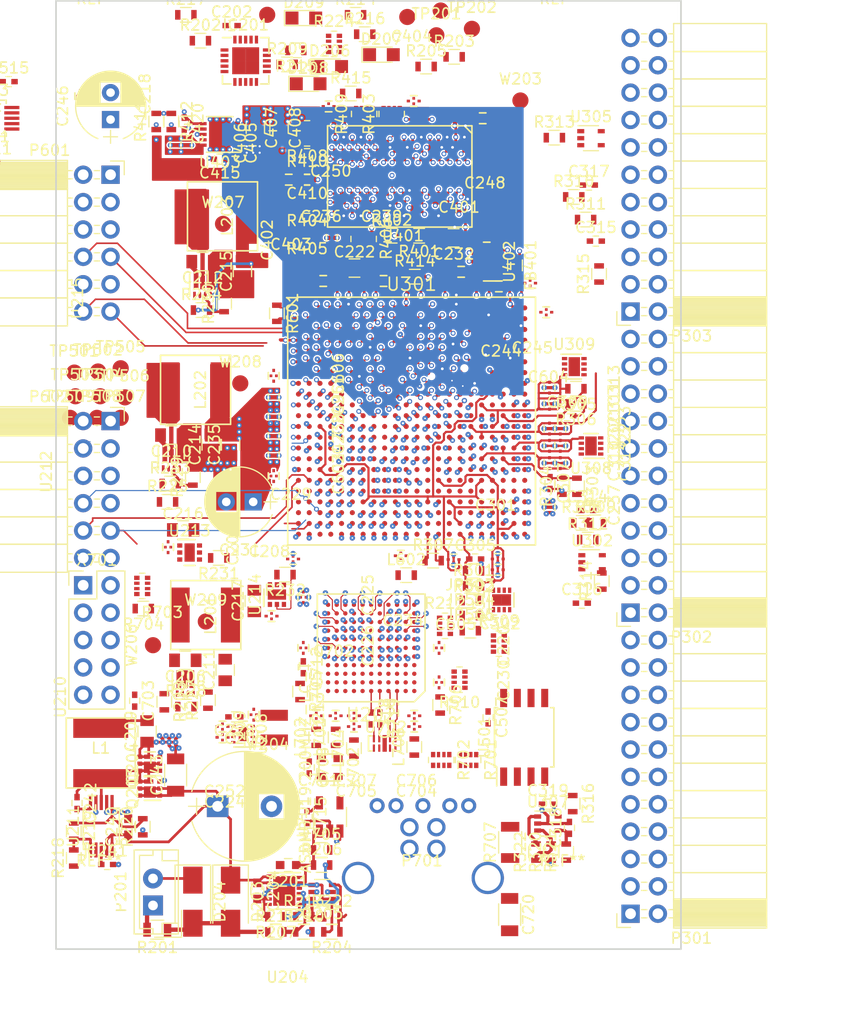
<source format=kicad_pcb>
(kicad_pcb (version 4) (host pcbnew 4.0.5+dfsg1-4)
  (layers (0 F.Cu mixed hide) (1 In1.Cu power hide) (2 In2.Cu signal) (3 In3.Cu power hide) (4 In4.Cu signal hide) (31 B.Cu power hide) (34 B.Paste user) (35 F.Paste user) (36 B.SilkS user) (37 F.SilkS user hide) (38 B.Mask user) (39 F.Mask user) (44 Edge.Cuts user))
  (net 0 "")
  (net 1 GND)
  (net 2 "Net-(C415-Pad1)")
  (net 3 "Net-(C515-Pad1)")
  (net 4 VCC_1V20)
  (net 5 VCC_3V30)
  (net 6 "/FX3 USB & Power Supply/VCC_IN")
  (net 7 VCC_2V50)
  (net 8 "Net-(C228-Pad2)")
  (net 9 "/Cyclone V User IO/VCCIO_IO_A")
  (net 10 "/Cyclone V User IO/VREF_B4")
  (net 11 "/Cyclone V User IO/VCCIO_IO_B")
  (net 12 "/Cyclone V User IO/VREF_B5A")
  (net 13 "/Cyclone V User IO/VCCIO_IO_C")
  (net 14 "/Cyclone V User IO/VREF_B5B")
  (net 15 "Net-(C314-Pad1)")
  (net 16 "Net-(C315-Pad1)")
  (net 17 "Net-(C318-Pad1)")
  (net 18 "/Cyclone V DDR3 RAM/VTT_DDR3")
  (net 19 "Net-(C410-Pad2)")
  (net 20 "/Cyclone V DDR3 RAM/VREF_DDR3")
  (net 21 VCCPD_B5A)
  (net 22 VCCPD_B5B)
  (net 23 "Net-(D206-Pad2)")
  (net 24 "Net-(D206-Pad1)")
  (net 25 "Net-(P201-Pad1)")
  (net 26 ~RESET~)
  (net 27 "/FX3 USB & Power Supply/PG_1V10")
  (net 28 "Net-(R307-Pad1)")
  (net 29 "Net-(R308-Pad2)")
  (net 30 "Net-(R310-Pad2)")
  (net 31 "Net-(R313-Pad2)")
  (net 32 "/Cyclone V User IO/IO_A0_P")
  (net 33 "/Cyclone V User IO/IO_A2_P")
  (net 34 "/Cyclone V User IO/IO_A1_P")
  (net 35 "/Cyclone V User IO/IO_A3_P")
  (net 36 "/Cyclone V User IO/IO_A4_P")
  (net 37 "/Cyclone V User IO/IO_A6_P")
  (net 38 "/Cyclone V User IO/IO_A5_P")
  (net 39 "/Cyclone V User IO/IO_A7_P")
  (net 40 "/Cyclone V User IO/IO_B0_P")
  (net 41 "/Cyclone V User IO/IO_B2_P")
  (net 42 "/Cyclone V User IO/IO_B1_P")
  (net 43 "/Cyclone V User IO/IO_B3_P")
  (net 44 "/Cyclone V User IO/IO_B4_P")
  (net 45 "/Cyclone V User IO/IO_B6_P")
  (net 46 "/Cyclone V User IO/IO_B5_P")
  (net 47 "/Cyclone V User IO/IO_B7_P")
  (net 48 "/Cyclone V User IO/IO_C0_P")
  (net 49 "/Cyclone V User IO/IO_C2_P")
  (net 50 "/Cyclone V User IO/IO_C1_P")
  (net 51 "/Cyclone V User IO/IO_C3_P")
  (net 52 "/Cyclone V User IO/IO_C4_P")
  (net 53 "/Cyclone V User IO/IO_C6_P")
  (net 54 "/Cyclone V User IO/IO_C5_P")
  (net 55 "/Cyclone V User IO/IO_C7_P")
  (net 56 "Net-(R320-Pad2)")
  (net 57 "/Cyclone V User IO/VCCIO_IO_A_IN")
  (net 58 "/Cyclone V User IO/IO_A0_N")
  (net 59 "/Cyclone V User IO/IO_A2_N")
  (net 60 "/Cyclone V User IO/IO_A1_N")
  (net 61 "/Cyclone V User IO/IO_A3_N")
  (net 62 "/Cyclone V User IO/IO_A4_N")
  (net 63 "/Cyclone V User IO/IO_A6_N")
  (net 64 "/Cyclone V User IO/IO_A5_N")
  (net 65 "/Cyclone V User IO/IO_A7_N")
  (net 66 "/Cyclone V User IO/IO_B0_N")
  (net 67 "/Cyclone V User IO/IO_B2_N")
  (net 68 "/Cyclone V User IO/IO_B1_N")
  (net 69 "/Cyclone V User IO/IO_B3_N")
  (net 70 "/Cyclone V User IO/IO_B4_N")
  (net 71 "/Cyclone V User IO/IO_B6_N")
  (net 72 "/Cyclone V User IO/IO_B5_N")
  (net 73 "/Cyclone V User IO/IO_B7_N")
  (net 74 "/Cyclone V User IO/IO_C0_N")
  (net 75 "/Cyclone V User IO/IO_C2_N")
  (net 76 "/Cyclone V User IO/IO_C1_N")
  (net 77 "/Cyclone V User IO/IO_C3_N")
  (net 78 "/Cyclone V User IO/IO_C4_N")
  (net 79 "/Cyclone V User IO/IO_C6_N")
  (net 80 "/Cyclone V User IO/IO_C5_N")
  (net 81 "/Cyclone V User IO/IO_C7_N")
  (net 82 "/Cyclone V DDR3 RAM/FPGA_DDR3_CKE")
  (net 83 "Net-(R402-Pad1)")
  (net 84 "/Cyclone V DDR3 RAM/~FPGA_DDR3_CS~")
  (net 85 "/Cyclone V DDR3 RAM/FPGA_DDR3_A1")
  (net 86 "/Cyclone V DDR3 RAM/FPGA_DDR3_A0")
  (net 87 "/Cyclone V DDR3 RAM/FPGA_DDR3_A2")
  (net 88 "/Cyclone V DDR3 RAM/FPGA_DDR3_A3")
  (net 89 "/Cyclone V DDR3 RAM/FPGA_DDR3_A5")
  (net 90 "/Cyclone V DDR3 RAM/FPGA_DDR3_A4")
  (net 91 "/Cyclone V DDR3 RAM/FPGA_DDR3_A6")
  (net 92 "/Cyclone V DDR3 RAM/FPGA_DDR3_A7")
  (net 93 "/Cyclone V DDR3 RAM/FPGA_DDR3_A9")
  (net 94 "/Cyclone V DDR3 RAM/FPGA_DDR3_A8")
  (net 95 "/Cyclone V DDR3 RAM/FPGA_DDR3_A10")
  (net 96 "/Cyclone V DDR3 RAM/FPGA_DDR3_A11")
  (net 97 "/Cyclone V DDR3 RAM/FPGA_DDR3_A13")
  (net 98 "/Cyclone V DDR3 RAM/FPGA_DDR3_A12")
  (net 99 "/Cyclone V DDR3 RAM/FPGA_DDR3_A14")
  (net 100 "/Cyclone V DDR3 RAM/FPGA_DDR3_A15")
  (net 101 "/Cyclone V DDR3 RAM/FPGA_DDR3_BA1")
  (net 102 "/Cyclone V DDR3 RAM/FPGA_DDR3_BA0")
  (net 103 "/Cyclone V DDR3 RAM/FPGA_DDR3_BA2")
  (net 104 "/Cyclone V DDR3 RAM/~FPGA_DDR3_CAS~")
  (net 105 "/Cyclone V DDR3 RAM/~FPGA_DDR3_WE~")
  (net 106 "/Cyclone V DDR3 RAM/~FPGA_DDR3_RAS~")
  (net 107 "/Cyclone V DDR3 RAM/FPGA_DDR3_ODT")
  (net 108 "/Cyclone V DDR3 RAM/FPGA_DDR3_CK_N")
  (net 109 "/Cyclone V DDR3 RAM/FPGA_DDR3_CK_P")
  (net 110 "/Cyclone V DDR3 RAM/FPGA_CLK10_N")
  (net 111 "/Cyclone V DDR3 RAM/FPGA_CLK10_P")
  (net 112 "Net-(L209-Pad1)")
  (net 113 "/Cyclone V Power/EXT_IO0")
  (net 114 "/Cyclone V Power/EXT_IO1")
  (net 115 "/Cyclone V Power/EXT_IO2")
  (net 116 "/Cyclone V Power/EXT_IO3")
  (net 117 "/Cyclone V Power/EXT_IO4")
  (net 118 "/Cyclone V Power/EXT_IO5")
  (net 119 "/Cyclone V Power/EXT_IO6")
  (net 120 "/Cyclone V Power/EXT_IO7")
  (net 121 "/Cyclone V Power/EXT_IO8")
  (net 122 "/Cyclone V Power/EXT_IO9")
  (net 123 "/Cyclone V Power/EXT_IO10")
  (net 124 "/Cyclone V Power/EXT_IO11")
  (net 125 "/Cyclone V Power/EXT_IO12")
  (net 126 "/Cyclone V Power/EXT_IO13")
  (net 127 "/Cyclone V Power/EXT_IO14")
  (net 128 "/Cyclone V Power/EXT_IO15")
  (net 129 "/Cyclone V FX3 FIFO/FPGA_CONF_DONE")
  (net 130 "Net-(R601-Pad1)")
  (net 131 "/Cyclone V FX3 FIFO/FPGA_FX3_D29")
  (net 132 "/Cyclone V FX3 FIFO/FPGA_FX3_D21")
  (net 133 "/Cyclone V FX3 FIFO/FPGA_FX3_D18")
  (net 134 "/Cyclone V FX3 FIFO/FPGA_FX3_D25")
  (net 135 "/Cyclone V FX3 FIFO/FPGA_FX3_D22")
  (net 136 "/Cyclone V FX3 FIFO/FPGA_FX3_D19")
  (net 137 "/Cyclone V FX3 FIFO/FPGA_FX3_D16")
  (net 138 "/Cyclone V FX3 FIFO/FPGA_FX3_D27")
  (net 139 "/Cyclone V FX3 FIFO/FPGA_FX3_D26")
  (net 140 "/Cyclone V FX3 FIFO/FPGA_FX3_D23")
  (net 141 "/Cyclone V FX3 FIFO/FPGA_FX3_D20")
  (net 142 "/Cyclone V FX3 FIFO/FPGA_FX3_D31")
  (net 143 "/Cyclone V FX3 FIFO/FPGA_FX3_D24")
  (net 144 "/Cyclone V FX3 FIFO/FPGA_FX3_D17")
  (net 145 "/Cyclone V FX3 FIFO/FPGA_FX3_D30")
  (net 146 "/Cyclone V FX3 FIFO/FPGA_FX3_D28")
  (net 147 "/Cyclone V FX3 FIFO/FPGA_FX3_FLAGD")
  (net 148 "/Cyclone V FX3 FIFO/FPGA_FX3_A0")
  (net 149 "/Cyclone V FX3 FIFO/FPGA_FX3_A1")
  (net 150 "/Cyclone V FX3 FIFO/FPGA_FX3_FLAGB")
  (net 151 "/Cyclone V FX3 FIFO/FPGA_FX3_CLK")
  (net 152 "/Cyclone V FX3 FIFO/FPGA_FX3_FLAGC")
  (net 153 "/Cyclone V FX3 FIFO/FPGA_FX3_D2")
  (net 154 "/Cyclone V FX3 FIFO/FPGA_FX3_FLAGA")
  (net 155 "/Cyclone V FX3 FIFO/~FPGA_FX3_SLRD~")
  (net 156 "/Cyclone V FX3 FIFO/~FPGA_FX3_SLOE~")
  (net 157 "/Cyclone V FX3 FIFO/~FPGA_FX3_SLWR~")
  (net 158 "/Cyclone V FX3 FIFO/FPGA_FX3_D5")
  (net 159 "/Cyclone V FX3 FIFO/FPGA_FX3_PKTEND")
  (net 160 "/Cyclone V FX3 FIFO/FPGA_FX3_D14")
  (net 161 "/Cyclone V FX3 FIFO/~FPGA_FX3_SLCS~")
  (net 162 "/Cyclone V FX3 FIFO/FPGA_FX3_D1")
  (net 163 "/Cyclone V FX3 FIFO/FPGA_FX3_D7")
  (net 164 "/Cyclone V FX3 FIFO/FPGA_FX3_D9")
  (net 165 "/Cyclone V FX3 FIFO/FPGA_FX3_D13")
  (net 166 "/Cyclone V FX3 FIFO/FPGA_FX3_D0")
  (net 167 "/Cyclone V FX3 FIFO/FPGA_FX3_D3")
  (net 168 "/Cyclone V FX3 FIFO/FPGA_FX3_D6")
  (net 169 "/Cyclone V FX3 FIFO/FPGA_FX3_D8")
  (net 170 "/Cyclone V FX3 FIFO/FPGA_FX3_D12")
  (net 171 "/Cyclone V FX3 FIFO/FPGA_FX3_D11")
  (net 172 "/Cyclone V FX3 FIFO/FPGA_FX3_D10")
  (net 173 "/Cyclone V DDR3 RAM/FPGA_DDR3_D3")
  (net 174 "/Cyclone V FX3 FIFO/FPGA_CLK0")
  (net 175 "/Cyclone V DDR3 RAM/FPGA_DDR3_D2")
  (net 176 "/Cyclone V DDR3 RAM/FPGA_DDR3_DM0")
  (net 177 "/Cyclone V DDR3 RAM/FPGA_DDR3_DQS0_P")
  (net 178 "/Cyclone V DDR3 RAM/FPGA_DDR3_D10")
  (net 179 "/Cyclone V DDR3 RAM/FPGA_DDR3_D6")
  (net 180 "/Cyclone V DDR3 RAM/FPGA_DDR3_D1")
  (net 181 "/Cyclone V DDR3 RAM/FPGA_DDR3_D0")
  (net 182 "/Cyclone V DDR3 RAM/FPGA_DDR3_D7")
  (net 183 "/Cyclone V DDR3 RAM/FPGA_DDR3_DQS0_N")
  (net 184 "/Cyclone V DDR3 RAM/FPGA_DDR3_D11")
  (net 185 "/Cyclone V DDR3 RAM/FPGA_DDR3_D4")
  (net 186 "/Cyclone V DDR3 RAM/FPGA_DDR3_D5")
  (net 187 "/Cyclone V DDR3 RAM/FPGA_DDR3_D8")
  (net 188 "/Cyclone V DDR3 RAM/FPGA_DDR3_DQS1_N")
  (net 189 "/Cyclone V DDR3 RAM/FPGA_DDR3_D9")
  (net 190 "/Cyclone V DDR3 RAM/FPGA_DDR3_DQS1_P")
  (net 191 "/Cyclone V DDR3 RAM/FPGA_DDR3_D12")
  (net 192 "/Cyclone V DDR3 RAM/FPGA_DDR3_D13")
  (net 193 "/Cyclone V DDR3 RAM/FPGA_DDR3_D14")
  (net 194 "/Cyclone V DDR3 RAM/FPGA_DDR3_D15")
  (net 195 "/Cyclone V DDR3 RAM/FPGA_DDR3_DM1")
  (net 196 "/Cyclone V DDR3 RAM/~FPGA_DDR3_RESET~")
  (net 197 "Net-(R414-Pad1)")
  (net 198 "Net-(C241-Pad1)")
  (net 199 "Net-(C242-Pad1)")
  (net 200 "Net-(C242-Pad2)")
  (net 201 "Net-(Q203-Pad2)")
  (net 202 "Net-(Q204-Pad2)")
  (net 203 VCC_USB)
  (net 204 VCC_1V10_FPGA)
  (net 205 VCC_1V35_FPGA)
  (net 206 "Net-(C401-Pad1)")
  (net 207 "Net-(C511-Pad1)")
  (net 208 "Net-(C603-Pad1)")
  (net 209 "Net-(C701-Pad1)")
  (net 210 "Net-(C702-Pad1)")
  (net 211 "Net-(C703-Pad1)")
  (net 212 "Net-(C704-Pad1)")
  (net 213 "Net-(C705-Pad1)")
  (net 214 "Net-(C715-Pad1)")
  (net 215 "Net-(C718-Pad1)")
  (net 216 "/FX3 Peripherals/USB_SS_TX_N")
  (net 217 "Net-(C719-Pad1)")
  (net 218 "/FX3 Peripherals/USB_SS_TX_P")
  (net 219 "Net-(C720-Pad1)")
  (net 220 "Net-(D203-Pad2)")
  (net 221 "Net-(D207-Pad2)")
  (net 222 "Net-(D207-Pad1)")
  (net 223 "Net-(D208-Pad2)")
  (net 224 "Net-(D208-Pad1)")
  (net 225 "Net-(D209-Pad2)")
  (net 226 "Net-(D209-Pad1)")
  (net 227 "Net-(IC201-Pad1)")
  (net 228 "Net-(IC201-Pad2)")
  (net 229 "Net-(IC201-Pad4)")
  (net 230 "Net-(IC201-Pad11)")
  (net 231 "/FX3 USB & Power Supply/FPGA_PWREN")
  (net 232 "/FX3 USB & Power Supply/FPGA_PG")
  (net 233 FX3_I2C_SDA)
  (net 234 "Net-(IC201-Pad16)")
  (net 235 FX3_I2C_SCL)
  (net 236 "/FX3 USB & Power Supply/~ATTINY_RESET~")
  (net 237 "Net-(IC201-Pad20)")
  (net 238 "Net-(JP504-Pad2)")
  (net 239 "Net-(L201-Pad1)")
  (net 240 "Net-(L202-Pad1)")
  (net 241 "Net-(L203-Pad1)")
  (net 242 "Net-(L705-Pad2)")
  (net 243 "/FX3 Peripherals/USB_D_N")
  (net 244 "/FX3 Peripherals/USB_D_P")
  (net 245 "/FX3 Peripherals/USB_SS_RX_N")
  (net 246 "/FX3 Peripherals/USB_SS_RX_P")
  (net 247 "Net-(Q205-Pad3)")
  (net 248 "Net-(Q205-Pad6)")
  (net 249 "Net-(R206-Pad2)")
  (net 250 "Net-(R208-Pad1)")
  (net 251 "Net-(R210-Pad1)")
  (net 252 "/Cyclone V FX3 FIFO/PMODE1")
  (net 253 "/Cyclone V FX3 FIFO/PMODE0")
  (net 254 "/Cyclone V FX3 FIFO/PMODE2")
  (net 255 "Net-(R213-Pad1)")
  (net 256 "Net-(R218-Pad2)")
  (net 257 "Net-(R227-Pad1)")
  (net 258 "Net-(R229-Pad1)")
  (net 259 "Net-(R230-Pad1)")
  (net 260 "Net-(R231-Pad2)")
  (net 261 "Net-(R232-Pad2)")
  (net 262 "/Cyclone V FX3 FIFO/JTAG_FPGA_TDI")
  (net 263 "/Cyclone V FX3 FIFO/JTAG_FPGA_TMS")
  (net 264 "/Cyclone V FX3 FIFO/JTAG_FPGA_TCK")
  (net 265 "/Cyclone V FX3 FIFO/~FPGA_STATUS~")
  (net 266 "/Cyclone V FX3 FIFO/~FPGA_CONFIG~")
  (net 267 FX3_SPI_CLK)
  (net 268 "/FX3 Peripherals/~FX3_SPI_FLASHCS~")
  (net 269 ~FX3_SPI_FPGACS~)
  (net 270 "/FX3 Peripherals/~JTAG_FX3_TRST~")
  (net 271 "/FX3 Peripherals/JTAG_FX3_TDI")
  (net 272 "/FX3 Peripherals/JTAG_FX3_TMS")
  (net 273 "/FX3 Peripherals/JTAG_FX3_TCK")
  (net 274 "Net-(R705-Pad1)")
  (net 275 "Net-(R706-Pad1)")
  (net 276 "/Cyclone V FX3 FIFO/JTAG_FPGA_TDO")
  (net 277 FX3_SPI_MISO)
  (net 278 FX3_SPI_MOSI)
  (net 279 "Net-(U202-PadD7)")
  (net 280 "/Cyclone V FX3 FIFO/~FPGA_FX3_INT~")
  (net 281 "/FX3 Peripherals/JTAG_FX3_TDO")
  (net 282 VCC_3V30_FPGA)
  (net 283 VCC_2V50_FPGA)
  (net 284 "Net-(C718-Pad2)")
  (net 285 "/Cyclone V FX3 FIFO/FPGA_FX3_D4")
  (net 286 "/Cyclone V FX3 FIFO/FPGA_FX3_D15")
  (net 287 FPGA_CLK2)
  (net 288 "Net-(R312-Pad1)")
  (net 289 "Net-(R322-Pad1)")
  (net 290 "/Cyclone V FX3 FIFO/FPGA_CLK1")
  (net 291 "Net-(U308-Pad9)")
  (net 292 "Net-(U309-Pad9)")
  (net 293 "Net-(U310-Pad9)")
  (module board_footprints:BGA_484_Pitch1.0 (layer F.Cu) (at 111.5 113.5)
    (fp_text reference U301 (at 0 -12.7) (layer F.SilkS) (effects (font (size 1.2 1.2))))
    (fp_text value 5CEFA2F23)
    (pad A1 smd circle (at -10.5 -10.5) (size 0.47 0.47) (layers F.Cu F.Paste F.Mask) (net 130 "Net-(R601-Pad1)"))
    (pad B1 smd circle (at -10.5 -9.5) (size 0.47 0.47) (layers F.Cu F.Paste F.Mask) (net 1 GND))
    (pad C1 smd circle (at -10.5 -8.5) (size 0.47 0.47) (layers F.Cu F.Paste F.Mask) (net 113 "/Cyclone V Power/EXT_IO0"))
    (pad D1 smd circle (at -10.5 -7.5) (size 0.47 0.47) (layers F.Cu F.Paste F.Mask) (net 1 GND))
    (pad E1 smd circle (at -10.5 -6.5) (size 0.47 0.47) (layers F.Cu F.Paste F.Mask) (net 282 VCC_3V30_FPGA))
    (pad F1 smd circle (at -10.5 -5.5) (size 0.47 0.47) (layers F.Cu F.Paste F.Mask) (net 1 GND))
    (pad G1 smd circle (at -10.5 -4.5) (size 0.47 0.47) (layers F.Cu F.Paste F.Mask) (net 117 "/Cyclone V Power/EXT_IO4"))
    (pad H1 smd circle (at -10.5 -3.5) (size 0.47 0.47) (layers F.Cu F.Paste F.Mask) (net 1 GND))
    (pad J1 smd circle (at -10.5 -2.5) (size 0.47 0.47) (layers F.Cu F.Paste F.Mask) (net 282 VCC_3V30_FPGA))
    (pad K1 smd circle (at -10.5 -1.5) (size 0.47 0.47) (layers F.Cu F.Paste F.Mask) (net 1 GND))
    (pad L1 smd circle (at -10.5 -0.5) (size 0.47 0.47) (layers F.Cu F.Paste F.Mask) (net 119 "/Cyclone V Power/EXT_IO6"))
    (pad M1 smd circle (at -10.5 0.5) (size 0.47 0.47) (layers F.Cu F.Paste F.Mask) (net 1 GND))
    (pad N1 smd circle (at -10.5 1.5) (size 0.47 0.47) (layers F.Cu F.Paste F.Mask) (net 121 "/Cyclone V Power/EXT_IO8"))
    (pad P1 smd circle (at -10.5 2.5) (size 0.47 0.47) (layers F.Cu F.Paste F.Mask) (net 1 GND))
    (pad R1 smd circle (at -10.5 3.5) (size 0.47 0.47) (layers F.Cu F.Paste F.Mask) (net 282 VCC_3V30_FPGA))
    (pad T1 smd circle (at -10.5 4.5) (size 0.47 0.47) (layers F.Cu F.Paste F.Mask) (net 1 GND))
    (pad U1 smd circle (at -10.5 5.5) (size 0.47 0.47) (layers F.Cu F.Paste F.Mask) (net 123 "/Cyclone V Power/EXT_IO10"))
    (pad V1 smd circle (at -10.5 6.5) (size 0.47 0.47) (layers F.Cu F.Paste F.Mask) (net 1 GND))
    (pad W1 smd circle (at -10.5 7.5) (size 0.47 0.47) (layers F.Cu F.Paste F.Mask) (net 1 GND))
    (pad Y1 smd circle (at -10.5 8.5) (size 0.47 0.47) (layers F.Cu F.Paste F.Mask) (net 1 GND))
    (pad AA1 smd circle (at -10.5 9.5) (size 0.47 0.47) (layers F.Cu F.Paste F.Mask) (net 127 "/Cyclone V Power/EXT_IO14"))
    (pad AB1 smd circle (at -10.5 10.5) (size 0.47 0.47) (layers F.Cu F.Paste F.Mask) (net 1 GND))
    (pad A2 smd circle (at -9.5 -10.5) (size 0.47 0.47) (layers F.Cu F.Paste F.Mask) (net 1 GND))
    (pad B2 smd circle (at -9.5 -9.5) (size 0.47 0.47) (layers F.Cu F.Paste F.Mask) (net 1 GND))
    (pad C2 smd circle (at -9.5 -8.5) (size 0.47 0.47) (layers F.Cu F.Paste F.Mask) (net 114 "/Cyclone V Power/EXT_IO1"))
    (pad D2 smd circle (at -9.5 -7.5) (size 0.47 0.47) (layers F.Cu F.Paste F.Mask) (net 1 GND))
    (pad E2 smd circle (at -9.5 -6.5) (size 0.47 0.47) (layers F.Cu F.Paste F.Mask) (net 115 "/Cyclone V Power/EXT_IO2"))
    (pad F2 smd circle (at -9.5 -5.5) (size 0.47 0.47) (layers F.Cu F.Paste F.Mask) (net 1 GND))
    (pad G2 smd circle (at -9.5 -4.5) (size 0.47 0.47) (layers F.Cu F.Paste F.Mask) (net 118 "/Cyclone V Power/EXT_IO5"))
    (pad H2 smd circle (at -9.5 -3.5) (size 0.47 0.47) (layers F.Cu F.Paste F.Mask) (net 1 GND))
    (pad J2 smd circle (at -9.5 -2.5) (size 0.47 0.47) (layers F.Cu F.Paste F.Mask) (net 282 VCC_3V30_FPGA))
    (pad K2 smd circle (at -9.5 -1.5) (size 0.47 0.47) (layers F.Cu F.Paste F.Mask) (net 1 GND))
    (pad L2 smd circle (at -9.5 -0.5) (size 0.47 0.47) (layers F.Cu F.Paste F.Mask) (net 120 "/Cyclone V Power/EXT_IO7"))
    (pad M2 smd circle (at -9.5 0.5) (size 0.47 0.47) (layers F.Cu F.Paste F.Mask) (net 1 GND))
    (pad N2 smd circle (at -9.5 1.5) (size 0.47 0.47) (layers F.Cu F.Paste F.Mask) (net 122 "/Cyclone V Power/EXT_IO9"))
    (pad P2 smd circle (at -9.5 2.5) (size 0.47 0.47) (layers F.Cu F.Paste F.Mask) (net 1 GND))
    (pad R2 smd circle (at -9.5 3.5) (size 0.47 0.47) (layers F.Cu F.Paste F.Mask) (net 282 VCC_3V30_FPGA))
    (pad T2 smd circle (at -9.5 4.5) (size 0.47 0.47) (layers F.Cu F.Paste F.Mask) (net 1 GND))
    (pad U2 smd circle (at -9.5 5.5) (size 0.47 0.47) (layers F.Cu F.Paste F.Mask) (net 124 "/Cyclone V Power/EXT_IO11"))
    (pad V2 smd circle (at -9.5 6.5) (size 0.47 0.47) (layers F.Cu F.Paste F.Mask) (net 1 GND))
    (pad W2 smd circle (at -9.5 7.5) (size 0.47 0.47) (layers F.Cu F.Paste F.Mask) (net 125 "/Cyclone V Power/EXT_IO12"))
    (pad Y2 smd circle (at -9.5 8.5) (size 0.47 0.47) (layers F.Cu F.Paste F.Mask) (net 1 GND))
    (pad AA2 smd circle (at -9.5 9.5) (size 0.47 0.47) (layers F.Cu F.Paste F.Mask) (net 128 "/Cyclone V Power/EXT_IO15"))
    (pad AB2 smd circle (at -9.5 10.5) (size 0.47 0.47) (layers F.Cu F.Paste F.Mask) (net 1 GND))
    (pad A3 smd circle (at -8.5 -10.5) (size 0.47 0.47) (layers F.Cu F.Paste F.Mask) (net 283 VCC_2V50_FPGA))
    (pad B3 smd circle (at -8.5 -9.5) (size 0.47 0.47) (layers F.Cu F.Paste F.Mask))
    (pad C3 smd circle (at -8.5 -8.5) (size 0.47 0.47) (layers F.Cu F.Paste F.Mask) (net 1 GND))
    (pad D3 smd circle (at -8.5 -7.5) (size 0.47 0.47) (layers F.Cu F.Paste F.Mask) (net 116 "/Cyclone V Power/EXT_IO3"))
    (pad E3 smd circle (at -8.5 -6.5) (size 0.47 0.47) (layers F.Cu F.Paste F.Mask) (net 1 GND))
    (pad F3 smd circle (at -8.5 -5.5) (size 0.47 0.47) (layers F.Cu F.Paste F.Mask) (net 283 VCC_2V50_FPGA))
    (pad G3 smd circle (at -8.5 -4.5) (size 0.47 0.47) (layers F.Cu F.Paste F.Mask) (net 1 GND))
    (pad H3 smd circle (at -8.5 -3.5) (size 0.47 0.47) (layers F.Cu F.Paste F.Mask) (net 1 GND))
    (pad J3 smd circle (at -8.5 -2.5) (size 0.47 0.47) (layers F.Cu F.Paste F.Mask) (net 1 GND))
    (pad K3 smd circle (at -8.5 -1.5) (size 0.47 0.47) (layers F.Cu F.Paste F.Mask) (net 204 VCC_1V10_FPGA))
    (pad L3 smd circle (at -8.5 -0.5) (size 0.47 0.47) (layers F.Cu F.Paste F.Mask) (net 1 GND))
    (pad M3 smd circle (at -8.5 0.5) (size 0.47 0.47) (layers F.Cu F.Paste F.Mask) (net 208 "Net-(C603-Pad1)"))
    (pad N3 smd circle (at -8.5 1.5) (size 0.47 0.47) (layers F.Cu F.Paste F.Mask) (net 1 GND))
    (pad P3 smd circle (at -8.5 2.5) (size 0.47 0.47) (layers F.Cu F.Paste F.Mask) (net 204 VCC_1V10_FPGA))
    (pad R3 smd circle (at -8.5 3.5) (size 0.47 0.47) (layers F.Cu F.Paste F.Mask) (net 1 GND))
    (pad T3 smd circle (at -8.5 4.5) (size 0.47 0.47) (layers F.Cu F.Paste F.Mask) (net 208 "Net-(C603-Pad1)"))
    (pad U3 smd circle (at -8.5 5.5) (size 0.47 0.47) (layers F.Cu F.Paste F.Mask) (net 1 GND))
    (pad V3 smd circle (at -8.5 6.5) (size 0.47 0.47) (layers F.Cu F.Paste F.Mask) (net 267 FX3_SPI_CLK))
    (pad W3 smd circle (at -8.5 7.5) (size 0.47 0.47) (layers F.Cu F.Paste F.Mask) (net 1 GND))
    (pad Y3 smd circle (at -8.5 8.5) (size 0.47 0.47) (layers F.Cu F.Paste F.Mask) (net 126 "/Cyclone V Power/EXT_IO13"))
    (pad AA3 smd circle (at -8.5 9.5) (size 0.47 0.47) (layers F.Cu F.Paste F.Mask) (net 1 GND))
    (pad AB3 smd circle (at -8.5 10.5) (size 0.47 0.47) (layers F.Cu F.Paste F.Mask))
    (pad A4 smd circle (at -7.5 -10.5) (size 0.47 0.47) (layers F.Cu F.Paste F.Mask) (net 266 "/Cyclone V FX3 FIFO/~FPGA_CONFIG~"))
    (pad B4 smd circle (at -7.5 -9.5) (size 0.47 0.47) (layers F.Cu F.Paste F.Mask))
    (pad C4 smd circle (at -7.5 -8.5) (size 0.47 0.47) (layers F.Cu F.Paste F.Mask) (net 1 GND))
    (pad D4 smd circle (at -7.5 -7.5) (size 0.47 0.47) (layers F.Cu F.Paste F.Mask) (net 282 VCC_3V30_FPGA))
    (pad E4 smd circle (at -7.5 -6.5) (size 0.47 0.47) (layers F.Cu F.Paste F.Mask) (net 1 GND))
    (pad F4 smd circle (at -7.5 -5.5) (size 0.47 0.47) (layers F.Cu F.Paste F.Mask) (net 208 "Net-(C603-Pad1)"))
    (pad G4 smd circle (at -7.5 -4.5) (size 0.47 0.47) (layers F.Cu F.Paste F.Mask) (net 1 GND))
    (pad H4 smd circle (at -7.5 -3.5) (size 0.47 0.47) (layers F.Cu F.Paste F.Mask) (net 1 GND))
    (pad J4 smd circle (at -7.5 -2.5) (size 0.47 0.47) (layers F.Cu F.Paste F.Mask) (net 204 VCC_1V10_FPGA))
    (pad K4 smd circle (at -7.5 -1.5) (size 0.47 0.47) (layers F.Cu F.Paste F.Mask) (net 1 GND))
    (pad L4 smd circle (at -7.5 -0.5) (size 0.47 0.47) (layers F.Cu F.Paste F.Mask) (net 204 VCC_1V10_FPGA))
    (pad M4 smd circle (at -7.5 0.5) (size 0.47 0.47) (layers F.Cu F.Paste F.Mask) (net 1 GND))
    (pad N4 smd circle (at -7.5 1.5) (size 0.47 0.47) (layers F.Cu F.Paste F.Mask) (net 204 VCC_1V10_FPGA))
    (pad P4 smd circle (at -7.5 2.5) (size 0.47 0.47) (layers F.Cu F.Paste F.Mask) (net 1 GND))
    (pad R4 smd circle (at -7.5 3.5) (size 0.47 0.47) (layers F.Cu F.Paste F.Mask))
    (pad T4 smd circle (at -7.5 4.5) (size 0.47 0.47) (layers F.Cu F.Paste F.Mask))
    (pad U4 smd circle (at -7.5 5.5) (size 0.47 0.47) (layers F.Cu F.Paste F.Mask) (net 1 GND))
    (pad V4 smd circle (at -7.5 6.5) (size 0.47 0.47) (layers F.Cu F.Paste F.Mask) (net 1 GND))
    (pad W4 smd circle (at -7.5 7.5) (size 0.47 0.47) (layers F.Cu F.Paste F.Mask) (net 1 GND))
    (pad Y4 smd circle (at -7.5 8.5) (size 0.47 0.47) (layers F.Cu F.Paste F.Mask) (net 282 VCC_3V30_FPGA))
    (pad AA4 smd circle (at -7.5 9.5) (size 0.47 0.47) (layers F.Cu F.Paste F.Mask) (net 1 GND))
    (pad AB4 smd circle (at -7.5 10.5) (size 0.47 0.47) (layers F.Cu F.Paste F.Mask) (net 278 FX3_SPI_MOSI))
    (pad A5 smd circle (at -6.5 -10.5) (size 0.47 0.47) (layers F.Cu F.Paste F.Mask) (net 102 "/Cyclone V DDR3 RAM/FPGA_DDR3_BA0"))
    (pad B5 smd circle (at -6.5 -9.5) (size 0.47 0.47) (layers F.Cu F.Paste F.Mask))
    (pad C5 smd circle (at -6.5 -8.5) (size 0.47 0.47) (layers F.Cu F.Paste F.Mask) (net 1 GND))
    (pad D5 smd circle (at -6.5 -7.5) (size 0.47 0.47) (layers F.Cu F.Paste F.Mask) (net 1 GND))
    (pad E5 smd circle (at -6.5 -6.5) (size 0.47 0.47) (layers F.Cu F.Paste F.Mask) (net 1 GND))
    (pad F5 smd circle (at -6.5 -5.5) (size 0.47 0.47) (layers F.Cu F.Paste F.Mask) (net 1 GND))
    (pad G5 smd circle (at -6.5 -4.5) (size 0.47 0.47) (layers F.Cu F.Paste F.Mask) (net 269 ~FX3_SPI_FPGACS~))
    (pad H5 smd circle (at -6.5 -3.5) (size 0.47 0.47) (layers F.Cu F.Paste F.Mask) (net 265 "/Cyclone V FX3 FIFO/~FPGA_STATUS~"))
    (pad J5 smd circle (at -6.5 -2.5) (size 0.47 0.47) (layers F.Cu F.Paste F.Mask) (net 1 GND))
    (pad K5 smd circle (at -6.5 -1.5) (size 0.47 0.47) (layers F.Cu F.Paste F.Mask) (net 204 VCC_1V10_FPGA))
    (pad L5 smd circle (at -6.5 -0.5) (size 0.47 0.47) (layers F.Cu F.Paste F.Mask) (net 1 GND))
    (pad M5 smd circle (at -6.5 0.5) (size 0.47 0.47) (layers F.Cu F.Paste F.Mask) (net 276 "/Cyclone V FX3 FIFO/JTAG_FPGA_TDO"))
    (pad N5 smd circle (at -6.5 1.5) (size 0.47 0.47) (layers F.Cu F.Paste F.Mask) (net 1 GND))
    (pad P5 smd circle (at -6.5 2.5) (size 0.47 0.47) (layers F.Cu F.Paste F.Mask) (net 263 "/Cyclone V FX3 FIFO/JTAG_FPGA_TMS"))
    (pad R5 smd circle (at -6.5 3.5) (size 0.47 0.47) (layers F.Cu F.Paste F.Mask) (net 142 "/Cyclone V FX3 FIFO/FPGA_FX3_D31"))
    (pad T5 smd circle (at -6.5 4.5) (size 0.47 0.47) (layers F.Cu F.Paste F.Mask) (net 208 "Net-(C603-Pad1)"))
    (pad U5 smd circle (at -6.5 5.5) (size 0.47 0.47) (layers F.Cu F.Paste F.Mask) (net 1 GND))
    (pad V5 smd circle (at -6.5 6.5) (size 0.47 0.47) (layers F.Cu F.Paste F.Mask) (net 264 "/Cyclone V FX3 FIFO/JTAG_FPGA_TCK"))
    (pad W5 smd circle (at -6.5 7.5) (size 0.47 0.47) (layers F.Cu F.Paste F.Mask) (net 262 "/Cyclone V FX3 FIFO/JTAG_FPGA_TDI"))
    (pad Y5 smd circle (at -6.5 8.5) (size 0.47 0.47) (layers F.Cu F.Paste F.Mask) (net 1 GND))
    (pad AA5 smd circle (at -6.5 9.5) (size 0.47 0.47) (layers F.Cu F.Paste F.Mask))
    (pad AB5 smd circle (at -6.5 10.5) (size 0.47 0.47) (layers F.Cu F.Paste F.Mask) (net 134 "/Cyclone V FX3 FIFO/FPGA_FX3_D25"))
    (pad A6 smd circle (at -5.5 -10.5) (size 0.47 0.47) (layers F.Cu F.Paste F.Mask) (net 205 VCC_1V35_FPGA))
    (pad B6 smd circle (at -5.5 -9.5) (size 0.47 0.47) (layers F.Cu F.Paste F.Mask) (net 104 "/Cyclone V DDR3 RAM/~FPGA_DDR3_CAS~"))
    (pad C6 smd circle (at -5.5 -8.5) (size 0.47 0.47) (layers F.Cu F.Paste F.Mask) (net 95 "/Cyclone V DDR3 RAM/FPGA_DDR3_A10"))
    (pad D6 smd circle (at -5.5 -7.5) (size 0.47 0.47) (layers F.Cu F.Paste F.Mask) (net 96 "/Cyclone V DDR3 RAM/FPGA_DDR3_A11"))
    (pad E6 smd circle (at -5.5 -6.5) (size 0.47 0.47) (layers F.Cu F.Paste F.Mask) (net 208 "Net-(C603-Pad1)"))
    (pad F6 smd circle (at -5.5 -5.5) (size 0.47 0.47) (layers F.Cu F.Paste F.Mask) (net 1 GND))
    (pad G6 smd circle (at -5.5 -4.5) (size 0.47 0.47) (layers F.Cu F.Paste F.Mask) (net 99 "/Cyclone V DDR3 RAM/FPGA_DDR3_A14"))
    (pad H6 smd circle (at -5.5 -3.5) (size 0.47 0.47) (layers F.Cu F.Paste F.Mask) (net 100 "/Cyclone V DDR3 RAM/FPGA_DDR3_A15"))
    (pad J6 smd circle (at -5.5 -2.5) (size 0.47 0.47) (layers F.Cu F.Paste F.Mask) (net 1 GND))
    (pad K6 smd circle (at -5.5 -1.5) (size 0.47 0.47) (layers F.Cu F.Paste F.Mask) (net 129 "/Cyclone V FX3 FIFO/FPGA_CONF_DONE"))
    (pad L6 smd circle (at -5.5 -0.5) (size 0.47 0.47) (layers F.Cu F.Paste F.Mask) (net 283 VCC_2V50_FPGA))
    (pad M6 smd circle (at -5.5 0.5) (size 0.47 0.47) (layers F.Cu F.Paste F.Mask) (net 157 "/Cyclone V FX3 FIFO/~FPGA_FX3_SLWR~"))
    (pad N6 smd circle (at -5.5 1.5) (size 0.47 0.47) (layers F.Cu F.Paste F.Mask) (net 159 "/Cyclone V FX3 FIFO/FPGA_FX3_PKTEND"))
    (pad P6 smd circle (at -5.5 2.5) (size 0.47 0.47) (layers F.Cu F.Paste F.Mask) (net 149 "/Cyclone V FX3 FIFO/FPGA_FX3_A1"))
    (pad R6 smd circle (at -5.5 3.5) (size 0.47 0.47) (layers F.Cu F.Paste F.Mask) (net 148 "/Cyclone V FX3 FIFO/FPGA_FX3_A0"))
    (pad T6 smd circle (at -5.5 4.5) (size 0.47 0.47) (layers F.Cu F.Paste F.Mask) (net 283 VCC_2V50_FPGA))
    (pad U6 smd circle (at -5.5 5.5) (size 0.47 0.47) (layers F.Cu F.Paste F.Mask) (net 156 "/Cyclone V FX3 FIFO/~FPGA_FX3_SLOE~"))
    (pad V6 smd circle (at -5.5 6.5) (size 0.47 0.47) (layers F.Cu F.Paste F.Mask) (net 155 "/Cyclone V FX3 FIFO/~FPGA_FX3_SLRD~"))
    (pad W6 smd circle (at -5.5 7.5) (size 0.47 0.47) (layers F.Cu F.Paste F.Mask) (net 283 VCC_2V50_FPGA))
    (pad Y6 smd circle (at -5.5 8.5) (size 0.47 0.47) (layers F.Cu F.Paste F.Mask))
    (pad AA6 smd circle (at -5.5 9.5) (size 0.47 0.47) (layers F.Cu F.Paste F.Mask) (net 1 GND))
    (pad AB6 smd circle (at -5.5 10.5) (size 0.47 0.47) (layers F.Cu F.Paste F.Mask) (net 285 "/Cyclone V FX3 FIFO/FPGA_FX3_D4"))
    (pad A7 smd circle (at -4.5 -10.5) (size 0.47 0.47) (layers F.Cu F.Paste F.Mask) (net 93 "/Cyclone V DDR3 RAM/FPGA_DDR3_A9"))
    (pad B7 smd circle (at -4.5 -9.5) (size 0.47 0.47) (layers F.Cu F.Paste F.Mask) (net 106 "/Cyclone V DDR3 RAM/~FPGA_DDR3_RAS~"))
    (pad C7 smd circle (at -4.5 -8.5) (size 0.47 0.47) (layers F.Cu F.Paste F.Mask) (net 205 VCC_1V35_FPGA))
    (pad D7 smd circle (at -4.5 -7.5) (size 0.47 0.47) (layers F.Cu F.Paste F.Mask) (net 98 "/Cyclone V DDR3 RAM/FPGA_DDR3_A12"))
    (pad E7 smd circle (at -4.5 -6.5) (size 0.47 0.47) (layers F.Cu F.Paste F.Mask))
    (pad F7 smd circle (at -4.5 -5.5) (size 0.47 0.47) (layers F.Cu F.Paste F.Mask) (net 105 "/Cyclone V DDR3 RAM/~FPGA_DDR3_WE~"))
    (pad G7 smd circle (at -4.5 -4.5) (size 0.47 0.47) (layers F.Cu F.Paste F.Mask) (net 205 VCC_1V35_FPGA))
    (pad H7 smd circle (at -4.5 -3.5) (size 0.47 0.47) (layers F.Cu F.Paste F.Mask) (net 1 GND))
    (pad J7 smd circle (at -4.5 -2.5) (size 0.47 0.47) (layers F.Cu F.Paste F.Mask) (net 90 "/Cyclone V DDR3 RAM/FPGA_DDR3_A4"))
    (pad K7 smd circle (at -4.5 -1.5) (size 0.47 0.47) (layers F.Cu F.Paste F.Mask) (net 85 "/Cyclone V DDR3 RAM/FPGA_DDR3_A1"))
    (pad L7 smd circle (at -4.5 -0.5) (size 0.47 0.47) (layers F.Cu F.Paste F.Mask) (net 86 "/Cyclone V DDR3 RAM/FPGA_DDR3_A0"))
    (pad M7 smd circle (at -4.5 0.5) (size 0.47 0.47) (layers F.Cu F.Paste F.Mask) (net 145 "/Cyclone V FX3 FIFO/FPGA_FX3_D30"))
    (pad N7 smd circle (at -4.5 1.5) (size 0.47 0.47) (layers F.Cu F.Paste F.Mask) (net 1 GND))
    (pad P7 smd circle (at -4.5 2.5) (size 0.47 0.47) (layers F.Cu F.Paste F.Mask) (net 131 "/Cyclone V FX3 FIFO/FPGA_FX3_D29"))
    (pad R7 smd circle (at -4.5 3.5) (size 0.47 0.47) (layers F.Cu F.Paste F.Mask) (net 147 "/Cyclone V FX3 FIFO/FPGA_FX3_FLAGD"))
    (pad T7 smd circle (at -4.5 4.5) (size 0.47 0.47) (layers F.Cu F.Paste F.Mask) (net 150 "/Cyclone V FX3 FIFO/FPGA_FX3_FLAGB"))
    (pad U7 smd circle (at -4.5 5.5) (size 0.47 0.47) (layers F.Cu F.Paste F.Mask) (net 154 "/Cyclone V FX3 FIFO/FPGA_FX3_FLAGA"))
    (pad V7 smd circle (at -4.5 6.5) (size 0.47 0.47) (layers F.Cu F.Paste F.Mask) (net 1 GND))
    (pad W7 smd circle (at -4.5 7.5) (size 0.47 0.47) (layers F.Cu F.Paste F.Mask) (net 208 "Net-(C603-Pad1)"))
    (pad Y7 smd circle (at -4.5 8.5) (size 0.47 0.47) (layers F.Cu F.Paste F.Mask) (net 1 GND))
    (pad AA7 smd circle (at -4.5 9.5) (size 0.47 0.47) (layers F.Cu F.Paste F.Mask) (net 168 "/Cyclone V FX3 FIFO/FPGA_FX3_D6"))
    (pad AB7 smd circle (at -4.5 10.5) (size 0.47 0.47) (layers F.Cu F.Paste F.Mask) (net 144 "/Cyclone V FX3 FIFO/FPGA_FX3_D17"))
    (pad A8 smd circle (at -3.5 -10.5) (size 0.47 0.47) (layers F.Cu F.Paste F.Mask) (net 94 "/Cyclone V DDR3 RAM/FPGA_DDR3_A8"))
    (pad B8 smd circle (at -3.5 -9.5) (size 0.47 0.47) (layers F.Cu F.Paste F.Mask) (net 1 GND))
    (pad C8 smd circle (at -3.5 -8.5) (size 0.47 0.47) (layers F.Cu F.Paste F.Mask) (net 97 "/Cyclone V DDR3 RAM/FPGA_DDR3_A13"))
    (pad D8 smd circle (at -3.5 -7.5) (size 0.47 0.47) (layers F.Cu F.Paste F.Mask) (net 283 VCC_2V50_FPGA))
    (pad E8 smd circle (at -3.5 -6.5) (size 0.47 0.47) (layers F.Cu F.Paste F.Mask) (net 205 VCC_1V35_FPGA))
    (pad F8 smd circle (at -3.5 -5.5) (size 0.47 0.47) (layers F.Cu F.Paste F.Mask) (net 283 VCC_2V50_FPGA))
    (pad G8 smd circle (at -3.5 -4.5) (size 0.47 0.47) (layers F.Cu F.Paste F.Mask) (net 88 "/Cyclone V DDR3 RAM/FPGA_DDR3_A3"))
    (pad H8 smd circle (at -3.5 -3.5) (size 0.47 0.47) (layers F.Cu F.Paste F.Mask) (net 87 "/Cyclone V DDR3 RAM/FPGA_DDR3_A2"))
    (pad J8 smd circle (at -3.5 -2.5) (size 0.47 0.47) (layers F.Cu F.Paste F.Mask) (net 89 "/Cyclone V DDR3 RAM/FPGA_DDR3_A5"))
    (pad K8 smd circle (at -3.5 -1.5) (size 0.47 0.47) (layers F.Cu F.Paste F.Mask) (net 1 GND))
    (pad L8 smd circle (at -3.5 -0.5) (size 0.47 0.47) (layers F.Cu F.Paste F.Mask) (net 107 "/Cyclone V DDR3 RAM/FPGA_DDR3_ODT"))
    (pad M8 smd circle (at -3.5 0.5) (size 0.47 0.47) (layers F.Cu F.Paste F.Mask) (net 280 "/Cyclone V FX3 FIFO/~FPGA_FX3_INT~"))
    (pad N8 smd circle (at -3.5 1.5) (size 0.47 0.47) (layers F.Cu F.Paste F.Mask) (net 170 "/Cyclone V FX3 FIFO/FPGA_FX3_D12"))
    (pad P8 smd circle (at -3.5 2.5) (size 0.47 0.47) (layers F.Cu F.Paste F.Mask) (net 286 "/Cyclone V FX3 FIFO/FPGA_FX3_D15"))
    (pad R8 smd circle (at -3.5 3.5) (size 0.47 0.47) (layers F.Cu F.Paste F.Mask) (net 283 VCC_2V50_FPGA))
    (pad T8 smd circle (at -3.5 4.5) (size 0.47 0.47) (layers F.Cu F.Paste F.Mask) (net 146 "/Cyclone V FX3 FIFO/FPGA_FX3_D28"))
    (pad U8 smd circle (at -3.5 5.5) (size 0.47 0.47) (layers F.Cu F.Paste F.Mask) (net 161 "/Cyclone V FX3 FIFO/~FPGA_FX3_SLCS~"))
    (pad V8 smd circle (at -3.5 6.5) (size 0.47 0.47) (layers F.Cu F.Paste F.Mask) (net 283 VCC_2V50_FPGA))
    (pad W8 smd circle (at -3.5 7.5) (size 0.47 0.47) (layers F.Cu F.Paste F.Mask) (net 143 "/Cyclone V FX3 FIFO/FPGA_FX3_D24"))
    (pad Y8 smd circle (at -3.5 8.5) (size 0.47 0.47) (layers F.Cu F.Paste F.Mask) (net 283 VCC_2V50_FPGA))
    (pad AA8 smd circle (at -3.5 9.5) (size 0.47 0.47) (layers F.Cu F.Paste F.Mask) (net 141 "/Cyclone V FX3 FIFO/FPGA_FX3_D20"))
    (pad AB8 smd circle (at -3.5 10.5) (size 0.47 0.47) (layers F.Cu F.Paste F.Mask) (net 138 "/Cyclone V FX3 FIFO/FPGA_FX3_D27"))
    (pad A9 smd circle (at -2.5 -10.5) (size 0.47 0.47) (layers F.Cu F.Paste F.Mask) (net 92 "/Cyclone V DDR3 RAM/FPGA_DDR3_A7"))
    (pad B9 smd circle (at -2.5 -9.5) (size 0.47 0.47) (layers F.Cu F.Paste F.Mask) (net 1 GND))
    (pad C9 smd circle (at -2.5 -8.5) (size 0.47 0.47) (layers F.Cu F.Paste F.Mask) (net 103 "/Cyclone V DDR3 RAM/FPGA_DDR3_BA2"))
    (pad D9 smd circle (at -2.5 -7.5) (size 0.47 0.47) (layers F.Cu F.Paste F.Mask))
    (pad E9 smd circle (at -2.5 -6.5) (size 0.47 0.47) (layers F.Cu F.Paste F.Mask) (net 84 "/Cyclone V DDR3 RAM/~FPGA_DDR3_CS~"))
    (pad F9 smd circle (at -2.5 -5.5) (size 0.47 0.47) (layers F.Cu F.Paste F.Mask))
    (pad G9 smd circle (at -2.5 -4.5) (size 0.47 0.47) (layers F.Cu F.Paste F.Mask) (net 1 GND))
    (pad H9 smd circle (at -2.5 -3.5) (size 0.47 0.47) (layers F.Cu F.Paste F.Mask) (net 108 "/Cyclone V DDR3 RAM/FPGA_DDR3_CK_N"))
    (pad J9 smd circle (at -2.5 -2.5) (size 0.47 0.47) (layers F.Cu F.Paste F.Mask) (net 109 "/Cyclone V DDR3 RAM/FPGA_DDR3_CK_P"))
    (pad K9 smd circle (at -2.5 -1.5) (size 0.47 0.47) (layers F.Cu F.Paste F.Mask) (net 173 "/Cyclone V DDR3 RAM/FPGA_DDR3_D3"))
    (pad L9 smd circle (at -2.5 -0.5) (size 0.47 0.47) (layers F.Cu F.Paste F.Mask))
    (pad M9 smd circle (at -2.5 0.5) (size 0.47 0.47) (layers F.Cu F.Paste F.Mask) (net 290 "/Cyclone V FX3 FIFO/FPGA_CLK1"))
    (pad N9 smd circle (at -2.5 1.5) (size 0.47 0.47) (layers F.Cu F.Paste F.Mask) (net 174 "/Cyclone V FX3 FIFO/FPGA_CLK0"))
    (pad P9 smd circle (at -2.5 2.5) (size 0.47 0.47) (layers F.Cu F.Paste F.Mask))
    (pad R9 smd circle (at -2.5 3.5) (size 0.47 0.47) (layers F.Cu F.Paste F.Mask) (net 165 "/Cyclone V FX3 FIFO/FPGA_FX3_D13"))
    (pad T9 smd circle (at -2.5 4.5) (size 0.47 0.47) (layers F.Cu F.Paste F.Mask) (net 169 "/Cyclone V FX3 FIFO/FPGA_FX3_D8"))
    (pad U9 smd circle (at -2.5 5.5) (size 0.47 0.47) (layers F.Cu F.Paste F.Mask) (net 1 GND))
    (pad V9 smd circle (at -2.5 6.5) (size 0.47 0.47) (layers F.Cu F.Paste F.Mask) (net 163 "/Cyclone V FX3 FIFO/FPGA_FX3_D7"))
    (pad W9 smd circle (at -2.5 7.5) (size 0.47 0.47) (layers F.Cu F.Paste F.Mask) (net 152 "/Cyclone V FX3 FIFO/FPGA_FX3_FLAGC"))
    (pad Y9 smd circle (at -2.5 8.5) (size 0.47 0.47) (layers F.Cu F.Paste F.Mask) (net 172 "/Cyclone V FX3 FIFO/FPGA_FX3_D10"))
    (pad AA9 smd circle (at -2.5 9.5) (size 0.47 0.47) (layers F.Cu F.Paste F.Mask) (net 153 "/Cyclone V FX3 FIFO/FPGA_FX3_D2"))
    (pad AB9 smd circle (at -2.5 10.5) (size 0.47 0.47) (layers F.Cu F.Paste F.Mask) (net 1 GND))
    (pad A10 smd circle (at -1.5 -10.5) (size 0.47 0.47) (layers F.Cu F.Paste F.Mask) (net 91 "/Cyclone V DDR3 RAM/FPGA_DDR3_A6"))
    (pad B10 smd circle (at -1.5 -9.5) (size 0.47 0.47) (layers F.Cu F.Paste F.Mask) (net 101 "/Cyclone V DDR3 RAM/FPGA_DDR3_BA1"))
    (pad C10 smd circle (at -1.5 -8.5) (size 0.47 0.47) (layers F.Cu F.Paste F.Mask) (net 283 VCC_2V50_FPGA))
    (pad D10 smd circle (at -1.5 -7.5) (size 0.47 0.47) (layers F.Cu F.Paste F.Mask) (net 1 GND))
    (pad E10 smd circle (at -1.5 -6.5) (size 0.47 0.47) (layers F.Cu F.Paste F.Mask))
    (pad F10 smd circle (at -1.5 -5.5) (size 0.47 0.47) (layers F.Cu F.Paste F.Mask))
    (pad G10 smd circle (at -1.5 -4.5) (size 0.47 0.47) (layers F.Cu F.Paste F.Mask))
    (pad H10 smd circle (at -1.5 -3.5) (size 0.47 0.47) (layers F.Cu F.Paste F.Mask))
    (pad J10 smd circle (at -1.5 -2.5) (size 0.47 0.47) (layers F.Cu F.Paste F.Mask) (net 204 VCC_1V10_FPGA))
    (pad K10 smd circle (at -1.5 -1.5) (size 0.47 0.47) (layers F.Cu F.Paste F.Mask) (net 1 GND))
    (pad L10 smd circle (at -1.5 -0.5) (size 0.47 0.47) (layers F.Cu F.Paste F.Mask) (net 204 VCC_1V10_FPGA))
    (pad M10 smd circle (at -1.5 0.5) (size 0.47 0.47) (layers F.Cu F.Paste F.Mask) (net 1 GND))
    (pad N10 smd circle (at -1.5 1.5) (size 0.47 0.47) (layers F.Cu F.Paste F.Mask) (net 204 VCC_1V10_FPGA))
    (pad P10 smd circle (at -1.5 2.5) (size 0.47 0.47) (layers F.Cu F.Paste F.Mask) (net 1 GND))
    (pad R10 smd circle (at -1.5 3.5) (size 0.47 0.47) (layers F.Cu F.Paste F.Mask) (net 160 "/Cyclone V FX3 FIFO/FPGA_FX3_D14"))
    (pad T10 smd circle (at -1.5 4.5) (size 0.47 0.47) (layers F.Cu F.Paste F.Mask) (net 158 "/Cyclone V FX3 FIFO/FPGA_FX3_D5"))
    (pad U10 smd circle (at -1.5 5.5) (size 0.47 0.47) (layers F.Cu F.Paste F.Mask) (net 136 "/Cyclone V FX3 FIFO/FPGA_FX3_D19"))
    (pad V10 smd circle (at -1.5 6.5) (size 0.47 0.47) (layers F.Cu F.Paste F.Mask) (net 167 "/Cyclone V FX3 FIFO/FPGA_FX3_D3"))
    (pad W10 smd circle (at -1.5 7.5) (size 0.47 0.47) (layers F.Cu F.Paste F.Mask) (net 283 VCC_2V50_FPGA))
    (pad Y10 smd circle (at -1.5 8.5) (size 0.47 0.47) (layers F.Cu F.Paste F.Mask) (net 166 "/Cyclone V FX3 FIFO/FPGA_FX3_D0"))
    (pad AA10 smd circle (at -1.5 9.5) (size 0.47 0.47) (layers F.Cu F.Paste F.Mask) (net 137 "/Cyclone V FX3 FIFO/FPGA_FX3_D16"))
    (pad AB10 smd circle (at -1.5 10.5) (size 0.47 0.47) (layers F.Cu F.Paste F.Mask) (net 140 "/Cyclone V FX3 FIFO/FPGA_FX3_D23"))
    (pad A11 smd circle (at -0.5 -10.5) (size 0.47 0.47) (layers F.Cu F.Paste F.Mask) (net 1 GND))
    (pad B11 smd circle (at -0.5 -9.5) (size 0.47 0.47) (layers F.Cu F.Paste F.Mask) (net 197 "Net-(R414-Pad1)"))
    (pad C11 smd circle (at -0.5 -8.5) (size 0.47 0.47) (layers F.Cu F.Paste F.Mask) (net 175 "/Cyclone V DDR3 RAM/FPGA_DDR3_D2"))
    (pad D11 smd circle (at -0.5 -7.5) (size 0.47 0.47) (layers F.Cu F.Paste F.Mask) (net 208 "Net-(C603-Pad1)"))
    (pad E11 smd circle (at -0.5 -6.5) (size 0.47 0.47) (layers F.Cu F.Paste F.Mask) (net 283 VCC_2V50_FPGA))
    (pad F11 smd circle (at -0.5 -5.5) (size 0.47 0.47) (layers F.Cu F.Paste F.Mask) (net 205 VCC_1V35_FPGA))
    (pad G11 smd circle (at -0.5 -4.5) (size 0.47 0.47) (layers F.Cu F.Paste F.Mask) (net 176 "/Cyclone V DDR3 RAM/FPGA_DDR3_DM0"))
    (pad H11 smd circle (at -0.5 -3.5) (size 0.47 0.47) (layers F.Cu F.Paste F.Mask) (net 177 "/Cyclone V DDR3 RAM/FPGA_DDR3_DQS0_P"))
    (pad J11 smd circle (at -0.5 -2.5) (size 0.47 0.47) (layers F.Cu F.Paste F.Mask) (net 178 "/Cyclone V DDR3 RAM/FPGA_DDR3_D10"))
    (pad K11 smd circle (at -0.5 -1.5) (size 0.47 0.47) (layers F.Cu F.Paste F.Mask) (net 204 VCC_1V10_FPGA))
    (pad L11 smd circle (at -0.5 -0.5) (size 0.47 0.47) (layers F.Cu F.Paste F.Mask) (net 1 GND))
    (pad M11 smd circle (at -0.5 0.5) (size 0.47 0.47) (layers F.Cu F.Paste F.Mask) (net 204 VCC_1V10_FPGA))
    (pad N11 smd circle (at -0.5 1.5) (size 0.47 0.47) (layers F.Cu F.Paste F.Mask) (net 1 GND))
    (pad P11 smd circle (at -0.5 2.5) (size 0.47 0.47) (layers F.Cu F.Paste F.Mask) (net 204 VCC_1V10_FPGA))
    (pad R11 smd circle (at -0.5 3.5) (size 0.47 0.47) (layers F.Cu F.Paste F.Mask) (net 164 "/Cyclone V FX3 FIFO/FPGA_FX3_D9"))
    (pad T11 smd circle (at -0.5 4.5) (size 0.47 0.47) (layers F.Cu F.Paste F.Mask) (net 283 VCC_2V50_FPGA))
    (pad U11 smd circle (at -0.5 5.5) (size 0.47 0.47) (layers F.Cu F.Paste F.Mask) (net 133 "/Cyclone V FX3 FIFO/FPGA_FX3_D18"))
    (pad V11 smd circle (at -0.5 6.5) (size 0.47 0.47) (layers F.Cu F.Paste F.Mask))
    (pad W11 smd circle (at -0.5 7.5) (size 0.47 0.47) (layers F.Cu F.Paste F.Mask) (net 283 VCC_2V50_FPGA))
    (pad Y11 smd circle (at -0.5 8.5) (size 0.47 0.47) (layers F.Cu F.Paste F.Mask) (net 162 "/Cyclone V FX3 FIFO/FPGA_FX3_D1"))
    (pad AA11 smd circle (at -0.5 9.5) (size 0.47 0.47) (layers F.Cu F.Paste F.Mask) (net 1 GND))
    (pad AB11 smd circle (at -0.5 10.5) (size 0.47 0.47) (layers F.Cu F.Paste F.Mask) (net 151 "/Cyclone V FX3 FIFO/FPGA_FX3_CLK"))
    (pad A12 smd circle (at 0.5 -10.5) (size 0.47 0.47) (layers F.Cu F.Paste F.Mask))
    (pad B12 smd circle (at 0.5 -9.5) (size 0.47 0.47) (layers F.Cu F.Paste F.Mask) (net 179 "/Cyclone V DDR3 RAM/FPGA_DDR3_D6"))
    (pad C12 smd circle (at 0.5 -8.5) (size 0.47 0.47) (layers F.Cu F.Paste F.Mask) (net 205 VCC_1V35_FPGA))
    (pad D12 smd circle (at 0.5 -7.5) (size 0.47 0.47) (layers F.Cu F.Paste F.Mask) (net 180 "/Cyclone V DDR3 RAM/FPGA_DDR3_D1"))
    (pad E12 smd circle (at 0.5 -6.5) (size 0.47 0.47) (layers F.Cu F.Paste F.Mask) (net 181 "/Cyclone V DDR3 RAM/FPGA_DDR3_D0"))
    (pad F12 smd circle (at 0.5 -5.5) (size 0.47 0.47) (layers F.Cu F.Paste F.Mask) (net 182 "/Cyclone V DDR3 RAM/FPGA_DDR3_D7"))
    (pad G12 smd circle (at 0.5 -4.5) (size 0.47 0.47) (layers F.Cu F.Paste F.Mask) (net 183 "/Cyclone V DDR3 RAM/FPGA_DDR3_DQS0_N"))
    (pad H12 smd circle (at 0.5 -3.5) (size 0.47 0.47) (layers F.Cu F.Paste F.Mask) (net 1 GND))
    (pad J12 smd circle (at 0.5 -2.5) (size 0.47 0.47) (layers F.Cu F.Paste F.Mask) (net 204 VCC_1V10_FPGA))
    (pad K12 smd circle (at 0.5 -1.5) (size 0.47 0.47) (layers F.Cu F.Paste F.Mask) (net 1 GND))
    (pad L12 smd circle (at 0.5 -0.5) (size 0.47 0.47) (layers F.Cu F.Paste F.Mask) (net 204 VCC_1V10_FPGA))
    (pad M12 smd circle (at 0.5 0.5) (size 0.47 0.47) (layers F.Cu F.Paste F.Mask) (net 1 GND))
    (pad N12 smd circle (at 0.5 1.5) (size 0.47 0.47) (layers F.Cu F.Paste F.Mask) (net 204 VCC_1V10_FPGA))
    (pad P12 smd circle (at 0.5 2.5) (size 0.47 0.47) (layers F.Cu F.Paste F.Mask) (net 139 "/Cyclone V FX3 FIFO/FPGA_FX3_D26"))
    (pad R12 smd circle (at 0.5 3.5) (size 0.47 0.47) (layers F.Cu F.Paste F.Mask) (net 171 "/Cyclone V FX3 FIFO/FPGA_FX3_D11"))
    (pad T12 smd circle (at 0.5 4.5) (size 0.47 0.47) (layers F.Cu F.Paste F.Mask))
    (pad U12 smd circle (at 0.5 5.5) (size 0.47 0.47) (layers F.Cu F.Paste F.Mask) (net 132 "/Cyclone V FX3 FIFO/FPGA_FX3_D21"))
    (pad V12 smd circle (at 0.5 6.5) (size 0.47 0.47) (layers F.Cu F.Paste F.Mask) (net 1 GND))
    (pad W12 smd circle (at 0.5 7.5) (size 0.47 0.47) (layers F.Cu F.Paste F.Mask) (net 283 VCC_2V50_FPGA))
    (pad Y12 smd circle (at 0.5 8.5) (size 0.47 0.47) (layers F.Cu F.Paste F.Mask) (net 1 GND))
    (pad AA12 smd circle (at 0.5 9.5) (size 0.47 0.47) (layers F.Cu F.Paste F.Mask) (net 135 "/Cyclone V FX3 FIFO/FPGA_FX3_D22"))
    (pad AB12 smd circle (at 0.5 10.5) (size 0.47 0.47) (layers F.Cu F.Paste F.Mask))
    (pad A13 smd circle (at 1.5 -10.5) (size 0.47 0.47) (layers F.Cu F.Paste F.Mask) (net 184 "/Cyclone V DDR3 RAM/FPGA_DDR3_D11"))
    (pad B13 smd circle (at 1.5 -9.5) (size 0.47 0.47) (layers F.Cu F.Paste F.Mask))
    (pad C13 smd circle (at 1.5 -8.5) (size 0.47 0.47) (layers F.Cu F.Paste F.Mask) (net 185 "/Cyclone V DDR3 RAM/FPGA_DDR3_D4"))
    (pad D13 smd circle (at 1.5 -7.5) (size 0.47 0.47) (layers F.Cu F.Paste F.Mask) (net 186 "/Cyclone V DDR3 RAM/FPGA_DDR3_D5"))
    (pad E13 smd circle (at 1.5 -6.5) (size 0.47 0.47) (layers F.Cu F.Paste F.Mask) (net 1 GND))
    (pad F13 smd circle (at 1.5 -5.5) (size 0.47 0.47) (layers F.Cu F.Paste F.Mask) (net 187 "/Cyclone V DDR3 RAM/FPGA_DDR3_D8"))
    (pad G13 smd circle (at 1.5 -4.5) (size 0.47 0.47) (layers F.Cu F.Paste F.Mask))
    (pad H13 smd circle (at 1.5 -3.5) (size 0.47 0.47) (layers F.Cu F.Paste F.Mask))
    (pad J13 smd circle (at 1.5 -2.5) (size 0.47 0.47) (layers F.Cu F.Paste F.Mask) (net 188 "/Cyclone V DDR3 RAM/FPGA_DDR3_DQS1_N"))
    (pad K13 smd circle (at 1.5 -1.5) (size 0.47 0.47) (layers F.Cu F.Paste F.Mask) (net 204 VCC_1V10_FPGA))
    (pad L13 smd circle (at 1.5 -0.5) (size 0.47 0.47) (layers F.Cu F.Paste F.Mask) (net 1 GND))
    (pad M13 smd circle (at 1.5 0.5) (size 0.47 0.47) (layers F.Cu F.Paste F.Mask) (net 204 VCC_1V10_FPGA))
    (pad N13 smd circle (at 1.5 1.5) (size 0.47 0.47) (layers F.Cu F.Paste F.Mask) (net 1 GND))
    (pad P13 smd circle (at 1.5 2.5) (size 0.47 0.47) (layers F.Cu F.Paste F.Mask) (net 204 VCC_1V10_FPGA))
    (pad R13 smd circle (at 1.5 3.5) (size 0.47 0.47) (layers F.Cu F.Paste F.Mask) (net 1 GND))
    (pad T13 smd circle (at 1.5 4.5) (size 0.47 0.47) (layers F.Cu F.Paste F.Mask))
    (pad U13 smd circle (at 1.5 5.5) (size 0.47 0.47) (layers F.Cu F.Paste F.Mask))
    (pad V13 smd circle (at 1.5 6.5) (size 0.47 0.47) (layers F.Cu F.Paste F.Mask))
    (pad W13 smd circle (at 1.5 7.5) (size 0.47 0.47) (layers F.Cu F.Paste F.Mask) (net 208 "Net-(C603-Pad1)"))
    (pad Y13 smd circle (at 1.5 8.5) (size 0.47 0.47) (layers F.Cu F.Paste F.Mask) (net 283 VCC_2V50_FPGA))
    (pad AA13 smd circle (at 1.5 9.5) (size 0.47 0.47) (layers F.Cu F.Paste F.Mask))
    (pad AB13 smd circle (at 1.5 10.5) (size 0.47 0.47) (layers F.Cu F.Paste F.Mask) (net 28 "Net-(R307-Pad1)"))
    (pad A14 smd circle (at 2.5 -10.5) (size 0.47 0.47) (layers F.Cu F.Paste F.Mask))
    (pad B14 smd circle (at 2.5 -9.5) (size 0.47 0.47) (layers F.Cu F.Paste F.Mask) (net 1 GND))
    (pad C14 smd circle (at 2.5 -8.5) (size 0.47 0.47) (layers F.Cu F.Paste F.Mask) (net 20 "/Cyclone V DDR3 RAM/VREF_DDR3"))
    (pad D14 smd circle (at 2.5 -7.5) (size 0.47 0.47) (layers F.Cu F.Paste F.Mask) (net 283 VCC_2V50_FPGA))
    (pad E14 smd circle (at 2.5 -6.5) (size 0.47 0.47) (layers F.Cu F.Paste F.Mask) (net 189 "/Cyclone V DDR3 RAM/FPGA_DDR3_D9"))
    (pad F14 smd circle (at 2.5 -5.5) (size 0.47 0.47) (layers F.Cu F.Paste F.Mask) (net 82 "/Cyclone V DDR3 RAM/FPGA_DDR3_CKE"))
    (pad G14 smd circle (at 2.5 -4.5) (size 0.47 0.47) (layers F.Cu F.Paste F.Mask) (net 205 VCC_1V35_FPGA))
    (pad H14 smd circle (at 2.5 -3.5) (size 0.47 0.47) (layers F.Cu F.Paste F.Mask) (net 190 "/Cyclone V DDR3 RAM/FPGA_DDR3_DQS1_P"))
    (pad J14 smd circle (at 2.5 -2.5) (size 0.47 0.47) (layers F.Cu F.Paste F.Mask) (net 204 VCC_1V10_FPGA))
    (pad K14 smd circle (at 2.5 -1.5) (size 0.47 0.47) (layers F.Cu F.Paste F.Mask) (net 1 GND))
    (pad L14 smd circle (at 2.5 -0.5) (size 0.47 0.47) (layers F.Cu F.Paste F.Mask) (net 204 VCC_1V10_FPGA))
    (pad M14 smd circle (at 2.5 0.5) (size 0.47 0.47) (layers F.Cu F.Paste F.Mask) (net 1 GND))
    (pad N14 smd circle (at 2.5 1.5) (size 0.47 0.47) (layers F.Cu F.Paste F.Mask) (net 204 VCC_1V10_FPGA))
    (pad P14 smd circle (at 2.5 2.5) (size 0.47 0.47) (layers F.Cu F.Paste F.Mask))
    (pad R14 smd circle (at 2.5 3.5) (size 0.47 0.47) (layers F.Cu F.Paste F.Mask))
    (pad T14 smd circle (at 2.5 4.5) (size 0.47 0.47) (layers F.Cu F.Paste F.Mask))
    (pad U14 smd circle (at 2.5 5.5) (size 0.47 0.47) (layers F.Cu F.Paste F.Mask) (net 9 "/Cyclone V User IO/VCCIO_IO_A"))
    (pad V14 smd circle (at 2.5 6.5) (size 0.47 0.47) (layers F.Cu F.Paste F.Mask))
    (pad W14 smd circle (at 2.5 7.5) (size 0.47 0.47) (layers F.Cu F.Paste F.Mask) (net 283 VCC_2V50_FPGA))
    (pad Y14 smd circle (at 2.5 8.5) (size 0.47 0.47) (layers F.Cu F.Paste F.Mask))
    (pad AA14 smd circle (at 2.5 9.5) (size 0.47 0.47) (layers F.Cu F.Paste F.Mask))
    (pad AB14 smd circle (at 2.5 10.5) (size 0.47 0.47) (layers F.Cu F.Paste F.Mask) (net 1 GND))
    (pad A15 smd circle (at 3.5 -10.5) (size 0.47 0.47) (layers F.Cu F.Paste F.Mask))
    (pad B15 smd circle (at 3.5 -9.5) (size 0.47 0.47) (layers F.Cu F.Paste F.Mask) (net 191 "/Cyclone V DDR3 RAM/FPGA_DDR3_D12"))
    (pad C15 smd circle (at 3.5 -8.5) (size 0.47 0.47) (layers F.Cu F.Paste F.Mask) (net 192 "/Cyclone V DDR3 RAM/FPGA_DDR3_D13"))
    (pad D15 smd circle (at 3.5 -7.5) (size 0.47 0.47) (layers F.Cu F.Paste F.Mask) (net 205 VCC_1V35_FPGA))
    (pad E15 smd circle (at 3.5 -6.5) (size 0.47 0.47) (layers F.Cu F.Paste F.Mask))
    (pad F15 smd circle (at 3.5 -5.5) (size 0.47 0.47) (layers F.Cu F.Paste F.Mask))
    (pad G15 smd circle (at 3.5 -4.5) (size 0.47 0.47) (layers F.Cu F.Paste F.Mask) (net 193 "/Cyclone V DDR3 RAM/FPGA_DDR3_D14"))
    (pad H15 smd circle (at 3.5 -3.5) (size 0.47 0.47) (layers F.Cu F.Paste F.Mask) (net 110 "/Cyclone V DDR3 RAM/FPGA_CLK10_N"))
    (pad J15 smd circle (at 3.5 -2.5) (size 0.47 0.47) (layers F.Cu F.Paste F.Mask) (net 1 GND))
    (pad K15 smd circle (at 3.5 -1.5) (size 0.47 0.47) (layers F.Cu F.Paste F.Mask) (net 204 VCC_1V10_FPGA))
    (pad L15 smd circle (at 3.5 -0.5) (size 0.47 0.47) (layers F.Cu F.Paste F.Mask) (net 1 GND))
    (pad M15 smd circle (at 3.5 0.5) (size 0.47 0.47) (layers F.Cu F.Paste F.Mask) (net 204 VCC_1V10_FPGA))
    (pad N15 smd circle (at 3.5 1.5) (size 0.47 0.47) (layers F.Cu F.Paste F.Mask) (net 1 GND))
    (pad P15 smd circle (at 3.5 2.5) (size 0.47 0.47) (layers F.Cu F.Paste F.Mask) (net 204 VCC_1V10_FPGA))
    (pad R15 smd circle (at 3.5 3.5) (size 0.47 0.47) (layers F.Cu F.Paste F.Mask) (net 69 "/Cyclone V User IO/IO_B3_N"))
    (pad T15 smd circle (at 3.5 4.5) (size 0.47 0.47) (layers F.Cu F.Paste F.Mask) (net 43 "/Cyclone V User IO/IO_B3_P"))
    (pad U15 smd circle (at 3.5 5.5) (size 0.47 0.47) (layers F.Cu F.Paste F.Mask))
    (pad V15 smd circle (at 3.5 6.5) (size 0.47 0.47) (layers F.Cu F.Paste F.Mask))
    (pad W15 smd circle (at 3.5 7.5) (size 0.47 0.47) (layers F.Cu F.Paste F.Mask) (net 9 "/Cyclone V User IO/VCCIO_IO_A"))
    (pad Y15 smd circle (at 3.5 8.5) (size 0.47 0.47) (layers F.Cu F.Paste F.Mask))
    (pad AA15 smd circle (at 3.5 9.5) (size 0.47 0.47) (layers F.Cu F.Paste F.Mask))
    (pad AB15 smd circle (at 3.5 10.5) (size 0.47 0.47) (layers F.Cu F.Paste F.Mask))
    (pad A16 smd circle (at 4.5 -10.5) (size 0.47 0.47) (layers F.Cu F.Paste F.Mask) (net 205 VCC_1V35_FPGA))
    (pad B16 smd circle (at 4.5 -9.5) (size 0.47 0.47) (layers F.Cu F.Paste F.Mask))
    (pad C16 smd circle (at 4.5 -8.5) (size 0.47 0.47) (layers F.Cu F.Paste F.Mask))
    (pad D16 smd circle (at 4.5 -7.5) (size 0.47 0.47) (layers F.Cu F.Paste F.Mask) (net 283 VCC_2V50_FPGA))
    (pad E16 smd circle (at 4.5 -6.5) (size 0.47 0.47) (layers F.Cu F.Paste F.Mask))
    (pad F16 smd circle (at 4.5 -5.5) (size 0.47 0.47) (layers F.Cu F.Paste F.Mask) (net 1 GND))
    (pad G16 smd circle (at 4.5 -4.5) (size 0.47 0.47) (layers F.Cu F.Paste F.Mask))
    (pad H16 smd circle (at 4.5 -3.5) (size 0.47 0.47) (layers F.Cu F.Paste F.Mask) (net 111 "/Cyclone V DDR3 RAM/FPGA_CLK10_P"))
    (pad J16 smd circle (at 4.5 -2.5) (size 0.47 0.47) (layers F.Cu F.Paste F.Mask) (net 204 VCC_1V10_FPGA))
    (pad K16 smd circle (at 4.5 -1.5) (size 0.47 0.47) (layers F.Cu F.Paste F.Mask) (net 194 "/Cyclone V DDR3 RAM/FPGA_DDR3_D15"))
    (pad L16 smd circle (at 4.5 -0.5) (size 0.47 0.47) (layers F.Cu F.Paste F.Mask) (net 204 VCC_1V10_FPGA))
    (pad M16 smd circle (at 4.5 0.5) (size 0.47 0.47) (layers F.Cu F.Paste F.Mask) (net 74 "/Cyclone V User IO/IO_C0_N"))
    (pad N16 smd circle (at 4.5 1.5) (size 0.47 0.47) (layers F.Cu F.Paste F.Mask) (net 48 "/Cyclone V User IO/IO_C0_P"))
    (pad P16 smd circle (at 4.5 2.5) (size 0.47 0.47) (layers F.Cu F.Paste F.Mask) (net 47 "/Cyclone V User IO/IO_B7_P"))
    (pad R16 smd circle (at 4.5 3.5) (size 0.47 0.47) (layers F.Cu F.Paste F.Mask) (net 46 "/Cyclone V User IO/IO_B5_P"))
    (pad T16 smd circle (at 4.5 4.5) (size 0.47 0.47) (layers F.Cu F.Paste F.Mask) (net 1 GND))
    (pad U16 smd circle (at 4.5 5.5) (size 0.47 0.47) (layers F.Cu F.Paste F.Mask))
    (pad V16 smd circle (at 4.5 6.5) (size 0.47 0.47) (layers F.Cu F.Paste F.Mask))
    (pad W16 smd circle (at 4.5 7.5) (size 0.47 0.47) (layers F.Cu F.Paste F.Mask) (net 287 FPGA_CLK2))
    (pad Y16 smd circle (at 4.5 8.5) (size 0.47 0.47) (layers F.Cu F.Paste F.Mask))
    (pad AA16 smd circle (at 4.5 9.5) (size 0.47 0.47) (layers F.Cu F.Paste F.Mask) (net 9 "/Cyclone V User IO/VCCIO_IO_A"))
    (pad AB16 smd circle (at 4.5 10.5) (size 0.47 0.47) (layers F.Cu F.Paste F.Mask) (net 10 "/Cyclone V User IO/VREF_B4"))
    (pad A17 smd circle (at 5.5 -10.5) (size 0.47 0.47) (layers F.Cu F.Paste F.Mask))
    (pad B17 smd circle (at 5.5 -9.5) (size 0.47 0.47) (layers F.Cu F.Paste F.Mask))
    (pad C17 smd circle (at 5.5 -8.5) (size 0.47 0.47) (layers F.Cu F.Paste F.Mask) (net 1 GND))
    (pad D17 smd circle (at 5.5 -7.5) (size 0.47 0.47) (layers F.Cu F.Paste F.Mask))
    (pad E17 smd circle (at 5.5 -6.5) (size 0.47 0.47) (layers F.Cu F.Paste F.Mask))
    (pad F17 smd circle (at 5.5 -5.5) (size 0.47 0.47) (layers F.Cu F.Paste F.Mask) (net 1 GND))
    (pad G17 smd circle (at 5.5 -4.5) (size 0.47 0.47) (layers F.Cu F.Paste F.Mask))
    (pad H17 smd circle (at 5.5 -3.5) (size 0.47 0.47) (layers F.Cu F.Paste F.Mask) (net 205 VCC_1V35_FPGA))
    (pad J17 smd circle (at 5.5 -2.5) (size 0.47 0.47) (layers F.Cu F.Paste F.Mask) (net 195 "/Cyclone V DDR3 RAM/FPGA_DDR3_DM1"))
    (pad K17 smd circle (at 5.5 -1.5) (size 0.47 0.47) (layers F.Cu F.Paste F.Mask) (net 50 "/Cyclone V User IO/IO_C1_P"))
    (pad L17 smd circle (at 5.5 -0.5) (size 0.47 0.47) (layers F.Cu F.Paste F.Mask) (net 76 "/Cyclone V User IO/IO_C1_N"))
    (pad M17 smd circle (at 5.5 0.5) (size 0.47 0.47) (layers F.Cu F.Paste F.Mask) (net 22 VCCPD_B5B))
    (pad N17 smd circle (at 5.5 1.5) (size 0.47 0.47) (layers F.Cu F.Paste F.Mask) (net 1 GND))
    (pad P17 smd circle (at 5.5 2.5) (size 0.47 0.47) (layers F.Cu F.Paste F.Mask) (net 73 "/Cyclone V User IO/IO_B7_N"))
    (pad R17 smd circle (at 5.5 3.5) (size 0.47 0.47) (layers F.Cu F.Paste F.Mask) (net 72 "/Cyclone V User IO/IO_B5_N"))
    (pad T17 smd circle (at 5.5 4.5) (size 0.47 0.47) (layers F.Cu F.Paste F.Mask) (net 68 "/Cyclone V User IO/IO_B1_N"))
    (pad U17 smd circle (at 5.5 5.5) (size 0.47 0.47) (layers F.Cu F.Paste F.Mask))
    (pad V17 smd circle (at 5.5 6.5) (size 0.47 0.47) (layers F.Cu F.Paste F.Mask) (net 1 GND))
    (pad W17 smd circle (at 5.5 7.5) (size 0.47 0.47) (layers F.Cu F.Paste F.Mask) (net 283 VCC_2V50_FPGA))
    (pad Y17 smd circle (at 5.5 8.5) (size 0.47 0.47) (layers F.Cu F.Paste F.Mask))
    (pad AA17 smd circle (at 5.5 9.5) (size 0.47 0.47) (layers F.Cu F.Paste F.Mask) (net 61 "/Cyclone V User IO/IO_A3_N"))
    (pad AB17 smd circle (at 5.5 10.5) (size 0.47 0.47) (layers F.Cu F.Paste F.Mask) (net 63 "/Cyclone V User IO/IO_A6_N"))
    (pad A18 smd circle (at 6.5 -10.5) (size 0.47 0.47) (layers F.Cu F.Paste F.Mask))
    (pad B18 smd circle (at 6.5 -9.5) (size 0.47 0.47) (layers F.Cu F.Paste F.Mask))
    (pad C18 smd circle (at 6.5 -8.5) (size 0.47 0.47) (layers F.Cu F.Paste F.Mask))
    (pad D18 smd circle (at 6.5 -7.5) (size 0.47 0.47) (layers F.Cu F.Paste F.Mask) (net 208 "Net-(C603-Pad1)"))
    (pad E18 smd circle (at 6.5 -6.5) (size 0.47 0.47) (layers F.Cu F.Paste F.Mask) (net 205 VCC_1V35_FPGA))
    (pad F18 smd circle (at 6.5 -5.5) (size 0.47 0.47) (layers F.Cu F.Paste F.Mask))
    (pad G18 smd circle (at 6.5 -4.5) (size 0.47 0.47) (layers F.Cu F.Paste F.Mask))
    (pad H18 smd circle (at 6.5 -3.5) (size 0.47 0.47) (layers F.Cu F.Paste F.Mask))
    (pad J18 smd circle (at 6.5 -2.5) (size 0.47 0.47) (layers F.Cu F.Paste F.Mask))
    (pad K18 smd circle (at 6.5 -1.5) (size 0.47 0.47) (layers F.Cu F.Paste F.Mask) (net 13 "/Cyclone V User IO/VCCIO_IO_C"))
    (pad L18 smd circle (at 6.5 -0.5) (size 0.47 0.47) (layers F.Cu F.Paste F.Mask) (net 77 "/Cyclone V User IO/IO_C3_N"))
    (pad M18 smd circle (at 6.5 0.5) (size 0.47 0.47) (layers F.Cu F.Paste F.Mask) (net 75 "/Cyclone V User IO/IO_C2_N"))
    (pad N18 smd circle (at 6.5 1.5) (size 0.47 0.47) (layers F.Cu F.Paste F.Mask) (net 22 VCCPD_B5B))
    (pad P18 smd circle (at 6.5 2.5) (size 0.47 0.47) (layers F.Cu F.Paste F.Mask) (net 71 "/Cyclone V User IO/IO_B6_N"))
    (pad R18 smd circle (at 6.5 3.5) (size 0.47 0.47) (layers F.Cu F.Paste F.Mask) (net 11 "/Cyclone V User IO/VCCIO_IO_B"))
    (pad T18 smd circle (at 6.5 4.5) (size 0.47 0.47) (layers F.Cu F.Paste F.Mask) (net 42 "/Cyclone V User IO/IO_B1_P"))
    (pad U18 smd circle (at 6.5 5.5) (size 0.47 0.47) (layers F.Cu F.Paste F.Mask) (net 208 "Net-(C603-Pad1)"))
    (pad V18 smd circle (at 6.5 6.5) (size 0.47 0.47) (layers F.Cu F.Paste F.Mask))
    (pad W18 smd circle (at 6.5 7.5) (size 0.47 0.47) (layers F.Cu F.Paste F.Mask) (net 208 "Net-(C603-Pad1)"))
    (pad Y18 smd circle (at 6.5 8.5) (size 0.47 0.47) (layers F.Cu F.Paste F.Mask) (net 1 GND))
    (pad AA18 smd circle (at 6.5 9.5) (size 0.47 0.47) (layers F.Cu F.Paste F.Mask) (net 35 "/Cyclone V User IO/IO_A3_P"))
    (pad AB18 smd circle (at 6.5 10.5) (size 0.47 0.47) (layers F.Cu F.Paste F.Mask) (net 37 "/Cyclone V User IO/IO_A6_P"))
    (pad A19 smd circle (at 7.5 -10.5) (size 0.47 0.47) (layers F.Cu F.Paste F.Mask))
    (pad B19 smd circle (at 7.5 -9.5) (size 0.47 0.47) (layers F.Cu F.Paste F.Mask) (net 205 VCC_1V35_FPGA))
    (pad C19 smd circle (at 7.5 -8.5) (size 0.47 0.47) (layers F.Cu F.Paste F.Mask))
    (pad D19 smd circle (at 7.5 -7.5) (size 0.47 0.47) (layers F.Cu F.Paste F.Mask))
    (pad E19 smd circle (at 7.5 -6.5) (size 0.47 0.47) (layers F.Cu F.Paste F.Mask))
    (pad F19 smd circle (at 7.5 -5.5) (size 0.47 0.47) (layers F.Cu F.Paste F.Mask))
    (pad G19 smd circle (at 7.5 -4.5) (size 0.47 0.47) (layers F.Cu F.Paste F.Mask) (net 1 GND))
    (pad H19 smd circle (at 7.5 -3.5) (size 0.47 0.47) (layers F.Cu F.Paste F.Mask) (net 208 "Net-(C603-Pad1)"))
    (pad J19 smd circle (at 7.5 -2.5) (size 0.47 0.47) (layers F.Cu F.Paste F.Mask) (net 196 "/Cyclone V DDR3 RAM/~FPGA_DDR3_RESET~"))
    (pad K19 smd circle (at 7.5 -1.5) (size 0.47 0.47) (layers F.Cu F.Paste F.Mask))
    (pad L19 smd circle (at 7.5 -0.5) (size 0.47 0.47) (layers F.Cu F.Paste F.Mask) (net 51 "/Cyclone V User IO/IO_C3_P"))
    (pad M19 smd circle (at 7.5 0.5) (size 0.47 0.47) (layers F.Cu F.Paste F.Mask) (net 13 "/Cyclone V User IO/VCCIO_IO_C"))
    (pad N19 smd circle (at 7.5 1.5) (size 0.47 0.47) (layers F.Cu F.Paste F.Mask) (net 49 "/Cyclone V User IO/IO_C2_P"))
    (pad P19 smd circle (at 7.5 2.5) (size 0.47 0.47) (layers F.Cu F.Paste F.Mask) (net 45 "/Cyclone V User IO/IO_B6_P"))
    (pad R19 smd circle (at 7.5 3.5) (size 0.47 0.47) (layers F.Cu F.Paste F.Mask) (net 283 VCC_2V50_FPGA))
    (pad T19 smd circle (at 7.5 4.5) (size 0.47 0.47) (layers F.Cu F.Paste F.Mask) (net 40 "/Cyclone V User IO/IO_B0_P"))
    (pad U19 smd circle (at 7.5 5.5) (size 0.47 0.47) (layers F.Cu F.Paste F.Mask) (net 9 "/Cyclone V User IO/VCCIO_IO_A"))
    (pad V19 smd circle (at 7.5 6.5) (size 0.47 0.47) (layers F.Cu F.Paste F.Mask))
    (pad W19 smd circle (at 7.5 7.5) (size 0.47 0.47) (layers F.Cu F.Paste F.Mask))
    (pad Y19 smd circle (at 7.5 8.5) (size 0.47 0.47) (layers F.Cu F.Paste F.Mask) (net 36 "/Cyclone V User IO/IO_A4_P"))
    (pad AA19 smd circle (at 7.5 9.5) (size 0.47 0.47) (layers F.Cu F.Paste F.Mask) (net 64 "/Cyclone V User IO/IO_A5_N"))
    (pad AB19 smd circle (at 7.5 10.5) (size 0.47 0.47) (layers F.Cu F.Paste F.Mask) (net 1 GND))
    (pad A20 smd circle (at 8.5 -10.5) (size 0.47 0.47) (layers F.Cu F.Paste F.Mask))
    (pad B20 smd circle (at 8.5 -9.5) (size 0.47 0.47) (layers F.Cu F.Paste F.Mask))
    (pad C20 smd circle (at 8.5 -8.5) (size 0.47 0.47) (layers F.Cu F.Paste F.Mask))
    (pad D20 smd circle (at 8.5 -7.5) (size 0.47 0.47) (layers F.Cu F.Paste F.Mask) (net 1 GND))
    (pad E20 smd circle (at 8.5 -6.5) (size 0.47 0.47) (layers F.Cu F.Paste F.Mask))
    (pad F20 smd circle (at 8.5 -5.5) (size 0.47 0.47) (layers F.Cu F.Paste F.Mask))
    (pad G20 smd circle (at 8.5 -4.5) (size 0.47 0.47) (layers F.Cu F.Paste F.Mask))
    (pad H20 smd circle (at 8.5 -3.5) (size 0.47 0.47) (layers F.Cu F.Paste F.Mask))
    (pad J20 smd circle (at 8.5 -2.5) (size 0.47 0.47) (layers F.Cu F.Paste F.Mask) (net 1 GND))
    (pad K20 smd circle (at 8.5 -1.5) (size 0.47 0.47) (layers F.Cu F.Paste F.Mask))
    (pad L20 smd circle (at 8.5 -0.5) (size 0.47 0.47) (layers F.Cu F.Paste F.Mask) (net 14 "/Cyclone V User IO/VREF_B5B"))
    (pad M20 smd circle (at 8.5 0.5) (size 0.47 0.47) (layers F.Cu F.Paste F.Mask) (net 53 "/Cyclone V User IO/IO_C6_P"))
    (pad N20 smd circle (at 8.5 1.5) (size 0.47 0.47) (layers F.Cu F.Paste F.Mask) (net 52 "/Cyclone V User IO/IO_C4_P"))
    (pad P20 smd circle (at 8.5 2.5) (size 0.47 0.47) (layers F.Cu F.Paste F.Mask) (net 11 "/Cyclone V User IO/VCCIO_IO_B"))
    (pad R20 smd circle (at 8.5 3.5) (size 0.47 0.47) (layers F.Cu F.Paste F.Mask) (net 12 "/Cyclone V User IO/VREF_B5A"))
    (pad T20 smd circle (at 8.5 4.5) (size 0.47 0.47) (layers F.Cu F.Paste F.Mask) (net 66 "/Cyclone V User IO/IO_B0_N"))
    (pad U20 smd circle (at 8.5 5.5) (size 0.47 0.47) (layers F.Cu F.Paste F.Mask) (net 233 FX3_I2C_SDA))
    (pad V20 smd circle (at 8.5 6.5) (size 0.47 0.47) (layers F.Cu F.Paste F.Mask))
    (pad W20 smd circle (at 8.5 7.5) (size 0.47 0.47) (layers F.Cu F.Paste F.Mask) (net 9 "/Cyclone V User IO/VCCIO_IO_A"))
    (pad Y20 smd circle (at 8.5 8.5) (size 0.47 0.47) (layers F.Cu F.Paste F.Mask) (net 62 "/Cyclone V User IO/IO_A4_N"))
    (pad AA20 smd circle (at 8.5 9.5) (size 0.47 0.47) (layers F.Cu F.Paste F.Mask) (net 38 "/Cyclone V User IO/IO_A5_P"))
    (pad AB20 smd circle (at 8.5 10.5) (size 0.47 0.47) (layers F.Cu F.Paste F.Mask) (net 60 "/Cyclone V User IO/IO_A1_N"))
    (pad A21 smd circle (at 9.5 -10.5) (size 0.47 0.47) (layers F.Cu F.Paste F.Mask) (net 1 GND))
    (pad B21 smd circle (at 9.5 -9.5) (size 0.47 0.47) (layers F.Cu F.Paste F.Mask))
    (pad C21 smd circle (at 9.5 -8.5) (size 0.47 0.47) (layers F.Cu F.Paste F.Mask))
    (pad D21 smd circle (at 9.5 -7.5) (size 0.47 0.47) (layers F.Cu F.Paste F.Mask))
    (pad E21 smd circle (at 9.5 -6.5) (size 0.47 0.47) (layers F.Cu F.Paste F.Mask))
    (pad F21 smd circle (at 9.5 -5.5) (size 0.47 0.47) (layers F.Cu F.Paste F.Mask) (net 205 VCC_1V35_FPGA))
    (pad G21 smd circle (at 9.5 -4.5) (size 0.47 0.47) (layers F.Cu F.Paste F.Mask))
    (pad H21 smd circle (at 9.5 -3.5) (size 0.47 0.47) (layers F.Cu F.Paste F.Mask))
    (pad J21 smd circle (at 9.5 -2.5) (size 0.47 0.47) (layers F.Cu F.Paste F.Mask))
    (pad K21 smd circle (at 9.5 -1.5) (size 0.47 0.47) (layers F.Cu F.Paste F.Mask) (net 55 "/Cyclone V User IO/IO_C7_P"))
    (pad L21 smd circle (at 9.5 -0.5) (size 0.47 0.47) (layers F.Cu F.Paste F.Mask) (net 1 GND))
    (pad M21 smd circle (at 9.5 0.5) (size 0.47 0.47) (layers F.Cu F.Paste F.Mask) (net 79 "/Cyclone V User IO/IO_C6_N"))
    (pad N21 smd circle (at 9.5 1.5) (size 0.47 0.47) (layers F.Cu F.Paste F.Mask) (net 78 "/Cyclone V User IO/IO_C4_N"))
    (pad P21 smd circle (at 9.5 2.5) (size 0.47 0.47) (layers F.Cu F.Paste F.Mask) (net 21 VCCPD_B5A))
    (pad R21 smd circle (at 9.5 3.5) (size 0.47 0.47) (layers F.Cu F.Paste F.Mask) (net 44 "/Cyclone V User IO/IO_B4_P"))
    (pad T21 smd circle (at 9.5 4.5) (size 0.47 0.47) (layers F.Cu F.Paste F.Mask) (net 1 GND))
    (pad U21 smd circle (at 9.5 5.5) (size 0.47 0.47) (layers F.Cu F.Paste F.Mask) (net 235 FX3_I2C_SCL))
    (pad V21 smd circle (at 9.5 6.5) (size 0.47 0.47) (layers F.Cu F.Paste F.Mask))
    (pad W21 smd circle (at 9.5 7.5) (size 0.47 0.47) (layers F.Cu F.Paste F.Mask) (net 33 "/Cyclone V User IO/IO_A2_P"))
    (pad Y21 smd circle (at 9.5 8.5) (size 0.47 0.47) (layers F.Cu F.Paste F.Mask) (net 59 "/Cyclone V User IO/IO_A2_N"))
    (pad AA21 smd circle (at 9.5 9.5) (size 0.47 0.47) (layers F.Cu F.Paste F.Mask) (net 9 "/Cyclone V User IO/VCCIO_IO_A"))
    (pad AB21 smd circle (at 9.5 10.5) (size 0.47 0.47) (layers F.Cu F.Paste F.Mask) (net 34 "/Cyclone V User IO/IO_A1_P"))
    (pad A22 smd circle (at 10.5 -10.5) (size 0.47 0.47) (layers F.Cu F.Paste F.Mask))
    (pad B22 smd circle (at 10.5 -9.5) (size 0.47 0.47) (layers F.Cu F.Paste F.Mask))
    (pad C22 smd circle (at 10.5 -8.5) (size 0.47 0.47) (layers F.Cu F.Paste F.Mask) (net 205 VCC_1V35_FPGA))
    (pad D22 smd circle (at 10.5 -7.5) (size 0.47 0.47) (layers F.Cu F.Paste F.Mask))
    (pad E22 smd circle (at 10.5 -6.5) (size 0.47 0.47) (layers F.Cu F.Paste F.Mask))
    (pad F22 smd circle (at 10.5 -5.5) (size 0.47 0.47) (layers F.Cu F.Paste F.Mask))
    (pad G22 smd circle (at 10.5 -4.5) (size 0.47 0.47) (layers F.Cu F.Paste F.Mask))
    (pad H22 smd circle (at 10.5 -3.5) (size 0.47 0.47) (layers F.Cu F.Paste F.Mask) (net 1 GND))
    (pad J22 smd circle (at 10.5 -2.5) (size 0.47 0.47) (layers F.Cu F.Paste F.Mask))
    (pad K22 smd circle (at 10.5 -1.5) (size 0.47 0.47) (layers F.Cu F.Paste F.Mask) (net 81 "/Cyclone V User IO/IO_C7_N"))
    (pad L22 smd circle (at 10.5 -0.5) (size 0.47 0.47) (layers F.Cu F.Paste F.Mask) (net 80 "/Cyclone V User IO/IO_C5_N"))
    (pad M22 smd circle (at 10.5 0.5) (size 0.47 0.47) (layers F.Cu F.Paste F.Mask) (net 54 "/Cyclone V User IO/IO_C5_P"))
    (pad N22 smd circle (at 10.5 1.5) (size 0.47 0.47) (layers F.Cu F.Paste F.Mask) (net 1 GND))
    (pad P22 smd circle (at 10.5 2.5) (size 0.47 0.47) (layers F.Cu F.Paste F.Mask) (net 70 "/Cyclone V User IO/IO_B4_N"))
    (pad R22 smd circle (at 10.5 3.5) (size 0.47 0.47) (layers F.Cu F.Paste F.Mask) (net 67 "/Cyclone V User IO/IO_B2_N"))
    (pad T22 smd circle (at 10.5 4.5) (size 0.47 0.47) (layers F.Cu F.Paste F.Mask) (net 41 "/Cyclone V User IO/IO_B2_P"))
    (pad U22 smd circle (at 10.5 5.5) (size 0.47 0.47) (layers F.Cu F.Paste F.Mask))
    (pad V22 smd circle (at 10.5 6.5) (size 0.47 0.47) (layers F.Cu F.Paste F.Mask) (net 1 GND))
    (pad W22 smd circle (at 10.5 7.5) (size 0.47 0.47) (layers F.Cu F.Paste F.Mask) (net 32 "/Cyclone V User IO/IO_A0_P"))
    (pad Y22 smd circle (at 10.5 8.5) (size 0.47 0.47) (layers F.Cu F.Paste F.Mask) (net 58 "/Cyclone V User IO/IO_A0_N"))
    (pad AA22 smd circle (at 10.5 9.5) (size 0.47 0.47) (layers F.Cu F.Paste F.Mask) (net 39 "/Cyclone V User IO/IO_A7_P"))
    (pad AB22 smd circle (at 10.5 10.5) (size 0.47 0.47) (layers F.Cu F.Paste F.Mask) (net 65 "/Cyclone V User IO/IO_A7_N"))
  )
  (module board_footprints:BGA_121_Pitch0.8 (layer F.Cu) (at 107.75 134.55 180)
    (fp_text reference U202 (at 0 -6.2 180) (layer F.SilkS) (effects (font (size 1.2 1.2))))
    (fp_text value CYUSB3012-BZXC)
    (pad A1 smd circle (at -4 -4 180) (size 0.4 0.4) (layers F.Cu F.Paste F.Mask) (net 1 GND))
    (pad B1 smd circle (at -4 -3.2 180) (size 0.4 0.4) (layers F.Cu F.Paste F.Mask) (net 7 VCC_2V50))
    (pad C1 smd circle (at -4 -2.4 180) (size 0.4 0.4) (layers F.Cu F.Paste F.Mask) (net 268 "/FX3 Peripherals/~FX3_SPI_FLASHCS~"))
    (pad D1 smd circle (at -4 -1.6 180) (size 0.4 0.4) (layers F.Cu F.Paste F.Mask) (net 266 "/Cyclone V FX3 FIFO/~FPGA_CONFIG~"))
    (pad E1 smd circle (at -4 -0.8 180) (size 0.4 0.4) (layers F.Cu F.Paste F.Mask) (net 131 "/Cyclone V FX3 FIFO/FPGA_FX3_D29"))
    (pad F1 smd circle (at -4 0 180) (size 0.4 0.4) (layers F.Cu F.Paste F.Mask) (net 7 VCC_2V50))
    (pad G1 smd circle (at -4 0.8 180) (size 0.4 0.4) (layers F.Cu F.Paste F.Mask) (net 1 GND))
    (pad H1 smd circle (at -4 1.6 180) (size 0.4 0.4) (layers F.Cu F.Paste F.Mask) (net 4 VCC_1V20))
    (pad J1 smd circle (at -4 2.4 180) (size 0.4 0.4) (layers F.Cu F.Paste F.Mask) (net 132 "/Cyclone V FX3 FIFO/FPGA_FX3_D21"))
    (pad K1 smd circle (at -4 3.2 180) (size 0.4 0.4) (layers F.Cu F.Paste F.Mask) (net 133 "/Cyclone V FX3 FIFO/FPGA_FX3_D18"))
    (pad L1 smd circle (at -4 4 180) (size 0.4 0.4) (layers F.Cu F.Paste F.Mask) (net 1 GND))
    (pad A2 smd circle (at -3.2 -4 180) (size 0.4 0.4) (layers F.Cu F.Paste F.Mask) (net 212 "Net-(C704-Pad1)"))
    (pad B2 smd circle (at -3.2 -3.2 180) (size 0.4 0.4) (layers F.Cu F.Paste F.Mask) (net 1 GND))
    (pad C2 smd circle (at -3.2 -2.4 180) (size 0.4 0.4) (layers F.Cu F.Paste F.Mask) (net 277 FX3_SPI_MISO))
    (pad D2 smd circle (at -3.2 -1.6 180) (size 0.4 0.4) (layers F.Cu F.Paste F.Mask) (net 265 "/Cyclone V FX3 FIFO/~FPGA_STATUS~"))
    (pad E2 smd circle (at -3.2 -0.8 180) (size 0.4 0.4) (layers F.Cu F.Paste F.Mask) (net 1 GND))
    (pad F2 smd circle (at -3.2 0 180) (size 0.4 0.4) (layers F.Cu F.Paste F.Mask))
    (pad G2 smd circle (at -3.2 0.8 180) (size 0.4 0.4) (layers F.Cu F.Paste F.Mask) (net 134 "/Cyclone V FX3 FIFO/FPGA_FX3_D25"))
    (pad H2 smd circle (at -3.2 1.6 180) (size 0.4 0.4) (layers F.Cu F.Paste F.Mask) (net 135 "/Cyclone V FX3 FIFO/FPGA_FX3_D22"))
    (pad J2 smd circle (at -3.2 2.4 180) (size 0.4 0.4) (layers F.Cu F.Paste F.Mask) (net 136 "/Cyclone V FX3 FIFO/FPGA_FX3_D19"))
    (pad K2 smd circle (at -3.2 3.2 180) (size 0.4 0.4) (layers F.Cu F.Paste F.Mask) (net 137 "/Cyclone V FX3 FIFO/FPGA_FX3_D16"))
    (pad L2 smd circle (at -3.2 4 180) (size 0.4 0.4) (layers F.Cu F.Paste F.Mask) (net 1 GND))
    (pad A3 smd circle (at -2.4 -4 180) (size 0.4 0.4) (layers F.Cu F.Paste F.Mask) (net 245 "/FX3 Peripherals/USB_SS_RX_N"))
    (pad B3 smd circle (at -2.4 -3.2 180) (size 0.4 0.4) (layers F.Cu F.Paste F.Mask) (net 275 "Net-(R706-Pad1)"))
    (pad C3 smd circle (at -2.4 -2.4 180) (size 0.4 0.4) (layers F.Cu F.Paste F.Mask) (net 4 VCC_1V20))
    (pad D3 smd circle (at -2.4 -1.6 180) (size 0.4 0.4) (layers F.Cu F.Paste F.Mask) (net 129 "/Cyclone V FX3 FIFO/FPGA_CONF_DONE"))
    (pad E3 smd circle (at -2.4 -0.8 180) (size 0.4 0.4) (layers F.Cu F.Paste F.Mask) (net 7 VCC_2V50))
    (pad F3 smd circle (at -2.4 0 180) (size 0.4 0.4) (layers F.Cu F.Paste F.Mask) (net 138 "/Cyclone V FX3 FIFO/FPGA_FX3_D27"))
    (pad G3 smd circle (at -2.4 0.8 180) (size 0.4 0.4) (layers F.Cu F.Paste F.Mask) (net 139 "/Cyclone V FX3 FIFO/FPGA_FX3_D26"))
    (pad H3 smd circle (at -2.4 1.6 180) (size 0.4 0.4) (layers F.Cu F.Paste F.Mask) (net 140 "/Cyclone V FX3 FIFO/FPGA_FX3_D23"))
    (pad J3 smd circle (at -2.4 2.4 180) (size 0.4 0.4) (layers F.Cu F.Paste F.Mask) (net 141 "/Cyclone V FX3 FIFO/FPGA_FX3_D20"))
    (pad K3 smd circle (at -2.4 3.2 180) (size 0.4 0.4) (layers F.Cu F.Paste F.Mask) (net 1 GND))
    (pad L3 smd circle (at -2.4 4 180) (size 0.4 0.4) (layers F.Cu F.Paste F.Mask) (net 1 GND))
    (pad A4 smd circle (at -1.6 -4 180) (size 0.4 0.4) (layers F.Cu F.Paste F.Mask) (net 246 "/FX3 Peripherals/USB_SS_RX_P"))
    (pad B4 smd circle (at -1.6 -3.2 180) (size 0.4 0.4) (layers F.Cu F.Paste F.Mask) (net 1 GND))
    (pad C4 smd circle (at -1.6 -2.4 180) (size 0.4 0.4) (layers F.Cu F.Paste F.Mask) (net 269 ~FX3_SPI_FPGACS~))
    (pad D4 smd circle (at -1.6 -1.6 180) (size 0.4 0.4) (layers F.Cu F.Paste F.Mask) (net 267 FX3_SPI_CLK))
    (pad E4 smd circle (at -1.6 -0.8 180) (size 0.4 0.4) (layers F.Cu F.Paste F.Mask) (net 142 "/Cyclone V FX3 FIFO/FPGA_FX3_D31"))
    (pad F4 smd circle (at -1.6 0 180) (size 0.4 0.4) (layers F.Cu F.Paste F.Mask) (net 143 "/Cyclone V FX3 FIFO/FPGA_FX3_D24"))
    (pad G4 smd circle (at -1.6 0.8 180) (size 0.4 0.4) (layers F.Cu F.Paste F.Mask) (net 253 "/Cyclone V FX3 FIFO/PMODE0"))
    (pad H4 smd circle (at -1.6 1.6 180) (size 0.4 0.4) (layers F.Cu F.Paste F.Mask) (net 252 "/Cyclone V FX3 FIFO/PMODE1"))
    (pad J4 smd circle (at -1.6 2.4 180) (size 0.4 0.4) (layers F.Cu F.Paste F.Mask) (net 144 "/Cyclone V FX3 FIFO/FPGA_FX3_D17"))
    (pad K4 smd circle (at -1.6 3.2 180) (size 0.4 0.4) (layers F.Cu F.Paste F.Mask) (net 1 GND))
    (pad L4 smd circle (at -1.6 4 180) (size 0.4 0.4) (layers F.Cu F.Paste F.Mask) (net 254 "/Cyclone V FX3 FIFO/PMODE2"))
    (pad A5 smd circle (at -0.8 -4 180) (size 0.4 0.4) (layers F.Cu F.Paste F.Mask) (net 217 "Net-(C719-Pad1)"))
    (pad B5 smd circle (at -0.8 -3.2 180) (size 0.4 0.4) (layers F.Cu F.Paste F.Mask) (net 213 "Net-(C705-Pad1)"))
    (pad C5 smd circle (at -0.8 -2.4 180) (size 0.4 0.4) (layers F.Cu F.Paste F.Mask) (net 26 ~RESET~))
    (pad D5 smd circle (at -0.8 -1.6 180) (size 0.4 0.4) (layers F.Cu F.Paste F.Mask) (net 278 FX3_SPI_MOSI))
    (pad E5 smd circle (at -0.8 -0.8 180) (size 0.4 0.4) (layers F.Cu F.Paste F.Mask) (net 145 "/Cyclone V FX3 FIFO/FPGA_FX3_D30"))
    (pad F5 smd circle (at -0.8 0 180) (size 0.4 0.4) (layers F.Cu F.Paste F.Mask) (net 146 "/Cyclone V FX3 FIFO/FPGA_FX3_D28"))
    (pad G5 smd circle (at -0.8 0.8 180) (size 0.4 0.4) (layers F.Cu F.Paste F.Mask) (net 147 "/Cyclone V FX3 FIFO/FPGA_FX3_FLAGD"))
    (pad H5 smd circle (at -0.8 1.6 180) (size 0.4 0.4) (layers F.Cu F.Paste F.Mask) (net 148 "/Cyclone V FX3 FIFO/FPGA_FX3_A0"))
    (pad J5 smd circle (at -0.8 2.4 180) (size 0.4 0.4) (layers F.Cu F.Paste F.Mask) (net 149 "/Cyclone V FX3 FIFO/FPGA_FX3_A1"))
    (pad K5 smd circle (at -0.8 3.2 180) (size 0.4 0.4) (layers F.Cu F.Paste F.Mask))
    (pad L5 smd circle (at -0.8 4 180) (size 0.4 0.4) (layers F.Cu F.Paste F.Mask) (net 4 VCC_1V20))
    (pad A6 smd circle (at 0 -4 180) (size 0.4 0.4) (layers F.Cu F.Paste F.Mask) (net 215 "Net-(C718-Pad1)"))
    (pad B6 smd circle (at 0 -3.2 180) (size 0.4 0.4) (layers F.Cu F.Paste F.Mask) (net 209 "Net-(C701-Pad1)"))
    (pad C6 smd circle (at 0 -2.4 180) (size 0.4 0.4) (layers F.Cu F.Paste F.Mask))
    (pad D6 smd circle (at 0 -1.6 180) (size 0.4 0.4) (layers F.Cu F.Paste F.Mask))
    (pad E6 smd circle (at 0 -0.8 180) (size 0.4 0.4) (layers F.Cu F.Paste F.Mask) (net 7 VCC_2V50))
    (pad F6 smd circle (at 0 0 180) (size 0.4 0.4) (layers F.Cu F.Paste F.Mask) (net 273 "/FX3 Peripherals/JTAG_FX3_TCK"))
    (pad G6 smd circle (at 0 0.8 180) (size 0.4 0.4) (layers F.Cu F.Paste F.Mask) (net 150 "/Cyclone V FX3 FIFO/FPGA_FX3_FLAGB"))
    (pad H6 smd circle (at 0 1.6 180) (size 0.4 0.4) (layers F.Cu F.Paste F.Mask))
    (pad J6 smd circle (at 0 2.4 180) (size 0.4 0.4) (layers F.Cu F.Paste F.Mask) (net 151 "/Cyclone V FX3 FIFO/FPGA_FX3_CLK"))
    (pad K6 smd circle (at 0 3.2 180) (size 0.4 0.4) (layers F.Cu F.Paste F.Mask) (net 152 "/Cyclone V FX3 FIFO/FPGA_FX3_FLAGC"))
    (pad L6 smd circle (at 0 4 180) (size 0.4 0.4) (layers F.Cu F.Paste F.Mask) (net 1 GND))
    (pad A7 smd circle (at 0.8 -4 180) (size 0.4 0.4) (layers F.Cu F.Paste F.Mask) (net 210 "Net-(C702-Pad1)"))
    (pad B7 smd circle (at 0.8 -3.2 180) (size 0.4 0.4) (layers F.Cu F.Paste F.Mask) (net 1 GND))
    (pad C7 smd circle (at 0.8 -2.4 180) (size 0.4 0.4) (layers F.Cu F.Paste F.Mask))
    (pad D7 smd circle (at 0.8 -1.6 180) (size 0.4 0.4) (layers F.Cu F.Paste F.Mask) (net 279 "Net-(U202-PadD7)"))
    (pad E7 smd circle (at 0.8 -0.8 180) (size 0.4 0.4) (layers F.Cu F.Paste F.Mask) (net 271 "/FX3 Peripherals/JTAG_FX3_TDI"))
    (pad F7 smd circle (at 0.8 0 180) (size 0.4 0.4) (layers F.Cu F.Paste F.Mask) (net 153 "/Cyclone V FX3 FIFO/FPGA_FX3_D2"))
    (pad G7 smd circle (at 0.8 0.8 180) (size 0.4 0.4) (layers F.Cu F.Paste F.Mask) (net 154 "/Cyclone V FX3 FIFO/FPGA_FX3_FLAGA"))
    (pad H7 smd circle (at 0.8 1.6 180) (size 0.4 0.4) (layers F.Cu F.Paste F.Mask) (net 155 "/Cyclone V FX3 FIFO/~FPGA_FX3_SLRD~"))
    (pad J7 smd circle (at 0.8 2.4 180) (size 0.4 0.4) (layers F.Cu F.Paste F.Mask) (net 156 "/Cyclone V FX3 FIFO/~FPGA_FX3_SLOE~"))
    (pad K7 smd circle (at 0.8 3.2 180) (size 0.4 0.4) (layers F.Cu F.Paste F.Mask) (net 157 "/Cyclone V FX3 FIFO/~FPGA_FX3_SLWR~"))
    (pad L7 smd circle (at 0.8 4 180) (size 0.4 0.4) (layers F.Cu F.Paste F.Mask) (net 4 VCC_1V20))
    (pad A8 smd circle (at 1.6 -4 180) (size 0.4 0.4) (layers F.Cu F.Paste F.Mask) (net 1 GND))
    (pad B8 smd circle (at 1.6 -3.2 180) (size 0.4 0.4) (layers F.Cu F.Paste F.Mask) (net 1 GND))
    (pad C8 smd circle (at 1.6 -2.4 180) (size 0.4 0.4) (layers F.Cu F.Paste F.Mask) (net 274 "Net-(R705-Pad1)"))
    (pad D8 smd circle (at 1.6 -1.6 180) (size 0.4 0.4) (layers F.Cu F.Paste F.Mask) (net 1 GND))
    (pad E8 smd circle (at 1.6 -0.8 180) (size 0.4 0.4) (layers F.Cu F.Paste F.Mask) (net 272 "/FX3 Peripherals/JTAG_FX3_TMS"))
    (pad F8 smd circle (at 1.6 0 180) (size 0.4 0.4) (layers F.Cu F.Paste F.Mask) (net 158 "/Cyclone V FX3 FIFO/FPGA_FX3_D5"))
    (pad G8 smd circle (at 1.6 0.8 180) (size 0.4 0.4) (layers F.Cu F.Paste F.Mask) (net 286 "/Cyclone V FX3 FIFO/FPGA_FX3_D15"))
    (pad H8 smd circle (at 1.6 1.6 180) (size 0.4 0.4) (layers F.Cu F.Paste F.Mask) (net 159 "/Cyclone V FX3 FIFO/FPGA_FX3_PKTEND"))
    (pad J8 smd circle (at 1.6 2.4 180) (size 0.4 0.4) (layers F.Cu F.Paste F.Mask) (net 160 "/Cyclone V FX3 FIFO/FPGA_FX3_D14"))
    (pad K8 smd circle (at 1.6 3.2 180) (size 0.4 0.4) (layers F.Cu F.Paste F.Mask) (net 161 "/Cyclone V FX3 FIFO/~FPGA_FX3_SLCS~"))
    (pad L8 smd circle (at 1.6 4 180) (size 0.4 0.4) (layers F.Cu F.Paste F.Mask) (net 280 "/Cyclone V FX3 FIFO/~FPGA_FX3_INT~"))
    (pad A9 smd circle (at 2.4 -4 180) (size 0.4 0.4) (layers F.Cu F.Paste F.Mask) (net 244 "/FX3 Peripherals/USB_D_P"))
    (pad B9 smd circle (at 2.4 -3.2 180) (size 0.4 0.4) (layers F.Cu F.Paste F.Mask) (net 1 GND))
    (pad C9 smd circle (at 2.4 -2.4 180) (size 0.4 0.4) (layers F.Cu F.Paste F.Mask))
    (pad D9 smd circle (at 2.4 -1.6 180) (size 0.4 0.4) (layers F.Cu F.Paste F.Mask) (net 235 FX3_I2C_SCL))
    (pad E9 smd circle (at 2.4 -0.8 180) (size 0.4 0.4) (layers F.Cu F.Paste F.Mask) (net 4 VCC_1V20))
    (pad F9 smd circle (at 2.4 0 180) (size 0.4 0.4) (layers F.Cu F.Paste F.Mask) (net 162 "/Cyclone V FX3 FIFO/FPGA_FX3_D1"))
    (pad G9 smd circle (at 2.4 0.8 180) (size 0.4 0.4) (layers F.Cu F.Paste F.Mask) (net 285 "/Cyclone V FX3 FIFO/FPGA_FX3_D4"))
    (pad H9 smd circle (at 2.4 1.6 180) (size 0.4 0.4) (layers F.Cu F.Paste F.Mask) (net 163 "/Cyclone V FX3 FIFO/FPGA_FX3_D7"))
    (pad J9 smd circle (at 2.4 2.4 180) (size 0.4 0.4) (layers F.Cu F.Paste F.Mask) (net 164 "/Cyclone V FX3 FIFO/FPGA_FX3_D9"))
    (pad K9 smd circle (at 2.4 3.2 180) (size 0.4 0.4) (layers F.Cu F.Paste F.Mask) (net 165 "/Cyclone V FX3 FIFO/FPGA_FX3_D13"))
    (pad L9 smd circle (at 2.4 4 180) (size 0.4 0.4) (layers F.Cu F.Paste F.Mask) (net 7 VCC_2V50))
    (pad A10 smd circle (at 3.2 -4 180) (size 0.4 0.4) (layers F.Cu F.Paste F.Mask) (net 243 "/FX3 Peripherals/USB_D_N"))
    (pad B10 smd circle (at 3.2 -3.2 180) (size 0.4 0.4) (layers F.Cu F.Paste F.Mask) (net 4 VCC_1V20))
    (pad C10 smd circle (at 3.2 -2.4 180) (size 0.4 0.4) (layers F.Cu F.Paste F.Mask) (net 281 "/FX3 Peripherals/JTAG_FX3_TDO"))
    (pad D10 smd circle (at 3.2 -1.6 180) (size 0.4 0.4) (layers F.Cu F.Paste F.Mask) (net 233 FX3_I2C_SDA))
    (pad E10 smd circle (at 3.2 -0.8 180) (size 0.4 0.4) (layers F.Cu F.Paste F.Mask) (net 5 VCC_3V30))
    (pad F10 smd circle (at 3.2 0 180) (size 0.4 0.4) (layers F.Cu F.Paste F.Mask) (net 166 "/Cyclone V FX3 FIFO/FPGA_FX3_D0"))
    (pad G10 smd circle (at 3.2 0.8 180) (size 0.4 0.4) (layers F.Cu F.Paste F.Mask) (net 167 "/Cyclone V FX3 FIFO/FPGA_FX3_D3"))
    (pad H10 smd circle (at 3.2 1.6 180) (size 0.4 0.4) (layers F.Cu F.Paste F.Mask) (net 168 "/Cyclone V FX3 FIFO/FPGA_FX3_D6"))
    (pad J10 smd circle (at 3.2 2.4 180) (size 0.4 0.4) (layers F.Cu F.Paste F.Mask) (net 169 "/Cyclone V FX3 FIFO/FPGA_FX3_D8"))
    (pad K10 smd circle (at 3.2 3.2 180) (size 0.4 0.4) (layers F.Cu F.Paste F.Mask) (net 170 "/Cyclone V FX3 FIFO/FPGA_FX3_D12"))
    (pad L10 smd circle (at 3.2 4 180) (size 0.4 0.4) (layers F.Cu F.Paste F.Mask) (net 171 "/Cyclone V FX3 FIFO/FPGA_FX3_D11"))
    (pad A11 smd circle (at 4 -4 180) (size 0.4 0.4) (layers F.Cu F.Paste F.Mask))
    (pad B11 smd circle (at 4 -3.2 180) (size 0.4 0.4) (layers F.Cu F.Paste F.Mask) (net 270 "/FX3 Peripherals/~JTAG_FX3_TRST~"))
    (pad C11 smd circle (at 4 -2.4 180) (size 0.4 0.4) (layers F.Cu F.Paste F.Mask) (net 7 VCC_2V50))
    (pad D11 smd circle (at 4 -1.6 180) (size 0.4 0.4) (layers F.Cu F.Paste F.Mask))
    (pad E11 smd circle (at 4 -0.8 180) (size 0.4 0.4) (layers F.Cu F.Paste F.Mask) (net 214 "Net-(C715-Pad1)"))
    (pad F11 smd circle (at 4 0 180) (size 0.4 0.4) (layers F.Cu F.Paste F.Mask) (net 4 VCC_1V20))
    (pad G11 smd circle (at 4 0.8 180) (size 0.4 0.4) (layers F.Cu F.Paste F.Mask) (net 1 GND))
    (pad H11 smd circle (at 4 1.6 180) (size 0.4 0.4) (layers F.Cu F.Paste F.Mask) (net 7 VCC_2V50))
    (pad J11 smd circle (at 4 2.4 180) (size 0.4 0.4) (layers F.Cu F.Paste F.Mask) (net 4 VCC_1V20))
    (pad K11 smd circle (at 4 3.2 180) (size 0.4 0.4) (layers F.Cu F.Paste F.Mask) (net 172 "/Cyclone V FX3 FIFO/FPGA_FX3_D10"))
    (pad L11 smd circle (at 4 4 180) (size 0.4 0.4) (layers F.Cu F.Paste F.Mask) (net 1 GND))
  )
  (module Mounting_Holes:MountingHole_3.2mm_M3 (layer F.Cu) (at 82.5 158.5)
    (fp_text reference REF** (at 0 -4.2) (layer F.SilkS))
    (fp_text value MountingHole_3.2mm_M3)
    (pad 1 np_thru_hole circle (at 0 0) (size 3.2 3.2) (drill 3.2) (layers *.Cu *.Mask))
  )
  (module Mounting_Holes:MountingHole_3.2mm_M3 (layer F.Cu) (at 125.5 158.5)
    (fp_text reference REF** (at 0 -4.2) (layer F.SilkS))
    (fp_text value MountingHole_3.2mm_M3)
    (pad 1 np_thru_hole circle (at 0 0) (size 3.2 3.2) (drill 3.2) (layers *.Cu *.Mask))
  )
  (module Mounting_Holes:MountingHole_3.2mm_M3 (layer F.Cu) (at 125.5 78.5)
    (fp_text reference REF** (at 0 -4.2) (layer F.SilkS))
    (fp_text value MountingHole_3.2mm_M3)
    (pad 1 np_thru_hole circle (at 0 0) (size 3.2 3.2) (drill 3.2) (layers *.Cu *.Mask))
  )
  (module Capacitors_ThroughHole:CP_Radial_D6.3mm_P2.50mm (layer F.Cu) (at 96.8 121 180)
    (fp_text reference C231 (at 1.25 -4.46 180) (layer F.SilkS))
    (fp_text value 470µF/6.3V)
    (pad 1 thru_hole rect (at 0 0 180) (size 1.6 1.6) (drill 0.8) (layers *.Cu *.Mask) (net 204 VCC_1V10_FPGA))
    (pad 2 thru_hole circle (at 2.5 0 180) (size 1.6 1.6) (drill 0.8) (layers *.Cu *.Mask) (net 1 GND))
  )
  (module Capacitors_SMD:C_0805 (layer F.Cu) (at 97 86.3 270)
    (fp_text reference C407 (at 0 -1.5 270) (layer F.SilkS))
    (fp_text value "22µF/6.3V X5R")
    (pad 1 smd rect (at -1 0 270) (size 1 1.25) (layers F.Cu F.Paste F.Mask) (net 1 GND))
    (pad 2 smd rect (at 1 0 270) (size 1 1.25) (layers F.Cu F.Paste F.Mask) (net 205 VCC_1V35_FPGA))
  )
  (module AMesser_Misc:BGA-96_Pitch0.8mm (layer F.Cu) (at 110.4 90.8 270)
    (fp_text reference U401 (at 5.5 -0.3 360) (layer F.SilkS))
    (fp_text value IS43TR16256LA)
    (pad A1 smd circle (at -3.2 -6 270) (size 0.4 0.4) (layers F.Cu F.Paste F.Mask) (net 205 VCC_1V35_FPGA))
    (pad A2 smd circle (at -2.4 -6 270) (size 0.4 0.4) (layers F.Cu F.Paste F.Mask) (net 192 "/Cyclone V DDR3 RAM/FPGA_DDR3_D13"))
    (pad A3 smd circle (at -1.6 -6 270) (size 0.4 0.4) (layers F.Cu F.Paste F.Mask) (net 194 "/Cyclone V DDR3 RAM/FPGA_DDR3_D15"))
    (pad A7 smd circle (at 1.6 -6 270) (size 0.4 0.4) (layers F.Cu F.Paste F.Mask) (net 191 "/Cyclone V DDR3 RAM/FPGA_DDR3_D12"))
    (pad A8 smd circle (at 2.4 -6 270) (size 0.4 0.4) (layers F.Cu F.Paste F.Mask) (net 205 VCC_1V35_FPGA))
    (pad A9 smd circle (at 3.2 -6 270) (size 0.4 0.4) (layers F.Cu F.Paste F.Mask) (net 1 GND))
    (pad B1 smd circle (at -3.2 -5.2 270) (size 0.4 0.4) (layers F.Cu F.Paste F.Mask) (net 1 GND))
    (pad B2 smd circle (at -2.4 -5.2 270) (size 0.4 0.4) (layers F.Cu F.Paste F.Mask) (net 205 VCC_1V35_FPGA))
    (pad B3 smd circle (at -1.6 -5.2 270) (size 0.4 0.4) (layers F.Cu F.Paste F.Mask) (net 1 GND))
    (pad B7 smd circle (at 1.6 -5.2 270) (size 0.4 0.4) (layers F.Cu F.Paste F.Mask) (net 188 "/Cyclone V DDR3 RAM/FPGA_DDR3_DQS1_N"))
    (pad B8 smd circle (at 2.4 -5.2 270) (size 0.4 0.4) (layers F.Cu F.Paste F.Mask) (net 193 "/Cyclone V DDR3 RAM/FPGA_DDR3_D14"))
    (pad B9 smd circle (at 3.2 -5.2 270) (size 0.4 0.4) (layers F.Cu F.Paste F.Mask) (net 1 GND))
    (pad C1 smd circle (at -3.2 -4.4 270) (size 0.4 0.4) (layers F.Cu F.Paste F.Mask) (net 205 VCC_1V35_FPGA))
    (pad C2 smd circle (at -2.4 -4.4 270) (size 0.4 0.4) (layers F.Cu F.Paste F.Mask) (net 184 "/Cyclone V DDR3 RAM/FPGA_DDR3_D11"))
    (pad C3 smd circle (at -1.6 -4.4 270) (size 0.4 0.4) (layers F.Cu F.Paste F.Mask) (net 189 "/Cyclone V DDR3 RAM/FPGA_DDR3_D9"))
    (pad C7 smd circle (at 1.6 -4.4 270) (size 0.4 0.4) (layers F.Cu F.Paste F.Mask) (net 190 "/Cyclone V DDR3 RAM/FPGA_DDR3_DQS1_P"))
    (pad C8 smd circle (at 2.4 -4.4 270) (size 0.4 0.4) (layers F.Cu F.Paste F.Mask) (net 178 "/Cyclone V DDR3 RAM/FPGA_DDR3_D10"))
    (pad C9 smd circle (at 3.2 -4.4 270) (size 0.4 0.4) (layers F.Cu F.Paste F.Mask) (net 205 VCC_1V35_FPGA))
    (pad D1 smd circle (at -3.2 -3.6 270) (size 0.4 0.4) (layers F.Cu F.Paste F.Mask) (net 1 GND))
    (pad D2 smd circle (at -2.4 -3.6 270) (size 0.4 0.4) (layers F.Cu F.Paste F.Mask) (net 205 VCC_1V35_FPGA))
    (pad D3 smd circle (at -1.6 -3.6 270) (size 0.4 0.4) (layers F.Cu F.Paste F.Mask) (net 195 "/Cyclone V DDR3 RAM/FPGA_DDR3_DM1"))
    (pad D7 smd circle (at 1.6 -3.6 270) (size 0.4 0.4) (layers F.Cu F.Paste F.Mask) (net 187 "/Cyclone V DDR3 RAM/FPGA_DDR3_D8"))
    (pad D8 smd circle (at 2.4 -3.6 270) (size 0.4 0.4) (layers F.Cu F.Paste F.Mask) (net 1 GND))
    (pad D9 smd circle (at 3.2 -3.6 270) (size 0.4 0.4) (layers F.Cu F.Paste F.Mask) (net 205 VCC_1V35_FPGA))
    (pad E1 smd circle (at -3.2 -2.8 270) (size 0.4 0.4) (layers F.Cu F.Paste F.Mask) (net 1 GND))
    (pad E2 smd circle (at -2.4 -2.8 270) (size 0.4 0.4) (layers F.Cu F.Paste F.Mask) (net 1 GND))
    (pad E3 smd circle (at -1.6 -2.8 270) (size 0.4 0.4) (layers F.Cu F.Paste F.Mask) (net 181 "/Cyclone V DDR3 RAM/FPGA_DDR3_D0"))
    (pad E7 smd circle (at 1.6 -2.8 270) (size 0.4 0.4) (layers F.Cu F.Paste F.Mask) (net 176 "/Cyclone V DDR3 RAM/FPGA_DDR3_DM0"))
    (pad E8 smd circle (at 2.4 -2.8 270) (size 0.4 0.4) (layers F.Cu F.Paste F.Mask) (net 1 GND))
    (pad E9 smd circle (at 3.2 -2.8 270) (size 0.4 0.4) (layers F.Cu F.Paste F.Mask) (net 205 VCC_1V35_FPGA))
    (pad F1 smd circle (at -3.2 -2 270) (size 0.4 0.4) (layers F.Cu F.Paste F.Mask) (net 205 VCC_1V35_FPGA))
    (pad F2 smd circle (at -2.4 -2 270) (size 0.4 0.4) (layers F.Cu F.Paste F.Mask) (net 175 "/Cyclone V DDR3 RAM/FPGA_DDR3_D2"))
    (pad F3 smd circle (at -1.6 -2 270) (size 0.4 0.4) (layers F.Cu F.Paste F.Mask) (net 177 "/Cyclone V DDR3 RAM/FPGA_DDR3_DQS0_P"))
    (pad F7 smd circle (at 1.6 -2 270) (size 0.4 0.4) (layers F.Cu F.Paste F.Mask) (net 180 "/Cyclone V DDR3 RAM/FPGA_DDR3_D1"))
    (pad F8 smd circle (at 2.4 -2 270) (size 0.4 0.4) (layers F.Cu F.Paste F.Mask) (net 173 "/Cyclone V DDR3 RAM/FPGA_DDR3_D3"))
    (pad F9 smd circle (at 3.2 -2 270) (size 0.4 0.4) (layers F.Cu F.Paste F.Mask) (net 1 GND))
    (pad G1 smd circle (at -3.2 -1.2 270) (size 0.4 0.4) (layers F.Cu F.Paste F.Mask) (net 1 GND))
    (pad G2 smd circle (at -2.4 -1.2 270) (size 0.4 0.4) (layers F.Cu F.Paste F.Mask) (net 179 "/Cyclone V DDR3 RAM/FPGA_DDR3_D6"))
    (pad G3 smd circle (at -1.6 -1.2 270) (size 0.4 0.4) (layers F.Cu F.Paste F.Mask) (net 183 "/Cyclone V DDR3 RAM/FPGA_DDR3_DQS0_N"))
    (pad G7 smd circle (at 1.6 -1.2 270) (size 0.4 0.4) (layers F.Cu F.Paste F.Mask) (net 205 VCC_1V35_FPGA))
    (pad G8 smd circle (at 2.4 -1.2 270) (size 0.4 0.4) (layers F.Cu F.Paste F.Mask) (net 1 GND))
    (pad G9 smd circle (at 3.2 -1.2 270) (size 0.4 0.4) (layers F.Cu F.Paste F.Mask) (net 1 GND))
    (pad H1 smd circle (at -3.2 -0.4 270) (size 0.4 0.4) (layers F.Cu F.Paste F.Mask) (net 20 "/Cyclone V DDR3 RAM/VREF_DDR3"))
    (pad H2 smd circle (at -2.4 -0.4 270) (size 0.4 0.4) (layers F.Cu F.Paste F.Mask) (net 205 VCC_1V35_FPGA))
    (pad H3 smd circle (at -1.6 -0.4 270) (size 0.4 0.4) (layers F.Cu F.Paste F.Mask) (net 185 "/Cyclone V DDR3 RAM/FPGA_DDR3_D4"))
    (pad H7 smd circle (at 1.6 -0.4 270) (size 0.4 0.4) (layers F.Cu F.Paste F.Mask) (net 182 "/Cyclone V DDR3 RAM/FPGA_DDR3_D7"))
    (pad H8 smd circle (at 2.4 -0.4 270) (size 0.4 0.4) (layers F.Cu F.Paste F.Mask) (net 186 "/Cyclone V DDR3 RAM/FPGA_DDR3_D5"))
    (pad H9 smd circle (at 3.2 -0.4 270) (size 0.4 0.4) (layers F.Cu F.Paste F.Mask) (net 205 VCC_1V35_FPGA))
    (pad J1 smd circle (at -3.2 0.4 270) (size 0.4 0.4) (layers F.Cu F.Paste F.Mask))
    (pad J2 smd circle (at -2.4 0.4 270) (size 0.4 0.4) (layers F.Cu F.Paste F.Mask) (net 1 GND))
    (pad J3 smd circle (at -1.6 0.4 270) (size 0.4 0.4) (layers F.Cu F.Paste F.Mask) (net 106 "/Cyclone V DDR3 RAM/~FPGA_DDR3_RAS~"))
    (pad J7 smd circle (at 1.6 0.4 270) (size 0.4 0.4) (layers F.Cu F.Paste F.Mask) (net 109 "/Cyclone V DDR3 RAM/FPGA_DDR3_CK_P"))
    (pad J8 smd circle (at 2.4 0.4 270) (size 0.4 0.4) (layers F.Cu F.Paste F.Mask) (net 1 GND))
    (pad J9 smd circle (at 3.2 0.4 270) (size 0.4 0.4) (layers F.Cu F.Paste F.Mask))
    (pad K1 smd circle (at -3.2 1.2 270) (size 0.4 0.4) (layers F.Cu F.Paste F.Mask) (net 107 "/Cyclone V DDR3 RAM/FPGA_DDR3_ODT"))
    (pad K2 smd circle (at -2.4 1.2 270) (size 0.4 0.4) (layers F.Cu F.Paste F.Mask) (net 205 VCC_1V35_FPGA))
    (pad K3 smd circle (at -1.6 1.2 270) (size 0.4 0.4) (layers F.Cu F.Paste F.Mask) (net 104 "/Cyclone V DDR3 RAM/~FPGA_DDR3_CAS~"))
    (pad K7 smd circle (at 1.6 1.2 270) (size 0.4 0.4) (layers F.Cu F.Paste F.Mask) (net 108 "/Cyclone V DDR3 RAM/FPGA_DDR3_CK_N"))
    (pad K8 smd circle (at 2.4 1.2 270) (size 0.4 0.4) (layers F.Cu F.Paste F.Mask) (net 205 VCC_1V35_FPGA))
    (pad K9 smd circle (at 3.2 1.2 270) (size 0.4 0.4) (layers F.Cu F.Paste F.Mask) (net 82 "/Cyclone V DDR3 RAM/FPGA_DDR3_CKE"))
    (pad L1 smd circle (at -3.2 2 270) (size 0.4 0.4) (layers F.Cu F.Paste F.Mask))
    (pad L2 smd circle (at -2.4 2 270) (size 0.4 0.4) (layers F.Cu F.Paste F.Mask) (net 84 "/Cyclone V DDR3 RAM/~FPGA_DDR3_CS~"))
    (pad L3 smd circle (at -1.6 2 270) (size 0.4 0.4) (layers F.Cu F.Paste F.Mask) (net 105 "/Cyclone V DDR3 RAM/~FPGA_DDR3_WE~"))
    (pad L7 smd circle (at 1.6 2 270) (size 0.4 0.4) (layers F.Cu F.Paste F.Mask) (net 95 "/Cyclone V DDR3 RAM/FPGA_DDR3_A10"))
    (pad L8 smd circle (at 2.4 2 270) (size 0.4 0.4) (layers F.Cu F.Paste F.Mask) (net 83 "Net-(R402-Pad1)"))
    (pad L9 smd circle (at 3.2 2 270) (size 0.4 0.4) (layers F.Cu F.Paste F.Mask))
    (pad M1 smd circle (at -3.2 2.8 270) (size 0.4 0.4) (layers F.Cu F.Paste F.Mask) (net 1 GND))
    (pad M2 smd circle (at -2.4 2.8 270) (size 0.4 0.4) (layers F.Cu F.Paste F.Mask) (net 102 "/Cyclone V DDR3 RAM/FPGA_DDR3_BA0"))
    (pad M3 smd circle (at -1.6 2.8 270) (size 0.4 0.4) (layers F.Cu F.Paste F.Mask) (net 103 "/Cyclone V DDR3 RAM/FPGA_DDR3_BA2"))
    (pad M7 smd circle (at 1.6 2.8 270) (size 0.4 0.4) (layers F.Cu F.Paste F.Mask) (net 100 "/Cyclone V DDR3 RAM/FPGA_DDR3_A15"))
    (pad M8 smd circle (at 2.4 2.8 270) (size 0.4 0.4) (layers F.Cu F.Paste F.Mask) (net 20 "/Cyclone V DDR3 RAM/VREF_DDR3"))
    (pad M9 smd circle (at 3.2 2.8 270) (size 0.4 0.4) (layers F.Cu F.Paste F.Mask) (net 1 GND))
    (pad N1 smd circle (at -3.2 3.6 270) (size 0.4 0.4) (layers F.Cu F.Paste F.Mask) (net 205 VCC_1V35_FPGA))
    (pad N2 smd circle (at -2.4 3.6 270) (size 0.4 0.4) (layers F.Cu F.Paste F.Mask) (net 88 "/Cyclone V DDR3 RAM/FPGA_DDR3_A3"))
    (pad N3 smd circle (at -1.6 3.6 270) (size 0.4 0.4) (layers F.Cu F.Paste F.Mask) (net 86 "/Cyclone V DDR3 RAM/FPGA_DDR3_A0"))
    (pad N7 smd circle (at 1.6 3.6 270) (size 0.4 0.4) (layers F.Cu F.Paste F.Mask) (net 98 "/Cyclone V DDR3 RAM/FPGA_DDR3_A12"))
    (pad N8 smd circle (at 2.4 3.6 270) (size 0.4 0.4) (layers F.Cu F.Paste F.Mask) (net 101 "/Cyclone V DDR3 RAM/FPGA_DDR3_BA1"))
    (pad N9 smd circle (at 3.2 3.6 270) (size 0.4 0.4) (layers F.Cu F.Paste F.Mask) (net 205 VCC_1V35_FPGA))
    (pad P1 smd circle (at -3.2 4.4 270) (size 0.4 0.4) (layers F.Cu F.Paste F.Mask) (net 1 GND))
    (pad P2 smd circle (at -2.4 4.4 270) (size 0.4 0.4) (layers F.Cu F.Paste F.Mask) (net 89 "/Cyclone V DDR3 RAM/FPGA_DDR3_A5"))
    (pad P3 smd circle (at -1.6 4.4 270) (size 0.4 0.4) (layers F.Cu F.Paste F.Mask) (net 87 "/Cyclone V DDR3 RAM/FPGA_DDR3_A2"))
    (pad P7 smd circle (at 1.6 4.4 270) (size 0.4 0.4) (layers F.Cu F.Paste F.Mask) (net 85 "/Cyclone V DDR3 RAM/FPGA_DDR3_A1"))
    (pad P8 smd circle (at 2.4 4.4 270) (size 0.4 0.4) (layers F.Cu F.Paste F.Mask) (net 90 "/Cyclone V DDR3 RAM/FPGA_DDR3_A4"))
    (pad P9 smd circle (at 3.2 4.4 270) (size 0.4 0.4) (layers F.Cu F.Paste F.Mask) (net 1 GND))
    (pad R1 smd circle (at -3.2 5.2 270) (size 0.4 0.4) (layers F.Cu F.Paste F.Mask) (net 205 VCC_1V35_FPGA))
    (pad R2 smd circle (at -2.4 5.2 270) (size 0.4 0.4) (layers F.Cu F.Paste F.Mask) (net 92 "/Cyclone V DDR3 RAM/FPGA_DDR3_A7"))
    (pad R3 smd circle (at -1.6 5.2 270) (size 0.4 0.4) (layers F.Cu F.Paste F.Mask) (net 93 "/Cyclone V DDR3 RAM/FPGA_DDR3_A9"))
    (pad R7 smd circle (at 1.6 5.2 270) (size 0.4 0.4) (layers F.Cu F.Paste F.Mask) (net 96 "/Cyclone V DDR3 RAM/FPGA_DDR3_A11"))
    (pad R8 smd circle (at 2.4 5.2 270) (size 0.4 0.4) (layers F.Cu F.Paste F.Mask) (net 91 "/Cyclone V DDR3 RAM/FPGA_DDR3_A6"))
    (pad R9 smd circle (at 3.2 5.2 270) (size 0.4 0.4) (layers F.Cu F.Paste F.Mask) (net 205 VCC_1V35_FPGA))
    (pad T1 smd circle (at -3.2 6 270) (size 0.4 0.4) (layers F.Cu F.Paste F.Mask) (net 1 GND))
    (pad T2 smd circle (at -2.4 6 270) (size 0.4 0.4) (layers F.Cu F.Paste F.Mask) (net 196 "/Cyclone V DDR3 RAM/~FPGA_DDR3_RESET~"))
    (pad T3 smd circle (at -1.6 6 270) (size 0.4 0.4) (layers F.Cu F.Paste F.Mask) (net 97 "/Cyclone V DDR3 RAM/FPGA_DDR3_A13"))
    (pad T7 smd circle (at 1.6 6 270) (size 0.4 0.4) (layers F.Cu F.Paste F.Mask) (net 99 "/Cyclone V DDR3 RAM/FPGA_DDR3_A14"))
    (pad T8 smd circle (at 2.4 6 270) (size 0.4 0.4) (layers F.Cu F.Paste F.Mask) (net 94 "/Cyclone V DDR3 RAM/FPGA_DDR3_A8"))
    (pad T9 smd circle (at 3.2 6 270) (size 0.4 0.4) (layers F.Cu F.Paste F.Mask) (net 1 GND))
  )
  (module Capacitors_SMD:C_0603 (layer F.Cu) (at 97.179807 157.104271 270)
    (fp_text reference C204 (at 0 -1.5 270) (layer F.SilkS))
    (fp_text value 1µF/35V)
    (pad 1 smd rect (at -0.75 0 270) (size 0.8 0.75) (layers F.Cu F.Paste F.Mask) (net 6 "/FX3 USB & Power Supply/VCC_IN"))
    (pad 2 smd rect (at 0.75 0 270) (size 0.8 0.75) (layers F.Cu F.Paste F.Mask) (net 1 GND))
  )
  (module Capacitors_SMD:C_0402 (layer F.Cu) (at 101.8 91.1 180)
    (fp_text reference C410 (at 0 -1.27 180) (layer F.SilkS))
    (fp_text value 100n)
    (pad 1 smd rect (at -0.55 0 180) (size 0.6 0.5) (layers F.Cu F.Paste F.Mask) (net 1 GND))
    (pad 2 smd rect (at 0.55 0 180) (size 0.6 0.5) (layers F.Cu F.Paste F.Mask) (net 19 "Net-(C410-Pad2)"))
  )
  (module Capacitors_SMD:C_0402 (layer F.Cu) (at 93.7 89.2 180)
    (fp_text reference C415 (at 0 -1.27 180) (layer F.SilkS))
    (fp_text value 100n)
    (pad 1 smd rect (at -0.55 0 180) (size 0.6 0.5) (layers F.Cu F.Paste F.Mask) (net 2 "Net-(C415-Pad1)"))
    (pad 2 smd rect (at 0.55 0 180) (size 0.6 0.5) (layers F.Cu F.Paste F.Mask) (net 1 GND))
  )
  (module Capacitors_SMD:C_0402 (layer F.Cu) (at 90.4 85.9 270)
    (fp_text reference C420 (at 0 -1.27 270) (layer F.SilkS))
    (fp_text value 100n)
    (pad 1 smd rect (at -0.55 0 270) (size 0.6 0.5) (layers F.Cu F.Paste F.Mask) (net 20 "/Cyclone V DDR3 RAM/VREF_DDR3"))
    (pad 2 smd rect (at 0.55 0 270) (size 0.6 0.5) (layers F.Cu F.Paste F.Mask) (net 1 GND))
  )
  (module Resistors_SMD:R_0603 (layer F.Cu) (at 121.1 99.05 270)
    (fp_text reference FB401 (at 0 -1.45 270) (layer F.SilkS))
    (fp_text value BLM18KG)
    (pad 1 smd rect (at -0.75 0 270) (size 0.5 0.9) (layers F.Cu F.Paste F.Mask) (net 283 VCC_2V50_FPGA))
    (pad 2 smd rect (at 0.75 0 270) (size 0.5 0.9) (layers F.Cu F.Paste F.Mask) (net 206 "Net-(C401-Pad1)"))
  )
  (module Resistors_SMD:R_0603 (layer F.Cu) (at 106.3 75.8)
    (fp_text reference R214 (at 0 -1.45) (layer F.SilkS))
    (fp_text value 111k)
    (pad 1 smd rect (at -0.75 0) (size 0.5 0.9) (layers F.Cu F.Paste F.Mask) (net 1 GND))
    (pad 2 smd rect (at 0.75 0) (size 0.5 0.9) (layers F.Cu F.Paste F.Mask) (net 231 "/FX3 USB & Power Supply/FPGA_PWREN"))
  )
  (module Resistors_SMD:R_0603 (layer F.Cu) (at 100.75 79.1 180)
    (fp_text reference R215 (at 0 -1.45 180) (layer F.SilkS))
    (fp_text value 162k)
    (pad 1 smd rect (at -0.75 0 180) (size 0.5 0.9) (layers F.Cu F.Paste F.Mask) (net 1 GND))
    (pad 2 smd rect (at 0.75 0 180) (size 0.5 0.9) (layers F.Cu F.Paste F.Mask) (net 230 "Net-(IC201-Pad11)"))
  )
  (module Resistors_SMD:R_0603 (layer F.Cu) (at 112.2 96.3 180)
    (fp_text reference R401 (at 0 -1.45 180) (layer F.SilkS))
    (fp_text value 4k7)
    (pad 1 smd rect (at -0.75 0 180) (size 0.5 0.9) (layers F.Cu F.Paste F.Mask) (net 82 "/Cyclone V DDR3 RAM/FPGA_DDR3_CKE"))
    (pad 2 smd rect (at 0.75 0 180) (size 0.5 0.9) (layers F.Cu F.Paste F.Mask) (net 1 GND))
  )
  (module Resistors_SMD:R_0603 (layer F.Cu) (at 109.65 96.3)
    (fp_text reference R402 (at 0 -1.45) (layer F.SilkS))
    (fp_text value 240)
    (pad 1 smd rect (at -0.75 0) (size 0.5 0.9) (layers F.Cu F.Paste F.Mask) (net 83 "Net-(R402-Pad1)"))
    (pad 2 smd rect (at 0.75 0) (size 0.5 0.9) (layers F.Cu F.Paste F.Mask) (net 1 GND))
  )
  (module Resistors_SMD:R_Array_Convex_4x0402 (layer F.Cu) (at 109.65 85 90)
    (fp_text reference R403 (at 0 -2.1 90) (layer F.SilkS))
    (fp_text value 51R)
    (pad 1 smd rect (at -0.5 -0.75 90) (size 0.5 0.4) (layers F.Cu F.Paste F.Mask) (net 84 "/Cyclone V DDR3 RAM/~FPGA_DDR3_CS~"))
    (pad 3 smd rect (at -0.5 0.25 90) (size 0.5 0.3) (layers F.Cu F.Paste F.Mask) (net 107 "/Cyclone V DDR3 RAM/FPGA_DDR3_ODT"))
    (pad 2 smd rect (at -0.5 -0.25 90) (size 0.5 0.3) (layers F.Cu F.Paste F.Mask) (net 104 "/Cyclone V DDR3 RAM/~FPGA_DDR3_CAS~"))
    (pad 4 smd rect (at -0.5 0.75 90) (size 0.5 0.4) (layers F.Cu F.Paste F.Mask) (net 106 "/Cyclone V DDR3 RAM/~FPGA_DDR3_RAS~"))
    (pad 7 smd rect (at 0.5 -0.25 90) (size 0.5 0.3) (layers F.Cu F.Paste F.Mask) (net 18 "/Cyclone V DDR3 RAM/VTT_DDR3"))
    (pad 8 smd rect (at 0.5 -0.75 90) (size 0.5 0.4) (layers F.Cu F.Paste F.Mask) (net 18 "/Cyclone V DDR3 RAM/VTT_DDR3"))
    (pad 6 smd rect (at 0.5 0.25 90) (size 0.5 0.3) (layers F.Cu F.Paste F.Mask) (net 18 "/Cyclone V DDR3 RAM/VTT_DDR3"))
    (pad 5 smd rect (at 0.5 0.75 90) (size 0.5 0.4) (layers F.Cu F.Paste F.Mask) (net 18 "/Cyclone V DDR3 RAM/VTT_DDR3"))
  )
  (module Resistors_SMD:R_Array_Convex_4x0402 (layer F.Cu) (at 101.8 92.8 180)
    (fp_text reference R404 (at 0 -2.1 180) (layer F.SilkS))
    (fp_text value 51R)
    (pad 1 smd rect (at -0.5 -0.75 180) (size 0.5 0.4) (layers F.Cu F.Paste F.Mask) (net 99 "/Cyclone V DDR3 RAM/FPGA_DDR3_A14"))
    (pad 3 smd rect (at -0.5 0.25 180) (size 0.5 0.3) (layers F.Cu F.Paste F.Mask) (net 98 "/Cyclone V DDR3 RAM/FPGA_DDR3_A12"))
    (pad 2 smd rect (at -0.5 -0.25 180) (size 0.5 0.3) (layers F.Cu F.Paste F.Mask) (net 85 "/Cyclone V DDR3 RAM/FPGA_DDR3_A1"))
    (pad 4 smd rect (at -0.5 0.75 180) (size 0.5 0.4) (layers F.Cu F.Paste F.Mask) (net 95 "/Cyclone V DDR3 RAM/FPGA_DDR3_A10"))
    (pad 7 smd rect (at 0.5 -0.25 180) (size 0.5 0.3) (layers F.Cu F.Paste F.Mask) (net 18 "/Cyclone V DDR3 RAM/VTT_DDR3"))
    (pad 8 smd rect (at 0.5 -0.75 180) (size 0.5 0.4) (layers F.Cu F.Paste F.Mask) (net 18 "/Cyclone V DDR3 RAM/VTT_DDR3"))
    (pad 6 smd rect (at 0.5 0.25 180) (size 0.5 0.3) (layers F.Cu F.Paste F.Mask) (net 18 "/Cyclone V DDR3 RAM/VTT_DDR3"))
    (pad 5 smd rect (at 0.5 0.75 180) (size 0.5 0.4) (layers F.Cu F.Paste F.Mask) (net 18 "/Cyclone V DDR3 RAM/VTT_DDR3"))
  )
  (module Resistors_SMD:R_Array_Convex_4x0402 (layer F.Cu) (at 101.8 95.4 180)
    (fp_text reference R405 (at 0 -2.1 180) (layer F.SilkS))
    (fp_text value 51R)
    (pad 1 smd rect (at -0.5 -0.75 180) (size 0.5 0.4) (layers F.Cu F.Paste F.Mask))
    (pad 3 smd rect (at -0.5 0.25 180) (size 0.5 0.3) (layers F.Cu F.Paste F.Mask) (net 94 "/Cyclone V DDR3 RAM/FPGA_DDR3_A8"))
    (pad 2 smd rect (at -0.5 -0.25 180) (size 0.5 0.3) (layers F.Cu F.Paste F.Mask) (net 101 "/Cyclone V DDR3 RAM/FPGA_DDR3_BA1"))
    (pad 4 smd rect (at -0.5 0.75 180) (size 0.5 0.4) (layers F.Cu F.Paste F.Mask) (net 96 "/Cyclone V DDR3 RAM/FPGA_DDR3_A11"))
    (pad 7 smd rect (at 0.5 -0.25 180) (size 0.5 0.3) (layers F.Cu F.Paste F.Mask) (net 18 "/Cyclone V DDR3 RAM/VTT_DDR3"))
    (pad 8 smd rect (at 0.5 -0.75 180) (size 0.5 0.4) (layers F.Cu F.Paste F.Mask) (net 18 "/Cyclone V DDR3 RAM/VTT_DDR3"))
    (pad 6 smd rect (at 0.5 0.25 180) (size 0.5 0.3) (layers F.Cu F.Paste F.Mask) (net 18 "/Cyclone V DDR3 RAM/VTT_DDR3"))
    (pad 5 smd rect (at 0.5 0.75 180) (size 0.5 0.4) (layers F.Cu F.Paste F.Mask) (net 18 "/Cyclone V DDR3 RAM/VTT_DDR3"))
  )
  (module Resistors_SMD:R_Array_Convex_4x0402 (layer F.Cu) (at 107.05 96.6 270)
    (fp_text reference R406 (at 0 -2.1 270) (layer F.SilkS))
    (fp_text value 51R)
    (pad 1 smd rect (at -0.5 -0.75 270) (size 0.5 0.4) (layers F.Cu F.Paste F.Mask) (net 82 "/Cyclone V DDR3 RAM/FPGA_DDR3_CKE"))
    (pad 3 smd rect (at -0.5 0.25 270) (size 0.5 0.3) (layers F.Cu F.Paste F.Mask) (net 90 "/Cyclone V DDR3 RAM/FPGA_DDR3_A4"))
    (pad 2 smd rect (at -0.5 -0.25 270) (size 0.5 0.3) (layers F.Cu F.Paste F.Mask) (net 100 "/Cyclone V DDR3 RAM/FPGA_DDR3_A15"))
    (pad 4 smd rect (at -0.5 0.75 270) (size 0.5 0.4) (layers F.Cu F.Paste F.Mask) (net 91 "/Cyclone V DDR3 RAM/FPGA_DDR3_A6"))
    (pad 7 smd rect (at 0.5 -0.25 270) (size 0.5 0.3) (layers F.Cu F.Paste F.Mask) (net 18 "/Cyclone V DDR3 RAM/VTT_DDR3"))
    (pad 8 smd rect (at 0.5 -0.75 270) (size 0.5 0.4) (layers F.Cu F.Paste F.Mask) (net 18 "/Cyclone V DDR3 RAM/VTT_DDR3"))
    (pad 6 smd rect (at 0.5 0.25 270) (size 0.5 0.3) (layers F.Cu F.Paste F.Mask) (net 18 "/Cyclone V DDR3 RAM/VTT_DDR3"))
    (pad 5 smd rect (at 0.5 0.75 270) (size 0.5 0.4) (layers F.Cu F.Paste F.Mask) (net 18 "/Cyclone V DDR3 RAM/VTT_DDR3"))
  )
  (module Resistors_SMD:R_Array_Convex_4x0402 (layer F.Cu) (at 101.8 86.8 180)
    (fp_text reference R408 (at 0 -2.1 180) (layer F.SilkS))
    (fp_text value 51R)
    (pad 1 smd rect (at -0.5 -0.75 180) (size 0.5 0.4) (layers F.Cu F.Paste F.Mask) (net 87 "/Cyclone V DDR3 RAM/FPGA_DDR3_A2"))
    (pad 3 smd rect (at -0.5 0.25 180) (size 0.5 0.3) (layers F.Cu F.Paste F.Mask) (net 97 "/Cyclone V DDR3 RAM/FPGA_DDR3_A13"))
    (pad 2 smd rect (at -0.5 -0.25 180) (size 0.5 0.3) (layers F.Cu F.Paste F.Mask) (net 93 "/Cyclone V DDR3 RAM/FPGA_DDR3_A9"))
    (pad 4 smd rect (at -0.5 0.75 180) (size 0.5 0.4) (layers F.Cu F.Paste F.Mask) (net 103 "/Cyclone V DDR3 RAM/FPGA_DDR3_BA2"))
    (pad 7 smd rect (at 0.5 -0.25 180) (size 0.5 0.3) (layers F.Cu F.Paste F.Mask) (net 18 "/Cyclone V DDR3 RAM/VTT_DDR3"))
    (pad 8 smd rect (at 0.5 -0.75 180) (size 0.5 0.4) (layers F.Cu F.Paste F.Mask) (net 18 "/Cyclone V DDR3 RAM/VTT_DDR3"))
    (pad 6 smd rect (at 0.5 0.25 180) (size 0.5 0.3) (layers F.Cu F.Paste F.Mask) (net 18 "/Cyclone V DDR3 RAM/VTT_DDR3"))
    (pad 5 smd rect (at 0.5 0.75 180) (size 0.5 0.4) (layers F.Cu F.Paste F.Mask) (net 18 "/Cyclone V DDR3 RAM/VTT_DDR3"))
  )
  (module Resistors_SMD:R_Array_Convex_4x0402 (layer F.Cu) (at 107.1 85 90)
    (fp_text reference R409 (at 0 -2.1 90) (layer F.SilkS))
    (fp_text value 51R)
    (pad 1 smd rect (at -0.5 -0.75 90) (size 0.5 0.4) (layers F.Cu F.Paste F.Mask) (net 92 "/Cyclone V DDR3 RAM/FPGA_DDR3_A7"))
    (pad 3 smd rect (at -0.5 0.25 90) (size 0.5 0.3) (layers F.Cu F.Paste F.Mask) (net 88 "/Cyclone V DDR3 RAM/FPGA_DDR3_A3"))
    (pad 2 smd rect (at -0.5 -0.25 90) (size 0.5 0.3) (layers F.Cu F.Paste F.Mask) (net 89 "/Cyclone V DDR3 RAM/FPGA_DDR3_A5"))
    (pad 4 smd rect (at -0.5 0.75 90) (size 0.5 0.4) (layers F.Cu F.Paste F.Mask) (net 102 "/Cyclone V DDR3 RAM/FPGA_DDR3_BA0"))
    (pad 7 smd rect (at 0.5 -0.25 90) (size 0.5 0.3) (layers F.Cu F.Paste F.Mask) (net 18 "/Cyclone V DDR3 RAM/VTT_DDR3"))
    (pad 8 smd rect (at 0.5 -0.75 90) (size 0.5 0.4) (layers F.Cu F.Paste F.Mask) (net 18 "/Cyclone V DDR3 RAM/VTT_DDR3"))
    (pad 6 smd rect (at 0.5 0.25 90) (size 0.5 0.3) (layers F.Cu F.Paste F.Mask) (net 18 "/Cyclone V DDR3 RAM/VTT_DDR3"))
    (pad 5 smd rect (at 0.5 0.75 90) (size 0.5 0.4) (layers F.Cu F.Paste F.Mask) (net 18 "/Cyclone V DDR3 RAM/VTT_DDR3"))
  )
  (module Resistors_SMD:R_Array_Convex_4x0402 (layer F.Cu) (at 101.8 89.4 180)
    (fp_text reference R410 (at 0 0 180) (layer F.SilkS))
    (fp_text value 51R)
    (pad 1 smd rect (at -0.5 -0.75 180) (size 0.5 0.4) (layers F.Cu F.Paste F.Mask) (net 108 "/Cyclone V DDR3 RAM/FPGA_DDR3_CK_N"))
    (pad 3 smd rect (at -0.5 0.25 180) (size 0.5 0.3) (layers F.Cu F.Paste F.Mask) (net 105 "/Cyclone V DDR3 RAM/~FPGA_DDR3_WE~"))
    (pad 2 smd rect (at -0.5 -0.25 180) (size 0.5 0.3) (layers F.Cu F.Paste F.Mask) (net 109 "/Cyclone V DDR3 RAM/FPGA_DDR3_CK_P"))
    (pad 4 smd rect (at -0.5 0.75 180) (size 0.5 0.4) (layers F.Cu F.Paste F.Mask) (net 86 "/Cyclone V DDR3 RAM/FPGA_DDR3_A0"))
    (pad 7 smd rect (at 0.5 -0.25 180) (size 0.5 0.3) (layers F.Cu F.Paste F.Mask) (net 19 "Net-(C410-Pad2)"))
    (pad 8 smd rect (at 0.5 -0.75 180) (size 0.5 0.4) (layers F.Cu F.Paste F.Mask) (net 19 "Net-(C410-Pad2)"))
    (pad 6 smd rect (at 0.5 0.25 180) (size 0.5 0.3) (layers F.Cu F.Paste F.Mask) (net 18 "/Cyclone V DDR3 RAM/VTT_DDR3"))
    (pad 5 smd rect (at 0.5 0.75 180) (size 0.5 0.4) (layers F.Cu F.Paste F.Mask) (net 18 "/Cyclone V DDR3 RAM/VTT_DDR3"))
  )
  (module Resistors_SMD:R_0603 (layer F.Cu) (at 87.8 85.7 90)
    (fp_text reference R411 (at 0 -1.45 90) (layer F.SilkS))
    (fp_text value 10k)
    (pad 1 smd rect (at -0.75 0 90) (size 0.5 0.9) (layers F.Cu F.Paste F.Mask) (net 205 VCC_1V35_FPGA))
    (pad 2 smd rect (at 0.75 0 90) (size 0.5 0.9) (layers F.Cu F.Paste F.Mask) (net 2 "Net-(C415-Pad1)"))
  )
  (module Resistors_SMD:R_0603 (layer F.Cu) (at 89.2 85.7 270)
    (fp_text reference R412 (at 0 -1.45 270) (layer F.SilkS))
    (fp_text value 10k)
    (pad 1 smd rect (at -0.75 0 270) (size 0.5 0.9) (layers F.Cu F.Paste F.Mask) (net 2 "Net-(C415-Pad1)"))
    (pad 2 smd rect (at 0.75 0 270) (size 0.5 0.9) (layers F.Cu F.Paste F.Mask) (net 1 GND))
  )
  (module Resistors_SMD:R_0603 (layer F.Cu) (at 111.8 100.1)
    (fp_text reference R414 (at 0 -1.45) (layer F.SilkS))
    (fp_text value 240)
    (pad 1 smd rect (at -0.75 0) (size 0.5 0.9) (layers F.Cu F.Paste F.Mask) (net 197 "Net-(R414-Pad1)"))
    (pad 2 smd rect (at 0.75 0) (size 0.5 0.9) (layers F.Cu F.Paste F.Mask) (net 1 GND))
  )
  (module Resistors_SMD:R_0603 (layer F.Cu) (at 99 103.5 270)
    (fp_text reference R601 (at 0 -1.45 270) (layer F.SilkS))
    (fp_text value "2.00k / 1%")
    (pad 1 smd rect (at -0.75 0 270) (size 0.5 0.9) (layers F.Cu F.Paste F.Mask) (net 130 "Net-(R601-Pad1)"))
    (pad 2 smd rect (at 0.75 0 270) (size 0.5 0.9) (layers F.Cu F.Paste F.Mask) (net 1 GND))
  )
  (module AMesser_Oscillators:Discera_DSC11xxC_3.2x2.5mm (layer F.Cu) (at 118.475 98.7 90)
    (fp_text reference U402 (at 0 2.1 90) (layer F.SilkS))
    (fp_text value DSC1103CI5-100.0000)
    (pad 1 smd rect (at -1.05 0.9 90) (size 0.9 1) (layers F.Cu F.Paste F.Mask) (net 206 "Net-(C401-Pad1)"))
    (pad 2 smd rect (at 0 0.9 90) (size 0.5 1) (layers F.Cu F.Paste F.Mask))
    (pad 3 smd rect (at 1.05 0.9 90) (size 0.9 1) (layers F.Cu F.Paste F.Mask) (net 1 GND))
    (pad 4 smd rect (at 1.05 -0.9 90) (size 0.9 1) (layers F.Cu F.Paste F.Mask) (net 111 "/Cyclone V DDR3 RAM/FPGA_CLK10_P"))
    (pad 5 smd rect (at 0 -0.9 90) (size 0.5 1) (layers F.Cu F.Paste F.Mask) (net 110 "/Cyclone V DDR3 RAM/FPGA_CLK10_N"))
    (pad 6 smd rect (at -1.05 -0.9 90) (size 0.9 1) (layers F.Cu F.Paste F.Mask) (net 206 "Net-(C401-Pad1)"))
  )
  (module AMesser_Power_Management:DFN-10-1EP_3x3mm_Pitch0.5mm (layer F.Cu) (at 93.7 86.9 180)
    (fp_text reference U403 (at 0 -2.575 180) (layer F.SilkS))
    (fp_text value NCP51200)
    (pad 1 smd rect (at -1.55 -1 180) (size 0.65 0.3) (layers F.Cu F.Paste F.Mask) (net 2 "Net-(C415-Pad1)"))
    (pad 2 smd rect (at -1.55 -0.5 180) (size 0.65 0.3) (layers F.Cu F.Paste F.Mask) (net 205 VCC_1V35_FPGA))
    (pad 3 smd rect (at -1.55 0 180) (size 0.65 0.3) (layers F.Cu F.Paste F.Mask) (net 18 "/Cyclone V DDR3 RAM/VTT_DDR3"))
    (pad 4 smd rect (at -1.55 0.5 180) (size 0.65 0.3) (layers F.Cu F.Paste F.Mask) (net 1 GND))
    (pad 5 smd rect (at -1.55 1 180) (size 0.65 0.3) (layers F.Cu F.Paste F.Mask) (net 18 "/Cyclone V DDR3 RAM/VTT_DDR3"))
    (pad 6 smd rect (at 1.55 1 180) (size 0.65 0.3) (layers F.Cu F.Paste F.Mask) (net 20 "/Cyclone V DDR3 RAM/VREF_DDR3"))
    (pad 7 smd rect (at 1.55 0.5 180) (size 0.65 0.3) (layers F.Cu F.Paste F.Mask) (net 283 VCC_2V50_FPGA))
    (pad 8 smd rect (at 1.55 0 180) (size 0.65 0.3) (layers F.Cu F.Paste F.Mask) (net 1 GND))
    (pad 9 smd rect (at 1.55 -0.5 180) (size 0.65 0.3) (layers F.Cu F.Paste F.Mask))
    (pad 10 smd rect (at 1.55 -1 180) (size 0.65 0.3) (layers F.Cu F.Paste F.Mask) (net 283 VCC_2V50_FPGA))
    (pad EP smd rect (at 0.3875 0.62 180) (size 0.775 1.24) (layers F.Cu F.Paste F.Mask) (net 1 GND))
    (pad EP smd rect (at 0.3875 -0.62 180) (size 0.775 1.24) (layers F.Cu F.Paste F.Mask) (net 1 GND))
    (pad EP smd rect (at -0.3875 0.62 180) (size 0.775 1.24) (layers F.Cu F.Paste F.Mask) (net 1 GND))
    (pad EP smd rect (at -0.3875 -0.62 180) (size 0.775 1.24) (layers F.Cu F.Paste F.Mask) (net 1 GND))
  )
  (module Housings_SOIC:SOIJ-8_5.3x5.3mm_Pitch1.27mm (layer F.Cu) (at 121.95 142.85 90)
    (fp_text reference U501 (at 0 -3.68 90) (layer F.SilkS))
    (fp_text value 25LC_EEPROM)
    (pad 1 smd rect (at -3.65 -1.905 90) (size 1.7 0.65) (layers F.Cu F.Paste F.Mask) (net 268 "/FX3 Peripherals/~FX3_SPI_FLASHCS~"))
    (pad 2 smd rect (at -3.65 -0.635 90) (size 1.7 0.65) (layers F.Cu F.Paste F.Mask) (net 277 FX3_SPI_MISO))
    (pad 3 smd rect (at -3.65 0.635 90) (size 1.7 0.65) (layers F.Cu F.Paste F.Mask) (net 7 VCC_2V50))
    (pad 4 smd rect (at -3.65 1.905 90) (size 1.7 0.65) (layers F.Cu F.Paste F.Mask) (net 1 GND))
    (pad 5 smd rect (at 3.65 1.905 90) (size 1.7 0.65) (layers F.Cu F.Paste F.Mask) (net 278 FX3_SPI_MOSI))
    (pad 6 smd rect (at 3.65 0.635 90) (size 1.7 0.65) (layers F.Cu F.Paste F.Mask) (net 267 FX3_SPI_CLK))
    (pad 7 smd rect (at 3.65 -0.635 90) (size 1.7 0.65) (layers F.Cu F.Paste F.Mask) (net 7 VCC_2V50))
    (pad 8 smd rect (at 3.65 -1.905 90) (size 1.7 0.65) (layers F.Cu F.Paste F.Mask) (net 7 VCC_2V50))
  )
  (module Capacitors_SMD:C_0603 (layer F.Cu) (at 100.05 154.7 180)
    (fp_text reference C201 (at 0 -1.5 180) (layer F.SilkS))
    (fp_text value 1µF/16V)
    (pad 2 smd rect (at 0.75 0 180) (size 0.8 0.75) (layers F.Cu F.Paste F.Mask) (net 1 GND))
    (pad 1 smd rect (at -0.75 0 180) (size 0.8 0.75) (layers F.Cu F.Paste F.Mask) (net 203 VCC_USB))
  )
  (module Capacitors_SMD:C_0402 (layer F.Cu) (at 94.8 76.8)
    (fp_text reference C202 (at 0 -1.27) (layer F.SilkS))
    (fp_text value 0.1µF/16V)
    (pad 1 smd rect (at -0.55 0) (size 0.6 0.5) (layers F.Cu F.Paste F.Mask) (net 1 GND))
    (pad 2 smd rect (at 0.55 0) (size 0.6 0.5) (layers F.Cu F.Paste F.Mask) (net 5 VCC_3V30))
  )
  (module Capacitors_ThroughHole:CP_Radial_D10.0mm_P5.00mm (layer F.Cu) (at 93.5 149.25)
    (fp_text reference C205 (at 2.5 -6.31) (layer F.SilkS))
    (fp_text value 120µF/35V)
    (pad 1 thru_hole rect (at 0 0) (size 2 2) (drill 1) (layers *.Cu *.Mask) (net 6 "/FX3 USB & Power Supply/VCC_IN"))
    (pad 2 thru_hole circle (at 5 0) (size 2 2) (drill 1) (layers *.Cu *.Mask) (net 1 GND))
  )
  (module Capacitors_SMD:C_0805 (layer F.Cu) (at 90.5 135.7 180)
    (fp_text reference C206 (at 0 -1.5 180) (layer F.SilkS))
    (fp_text value "22µF/6.3V X5R")
    (pad 1 smd rect (at -1 0 180) (size 1 1.25) (layers F.Cu F.Paste F.Mask) (net 1 GND))
    (pad 2 smd rect (at 1 0 180) (size 1 1.25) (layers F.Cu F.Paste F.Mask) (net 5 VCC_3V30))
  )
  (module AMesser_Capacitors:NFM15 (layer F.Cu) (at 88.9 125.2 90)
    (fp_text reference C207 (at 0.2 6 90) (layer F.SilkS))
    (fp_text value 1.0µF/4.0V)
    (pad 1 smd rect (at -0.5 0 90) (size 0.3 0.25) (layers F.Cu F.Paste F.Mask) (net 5 VCC_3V30))
    (pad 1 smd rect (at 0.5 0 90) (size 0.3 0.25) (layers F.Cu F.Paste F.Mask) (net 5 VCC_3V30))
    (pad 2 smd rect (at 0 0.25 90) (size 0.25 0.25) (layers F.Cu F.Paste F.Mask) (net 1 GND))
    (pad 2 smd rect (at 0 -0.25 90) (size 0.25 0.25) (layers F.Cu F.Paste F.Mask) (net 1 GND))
  )
  (module AMesser_Capacitors:NFM15 (layer F.Cu) (at 98.5 131.6 180)
    (fp_text reference C208 (at 0.2 6 180) (layer F.SilkS))
    (fp_text value 1.0µF/4.0V)
    (pad 1 smd rect (at -0.5 0 180) (size 0.3 0.25) (layers F.Cu F.Paste F.Mask) (net 7 VCC_2V50))
    (pad 1 smd rect (at 0.5 0 180) (size 0.3 0.25) (layers F.Cu F.Paste F.Mask) (net 7 VCC_2V50))
    (pad 2 smd rect (at 0 0.25 180) (size 0.25 0.25) (layers F.Cu F.Paste F.Mask) (net 1 GND))
    (pad 2 smd rect (at 0 -0.25 180) (size 0.25 0.25) (layers F.Cu F.Paste F.Mask) (net 1 GND))
  )
  (module Capacitors_SMD:C_0805 (layer F.Cu) (at 86.95 142.3 90)
    (fp_text reference C209 (at 0 -1.5 90) (layer F.SilkS))
    (fp_text value "22µF/6.3V X5R")
    (pad 1 smd rect (at -1 0 90) (size 1 1.25) (layers F.Cu F.Paste F.Mask) (net 1 GND))
    (pad 2 smd rect (at 1 0 90) (size 1 1.25) (layers F.Cu F.Paste F.Mask) (net 5 VCC_3V30))
  )
  (module Capacitors_SMD:C_0805 (layer F.Cu) (at 89.2 114.8 180)
    (fp_text reference C210 (at 0 -1.5 180) (layer F.SilkS))
    (fp_text value "22µF/6.3V X5R")
    (pad 1 smd rect (at -1 0 180) (size 1 1.25) (layers F.Cu F.Paste F.Mask) (net 1 GND))
    (pad 2 smd rect (at 1 0 180) (size 1 1.25) (layers F.Cu F.Paste F.Mask) (net 5 VCC_3V30))
  )
  (module Capacitors_SMD:C_0805 (layer F.Cu) (at 94.2 136.6 90)
    (fp_text reference C211 (at 0 -1.5 90) (layer F.SilkS))
    (fp_text value "22µF/6.3V X5R")
    (pad 1 smd rect (at -1 0 90) (size 1 1.25) (layers F.Cu F.Paste F.Mask) (net 1 GND))
    (pad 2 smd rect (at 1 0 90) (size 1 1.25) (layers F.Cu F.Paste F.Mask) (net 7 VCC_2V50))
  )
  (module Capacitors_SMD:C_0805 (layer F.Cu) (at 92.1 98.7 180)
    (fp_text reference C212 (at 0 -1.5 180) (layer F.SilkS))
    (fp_text value "22µF/6.3V X5R")
    (pad 1 smd rect (at -1 0 180) (size 1 1.25) (layers F.Cu F.Paste F.Mask) (net 1 GND))
    (pad 2 smd rect (at 1 0 180) (size 1 1.25) (layers F.Cu F.Paste F.Mask) (net 5 VCC_3V30))
  )
  (module AMesser_Capacitors:NFM15 (layer F.Cu) (at 96.85 140.75 90)
    (fp_text reference C213 (at 0.2 6 90) (layer F.SilkS))
    (fp_text value 4.3µF/2.5V)
    (pad 1 smd rect (at -0.5 0 90) (size 0.3 0.25) (layers F.Cu F.Paste F.Mask) (net 4 VCC_1V20))
    (pad 1 smd rect (at 0.5 0 90) (size 0.3 0.25) (layers F.Cu F.Paste F.Mask) (net 4 VCC_1V20))
    (pad 2 smd rect (at 0 0.25 90) (size 0.25 0.25) (layers F.Cu F.Paste F.Mask) (net 1 GND))
    (pad 2 smd rect (at 0 -0.25 90) (size 0.25 0.25) (layers F.Cu F.Paste F.Mask) (net 1 GND))
  )
  (module Capacitors_SMD:C_0805 (layer F.Cu) (at 92.9 115.7 90)
    (fp_text reference C214 (at 0 -1.5 90) (layer F.SilkS))
    (fp_text value "22µF/6.3V X5R")
    (pad 1 smd rect (at -1 0 90) (size 1 1.25) (layers F.Cu F.Paste F.Mask) (net 1 GND))
    (pad 2 smd rect (at 1 0 90) (size 1 1.25) (layers F.Cu F.Paste F.Mask) (net 204 VCC_1V10_FPGA))
  )
  (module Capacitors_SMD:C_0805 (layer F.Cu) (at 95.8 99.6 90)
    (fp_text reference C215 (at 0 -1.5 90) (layer F.SilkS))
    (fp_text value "22µF/6.3V X5R")
    (pad 1 smd rect (at -1 0 90) (size 1 1.25) (layers F.Cu F.Paste F.Mask) (net 1 GND))
    (pad 2 smd rect (at 1 0 90) (size 1 1.25) (layers F.Cu F.Paste F.Mask) (net 205 VCC_1V35_FPGA))
  )
  (module Capacitors_SMD:C_0805 (layer F.Cu) (at 90.3 123.6)
    (fp_text reference C216 (at 0 -1.5) (layer F.SilkS))
    (fp_text value "22µF/6.3V X5R")
    (pad 1 smd rect (at -1 0) (size 1 1.25) (layers F.Cu F.Paste F.Mask) (net 1 GND))
    (pad 2 smd rect (at 1 0) (size 1 1.25) (layers F.Cu F.Paste F.Mask) (net 282 VCC_3V30_FPGA))
  )
  (module Capacitors_SMD:C_0805 (layer F.Cu) (at 96.9 130.2 90)
    (fp_text reference C217 (at 0 -1.5 90) (layer F.SilkS))
    (fp_text value "22µF/6.3V X5R")
    (pad 1 smd rect (at -1 0 90) (size 1 1.25) (layers F.Cu F.Paste F.Mask) (net 1 GND))
    (pad 2 smd rect (at 1 0 90) (size 1 1.25) (layers F.Cu F.Paste F.Mask) (net 283 VCC_2V50_FPGA))
  )
  (module AMesser_Capacitors:NFM15 (layer F.Cu) (at 80.75 83.35 90)
    (fp_text reference C218 (at 0.2 6 90) (layer F.SilkS))
    (fp_text value 1.0µF/4.0V)
    (pad 1 smd rect (at -0.5 0 90) (size 0.3 0.25) (layers F.Cu F.Paste F.Mask) (net 5 VCC_3V30))
    (pad 1 smd rect (at 0.5 0 90) (size 0.3 0.25) (layers F.Cu F.Paste F.Mask) (net 5 VCC_3V30))
    (pad 2 smd rect (at 0 0.25 90) (size 0.25 0.25) (layers F.Cu F.Paste F.Mask) (net 1 GND))
    (pad 2 smd rect (at 0 -0.25 90) (size 0.25 0.25) (layers F.Cu F.Paste F.Mask) (net 1 GND))
  )
  (module AMesser_Capacitors:NFM15 (layer F.Cu) (at 114.05 134.55 90)
    (fp_text reference C220 (at 0.2 6 90) (layer F.SilkS))
    (fp_text value 4.3µF/2.5V)
    (pad 1 smd rect (at -0.5 0 90) (size 0.3 0.25) (layers F.Cu F.Paste F.Mask) (net 4 VCC_1V20))
    (pad 1 smd rect (at 0.5 0 90) (size 0.3 0.25) (layers F.Cu F.Paste F.Mask) (net 4 VCC_1V20))
    (pad 2 smd rect (at 0 0.25 90) (size 0.25 0.25) (layers F.Cu F.Paste F.Mask) (net 1 GND))
    (pad 2 smd rect (at 0 -0.25 90) (size 0.25 0.25) (layers F.Cu F.Paste F.Mask) (net 1 GND))
  )
  (module Capacitors_SMD:C_0805 (layer F.Cu) (at 65.1 124.2)
    (fp_text reference C221 (at 0 -1.5) (layer F.SilkS))
    (fp_text value "22µF/6.3V X5R")
    (pad 1 smd rect (at -1 0) (size 1 1.25) (layers F.Cu F.Paste F.Mask) (net 1 GND))
    (pad 2 smd rect (at 1 0) (size 1 1.25) (layers F.Cu F.Paste F.Mask) (net 282 VCC_3V30_FPGA))
  )
  (module AMesser_Capacitors:NFM15 (layer F.Cu) (at 93.95 142.85)
    (fp_text reference C224 (at 0.2 6) (layer F.SilkS))
    (fp_text value 1.0µF/4.0V)
    (pad 1 smd rect (at -0.5 0) (size 0.3 0.25) (layers F.Cu F.Paste F.Mask) (net 5 VCC_3V30))
    (pad 1 smd rect (at 0.5 0) (size 0.3 0.25) (layers F.Cu F.Paste F.Mask) (net 5 VCC_3V30))
    (pad 2 smd rect (at 0 0.25) (size 0.25 0.25) (layers F.Cu F.Paste F.Mask) (net 1 GND))
    (pad 2 smd rect (at 0 -0.25) (size 0.25 0.25) (layers F.Cu F.Paste F.Mask) (net 1 GND))
  )
  (module AMesser_Capacitors:NFM15 (layer F.Cu) (at 101.45 129.85 90)
    (fp_text reference C225 (at 0.2 6 90) (layer F.SilkS))
    (fp_text value 1.0µF/4.0V)
    (pad 1 smd rect (at -0.5 0 90) (size 0.3 0.25) (layers F.Cu F.Paste F.Mask) (net 7 VCC_2V50))
    (pad 1 smd rect (at 0.5 0 90) (size 0.3 0.25) (layers F.Cu F.Paste F.Mask) (net 7 VCC_2V50))
    (pad 2 smd rect (at 0 0.25 90) (size 0.25 0.25) (layers F.Cu F.Paste F.Mask) (net 1 GND))
    (pad 2 smd rect (at 0 -0.25 90) (size 0.25 0.25) (layers F.Cu F.Paste F.Mask) (net 1 GND))
  )
  (module AMesser_Capacitors:NFM15 (layer F.Cu) (at 101.45 134.55 90)
    (fp_text reference C226 (at 0.2 6 90) (layer F.SilkS))
    (fp_text value 4.3µF/2.5V)
    (pad 1 smd rect (at -0.5 0 90) (size 0.3 0.25) (layers F.Cu F.Paste F.Mask) (net 4 VCC_1V20))
    (pad 1 smd rect (at 0.5 0 90) (size 0.3 0.25) (layers F.Cu F.Paste F.Mask) (net 4 VCC_1V20))
    (pad 2 smd rect (at 0 0.25 90) (size 0.25 0.25) (layers F.Cu F.Paste F.Mask) (net 1 GND))
    (pad 2 smd rect (at 0 -0.25 90) (size 0.25 0.25) (layers F.Cu F.Paste F.Mask) (net 1 GND))
  )
  (module AMesser_Capacitors:NFM15 (layer F.Cu) (at 62.6 123.65)
    (fp_text reference C227 (at 0.2 6) (layer F.SilkS))
    (fp_text value 1.0µF/4.0V)
    (pad 1 smd rect (at -0.5 0) (size 0.3 0.25) (layers F.Cu F.Paste F.Mask) (net 282 VCC_3V30_FPGA))
    (pad 1 smd rect (at 0.5 0) (size 0.3 0.25) (layers F.Cu F.Paste F.Mask) (net 282 VCC_3V30_FPGA))
    (pad 2 smd rect (at 0 0.25) (size 0.25 0.25) (layers F.Cu F.Paste F.Mask) (net 1 GND))
    (pad 2 smd rect (at 0 -0.25) (size 0.25 0.25) (layers F.Cu F.Paste F.Mask) (net 1 GND))
  )
  (module Capacitors_SMD:C_0402 (layer F.Cu) (at 95.05 140.95 180)
    (fp_text reference C228 (at 0 -1.27 180) (layer F.SilkS))
    (fp_text value 560p)
    (pad 1 smd rect (at -0.55 0 180) (size 0.6 0.5) (layers F.Cu F.Paste F.Mask) (net 4 VCC_1V20))
    (pad 2 smd rect (at 0.55 0 180) (size 0.6 0.5) (layers F.Cu F.Paste F.Mask) (net 8 "Net-(C228-Pad2)"))
  )
  (module AMesser_Capacitors:NFM15 (layer F.Cu) (at 100.5 126.3 180)
    (fp_text reference C229 (at 0.2 6 180) (layer F.SilkS))
    (fp_text value 1.0µF/4.0V)
    (pad 1 smd rect (at -0.5 0 180) (size 0.3 0.25) (layers F.Cu F.Paste F.Mask) (net 283 VCC_2V50_FPGA))
    (pad 1 smd rect (at 0.5 0 180) (size 0.3 0.25) (layers F.Cu F.Paste F.Mask) (net 283 VCC_2V50_FPGA))
    (pad 2 smd rect (at 0 0.25 180) (size 0.25 0.25) (layers F.Cu F.Paste F.Mask) (net 1 GND))
    (pad 2 smd rect (at 0 -0.25 180) (size 0.25 0.25) (layers F.Cu F.Paste F.Mask) (net 1 GND))
  )
  (module AMesser_Capacitors:NFM15 (layer F.Cu) (at 114.05 137.75 90)
    (fp_text reference C230 (at 0.2 6 90) (layer F.SilkS))
    (fp_text value 1.0µF/4.0V)
    (pad 1 smd rect (at -0.5 0 90) (size 0.3 0.25) (layers F.Cu F.Paste F.Mask) (net 7 VCC_2V50))
    (pad 1 smd rect (at 0.5 0 90) (size 0.3 0.25) (layers F.Cu F.Paste F.Mask) (net 7 VCC_2V50))
    (pad 2 smd rect (at 0 0.25 90) (size 0.25 0.25) (layers F.Cu F.Paste F.Mask) (net 1 GND))
    (pad 2 smd rect (at 0 -0.25 90) (size 0.25 0.25) (layers F.Cu F.Paste F.Mask) (net 1 GND))
  )
  (module Capacitors_SMD:C_0805 (layer F.Cu) (at 115.4 96.5 180)
    (fp_text reference C232 (at 0 -1.5 180) (layer F.SilkS))
    (fp_text value "22µF/6.3V X5R")
    (pad 1 smd rect (at -1 0 180) (size 1 1.25) (layers F.Cu F.Paste F.Mask) (net 1 GND))
    (pad 2 smd rect (at 1 0 180) (size 1 1.25) (layers F.Cu F.Paste F.Mask) (net 205 VCC_1V35_FPGA))
  )
  (module AMesser_Capacitors:NFM15 (layer F.Cu) (at 61.8 122.35)
    (fp_text reference C233 (at 0.2 6) (layer F.SilkS))
    (fp_text value 1.0µF/4.0V)
    (pad 1 smd rect (at -0.5 0) (size 0.3 0.25) (layers F.Cu F.Paste F.Mask) (net 282 VCC_3V30_FPGA))
    (pad 1 smd rect (at 0.5 0) (size 0.3 0.25) (layers F.Cu F.Paste F.Mask) (net 282 VCC_3V30_FPGA))
    (pad 2 smd rect (at 0 0.25) (size 0.25 0.25) (layers F.Cu F.Paste F.Mask) (net 1 GND))
    (pad 2 smd rect (at 0 -0.25) (size 0.25 0.25) (layers F.Cu F.Paste F.Mask) (net 1 GND))
  )
  (module AMesser_Capacitors:NFM15 (layer F.Cu) (at 110.5 126)
    (fp_text reference C234 (at 0.2 6) (layer F.SilkS))
    (fp_text value 1.0µF/4.0V)
    (pad 1 smd rect (at -0.5 0) (size 0.3 0.25) (layers F.Cu F.Paste F.Mask) (net 283 VCC_2V50_FPGA))
    (pad 1 smd rect (at 0.5 0) (size 0.3 0.25) (layers F.Cu F.Paste F.Mask) (net 283 VCC_2V50_FPGA))
    (pad 2 smd rect (at 0 0.25) (size 0.25 0.25) (layers F.Cu F.Paste F.Mask) (net 1 GND))
    (pad 2 smd rect (at 0 -0.25) (size 0.25 0.25) (layers F.Cu F.Paste F.Mask) (net 1 GND))
  )
  (module Capacitors_SMD:C_0805 (layer F.Cu) (at 94.7 115.7 90)
    (fp_text reference C235 (at 0 -1.5 90) (layer F.SilkS))
    (fp_text value "22µF/6.3V X5R")
    (pad 1 smd rect (at -1 0 90) (size 1 1.25) (layers F.Cu F.Paste F.Mask) (net 1 GND))
    (pad 2 smd rect (at 1 0 90) (size 1 1.25) (layers F.Cu F.Paste F.Mask) (net 204 VCC_1V10_FPGA))
  )
  (module AMesser_Capacitors:NFM15 (layer F.Cu) (at 124.3 121.5 90)
    (fp_text reference C237 (at 0.2 6 90) (layer F.SilkS))
    (fp_text value 1.0µF/4.0V)
    (pad 1 smd rect (at -0.5 0 90) (size 0.3 0.25) (layers F.Cu F.Paste F.Mask) (net 283 VCC_2V50_FPGA))
    (pad 1 smd rect (at 0.5 0 90) (size 0.3 0.25) (layers F.Cu F.Paste F.Mask) (net 283 VCC_2V50_FPGA))
    (pad 2 smd rect (at 0 0.25 90) (size 0.25 0.25) (layers F.Cu F.Paste F.Mask) (net 1 GND))
    (pad 2 smd rect (at 0 -0.25 90) (size 0.25 0.25) (layers F.Cu F.Paste F.Mask) (net 1 GND))
  )
  (module AMesser_Capacitors:NFM15 (layer F.Cu) (at 98.7 114.9 90)
    (fp_text reference C238 (at 0.2 6 90) (layer F.SilkS))
    (fp_text value 4.3µF/2.5V)
    (pad 1 smd rect (at -0.5 0 90) (size 0.3 0.25) (layers F.Cu F.Paste F.Mask) (net 204 VCC_1V10_FPGA))
    (pad 1 smd rect (at 0.5 0 90) (size 0.3 0.25) (layers F.Cu F.Paste F.Mask) (net 204 VCC_1V10_FPGA))
    (pad 2 smd rect (at 0 0.25 90) (size 0.25 0.25) (layers F.Cu F.Paste F.Mask) (net 1 GND))
    (pad 2 smd rect (at 0 -0.25 90) (size 0.25 0.25) (layers F.Cu F.Paste F.Mask) (net 1 GND))
  )
  (module Capacitors_SMD:C_0603 (layer F.Cu) (at 85.2 151.15 90)
    (fp_text reference C240 (at 0 -1.5 90) (layer F.SilkS))
    (fp_text value 1µF/35V)
    (pad 2 smd rect (at 0.75 0 90) (size 0.8 0.75) (layers F.Cu F.Paste F.Mask) (net 1 GND))
    (pad 1 smd rect (at -0.75 0 90) (size 0.8 0.75) (layers F.Cu F.Paste F.Mask) (net 6 "/FX3 USB & Power Supply/VCC_IN"))
  )
  (module Capacitors_SMD:C_0402 (layer F.Cu) (at 80.45 148.95 270)
    (fp_text reference C242 (at 0 -1.27 270) (layer F.SilkS))
    (fp_text value 0.1µF/16V)
    (pad 1 smd rect (at -0.55 0 270) (size 0.6 0.5) (layers F.Cu F.Paste F.Mask) (net 199 "Net-(C242-Pad1)"))
    (pad 2 smd rect (at 0.55 0 270) (size 0.6 0.5) (layers F.Cu F.Paste F.Mask) (net 200 "Net-(C242-Pad2)"))
  )
  (module Capacitors_SMD:C_1206 (layer F.Cu) (at 89.6 146.35 90)
    (fp_text reference C243 (at 0 -1.75 90) (layer F.SilkS))
    (fp_text value 10µF/35V)
    (pad 1 smd rect (at -1.5 0 90) (size 1 1.6) (layers F.Cu F.Paste F.Mask) (net 6 "/FX3 USB & Power Supply/VCC_IN"))
    (pad 2 smd rect (at 1.5 0 90) (size 1 1.6) (layers F.Cu F.Paste F.Mask) (net 1 GND))
  )
  (module AMesser_Capacitors:NFM15 (layer F.Cu) (at 119.6 101)
    (fp_text reference C244 (at 0.2 6) (layer F.SilkS))
    (fp_text value 4.3µF/2.5V)
    (pad 1 smd rect (at -0.5 0) (size 0.3 0.25) (layers F.Cu F.Paste F.Mask) (net 205 VCC_1V35_FPGA))
    (pad 1 smd rect (at 0.5 0) (size 0.3 0.25) (layers F.Cu F.Paste F.Mask) (net 205 VCC_1V35_FPGA))
    (pad 2 smd rect (at 0 0.25) (size 0.25 0.25) (layers F.Cu F.Paste F.Mask) (net 1 GND))
    (pad 2 smd rect (at 0 -0.25) (size 0.25 0.25) (layers F.Cu F.Paste F.Mask) (net 1 GND))
  )
  (module AMesser_Capacitors:NFM15 (layer F.Cu) (at 122.5 100.7)
    (fp_text reference C245 (at 0.2 6) (layer F.SilkS))
    (fp_text value 1.0µF/4.0V)
    (pad 1 smd rect (at -0.5 0) (size 0.3 0.25) (layers F.Cu F.Paste F.Mask) (net 283 VCC_2V50_FPGA))
    (pad 1 smd rect (at 0.5 0) (size 0.3 0.25) (layers F.Cu F.Paste F.Mask) (net 283 VCC_2V50_FPGA))
    (pad 2 smd rect (at 0 0.25) (size 0.25 0.25) (layers F.Cu F.Paste F.Mask) (net 1 GND))
    (pad 2 smd rect (at 0 -0.25) (size 0.25 0.25) (layers F.Cu F.Paste F.Mask) (net 1 GND))
  )
  (module Capacitors_ThroughHole:CP_Radial_D6.3mm_P2.50mm (layer F.Cu) (at 83.56 85.52 90)
    (fp_text reference C246 (at 1.25 -4.46 90) (layer F.SilkS))
    (fp_text value 470µF/6.3V)
    (pad 1 thru_hole rect (at 0 0 90) (size 1.6 1.6) (drill 0.8) (layers *.Cu *.Mask) (net 5 VCC_3V30))
    (pad 2 thru_hole circle (at 2.5 0 90) (size 1.6 1.6) (drill 0.8) (layers *.Cu *.Mask) (net 1 GND))
  )
  (module AMesser_Capacitors:NFM15 (layer F.Cu) (at 98.7 116.7 90)
    (fp_text reference C247 (at 0.2 6 90) (layer F.SilkS))
    (fp_text value 4.3µF/2.5V)
    (pad 1 smd rect (at -0.5 0 90) (size 0.3 0.25) (layers F.Cu F.Paste F.Mask) (net 204 VCC_1V10_FPGA))
    (pad 1 smd rect (at 0.5 0 90) (size 0.3 0.25) (layers F.Cu F.Paste F.Mask) (net 204 VCC_1V10_FPGA))
    (pad 2 smd rect (at 0 0.25 90) (size 0.25 0.25) (layers F.Cu F.Paste F.Mask) (net 1 GND))
    (pad 2 smd rect (at 0 -0.25 90) (size 0.25 0.25) (layers F.Cu F.Paste F.Mask) (net 1 GND))
  )
  (module AMesser_Capacitors:NFM15 (layer F.Cu) (at 118.1 85.4)
    (fp_text reference C248 (at 0.2 6) (layer F.SilkS))
    (fp_text value 4.3µF/2.5V)
    (pad 1 smd rect (at -0.5 0) (size 0.3 0.25) (layers F.Cu F.Paste F.Mask) (net 205 VCC_1V35_FPGA))
    (pad 1 smd rect (at 0.5 0) (size 0.3 0.25) (layers F.Cu F.Paste F.Mask) (net 205 VCC_1V35_FPGA))
    (pad 2 smd rect (at 0 0.25) (size 0.25 0.25) (layers F.Cu F.Paste F.Mask) (net 1 GND))
    (pad 2 smd rect (at 0 -0.25) (size 0.25 0.25) (layers F.Cu F.Paste F.Mask) (net 1 GND))
  )
  (module AMesser_Capacitors:NFM15 (layer F.Cu) (at 98.7 113.1 90)
    (fp_text reference C249 (at 0.2 6 90) (layer F.SilkS))
    (fp_text value 4.3µF/2.5V)
    (pad 1 smd rect (at -0.5 0 90) (size 0.3 0.25) (layers F.Cu F.Paste F.Mask) (net 204 VCC_1V10_FPGA))
    (pad 1 smd rect (at 0.5 0 90) (size 0.3 0.25) (layers F.Cu F.Paste F.Mask) (net 204 VCC_1V10_FPGA))
    (pad 2 smd rect (at 0 0.25 90) (size 0.25 0.25) (layers F.Cu F.Paste F.Mask) (net 1 GND))
    (pad 2 smd rect (at 0 -0.25 90) (size 0.25 0.25) (layers F.Cu F.Paste F.Mask) (net 1 GND))
  )
  (module AMesser_Capacitors:NFM15 (layer F.Cu) (at 103.8 84.3)
    (fp_text reference C250 (at 0.2 6) (layer F.SilkS))
    (fp_text value 4.3µF/2.5V)
    (pad 1 smd rect (at -0.5 0) (size 0.3 0.25) (layers F.Cu F.Paste F.Mask) (net 205 VCC_1V35_FPGA))
    (pad 1 smd rect (at 0.5 0) (size 0.3 0.25) (layers F.Cu F.Paste F.Mask) (net 205 VCC_1V35_FPGA))
    (pad 2 smd rect (at 0 0.25) (size 0.25 0.25) (layers F.Cu F.Paste F.Mask) (net 1 GND))
    (pad 2 smd rect (at 0 -0.25) (size 0.25 0.25) (layers F.Cu F.Paste F.Mask) (net 1 GND))
  )
  (module AMesser_Capacitors:NFM15 (layer F.Cu) (at 98.7 111.3 90)
    (fp_text reference C251 (at 0.2 6 90) (layer F.SilkS))
    (fp_text value 4.3µF/2.5V)
    (pad 1 smd rect (at -0.5 0 90) (size 0.3 0.25) (layers F.Cu F.Paste F.Mask) (net 204 VCC_1V10_FPGA))
    (pad 1 smd rect (at 0.5 0 90) (size 0.3 0.25) (layers F.Cu F.Paste F.Mask) (net 204 VCC_1V10_FPGA))
    (pad 2 smd rect (at 0 0.25 90) (size 0.25 0.25) (layers F.Cu F.Paste F.Mask) (net 1 GND))
    (pad 2 smd rect (at 0 -0.25 90) (size 0.25 0.25) (layers F.Cu F.Paste F.Mask) (net 1 GND))
  )
  (module AMesser_Capacitors:NFM15 (layer F.Cu) (at 93.95 141.85)
    (fp_text reference C252 (at 0.2 6) (layer F.SilkS))
    (fp_text value 1.0µF/4.0V)
    (pad 1 smd rect (at -0.5 0) (size 0.3 0.25) (layers F.Cu F.Paste F.Mask) (net 5 VCC_3V30))
    (pad 1 smd rect (at 0.5 0) (size 0.3 0.25) (layers F.Cu F.Paste F.Mask) (net 5 VCC_3V30))
    (pad 2 smd rect (at 0 0.25) (size 0.25 0.25) (layers F.Cu F.Paste F.Mask) (net 1 GND))
    (pad 2 smd rect (at 0 -0.25) (size 0.25 0.25) (layers F.Cu F.Paste F.Mask) (net 1 GND))
  )
  (module AMesser_Capacitors:NFM15 (layer F.Cu) (at 119.5 127.3 180)
    (fp_text reference C301 (at 0.2 6 180) (layer F.SilkS))
    (fp_text value 1.0µF/4.0V)
    (pad 1 smd rect (at -0.5 0 180) (size 0.3 0.25) (layers F.Cu F.Paste F.Mask) (net 9 "/Cyclone V User IO/VCCIO_IO_A"))
    (pad 1 smd rect (at 0.5 0 180) (size 0.3 0.25) (layers F.Cu F.Paste F.Mask) (net 9 "/Cyclone V User IO/VCCIO_IO_A"))
    (pad 2 smd rect (at 0 0.25 180) (size 0.25 0.25) (layers F.Cu F.Paste F.Mask) (net 1 GND))
    (pad 2 smd rect (at 0 -0.25 180) (size 0.25 0.25) (layers F.Cu F.Paste F.Mask) (net 1 GND))
  )
  (module AMesser_Capacitors:NFM15 (layer F.Cu) (at 119.5 126.3)
    (fp_text reference C302 (at 0.2 6) (layer F.SilkS))
    (fp_text value 1.0µF/4.0V)
    (pad 1 smd rect (at -0.5 0) (size 0.3 0.25) (layers F.Cu F.Paste F.Mask) (net 9 "/Cyclone V User IO/VCCIO_IO_A"))
    (pad 1 smd rect (at 0.5 0) (size 0.3 0.25) (layers F.Cu F.Paste F.Mask) (net 9 "/Cyclone V User IO/VCCIO_IO_A"))
    (pad 2 smd rect (at 0 0.25) (size 0.25 0.25) (layers F.Cu F.Paste F.Mask) (net 1 GND))
    (pad 2 smd rect (at 0 -0.25) (size 0.25 0.25) (layers F.Cu F.Paste F.Mask) (net 1 GND))
  )
  (module Capacitors_SMD:C_0402 (layer F.Cu) (at 117.4 126.3)
    (fp_text reference C305 (at 0 -1.27) (layer F.SilkS))
    (fp_text value 100n)
    (pad 1 smd rect (at -0.55 0) (size 0.6 0.5) (layers F.Cu F.Paste F.Mask) (net 10 "/Cyclone V User IO/VREF_B4"))
    (pad 2 smd rect (at 0.55 0) (size 0.6 0.5) (layers F.Cu F.Paste F.Mask) (net 1 GND))
  )
  (module Capacitors_SMD:C_0402 (layer F.Cu) (at 124.35 119.25 270)
    (fp_text reference C307 (at 0 -1.27 270) (layer F.SilkS))
    (fp_text value 100n)
    (pad 1 smd rect (at -0.55 0 270) (size 0.6 0.5) (layers F.Cu F.Paste F.Mask) (net 12 "/Cyclone V User IO/VREF_B5A"))
    (pad 2 smd rect (at 0.55 0 270) (size 0.6 0.5) (layers F.Cu F.Paste F.Mask) (net 1 GND))
  )
  (module Capacitors_SMD:C_0402 (layer F.Cu) (at 125.95 113)
    (fp_text reference C309 (at 0 -1.27) (layer F.SilkS))
    (fp_text value 100n)
    (pad 1 smd rect (at -0.55 0) (size 0.6 0.5) (layers F.Cu F.Paste F.Mask) (net 14 "/Cyclone V User IO/VREF_B5B"))
    (pad 2 smd rect (at 0.55 0) (size 0.6 0.5) (layers F.Cu F.Paste F.Mask) (net 1 GND))
  )
  (module AMesser_Capacitors:NFM15 (layer F.Cu) (at 124.3 117.4 90)
    (fp_text reference C310 (at 0.2 6 90) (layer F.SilkS))
    (fp_text value 1.0µF/4.0V)
    (pad 1 smd rect (at -0.5 0 90) (size 0.3 0.25) (layers F.Cu F.Paste F.Mask) (net 11 "/Cyclone V User IO/VCCIO_IO_B"))
    (pad 1 smd rect (at 0.5 0 90) (size 0.3 0.25) (layers F.Cu F.Paste F.Mask) (net 11 "/Cyclone V User IO/VCCIO_IO_B"))
    (pad 2 smd rect (at 0 0.25 90) (size 0.25 0.25) (layers F.Cu F.Paste F.Mask) (net 1 GND))
    (pad 2 smd rect (at 0 -0.25 90) (size 0.25 0.25) (layers F.Cu F.Paste F.Mask) (net 1 GND))
  )
  (module AMesser_Capacitors:NFM15 (layer F.Cu) (at 124.3 111.9 90)
    (fp_text reference C311 (at 0.2 6 90) (layer F.SilkS))
    (fp_text value 1.0µF/4.0V)
    (pad 1 smd rect (at -0.5 0 90) (size 0.3 0.25) (layers F.Cu F.Paste F.Mask) (net 13 "/Cyclone V User IO/VCCIO_IO_C"))
    (pad 1 smd rect (at 0.5 0 90) (size 0.3 0.25) (layers F.Cu F.Paste F.Mask) (net 13 "/Cyclone V User IO/VCCIO_IO_C"))
    (pad 2 smd rect (at 0 0.25 90) (size 0.25 0.25) (layers F.Cu F.Paste F.Mask) (net 1 GND))
    (pad 2 smd rect (at 0 -0.25 90) (size 0.25 0.25) (layers F.Cu F.Paste F.Mask) (net 1 GND))
  )
  (module AMesser_Capacitors:NFM15 (layer F.Cu) (at 125.3 117.4 90)
    (fp_text reference C312 (at 0.2 6 90) (layer F.SilkS))
    (fp_text value 1.0µF/4.0V)
    (pad 1 smd rect (at -0.5 0 90) (size 0.3 0.25) (layers F.Cu F.Paste F.Mask) (net 11 "/Cyclone V User IO/VCCIO_IO_B"))
    (pad 1 smd rect (at 0.5 0 90) (size 0.3 0.25) (layers F.Cu F.Paste F.Mask) (net 11 "/Cyclone V User IO/VCCIO_IO_B"))
    (pad 2 smd rect (at 0 0.25 90) (size 0.25 0.25) (layers F.Cu F.Paste F.Mask) (net 1 GND))
    (pad 2 smd rect (at 0 -0.25 90) (size 0.25 0.25) (layers F.Cu F.Paste F.Mask) (net 1 GND))
  )
  (module AMesser_Capacitors:NFM15 (layer F.Cu) (at 124.3 110.4 90)
    (fp_text reference C313 (at 0.2 6 90) (layer F.SilkS))
    (fp_text value 1.0µF/4.0V)
    (pad 1 smd rect (at -0.5 0 90) (size 0.3 0.25) (layers F.Cu F.Paste F.Mask) (net 13 "/Cyclone V User IO/VCCIO_IO_C"))
    (pad 1 smd rect (at 0.5 0 90) (size 0.3 0.25) (layers F.Cu F.Paste F.Mask) (net 13 "/Cyclone V User IO/VCCIO_IO_C"))
    (pad 2 smd rect (at 0 0.25 90) (size 0.25 0.25) (layers F.Cu F.Paste F.Mask) (net 1 GND))
    (pad 2 smd rect (at 0 -0.25 90) (size 0.25 0.25) (layers F.Cu F.Paste F.Mask) (net 1 GND))
  )
  (module Capacitors_SMD:C_0402 (layer F.Cu) (at 127.8 121.8)
    (fp_text reference C314 (at 0 -1.27) (layer F.SilkS))
    (fp_text value 1n)
    (pad 1 smd rect (at -0.55 0) (size 0.6 0.5) (layers F.Cu F.Paste F.Mask) (net 15 "Net-(C314-Pad1)"))
    (pad 2 smd rect (at 0.55 0) (size 0.6 0.5) (layers F.Cu F.Paste F.Mask) (net 1 GND))
  )
  (module Capacitors_SMD:C_0402 (layer F.Cu) (at 128.6 96.8)
    (fp_text reference C315 (at 0 -1.27) (layer F.SilkS))
    (fp_text value 1n)
    (pad 1 smd rect (at -0.55 0) (size 0.6 0.5) (layers F.Cu F.Paste F.Mask) (net 16 "Net-(C315-Pad1)"))
    (pad 2 smd rect (at 0.55 0) (size 0.6 0.5) (layers F.Cu F.Paste F.Mask) (net 1 GND))
  )
  (module Capacitors_SMD:C_0402 (layer F.Cu) (at 127.3 130.4)
    (fp_text reference C316 (at 0 -1.27) (layer F.SilkS))
    (fp_text value 100n)
    (pad 1 smd rect (at -0.55 0) (size 0.6 0.5) (layers F.Cu F.Paste F.Mask) (net 1 GND))
    (pad 2 smd rect (at 0.55 0) (size 0.6 0.5) (layers F.Cu F.Paste F.Mask) (net 282 VCC_3V30_FPGA))
  )
  (module Capacitors_SMD:C_0402 (layer F.Cu) (at 127.95 91.6)
    (fp_text reference C317 (at 0 -1.27) (layer F.SilkS))
    (fp_text value 100n)
    (pad 1 smd rect (at -0.55 0) (size 0.6 0.5) (layers F.Cu F.Paste F.Mask) (net 1 GND))
    (pad 2 smd rect (at 0.55 0) (size 0.6 0.5) (layers F.Cu F.Paste F.Mask) (net 282 VCC_3V30_FPGA))
  )
  (module Capacitors_SMD:C_0402 (layer F.Cu) (at 126.15 151.25 90)
    (fp_text reference C318 (at 0 -1.27 90) (layer F.SilkS))
    (fp_text value 1n)
    (pad 1 smd rect (at -0.55 0 90) (size 0.6 0.5) (layers F.Cu F.Paste F.Mask) (net 17 "Net-(C318-Pad1)"))
    (pad 2 smd rect (at 0.55 0 90) (size 0.6 0.5) (layers F.Cu F.Paste F.Mask) (net 1 GND))
  )
  (module Capacitors_SMD:C_0402 (layer F.Cu) (at 124.15 149.05)
    (fp_text reference C319 (at 0 -1.27) (layer F.SilkS))
    (fp_text value 100n)
    (pad 1 smd rect (at -0.55 0) (size 0.6 0.5) (layers F.Cu F.Paste F.Mask) (net 1 GND))
    (pad 2 smd rect (at 0.55 0) (size 0.6 0.5) (layers F.Cu F.Paste F.Mask) (net 282 VCC_3V30_FPGA))
  )
  (module AMesser_Capacitors:NFM15 (layer F.Cu) (at 124.3 115.8 90)
    (fp_text reference C320 (at 0.2 6 90) (layer F.SilkS))
    (fp_text value 1.0µF/4.0V)
    (pad 1 smd rect (at -0.5 0 90) (size 0.3 0.25) (layers F.Cu F.Paste F.Mask) (net 21 VCCPD_B5A))
    (pad 1 smd rect (at 0.5 0 90) (size 0.3 0.25) (layers F.Cu F.Paste F.Mask) (net 21 VCCPD_B5A))
    (pad 2 smd rect (at 0 0.25 90) (size 0.25 0.25) (layers F.Cu F.Paste F.Mask) (net 1 GND))
    (pad 2 smd rect (at 0 -0.25 90) (size 0.25 0.25) (layers F.Cu F.Paste F.Mask) (net 1 GND))
  )
  (module AMesser_Capacitors:NFM15 (layer F.Cu) (at 124.3 114.2 90)
    (fp_text reference C321 (at 0.2 6 90) (layer F.SilkS))
    (fp_text value 1.0µF/4.0V)
    (pad 1 smd rect (at -0.5 0 90) (size 0.3 0.25) (layers F.Cu F.Paste F.Mask) (net 22 VCCPD_B5B))
    (pad 1 smd rect (at 0.5 0 90) (size 0.3 0.25) (layers F.Cu F.Paste F.Mask) (net 22 VCCPD_B5B))
    (pad 2 smd rect (at 0 0.25 90) (size 0.25 0.25) (layers F.Cu F.Paste F.Mask) (net 1 GND))
    (pad 2 smd rect (at 0 -0.25 90) (size 0.25 0.25) (layers F.Cu F.Paste F.Mask) (net 1 GND))
  )
  (module AMesser_Capacitors:NFM15 (layer F.Cu) (at 125.3 115.8 90)
    (fp_text reference C322 (at 0.2 6 90) (layer F.SilkS))
    (fp_text value 1.0µF/4.0V)
    (pad 1 smd rect (at -0.5 0 90) (size 0.3 0.25) (layers F.Cu F.Paste F.Mask) (net 21 VCCPD_B5A))
    (pad 1 smd rect (at 0.5 0 90) (size 0.3 0.25) (layers F.Cu F.Paste F.Mask) (net 21 VCCPD_B5A))
    (pad 2 smd rect (at 0 0.25 90) (size 0.25 0.25) (layers F.Cu F.Paste F.Mask) (net 1 GND))
    (pad 2 smd rect (at 0 -0.25 90) (size 0.25 0.25) (layers F.Cu F.Paste F.Mask) (net 1 GND))
  )
  (module AMesser_Capacitors:NFM15 (layer F.Cu) (at 125.3 114.2 90)
    (fp_text reference C323 (at 0.2 6 90) (layer F.SilkS))
    (fp_text value 1.0µF/4.0V)
    (pad 1 smd rect (at -0.5 0 90) (size 0.3 0.25) (layers F.Cu F.Paste F.Mask) (net 22 VCCPD_B5B))
    (pad 1 smd rect (at 0.5 0 90) (size 0.3 0.25) (layers F.Cu F.Paste F.Mask) (net 22 VCCPD_B5B))
    (pad 2 smd rect (at 0 0.25 90) (size 0.25 0.25) (layers F.Cu F.Paste F.Mask) (net 1 GND))
    (pad 2 smd rect (at 0 -0.25 90) (size 0.25 0.25) (layers F.Cu F.Paste F.Mask) (net 1 GND))
  )
  (module AMesser_Capacitors:NFM15 (layer F.Cu) (at 72.1 81.1)
    (fp_text reference C501 (at 0.2 6) (layer F.SilkS))
    (fp_text value 1.0µF/4.0V)
    (pad 1 smd rect (at -0.5 0) (size 0.3 0.25) (layers F.Cu F.Paste F.Mask) (net 7 VCC_2V50))
    (pad 1 smd rect (at 0.5 0) (size 0.3 0.25) (layers F.Cu F.Paste F.Mask) (net 7 VCC_2V50))
    (pad 2 smd rect (at 0 0.25) (size 0.25 0.25) (layers F.Cu F.Paste F.Mask) (net 1 GND))
    (pad 2 smd rect (at 0 -0.25) (size 0.25 0.25) (layers F.Cu F.Paste F.Mask) (net 1 GND))
  )
  (module Capacitors_SMD:C_0402 (layer F.Cu) (at 118.6 141 270)
    (fp_text reference C507 (at 0 -1.27 270) (layer F.SilkS))
    (fp_text value 100n)
    (pad 1 smd rect (at -0.55 0 270) (size 0.6 0.5) (layers F.Cu F.Paste F.Mask) (net 7 VCC_2V50))
    (pad 2 smd rect (at 0.55 0 270) (size 0.6 0.5) (layers F.Cu F.Paste F.Mask) (net 1 GND))
  )
  (module Capacitors_SMD:C_0402 (layer F.Cu) (at 72.5 89.5)
    (fp_text reference C511 (at 0 -1.27) (layer F.SilkS))
    (fp_text value 10p)
    (pad 1 smd rect (at -0.55 0) (size 0.6 0.5) (layers F.Cu F.Paste F.Mask) (net 207 "Net-(C511-Pad1)"))
    (pad 2 smd rect (at 0.55 0) (size 0.6 0.5) (layers F.Cu F.Paste F.Mask) (net 1 GND))
  )
  (module Capacitors_SMD:C_0402 (layer F.Cu) (at 74.1 82)
    (fp_text reference C515 (at 0 -1.27) (layer F.SilkS))
    (fp_text value 10p)
    (pad 1 smd rect (at -0.55 0) (size 0.6 0.5) (layers F.Cu F.Paste F.Mask) (net 3 "Net-(C515-Pad1)"))
    (pad 2 smd rect (at 0.55 0) (size 0.6 0.5) (layers F.Cu F.Paste F.Mask) (net 1 GND))
  )
  (module AMesser_Capacitors:NFM15 (layer F.Cu) (at 98.7 118.6 90)
    (fp_text reference C603 (at 0.2 6 90) (layer F.SilkS))
    (fp_text value 1.0µF/4.0V)
    (pad 1 smd rect (at -0.5 0 90) (size 0.3 0.25) (layers F.Cu F.Paste F.Mask) (net 208 "Net-(C603-Pad1)"))
    (pad 1 smd rect (at 0.5 0 90) (size 0.3 0.25) (layers F.Cu F.Paste F.Mask) (net 208 "Net-(C603-Pad1)"))
    (pad 2 smd rect (at 0 0.25 90) (size 0.25 0.25) (layers F.Cu F.Paste F.Mask) (net 1 GND))
    (pad 2 smd rect (at 0 -0.25 90) (size 0.25 0.25) (layers F.Cu F.Paste F.Mask) (net 1 GND))
  )
  (module AMesser_Capacitors:NFM15 (layer F.Cu) (at 124 103.4)
    (fp_text reference C604 (at 0.2 6) (layer F.SilkS))
    (fp_text value 1.0µF/4.0V)
    (pad 1 smd rect (at -0.5 0) (size 0.3 0.25) (layers F.Cu F.Paste F.Mask) (net 208 "Net-(C603-Pad1)"))
    (pad 1 smd rect (at 0.5 0) (size 0.3 0.25) (layers F.Cu F.Paste F.Mask) (net 208 "Net-(C603-Pad1)"))
    (pad 2 smd rect (at 0 0.25) (size 0.25 0.25) (layers F.Cu F.Paste F.Mask) (net 1 GND))
    (pad 2 smd rect (at 0 -0.25) (size 0.25 0.25) (layers F.Cu F.Paste F.Mask) (net 1 GND))
  )
  (module AMesser_Capacitors:NFM15 (layer F.Cu) (at 115.4 126.35)
    (fp_text reference C605 (at 0.2 6) (layer F.SilkS))
    (fp_text value 1.0µF/4.0V)
    (pad 1 smd rect (at -0.5 0) (size 0.3 0.25) (layers F.Cu F.Paste F.Mask) (net 208 "Net-(C603-Pad1)"))
    (pad 1 smd rect (at 0.5 0) (size 0.3 0.25) (layers F.Cu F.Paste F.Mask) (net 208 "Net-(C603-Pad1)"))
    (pad 2 smd rect (at 0 0.25) (size 0.25 0.25) (layers F.Cu F.Paste F.Mask) (net 1 GND))
    (pad 2 smd rect (at 0 -0.25) (size 0.25 0.25) (layers F.Cu F.Paste F.Mask) (net 1 GND))
  )
  (module AMesser_Capacitors:NFM15 (layer F.Cu) (at 98.7 109.3 90)
    (fp_text reference C606 (at 0.2 6 90) (layer F.SilkS))
    (fp_text value 1.0µF/4.0V)
    (pad 1 smd rect (at -0.5 0 90) (size 0.3 0.25) (layers F.Cu F.Paste F.Mask) (net 208 "Net-(C603-Pad1)"))
    (pad 1 smd rect (at 0.5 0 90) (size 0.3 0.25) (layers F.Cu F.Paste F.Mask) (net 208 "Net-(C603-Pad1)"))
    (pad 2 smd rect (at 0 0.25 90) (size 0.25 0.25) (layers F.Cu F.Paste F.Mask) (net 1 GND))
    (pad 2 smd rect (at 0 -0.25 90) (size 0.25 0.25) (layers F.Cu F.Paste F.Mask) (net 1 GND))
  )
  (module AMesser_Capacitors:NFM15 (layer F.Cu) (at 102.65 140.85)
    (fp_text reference C701 (at 0.2 6) (layer F.SilkS))
    (fp_text value 1.0µF/4.0V)
    (pad 1 smd rect (at -0.5 0) (size 0.3 0.25) (layers F.Cu F.Paste F.Mask) (net 209 "Net-(C701-Pad1)"))
    (pad 1 smd rect (at 0.5 0) (size 0.3 0.25) (layers F.Cu F.Paste F.Mask) (net 209 "Net-(C701-Pad1)"))
    (pad 2 smd rect (at 0 0.25) (size 0.25 0.25) (layers F.Cu F.Paste F.Mask) (net 1 GND))
    (pad 2 smd rect (at 0 -0.25) (size 0.25 0.25) (layers F.Cu F.Paste F.Mask) (net 1 GND))
  )
  (module AMesser_Capacitors:NFM15 (layer F.Cu) (at 104.45 140.85 180)
    (fp_text reference C702 (at 0.2 6 180) (layer F.SilkS))
    (fp_text value 4.3µF/2.5V)
    (pad 1 smd rect (at -0.5 0 180) (size 0.3 0.25) (layers F.Cu F.Paste F.Mask) (net 210 "Net-(C702-Pad1)"))
    (pad 1 smd rect (at 0.5 0 180) (size 0.3 0.25) (layers F.Cu F.Paste F.Mask) (net 210 "Net-(C702-Pad1)"))
    (pad 2 smd rect (at 0 0.25 180) (size 0.25 0.25) (layers F.Cu F.Paste F.Mask) (net 1 GND))
    (pad 2 smd rect (at 0 -0.25 180) (size 0.25 0.25) (layers F.Cu F.Paste F.Mask) (net 1 GND))
  )
  (module Capacitors_SMD:C_0402 (layer F.Cu) (at 85.8 139.45 270)
    (fp_text reference C703 (at 0 -1.27 270) (layer F.SilkS))
    (fp_text value 100n)
    (pad 1 smd rect (at -0.55 0 270) (size 0.6 0.5) (layers F.Cu F.Paste F.Mask) (net 211 "Net-(C703-Pad1)"))
    (pad 2 smd rect (at 0.55 0 270) (size 0.6 0.5) (layers F.Cu F.Paste F.Mask) (net 1 GND))
  )
  (module AMesser_Capacitors:NFM15 (layer F.Cu) (at 111.75 141.85)
    (fp_text reference C704 (at 0.2 6) (layer F.SilkS))
    (fp_text value 4.3µF/2.5V)
    (pad 1 smd rect (at -0.5 0) (size 0.3 0.25) (layers F.Cu F.Paste F.Mask) (net 212 "Net-(C704-Pad1)"))
    (pad 1 smd rect (at 0.5 0) (size 0.3 0.25) (layers F.Cu F.Paste F.Mask) (net 212 "Net-(C704-Pad1)"))
    (pad 2 smd rect (at 0 0.25) (size 0.25 0.25) (layers F.Cu F.Paste F.Mask) (net 1 GND))
    (pad 2 smd rect (at 0 -0.25) (size 0.25 0.25) (layers F.Cu F.Paste F.Mask) (net 1 GND))
  )
  (module AMesser_Capacitors:NFM15 (layer F.Cu) (at 106.15 141.85)
    (fp_text reference C705 (at 0.2 6) (layer F.SilkS))
    (fp_text value 4.3µF/2.5V)
    (pad 1 smd rect (at -0.5 0) (size 0.3 0.25) (layers F.Cu F.Paste F.Mask) (net 213 "Net-(C705-Pad1)"))
    (pad 1 smd rect (at 0.5 0) (size 0.3 0.25) (layers F.Cu F.Paste F.Mask) (net 213 "Net-(C705-Pad1)"))
    (pad 2 smd rect (at 0 0.25) (size 0.25 0.25) (layers F.Cu F.Paste F.Mask) (net 1 GND))
    (pad 2 smd rect (at 0 -0.25) (size 0.25 0.25) (layers F.Cu F.Paste F.Mask) (net 1 GND))
  )
  (module AMesser_Capacitors:NFM15 (layer F.Cu) (at 111.75 140.85)
    (fp_text reference C706 (at 0.2 6) (layer F.SilkS))
    (fp_text value 4.3µF/2.5V)
    (pad 1 smd rect (at -0.5 0) (size 0.3 0.25) (layers F.Cu F.Paste F.Mask) (net 212 "Net-(C704-Pad1)"))
    (pad 1 smd rect (at 0.5 0) (size 0.3 0.25) (layers F.Cu F.Paste F.Mask) (net 212 "Net-(C704-Pad1)"))
    (pad 2 smd rect (at 0 0.25) (size 0.25 0.25) (layers F.Cu F.Paste F.Mask) (net 1 GND))
    (pad 2 smd rect (at 0 -0.25) (size 0.25 0.25) (layers F.Cu F.Paste F.Mask) (net 1 GND))
  )
  (module AMesser_Capacitors:NFM15 (layer F.Cu) (at 106.15 140.85)
    (fp_text reference C707 (at 0.2 6) (layer F.SilkS))
    (fp_text value 4.3µF/2.5V)
    (pad 1 smd rect (at -0.5 0) (size 0.3 0.25) (layers F.Cu F.Paste F.Mask) (net 213 "Net-(C705-Pad1)"))
    (pad 1 smd rect (at 0.5 0) (size 0.3 0.25) (layers F.Cu F.Paste F.Mask) (net 213 "Net-(C705-Pad1)"))
    (pad 2 smd rect (at 0 0.25) (size 0.25 0.25) (layers F.Cu F.Paste F.Mask) (net 1 GND))
    (pad 2 smd rect (at 0 -0.25) (size 0.25 0.25) (layers F.Cu F.Paste F.Mask) (net 1 GND))
  )
  (module Capacitors_SMD:C_0402 (layer F.Cu) (at 102 145.65 270)
    (fp_text reference C708 (at 0 -1.27 270) (layer F.SilkS))
    (fp_text value 100n)
    (pad 1 smd rect (at -0.55 0 270) (size 0.6 0.5) (layers F.Cu F.Paste F.Mask) (net 7 VCC_2V50))
    (pad 2 smd rect (at 0.55 0 270) (size 0.6 0.5) (layers F.Cu F.Paste F.Mask) (net 1 GND))
  )
  (module Capacitors_SMD:C_0402 (layer F.Cu) (at 101.45 136.35 270)
    (fp_text reference C712 (at 0 -1.27 270) (layer F.SilkS))
    (fp_text value 100n)
    (pad 1 smd rect (at -0.55 0 270) (size 0.6 0.5) (layers F.Cu F.Paste F.Mask) (net 5 VCC_3V30))
    (pad 2 smd rect (at 0.55 0 270) (size 0.6 0.5) (layers F.Cu F.Paste F.Mask) (net 1 GND))
  )
  (module Capacitors_SMD:C_0402 (layer F.Cu) (at 101.8 150.25 270)
    (fp_text reference C715 (at 0 -1.27 270) (layer F.SilkS))
    (fp_text value 1µF/16V)
    (pad 1 smd rect (at -0.55 0 270) (size 0.6 0.5) (layers F.Cu F.Paste F.Mask) (net 214 "Net-(C715-Pad1)"))
    (pad 2 smd rect (at 0.55 0 270) (size 0.6 0.5) (layers F.Cu F.Paste F.Mask) (net 1 GND))
  )
  (module Capacitors_SMD:C_0402 (layer F.Cu) (at 107.75 141.1 270)
    (fp_text reference C718 (at 0 -1.27 270) (layer F.SilkS))
    (fp_text value 100n)
    (pad 1 smd rect (at -0.55 0 270) (size 0.6 0.5) (layers F.Cu F.Paste F.Mask) (net 215 "Net-(C718-Pad1)"))
    (pad 2 smd rect (at 0.55 0 270) (size 0.6 0.5) (layers F.Cu F.Paste F.Mask) (net 284 "Net-(C718-Pad2)"))
  )
  (module Capacitors_SMD:C_0402 (layer F.Cu) (at 108.55 141.1 270)
    (fp_text reference C719 (at 0 -1.27 270) (layer F.SilkS))
    (fp_text value 100n)
    (pad 1 smd rect (at -0.55 0 270) (size 0.6 0.5) (layers F.Cu F.Paste F.Mask) (net 217 "Net-(C719-Pad1)"))
    (pad 2 smd rect (at 0.55 0 270) (size 0.6 0.5) (layers F.Cu F.Paste F.Mask) (net 218 "/FX3 Peripherals/USB_SS_TX_P"))
  )
  (module Capacitors_SMD:C_1206 (layer F.Cu) (at 120.6 159.3 270)
    (fp_text reference C720 (at 0 -1.75 270) (layer F.SilkS))
    (fp_text value 100n)
    (pad 1 smd rect (at -1.5 0 270) (size 1 1.6) (layers F.Cu F.Paste F.Mask) (net 219 "Net-(C720-Pad1)"))
    (pad 2 smd rect (at 1.5 0 270) (size 1 1.6) (layers F.Cu F.Paste F.Mask) (net 1 GND))
  )
  (module Diodes_SMD:D_SMA (layer F.Cu) (at 94.7 158.1 270)
    (fp_text reference D203 (at 0 -2.5 270) (layer F.SilkS))
    (fp_text value D_Schottky)
    (pad 1 smd rect (at -2 0 270) (size 2.5 1.8) (layers F.Cu F.Paste F.Mask) (net 6 "/FX3 USB & Power Supply/VCC_IN"))
    (pad 2 smd rect (at 2 0 270) (size 2.5 1.8) (layers F.Cu F.Paste F.Mask) (net 220 "Net-(D203-Pad2)"))
  )
  (module Diodes_SMD:D_SMA (layer F.Cu) (at 91.2 158.1 270)
    (fp_text reference D204 (at 0 -2.5 270) (layer F.SilkS))
    (fp_text value D_TVS)
    (pad 1 smd rect (at -2 0 270) (size 2.5 1.8) (layers F.Cu F.Paste F.Mask) (net 1 GND))
    (pad 2 smd rect (at 2 0 270) (size 2.5 1.8) (layers F.Cu F.Paste F.Mask) (net 220 "Net-(D203-Pad2)"))
  )
  (module LEDs:LED_0805 (layer F.Cu) (at 103.9 80.6)
    (fp_text reference D206 (at 0 -1.45) (layer F.SilkS))
    (fp_text value LED_Small)
    (pad 2 smd rect (at 1.1 0 180) (size 1.2 1.2) (layers F.Cu F.Paste F.Mask) (net 23 "Net-(D206-Pad2)"))
    (pad 1 smd rect (at -1.1 0 180) (size 1.2 1.2) (layers F.Cu F.Paste F.Mask) (net 24 "Net-(D206-Pad1)"))
  )
  (module LEDs:LED_0805 (layer F.Cu) (at 108.7 79.5)
    (fp_text reference D207 (at 0 -1.45) (layer F.SilkS))
    (fp_text value LED_Small)
    (pad 2 smd rect (at 1.1 0 180) (size 1.2 1.2) (layers F.Cu F.Paste F.Mask) (net 221 "Net-(D207-Pad2)"))
    (pad 1 smd rect (at -1.1 0 180) (size 1.2 1.2) (layers F.Cu F.Paste F.Mask) (net 222 "Net-(D207-Pad1)"))
  )
  (module LEDs:LED_0805 (layer F.Cu) (at 101.9 82.2)
    (fp_text reference D208 (at 0 -1.45) (layer F.SilkS))
    (fp_text value LED_Small)
    (pad 2 smd rect (at 1.1 0 180) (size 1.2 1.2) (layers F.Cu F.Paste F.Mask) (net 223 "Net-(D208-Pad2)"))
    (pad 1 smd rect (at -1.1 0 180) (size 1.2 1.2) (layers F.Cu F.Paste F.Mask) (net 224 "Net-(D208-Pad1)"))
  )
  (module LEDs:LED_0805 (layer F.Cu) (at 101.5 76.1)
    (fp_text reference D209 (at 0 -1.45) (layer F.SilkS))
    (fp_text value LED_Small)
    (pad 2 smd rect (at 1.1 0 180) (size 1.2 1.2) (layers F.Cu F.Paste F.Mask) (net 225 "Net-(D209-Pad2)"))
    (pad 1 smd rect (at -1.1 0 180) (size 1.2 1.2) (layers F.Cu F.Paste F.Mask) (net 226 "Net-(D209-Pad1)"))
  )
  (module Housings_DFN_QFN:QFN-20-1EP_4x4mm_Pitch0.5mm (layer F.Cu) (at 96.1 80.065)
    (fp_text reference IC201 (at 0 -3.33) (layer F.SilkS))
    (fp_text value ATTINY2313-MU)
    (pad 1 smd rect (at -1.965 -1) (size 0.73 0.3) (layers F.Cu F.Paste F.Mask) (net 227 "Net-(IC201-Pad1)"))
    (pad 2 smd rect (at -1.965 -0.5) (size 0.73 0.3) (layers F.Cu F.Paste F.Mask) (net 228 "Net-(IC201-Pad2)"))
    (pad 3 smd rect (at -1.965 0) (size 0.73 0.3) (layers F.Cu F.Paste F.Mask))
    (pad 4 smd rect (at -1.965 0.5) (size 0.73 0.3) (layers F.Cu F.Paste F.Mask) (net 229 "Net-(IC201-Pad4)"))
    (pad 5 smd rect (at -1.965 1) (size 0.73 0.3) (layers F.Cu F.Paste F.Mask) (net 226 "Net-(D209-Pad1)"))
    (pad 6 smd rect (at -1 1.965 90) (size 0.73 0.3) (layers F.Cu F.Paste F.Mask) (net 224 "Net-(D208-Pad1)"))
    (pad 7 smd rect (at -0.5 1.965 90) (size 0.73 0.3) (layers F.Cu F.Paste F.Mask) (net 222 "Net-(D207-Pad1)"))
    (pad 8 smd rect (at 0 1.965 90) (size 0.73 0.3) (layers F.Cu F.Paste F.Mask) (net 1 GND))
    (pad 9 smd rect (at 0.5 1.965 90) (size 0.73 0.3) (layers F.Cu F.Paste F.Mask) (net 24 "Net-(D206-Pad1)"))
    (pad 10 smd rect (at 1 1.965 90) (size 0.73 0.3) (layers F.Cu F.Paste F.Mask))
    (pad 11 smd rect (at 1.965 1) (size 0.73 0.3) (layers F.Cu F.Paste F.Mask) (net 230 "Net-(IC201-Pad11)"))
    (pad 12 smd rect (at 1.965 0.5) (size 0.73 0.3) (layers F.Cu F.Paste F.Mask))
    (pad 13 smd rect (at 1.965 0) (size 0.73 0.3) (layers F.Cu F.Paste F.Mask) (net 231 "/FX3 USB & Power Supply/FPGA_PWREN"))
    (pad 14 smd rect (at 1.965 -0.5) (size 0.73 0.3) (layers F.Cu F.Paste F.Mask) (net 232 "/FX3 USB & Power Supply/FPGA_PG"))
    (pad 15 smd rect (at 1.965 -1) (size 0.73 0.3) (layers F.Cu F.Paste F.Mask) (net 233 FX3_I2C_SDA))
    (pad 16 smd rect (at 1 -1.965 90) (size 0.73 0.3) (layers F.Cu F.Paste F.Mask) (net 234 "Net-(IC201-Pad16)"))
    (pad 17 smd rect (at 0.5 -1.965 90) (size 0.73 0.3) (layers F.Cu F.Paste F.Mask) (net 235 FX3_I2C_SCL))
    (pad 18 smd rect (at 0 -1.965 90) (size 0.73 0.3) (layers F.Cu F.Paste F.Mask) (net 5 VCC_3V30))
    (pad 19 smd rect (at -0.5 -1.965 90) (size 0.73 0.3) (layers F.Cu F.Paste F.Mask) (net 236 "/FX3 USB & Power Supply/~ATTINY_RESET~"))
    (pad 20 smd rect (at -1 -1.965 90) (size 0.73 0.3) (layers F.Cu F.Paste F.Mask) (net 237 "Net-(IC201-Pad20)"))
    (pad 21 smd rect (at 0.625 0.625) (size 1.25 1.25) (layers F.Cu F.Paste F.Mask) (net 1 GND))
    (pad 21 smd rect (at 0.625 -0.625) (size 1.25 1.25) (layers F.Cu F.Paste F.Mask) (net 1 GND))
    (pad 21 smd rect (at -0.625 0.625) (size 1.25 1.25) (layers F.Cu F.Paste F.Mask) (net 1 GND))
    (pad 21 smd rect (at -0.625 -0.625) (size 1.25 1.25) (layers F.Cu F.Paste F.Mask) (net 1 GND))
  )
  (module Resistors_SMD:R_0603 (layer F.Cu) (at 116.95 130.15)
    (fp_text reference JP503 (at 0 -1.45) (layer F.SilkS))
    (fp_text value ~)
    (pad 1 smd rect (at -0.75 0) (size 0.5 0.9) (layers F.Cu F.Paste F.Mask) (net 7 VCC_2V50))
    (pad 2 smd rect (at 0.75 0) (size 0.5 0.9) (layers F.Cu F.Paste F.Mask) (net 7 VCC_2V50))
  )
  (module Resistors_SMD:R_0603 (layer F.Cu) (at 116.95 131.55)
    (fp_text reference JP504 (at 0 -1.45) (layer F.SilkS))
    (fp_text value ~)
    (pad 1 smd rect (at -0.75 0) (size 0.5 0.9) (layers F.Cu F.Paste F.Mask) (net 7 VCC_2V50))
    (pad 2 smd rect (at 0.75 0) (size 0.5 0.9) (layers F.Cu F.Paste F.Mask) (net 238 "Net-(JP504-Pad2)"))
  )
  (module Resistors_SMD:R_0603 (layer F.Cu) (at 116.95 132.95)
    (fp_text reference JP505 (at 0 -1.45) (layer F.SilkS))
    (fp_text value ~)
    (pad 1 smd rect (at -0.75 0) (size 0.5 0.9) (layers F.Cu F.Paste F.Mask) (net 1 GND))
    (pad 2 smd rect (at 0.75 0) (size 0.5 0.9) (layers F.Cu F.Paste F.Mask) (net 1 GND))
  )
  (module AMesser_Inductors:Bourns_SRN6045TA (layer F.Cu) (at 82.65 144.35 180)
    (fp_text reference L1 (at 0 0.5 180) (layer F.SilkS))
    (fp_text value 6.8µH/4.5A)
    (pad 1 smd rect (at 0 -2.35 180) (size 5.1 1.8) (layers F.Cu F.Paste F.Mask) (net 199 "Net-(C242-Pad1)"))
    (pad 2 smd rect (at 0 2.35 180) (size 5.1 1.8) (layers F.Cu F.Paste F.Mask) (net 5 VCC_3V30))
  )
  (module AMesser_Inductors:Bourns_SRN6045TA (layer F.Cu) (at 92.35 131.5 90)
    (fp_text reference L201 (at 0 0.5 90) (layer F.SilkS))
    (fp_text value 470nH/1.5A)
    (pad 1 smd rect (at 0 -2.35 90) (size 5.1 1.8) (layers F.Cu F.Paste F.Mask) (net 239 "Net-(L201-Pad1)"))
    (pad 2 smd rect (at 0 2.35 90) (size 5.1 1.8) (layers F.Cu F.Paste F.Mask) (net 7 VCC_2V50))
  )
  (module AMesser_Inductors:Bourns_SRN6045TA (layer F.Cu) (at 91.4 110.6 90)
    (fp_text reference L202 (at 0 0.5 90) (layer F.SilkS))
    (fp_text value 470nH/2.5A)
    (pad 1 smd rect (at 0 -2.35 90) (size 5.1 1.8) (layers F.Cu F.Paste F.Mask) (net 240 "Net-(L202-Pad1)"))
    (pad 2 smd rect (at 0 2.35 90) (size 5.1 1.8) (layers F.Cu F.Paste F.Mask) (net 204 VCC_1V10_FPGA))
  )
  (module AMesser_Inductors:Bourns_SRN6045TA (layer F.Cu) (at 93.9 94.5 90)
    (fp_text reference L203 (at 0 0.5 90) (layer F.SilkS))
    (fp_text value 470nH/1.3A)
    (pad 1 smd rect (at 0 -2.35 90) (size 5.1 1.8) (layers F.Cu F.Paste F.Mask) (net 241 "Net-(L203-Pad1)"))
    (pad 2 smd rect (at 0 2.35 90) (size 5.1 1.8) (layers F.Cu F.Paste F.Mask) (net 205 VCC_1V35_FPGA))
  )
  (module Inductors_NEOSID:Neosid_Inductor_SM-NE29_SMD1008 (layer F.Cu) (at 98.75 141.95 90)
    (fp_text reference L209 (at -0.20066 -3.2004 90) (layer F.SilkS))
    (fp_text value 2.2µH/0.5A)
    (pad 2 smd rect (at 1.14554 0 90) (size 1.02108 2.54) (layers F.Cu F.Paste F.Mask) (net 4 VCC_1V20))
    (pad 1 smd rect (at -1.14554 0 90) (size 1.02108 2.54) (layers F.Cu F.Paste F.Mask) (net 112 "Net-(L209-Pad1)"))
  )
  (module Resistors_SMD:R_0603 (layer F.Cu) (at 111 127.8)
    (fp_text reference L602 (at 0 -1.45) (layer F.SilkS))
    (fp_text value BLM18KG)
    (pad 1 smd rect (at -0.75 0) (size 0.5 0.9) (layers F.Cu F.Paste F.Mask) (net 283 VCC_2V50_FPGA))
    (pad 2 smd rect (at 0.75 0) (size 0.5 0.9) (layers F.Cu F.Paste F.Mask) (net 208 "Net-(C603-Pad1)"))
  )
  (module Resistors_SMD:R_0603 (layer F.Cu) (at 104.45 142.85 90)
    (fp_text reference L701 (at 0 -1.45 90) (layer F.SilkS))
    (fp_text value BLM18KG)
    (pad 1 smd rect (at -0.75 0 90) (size 0.5 0.9) (layers F.Cu F.Paste F.Mask) (net 4 VCC_1V20))
    (pad 2 smd rect (at 0.75 0 90) (size 0.5 0.9) (layers F.Cu F.Paste F.Mask) (net 210 "Net-(C702-Pad1)"))
  )
  (module Resistors_SMD:R_0603 (layer F.Cu) (at 102.65 142.85 90)
    (fp_text reference L702 (at 0 -1.45 90) (layer F.SilkS))
    (fp_text value BLM18KG)
    (pad 1 smd rect (at -0.75 0 90) (size 0.5 0.9) (layers F.Cu F.Paste F.Mask) (net 7 VCC_2V50))
    (pad 2 smd rect (at 0.75 0 90) (size 0.5 0.9) (layers F.Cu F.Paste F.Mask) (net 209 "Net-(C701-Pad1)"))
  )
  (module Resistors_SMD:R_0603 (layer F.Cu) (at 111.75 143.75 90)
    (fp_text reference L703 (at 0 -1.45 90) (layer F.SilkS))
    (fp_text value BLM18KG)
    (pad 1 smd rect (at -0.75 0 90) (size 0.5 0.9) (layers F.Cu F.Paste F.Mask) (net 4 VCC_1V20))
    (pad 2 smd rect (at 0.75 0 90) (size 0.5 0.9) (layers F.Cu F.Paste F.Mask) (net 212 "Net-(C704-Pad1)"))
  )
  (module Resistors_SMD:R_0603 (layer F.Cu) (at 106.15 143.85 90)
    (fp_text reference L704 (at 0 -1.45 90) (layer F.SilkS))
    (fp_text value BLM18KG)
    (pad 1 smd rect (at -0.75 0 90) (size 0.5 0.9) (layers F.Cu F.Paste F.Mask) (net 4 VCC_1V20))
    (pad 2 smd rect (at 0.75 0 90) (size 0.5 0.9) (layers F.Cu F.Paste F.Mask) (net 213 "Net-(C705-Pad1)"))
  )
  (module Resistors_SMD:R_0603 (layer F.Cu) (at 103.15 153.3)
    (fp_text reference L705 (at 0 -1.45) (layer F.SilkS))
    (fp_text value BLM18KG)
    (pad 1 smd rect (at -0.75 0) (size 0.5 0.9) (layers F.Cu F.Paste F.Mask) (net 203 VCC_USB))
    (pad 2 smd rect (at 0.75 0) (size 0.5 0.9) (layers F.Cu F.Paste F.Mask) (net 242 "Net-(L705-Pad2)"))
  )
  (module Connectors_JST:JST_EH_B02B-EH-A_02x2.50mm_Straight (layer F.Cu) (at 87.5 158.45 90)
    (fp_text reference P201 (at 1.25 -3 90) (layer F.SilkS))
    (fp_text value CONN_01X02)
    (pad 1 thru_hole rect (at 0 0 90) (size 1.85 1.85) (drill 0.9) (layers *.Cu *.Mask) (net 25 "Net-(P201-Pad1)"))
    (pad 2 thru_hole circle (at 2.5 0 90) (size 1.85 1.85) (drill 0.9) (layers *.Cu *.Mask) (net 1 GND))
  )
  (module Socket_Strips:Socket_Strip_Angled_2x11_Pitch2.54mm (layer F.Cu) (at 131.82 159.22 180)
    (fp_text reference P301 (at -5.65 -2.27 180) (layer F.SilkS))
    (fp_text value CONN_02X11)
    (pad 1 thru_hole rect (at 0 0 180) (size 1.7 1.7) (drill 1) (layers *.Cu *.Mask) (net 282 VCC_3V30_FPGA))
    (pad 2 thru_hole oval (at -2.54 0 180) (size 1.7 1.7) (drill 1) (layers *.Cu *.Mask) (net 283 VCC_2V50_FPGA))
    (pad 3 thru_hole oval (at 0 2.54 180) (size 1.7 1.7) (drill 1) (layers *.Cu *.Mask) (net 57 "/Cyclone V User IO/VCCIO_IO_A_IN"))
    (pad 4 thru_hole oval (at -2.54 2.54 180) (size 1.7 1.7) (drill 1) (layers *.Cu *.Mask) (net 57 "/Cyclone V User IO/VCCIO_IO_A_IN"))
    (pad 5 thru_hole oval (at 0 5.08 180) (size 1.7 1.7) (drill 1) (layers *.Cu *.Mask) (net 1 GND))
    (pad 6 thru_hole oval (at -2.54 5.08 180) (size 1.7 1.7) (drill 1) (layers *.Cu *.Mask) (net 1 GND))
    (pad 7 thru_hole oval (at 0 7.62 180) (size 1.7 1.7) (drill 1) (layers *.Cu *.Mask) (net 32 "/Cyclone V User IO/IO_A0_P"))
    (pad 8 thru_hole oval (at -2.54 7.62 180) (size 1.7 1.7) (drill 1) (layers *.Cu *.Mask) (net 58 "/Cyclone V User IO/IO_A0_N"))
    (pad 9 thru_hole oval (at 0 10.16 180) (size 1.7 1.7) (drill 1) (layers *.Cu *.Mask) (net 34 "/Cyclone V User IO/IO_A1_P"))
    (pad 10 thru_hole oval (at -2.54 10.16 180) (size 1.7 1.7) (drill 1) (layers *.Cu *.Mask) (net 60 "/Cyclone V User IO/IO_A1_N"))
    (pad 11 thru_hole oval (at 0 12.7 180) (size 1.7 1.7) (drill 1) (layers *.Cu *.Mask) (net 33 "/Cyclone V User IO/IO_A2_P"))
    (pad 12 thru_hole oval (at -2.54 12.7 180) (size 1.7 1.7) (drill 1) (layers *.Cu *.Mask) (net 59 "/Cyclone V User IO/IO_A2_N"))
    (pad 13 thru_hole oval (at 0 15.24 180) (size 1.7 1.7) (drill 1) (layers *.Cu *.Mask) (net 35 "/Cyclone V User IO/IO_A3_P"))
    (pad 14 thru_hole oval (at -2.54 15.24 180) (size 1.7 1.7) (drill 1) (layers *.Cu *.Mask) (net 61 "/Cyclone V User IO/IO_A3_N"))
    (pad 15 thru_hole oval (at 0 17.78 180) (size 1.7 1.7) (drill 1) (layers *.Cu *.Mask) (net 36 "/Cyclone V User IO/IO_A4_P"))
    (pad 16 thru_hole oval (at -2.54 17.78 180) (size 1.7 1.7) (drill 1) (layers *.Cu *.Mask) (net 62 "/Cyclone V User IO/IO_A4_N"))
    (pad 17 thru_hole oval (at 0 20.32 180) (size 1.7 1.7) (drill 1) (layers *.Cu *.Mask) (net 38 "/Cyclone V User IO/IO_A5_P"))
    (pad 18 thru_hole oval (at -2.54 20.32 180) (size 1.7 1.7) (drill 1) (layers *.Cu *.Mask) (net 64 "/Cyclone V User IO/IO_A5_N"))
    (pad 19 thru_hole oval (at 0 22.86 180) (size 1.7 1.7) (drill 1) (layers *.Cu *.Mask) (net 37 "/Cyclone V User IO/IO_A6_P"))
    (pad 20 thru_hole oval (at -2.54 22.86 180) (size 1.7 1.7) (drill 1) (layers *.Cu *.Mask) (net 63 "/Cyclone V User IO/IO_A6_N"))
    (pad 21 thru_hole oval (at 0 25.4 180) (size 1.7 1.7) (drill 1) (layers *.Cu *.Mask) (net 39 "/Cyclone V User IO/IO_A7_P"))
    (pad 22 thru_hole oval (at -2.54 25.4 180) (size 1.7 1.7) (drill 1) (layers *.Cu *.Mask) (net 65 "/Cyclone V User IO/IO_A7_N"))
  )
  (module Socket_Strips:Socket_Strip_Angled_2x11_Pitch2.54mm (layer F.Cu) (at 131.82 131.28 180)
    (fp_text reference P302 (at -5.65 -2.27 180) (layer F.SilkS))
    (fp_text value CONN_02X11)
    (pad 1 thru_hole rect (at 0 0 180) (size 1.7 1.7) (drill 1) (layers *.Cu *.Mask) (net 282 VCC_3V30_FPGA))
    (pad 2 thru_hole oval (at -2.54 0 180) (size 1.7 1.7) (drill 1) (layers *.Cu *.Mask) (net 283 VCC_2V50_FPGA))
    (pad 3 thru_hole oval (at 0 2.54 180) (size 1.7 1.7) (drill 1) (layers *.Cu *.Mask) (net 11 "/Cyclone V User IO/VCCIO_IO_B"))
    (pad 4 thru_hole oval (at -2.54 2.54 180) (size 1.7 1.7) (drill 1) (layers *.Cu *.Mask) (net 11 "/Cyclone V User IO/VCCIO_IO_B"))
    (pad 5 thru_hole oval (at 0 5.08 180) (size 1.7 1.7) (drill 1) (layers *.Cu *.Mask) (net 1 GND))
    (pad 6 thru_hole oval (at -2.54 5.08 180) (size 1.7 1.7) (drill 1) (layers *.Cu *.Mask) (net 1 GND))
    (pad 7 thru_hole oval (at 0 7.62 180) (size 1.7 1.7) (drill 1) (layers *.Cu *.Mask) (net 40 "/Cyclone V User IO/IO_B0_P"))
    (pad 8 thru_hole oval (at -2.54 7.62 180) (size 1.7 1.7) (drill 1) (layers *.Cu *.Mask) (net 66 "/Cyclone V User IO/IO_B0_N"))
    (pad 9 thru_hole oval (at 0 10.16 180) (size 1.7 1.7) (drill 1) (layers *.Cu *.Mask) (net 42 "/Cyclone V User IO/IO_B1_P"))
    (pad 10 thru_hole oval (at -2.54 10.16 180) (size 1.7 1.7) (drill 1) (layers *.Cu *.Mask) (net 68 "/Cyclone V User IO/IO_B1_N"))
    (pad 11 thru_hole oval (at 0 12.7 180) (size 1.7 1.7) (drill 1) (layers *.Cu *.Mask) (net 41 "/Cyclone V User IO/IO_B2_P"))
    (pad 12 thru_hole oval (at -2.54 12.7 180) (size 1.7 1.7) (drill 1) (layers *.Cu *.Mask) (net 67 "/Cyclone V User IO/IO_B2_N"))
    (pad 13 thru_hole oval (at 0 15.24 180) (size 1.7 1.7) (drill 1) (layers *.Cu *.Mask) (net 43 "/Cyclone V User IO/IO_B3_P"))
    (pad 14 thru_hole oval (at -2.54 15.24 180) (size 1.7 1.7) (drill 1) (layers *.Cu *.Mask) (net 69 "/Cyclone V User IO/IO_B3_N"))
    (pad 15 thru_hole oval (at 0 17.78 180) (size 1.7 1.7) (drill 1) (layers *.Cu *.Mask) (net 44 "/Cyclone V User IO/IO_B4_P"))
    (pad 16 thru_hole oval (at -2.54 17.78 180) (size 1.7 1.7) (drill 1) (layers *.Cu *.Mask) (net 70 "/Cyclone V User IO/IO_B4_N"))
    (pad 17 thru_hole oval (at 0 20.32 180) (size 1.7 1.7) (drill 1) (layers *.Cu *.Mask) (net 46 "/Cyclone V User IO/IO_B5_P"))
    (pad 18 thru_hole oval (at -2.54 20.32 180) (size 1.7 1.7) (drill 1) (layers *.Cu *.Mask) (net 72 "/Cyclone V User IO/IO_B5_N"))
    (pad 19 thru_hole oval (at 0 22.86 180) (size 1.7 1.7) (drill 1) (layers *.Cu *.Mask) (net 45 "/Cyclone V User IO/IO_B6_P"))
    (pad 20 thru_hole oval (at -2.54 22.86 180) (size 1.7 1.7) (drill 1) (layers *.Cu *.Mask) (net 71 "/Cyclone V User IO/IO_B6_N"))
    (pad 21 thru_hole oval (at 0 25.4 180) (size 1.7 1.7) (drill 1) (layers *.Cu *.Mask) (net 47 "/Cyclone V User IO/IO_B7_P"))
    (pad 22 thru_hole oval (at -2.54 25.4 180) (size 1.7 1.7) (drill 1) (layers *.Cu *.Mask) (net 73 "/Cyclone V User IO/IO_B7_N"))
  )
  (module Socket_Strips:Socket_Strip_Angled_2x11_Pitch2.54mm (layer F.Cu) (at 131.82 103.34 180)
    (fp_text reference P303 (at -5.65 -2.27 180) (layer F.SilkS))
    (fp_text value CONN_02X11)
    (pad 1 thru_hole rect (at 0 0 180) (size 1.7 1.7) (drill 1) (layers *.Cu *.Mask) (net 282 VCC_3V30_FPGA))
    (pad 2 thru_hole oval (at -2.54 0 180) (size 1.7 1.7) (drill 1) (layers *.Cu *.Mask) (net 283 VCC_2V50_FPGA))
    (pad 3 thru_hole oval (at 0 2.54 180) (size 1.7 1.7) (drill 1) (layers *.Cu *.Mask) (net 13 "/Cyclone V User IO/VCCIO_IO_C"))
    (pad 4 thru_hole oval (at -2.54 2.54 180) (size 1.7 1.7) (drill 1) (layers *.Cu *.Mask) (net 13 "/Cyclone V User IO/VCCIO_IO_C"))
    (pad 5 thru_hole oval (at 0 5.08 180) (size 1.7 1.7) (drill 1) (layers *.Cu *.Mask) (net 1 GND))
    (pad 6 thru_hole oval (at -2.54 5.08 180) (size 1.7 1.7) (drill 1) (layers *.Cu *.Mask) (net 1 GND))
    (pad 7 thru_hole oval (at 0 7.62 180) (size 1.7 1.7) (drill 1) (layers *.Cu *.Mask) (net 48 "/Cyclone V User IO/IO_C0_P"))
    (pad 8 thru_hole oval (at -2.54 7.62 180) (size 1.7 1.7) (drill 1) (layers *.Cu *.Mask) (net 74 "/Cyclone V User IO/IO_C0_N"))
    (pad 9 thru_hole oval (at 0 10.16 180) (size 1.7 1.7) (drill 1) (layers *.Cu *.Mask) (net 50 "/Cyclone V User IO/IO_C1_P"))
    (pad 10 thru_hole oval (at -2.54 10.16 180) (size 1.7 1.7) (drill 1) (layers *.Cu *.Mask) (net 76 "/Cyclone V User IO/IO_C1_N"))
    (pad 11 thru_hole oval (at 0 12.7 180) (size 1.7 1.7) (drill 1) (layers *.Cu *.Mask) (net 49 "/Cyclone V User IO/IO_C2_P"))
    (pad 12 thru_hole oval (at -2.54 12.7 180) (size 1.7 1.7) (drill 1) (layers *.Cu *.Mask) (net 75 "/Cyclone V User IO/IO_C2_N"))
    (pad 13 thru_hole oval (at 0 15.24 180) (size 1.7 1.7) (drill 1) (layers *.Cu *.Mask) (net 51 "/Cyclone V User IO/IO_C3_P"))
    (pad 14 thru_hole oval (at -2.54 15.24 180) (size 1.7 1.7) (drill 1) (layers *.Cu *.Mask) (net 77 "/Cyclone V User IO/IO_C3_N"))
    (pad 15 thru_hole oval (at 0 17.78 180) (size 1.7 1.7) (drill 1) (layers *.Cu *.Mask) (net 52 "/Cyclone V User IO/IO_C4_P"))
    (pad 16 thru_hole oval (at -2.54 17.78 180) (size 1.7 1.7) (drill 1) (layers *.Cu *.Mask) (net 78 "/Cyclone V User IO/IO_C4_N"))
    (pad 17 thru_hole oval (at 0 20.32 180) (size 1.7 1.7) (drill 1) (layers *.Cu *.Mask) (net 54 "/Cyclone V User IO/IO_C5_P"))
    (pad 18 thru_hole oval (at -2.54 20.32 180) (size 1.7 1.7) (drill 1) (layers *.Cu *.Mask) (net 80 "/Cyclone V User IO/IO_C5_N"))
    (pad 19 thru_hole oval (at 0 22.86 180) (size 1.7 1.7) (drill 1) (layers *.Cu *.Mask) (net 53 "/Cyclone V User IO/IO_C6_P"))
    (pad 20 thru_hole oval (at -2.54 22.86 180) (size 1.7 1.7) (drill 1) (layers *.Cu *.Mask) (net 79 "/Cyclone V User IO/IO_C6_N"))
    (pad 21 thru_hole oval (at 0 25.4 180) (size 1.7 1.7) (drill 1) (layers *.Cu *.Mask) (net 55 "/Cyclone V User IO/IO_C7_P"))
    (pad 22 thru_hole oval (at -2.54 25.4 180) (size 1.7 1.7) (drill 1) (layers *.Cu *.Mask) (net 81 "/Cyclone V User IO/IO_C7_N"))
  )
  (module Socket_Strips:Socket_Strip_Angled_2x06_Pitch2.54mm (layer F.Cu) (at 83.56 90.64)
    (fp_text reference P601 (at -5.65 -2.27) (layer F.SilkS))
    (fp_text value CONN_02X06)
    (pad 1 thru_hole rect (at 0 0) (size 1.7 1.7) (drill 1) (layers *.Cu *.Mask) (net 282 VCC_3V30_FPGA))
    (pad 2 thru_hole oval (at -2.54 0) (size 1.7 1.7) (drill 1) (layers *.Cu *.Mask) (net 282 VCC_3V30_FPGA))
    (pad 3 thru_hole oval (at 0 2.54) (size 1.7 1.7) (drill 1) (layers *.Cu *.Mask) (net 1 GND))
    (pad 4 thru_hole oval (at -2.54 2.54) (size 1.7 1.7) (drill 1) (layers *.Cu *.Mask) (net 1 GND))
    (pad 5 thru_hole oval (at 0 5.08) (size 1.7 1.7) (drill 1) (layers *.Cu *.Mask) (net 113 "/Cyclone V Power/EXT_IO0"))
    (pad 6 thru_hole oval (at -2.54 5.08) (size 1.7 1.7) (drill 1) (layers *.Cu *.Mask) (net 114 "/Cyclone V Power/EXT_IO1"))
    (pad 7 thru_hole oval (at 0 7.62) (size 1.7 1.7) (drill 1) (layers *.Cu *.Mask) (net 115 "/Cyclone V Power/EXT_IO2"))
    (pad 8 thru_hole oval (at -2.54 7.62) (size 1.7 1.7) (drill 1) (layers *.Cu *.Mask) (net 116 "/Cyclone V Power/EXT_IO3"))
    (pad 9 thru_hole oval (at 0 10.16) (size 1.7 1.7) (drill 1) (layers *.Cu *.Mask) (net 117 "/Cyclone V Power/EXT_IO4"))
    (pad 10 thru_hole oval (at -2.54 10.16) (size 1.7 1.7) (drill 1) (layers *.Cu *.Mask) (net 118 "/Cyclone V Power/EXT_IO5"))
    (pad 11 thru_hole oval (at 0 12.7) (size 1.7 1.7) (drill 1) (layers *.Cu *.Mask) (net 119 "/Cyclone V Power/EXT_IO6"))
    (pad 12 thru_hole oval (at -2.54 12.7) (size 1.7 1.7) (drill 1) (layers *.Cu *.Mask) (net 120 "/Cyclone V Power/EXT_IO7"))
  )
  (module Socket_Strips:Socket_Strip_Angled_2x06_Pitch2.54mm (layer F.Cu) (at 83.56 113.5)
    (fp_text reference P602 (at -5.65 -2.27) (layer F.SilkS))
    (fp_text value CONN_02X06)
    (pad 1 thru_hole rect (at 0 0) (size 1.7 1.7) (drill 1) (layers *.Cu *.Mask) (net 282 VCC_3V30_FPGA))
    (pad 2 thru_hole oval (at -2.54 0) (size 1.7 1.7) (drill 1) (layers *.Cu *.Mask) (net 282 VCC_3V30_FPGA))
    (pad 3 thru_hole oval (at 0 2.54) (size 1.7 1.7) (drill 1) (layers *.Cu *.Mask) (net 1 GND))
    (pad 4 thru_hole oval (at -2.54 2.54) (size 1.7 1.7) (drill 1) (layers *.Cu *.Mask) (net 1 GND))
    (pad 5 thru_hole oval (at 0 5.08) (size 1.7 1.7) (drill 1) (layers *.Cu *.Mask) (net 121 "/Cyclone V Power/EXT_IO8"))
    (pad 6 thru_hole oval (at -2.54 5.08) (size 1.7 1.7) (drill 1) (layers *.Cu *.Mask) (net 122 "/Cyclone V Power/EXT_IO9"))
    (pad 7 thru_hole oval (at 0 7.62) (size 1.7 1.7) (drill 1) (layers *.Cu *.Mask) (net 123 "/Cyclone V Power/EXT_IO10"))
    (pad 8 thru_hole oval (at -2.54 7.62) (size 1.7 1.7) (drill 1) (layers *.Cu *.Mask) (net 124 "/Cyclone V Power/EXT_IO11"))
    (pad 9 thru_hole oval (at 0 10.16) (size 1.7 1.7) (drill 1) (layers *.Cu *.Mask) (net 125 "/Cyclone V Power/EXT_IO12"))
    (pad 10 thru_hole oval (at -2.54 10.16) (size 1.7 1.7) (drill 1) (layers *.Cu *.Mask) (net 126 "/Cyclone V Power/EXT_IO13"))
    (pad 11 thru_hole oval (at 0 12.7) (size 1.7 1.7) (drill 1) (layers *.Cu *.Mask) (net 127 "/Cyclone V Power/EXT_IO14"))
    (pad 12 thru_hole oval (at -2.54 12.7) (size 1.7 1.7) (drill 1) (layers *.Cu *.Mask) (net 128 "/Cyclone V Power/EXT_IO15"))
  )
  (module AMesser_Connectors:Amphenol_GSB3211XXXWEU (layer F.Cu) (at 112.55 155.9)
    (fp_text reference P701 (at -0.1 -1.6) (layer F.SilkS))
    (fp_text value USB_B_3)
    (pad 1 thru_hole circle (at 1.25 -4.71) (size 1.7 1.7) (drill 1.1) (layers *.Cu *.Mask) (net 242 "Net-(L705-Pad2)"))
    (pad 2 thru_hole circle (at -1.25 -4.71) (size 1.7 1.7) (drill 1.1) (layers *.Cu *.Mask) (net 243 "/FX3 Peripherals/USB_D_N"))
    (pad 3 thru_hole circle (at -1.25 -2.71) (size 1.7 1.7) (drill 1.1) (layers *.Cu *.Mask) (net 244 "/FX3 Peripherals/USB_D_P"))
    (pad 4 thru_hole circle (at 1.25 -2.71) (size 1.7 1.7) (drill 1.1) (layers *.Cu *.Mask) (net 1 GND))
    (pad 5 thru_hole circle (at -4.25 -6.71) (size 1.4 1.4) (drill 0.8) (layers *.Cu *.Mask) (net 216 "/FX3 Peripherals/USB_SS_TX_N"))
    (pad 6 thru_hole circle (at -2.5 -6.71) (size 1.4 1.4) (drill 0.8) (layers *.Cu *.Mask) (net 218 "/FX3 Peripherals/USB_SS_TX_P"))
    (pad 7 thru_hole circle (at 0 -6.71) (size 1.4 1.4) (drill 0.8) (layers *.Cu *.Mask) (net 1 GND))
    (pad 8 thru_hole circle (at 2.5 -6.71) (size 1.4 1.4) (drill 0.8) (layers *.Cu *.Mask) (net 246 "/FX3 Peripherals/USB_SS_RX_P"))
    (pad 9 thru_hole circle (at 4.25 -6.71) (size 1.4 1.4) (drill 0.8) (layers *.Cu *.Mask) (net 245 "/FX3 Peripherals/USB_SS_RX_N"))
    (pad S thru_hole circle (at 6.02 0) (size 3 3) (drill 2.4) (layers *.Cu *.Mask) (net 219 "Net-(C720-Pad1)"))
    (pad S thru_hole circle (at -6.02 0) (size 3 3) (drill 2.4) (layers *.Cu *.Mask) (net 219 "Net-(C720-Pad1)"))
  )
  (module AMesser_Transistors:Texas_Instruments_WSON-6_2x2mm-Q2 (layer F.Cu) (at 87.2 147.6 90)
    (fp_text reference Q203 (at 0 -1.6 90) (layer F.SilkS))
    (fp_text value CSD17313Q2)
    (pad 1 smd rect (at -0.65 0.9225 90) (size 0.4 0.455) (layers F.Cu F.Paste F.Mask) (net 6 "/FX3 USB & Power Supply/VCC_IN"))
    (pad 1 smd rect (at 0 0.9225 90) (size 0.4 0.455) (layers F.Cu F.Paste F.Mask) (net 6 "/FX3 USB & Power Supply/VCC_IN"))
    (pad 2 smd rect (at 0.65 0.9225 90) (size 0.4 0.455) (layers F.Cu F.Paste F.Mask) (net 201 "Net-(Q203-Pad2)"))
    (pad 3 smd rect (at 0.65 -0.9225 90) (size 0.4 0.455) (layers F.Cu F.Paste F.Mask) (net 199 "Net-(C242-Pad1)"))
    (pad 1 smd rect (at 0 -0.9225 90) (size 0.4 0.455) (layers F.Cu F.Paste F.Mask) (net 6 "/FX3 USB & Power Supply/VCC_IN"))
    (pad 1 smd rect (at -0.65 -0.9225 90) (size 0.4 0.455) (layers F.Cu F.Paste F.Mask) (net 6 "/FX3 USB & Power Supply/VCC_IN"))
    (pad 1 smd rect (at -0.325 0 90) (size 1.05 1.1) (layers F.Cu F.Paste F.Mask) (net 6 "/FX3 USB & Power Supply/VCC_IN"))
    (pad 3 smd rect (at 0.65 -0.096 90) (size 0.4 0.85) (layers F.Cu F.Paste F.Mask) (net 199 "Net-(C242-Pad1)"))
  )
  (module AMesser_Transistors:Texas_Instruments_WSON-6_2x2mm-Q2 (layer F.Cu) (at 87.2 145.3 90)
    (fp_text reference Q204 (at 0 -1.6 90) (layer F.SilkS))
    (fp_text value CSD17313Q2)
    (pad 1 smd rect (at -0.65 0.9225 90) (size 0.4 0.455) (layers F.Cu F.Paste F.Mask) (net 199 "Net-(C242-Pad1)"))
    (pad 1 smd rect (at 0 0.9225 90) (size 0.4 0.455) (layers F.Cu F.Paste F.Mask) (net 199 "Net-(C242-Pad1)"))
    (pad 2 smd rect (at 0.65 0.9225 90) (size 0.4 0.455) (layers F.Cu F.Paste F.Mask) (net 202 "Net-(Q204-Pad2)"))
    (pad 3 smd rect (at 0.65 -0.9225 90) (size 0.4 0.455) (layers F.Cu F.Paste F.Mask) (net 1 GND))
    (pad 1 smd rect (at 0 -0.9225 90) (size 0.4 0.455) (layers F.Cu F.Paste F.Mask) (net 199 "Net-(C242-Pad1)"))
    (pad 1 smd rect (at -0.65 -0.9225 90) (size 0.4 0.455) (layers F.Cu F.Paste F.Mask) (net 199 "Net-(C242-Pad1)"))
    (pad 1 smd rect (at -0.325 0 90) (size 1.05 1.1) (layers F.Cu F.Paste F.Mask) (net 199 "Net-(C242-Pad1)"))
    (pad 3 smd rect (at 0.65 -0.096 90) (size 0.4 0.85) (layers F.Cu F.Paste F.Mask) (net 1 GND))
  )
  (module TO_SOT_Packages_SMD:SOT-363_SC-70-6 (layer F.Cu) (at 103.2 157.2 180)
    (fp_text reference Q205 (at 0 -2 180) (layer F.SilkS))
    (fp_text value FDG1024NZ)
    (pad 1 smd rect (at -0.95 -0.65 180) (size 0.65 0.4) (layers F.Cu F.Paste F.Mask) (net 1 GND))
    (pad 3 smd rect (at -0.95 0.65 180) (size 0.65 0.4) (layers F.Cu F.Paste F.Mask) (net 247 "Net-(Q205-Pad3)"))
    (pad 5 smd rect (at 0.95 0 180) (size 0.65 0.4) (layers F.Cu F.Paste F.Mask) (net 227 "Net-(IC201-Pad1)"))
    (pad 2 smd rect (at -0.95 0 180) (size 0.65 0.4) (layers F.Cu F.Paste F.Mask) (net 237 "Net-(IC201-Pad20)"))
    (pad 4 smd rect (at 0.95 0.65 180) (size 0.65 0.4) (layers F.Cu F.Paste F.Mask) (net 1 GND))
    (pad 6 smd rect (at 0.95 -0.65 180) (size 0.65 0.4) (layers F.Cu F.Paste F.Mask) (net 248 "Net-(Q205-Pad6)"))
  )
  (module Resistors_SMD:R_0805 (layer F.Cu) (at 87.9 160.7 180)
    (fp_text reference R201 (at 0 -1.65 180) (layer F.SilkS))
    (fp_text value 0.1R)
    (pad 1 smd rect (at -0.95 0 180) (size 0.7 1.3) (layers F.Cu F.Paste F.Mask) (net 220 "Net-(D203-Pad2)"))
    (pad 2 smd rect (at 0.95 0 180) (size 0.7 1.3) (layers F.Cu F.Paste F.Mask) (net 25 "Net-(P201-Pad1)"))
  )
  (module Resistors_SMD:R_0603 (layer F.Cu) (at 91.9 78.2)
    (fp_text reference R202 (at 0 -1.45) (layer F.SilkS))
    (fp_text value 11k)
    (pad 1 smd rect (at -0.75 0) (size 0.5 0.9) (layers F.Cu F.Paste F.Mask) (net 236 "/FX3 USB & Power Supply/~ATTINY_RESET~"))
    (pad 2 smd rect (at 0.75 0) (size 0.5 0.9) (layers F.Cu F.Paste F.Mask) (net 5 VCC_3V30))
  )
  (module Resistors_SMD:R_0603 (layer F.Cu) (at 115.45 79.7)
    (fp_text reference R203 (at 0 -1.45) (layer F.SilkS))
    (fp_text value 111k)
    (pad 1 smd rect (at -0.75 0) (size 0.5 0.9) (layers F.Cu F.Paste F.Mask) (net 237 "Net-(IC201-Pad20)"))
    (pad 2 smd rect (at 0.75 0) (size 0.5 0.9) (layers F.Cu F.Paste F.Mask) (net 1 GND))
  )
  (module Resistors_SMD:R_0603 (layer F.Cu) (at 104.1 160.9 180)
    (fp_text reference R204 (at 0 -1.45 180) (layer F.SilkS))
    (fp_text value 348k)
    (pad 1 smd rect (at -0.75 0 180) (size 0.5 0.9) (layers F.Cu F.Paste F.Mask) (net 247 "Net-(Q205-Pad3)"))
    (pad 2 smd rect (at 0.75 0 180) (size 0.5 0.9) (layers F.Cu F.Paste F.Mask) (net 1 GND))
  )
  (module Resistors_SMD:R_0603 (layer F.Cu) (at 112.85 80.6)
    (fp_text reference R205 (at 0 -1.45) (layer F.SilkS))
    (fp_text value 111k)
    (pad 1 smd rect (at -0.75 0) (size 0.5 0.9) (layers F.Cu F.Paste F.Mask) (net 1 GND))
    (pad 2 smd rect (at 0.75 0) (size 0.5 0.9) (layers F.Cu F.Paste F.Mask) (net 227 "Net-(IC201-Pad1)"))
  )
  (module Resistors_SMD:R_0603 (layer F.Cu) (at 103.15 154.7)
    (fp_text reference R206 (at 0 -1.45) (layer F.SilkS))
    (fp_text value 11k)
    (pad 1 smd rect (at -0.75 0) (size 0.5 0.9) (layers F.Cu F.Paste F.Mask) (net 203 VCC_USB))
    (pad 2 smd rect (at 0.75 0) (size 0.5 0.9) (layers F.Cu F.Paste F.Mask) (net 249 "Net-(R206-Pad2)"))
  )
  (module Resistors_SMD:R_0603 (layer F.Cu) (at 98.9 159.5 180)
    (fp_text reference R207 (at 0 -1.45 180) (layer F.SilkS))
    (fp_text value 11k)
    (pad 1 smd rect (at -0.75 0 180) (size 0.5 0.9) (layers F.Cu F.Paste F.Mask) (net 249 "Net-(R206-Pad2)"))
    (pad 2 smd rect (at 0.75 0 180) (size 0.5 0.9) (layers F.Cu F.Paste F.Mask) (net 1 GND))
  )
  (module Resistors_SMD:R_0603 (layer F.Cu) (at 88.55 139.55 270)
    (fp_text reference R208 (at 0 -1.45 270) (layer F.SilkS))
    (fp_text value 11k)
    (pad 1 smd rect (at -0.75 0 270) (size 0.5 0.9) (layers F.Cu F.Paste F.Mask) (net 250 "Net-(R208-Pad1)"))
    (pad 2 smd rect (at 0.75 0 270) (size 0.5 0.9) (layers F.Cu F.Paste F.Mask) (net 5 VCC_3V30))
  )
  (module Resistors_SMD:R_0603 (layer F.Cu) (at 99.95 80.4)
    (fp_text reference R209 (at 0 -1.45) (layer F.SilkS))
    (fp_text value 11k)
    (pad 1 smd rect (at -0.75 0) (size 0.5 0.9) (layers F.Cu F.Paste F.Mask) (net 230 "Net-(IC201-Pad11)"))
    (pad 2 smd rect (at 0.75 0) (size 0.5 0.9) (layers F.Cu F.Paste F.Mask) (net 4 VCC_1V20))
  )
  (module Resistors_SMD:R_0603 (layer F.Cu) (at 101.5 160.9)
    (fp_text reference R210 (at 0 -1.45) (layer F.SilkS))
    (fp_text value 11k)
    (pad 1 smd rect (at -0.75 0) (size 0.5 0.9) (layers F.Cu F.Paste F.Mask) (net 251 "Net-(R210-Pad1)"))
    (pad 2 smd rect (at 0.75 0) (size 0.5 0.9) (layers F.Cu F.Paste F.Mask) (net 1 GND))
  )
  (module Resistors_SMD:R_0603 (layer F.Cu) (at 98.9 160.9)
    (fp_text reference R211 (at 0 -1.45) (layer F.SilkS))
    (fp_text value "120k n.p.")
    (pad 1 smd rect (at -0.75 0) (size 0.5 0.9) (layers F.Cu F.Paste F.Mask) (net 220 "Net-(D203-Pad2)"))
    (pad 2 smd rect (at 0.75 0) (size 0.5 0.9) (layers F.Cu F.Paste F.Mask) (net 251 "Net-(R210-Pad1)"))
  )
  (module Resistors_SMD:R_Array_Convex_4x0402 (layer F.Cu) (at 114.6 132.5)
    (fp_text reference R212 (at 0 -2.1) (layer F.SilkS))
    (fp_text value 10k)
    (pad 1 smd rect (at -0.5 -0.75) (size 0.5 0.4) (layers F.Cu F.Paste F.Mask))
    (pad 3 smd rect (at -0.5 0.25) (size 0.5 0.3) (layers F.Cu F.Paste F.Mask) (net 252 "/Cyclone V FX3 FIFO/PMODE1"))
    (pad 2 smd rect (at -0.5 -0.25) (size 0.5 0.3) (layers F.Cu F.Paste F.Mask) (net 253 "/Cyclone V FX3 FIFO/PMODE0"))
    (pad 4 smd rect (at -0.5 0.75) (size 0.5 0.4) (layers F.Cu F.Paste F.Mask) (net 254 "/Cyclone V FX3 FIFO/PMODE2"))
    (pad 7 smd rect (at 0.5 -0.25) (size 0.5 0.3) (layers F.Cu F.Paste F.Mask) (net 7 VCC_2V50))
    (pad 8 smd rect (at 0.5 -0.75) (size 0.5 0.4) (layers F.Cu F.Paste F.Mask))
    (pad 6 smd rect (at 0.5 0.25) (size 0.5 0.3) (layers F.Cu F.Paste F.Mask) (net 238 "Net-(JP504-Pad2)"))
    (pad 5 smd rect (at 0.5 0.75) (size 0.5 0.4) (layers F.Cu F.Paste F.Mask) (net 1 GND))
  )
  (module Resistors_SMD:R_0603 (layer F.Cu) (at 101.5 159.5)
    (fp_text reference R213 (at 0 -1.45) (layer F.SilkS))
    (fp_text value 12.7k)
    (pad 1 smd rect (at -0.75 0) (size 0.5 0.9) (layers F.Cu F.Paste F.Mask) (net 255 "Net-(R213-Pad1)"))
    (pad 2 smd rect (at 0.75 0) (size 0.5 0.9) (layers F.Cu F.Paste F.Mask) (net 248 "Net-(Q205-Pad6)"))
  )
  (module Resistors_SMD:R_0603 (layer F.Cu) (at 107.15 77.6)
    (fp_text reference R216 (at 0 -1.45) (layer F.SilkS))
    (fp_text value 111k)
    (pad 1 smd rect (at -0.75 0) (size 0.5 0.9) (layers F.Cu F.Paste F.Mask) (net 1 GND))
    (pad 2 smd rect (at 0.75 0) (size 0.5 0.9) (layers F.Cu F.Paste F.Mask) (net 26 ~RESET~))
  )
  (module Resistors_SMD:R_0603 (layer F.Cu) (at 90.55 75.8)
    (fp_text reference R217 (at 0 -1.45) (layer F.SilkS))
    (fp_text value 4k7)
    (pad 1 smd rect (at -0.75 0) (size 0.5 0.9) (layers F.Cu F.Paste F.Mask) (net 228 "Net-(IC201-Pad2)"))
    (pad 2 smd rect (at 0.75 0) (size 0.5 0.9) (layers F.Cu F.Paste F.Mask) (net 26 ~RESET~))
  )
  (module Resistors_SMD:R_0603 (layer F.Cu) (at 80.15 154.05 90)
    (fp_text reference R218 (at 0 -1.45 90) (layer F.SilkS))
    (fp_text value 35.7k)
    (pad 1 smd rect (at -0.75 0 90) (size 0.5 0.9) (layers F.Cu F.Paste F.Mask) (net 5 VCC_3V30))
    (pad 2 smd rect (at 0.75 0 90) (size 0.5 0.9) (layers F.Cu F.Paste F.Mask) (net 256 "Net-(R218-Pad2)"))
  )
  (module Resistors_SMD:R_0603 (layer F.Cu) (at 80.15 151.55 270)
    (fp_text reference R219 (at 0 -1.45 270) (layer F.SilkS))
    (fp_text value 11k)
    (pad 1 smd rect (at -0.75 0 270) (size 0.5 0.9) (layers F.Cu F.Paste F.Mask) (net 1 GND))
    (pad 2 smd rect (at 0.75 0 270) (size 0.5 0.9) (layers F.Cu F.Paste F.Mask) (net 256 "Net-(R218-Pad2)"))
  )
  (module Resistors_SMD:R_0603 (layer F.Cu) (at 86.55 151.15 90)
    (fp_text reference R220 (at 0 -1.45 90) (layer F.SilkS))
    (fp_text value 11k)
    (pad 1 smd rect (at -0.75 0 90) (size 0.5 0.9) (layers F.Cu F.Paste F.Mask) (net 202 "Net-(Q204-Pad2)"))
    (pad 2 smd rect (at 0.75 0 90) (size 0.5 0.9) (layers F.Cu F.Paste F.Mask) (net 1 GND))
  )
  (module Resistors_SMD:R_0603 (layer F.Cu) (at 104.1 159.504271)
    (fp_text reference R222 (at 0 -1.45) (layer F.SilkS))
    (fp_text value 35.7k)
    (pad 1 smd rect (at -0.75 0) (size 0.5 0.9) (layers F.Cu F.Paste F.Mask) (net 248 "Net-(Q205-Pad6)"))
    (pad 2 smd rect (at 0.75 0) (size 0.5 0.9) (layers F.Cu F.Paste F.Mask) (net 247 "Net-(Q205-Pad3)"))
  )
  (module Resistors_SMD:R_Array_Convex_4x0402 (layer F.Cu) (at 104.3 78.5)
    (fp_text reference R224 (at 0 -2.1) (layer F.SilkS))
    (fp_text value 470)
    (pad 1 smd rect (at -0.5 -0.75) (size 0.5 0.4) (layers F.Cu F.Paste F.Mask) (net 23 "Net-(D206-Pad2)"))
    (pad 3 smd rect (at -0.5 0.25) (size 0.5 0.3) (layers F.Cu F.Paste F.Mask) (net 223 "Net-(D208-Pad2)"))
    (pad 2 smd rect (at -0.5 -0.25) (size 0.5 0.3) (layers F.Cu F.Paste F.Mask) (net 221 "Net-(D207-Pad2)"))
    (pad 4 smd rect (at -0.5 0.75) (size 0.5 0.4) (layers F.Cu F.Paste F.Mask) (net 225 "Net-(D209-Pad2)"))
    (pad 7 smd rect (at 0.5 -0.25) (size 0.5 0.3) (layers F.Cu F.Paste F.Mask) (net 5 VCC_3V30))
    (pad 8 smd rect (at 0.5 -0.75) (size 0.5 0.4) (layers F.Cu F.Paste F.Mask) (net 5 VCC_3V30))
    (pad 6 smd rect (at 0.5 0.25) (size 0.5 0.3) (layers F.Cu F.Paste F.Mask) (net 5 VCC_3V30))
    (pad 5 smd rect (at 0.5 0.75) (size 0.5 0.4) (layers F.Cu F.Paste F.Mask) (net 5 VCC_3V30))
  )
  (module Resistors_SMD:R_0603 (layer F.Cu) (at 88.85 121)
    (fp_text reference R225 (at 0 -1.45) (layer F.SilkS))
    (fp_text value 100k)
    (pad 1 smd rect (at -0.75 0) (size 0.5 0.9) (layers F.Cu F.Paste F.Mask) (net 27 "/FX3 USB & Power Supply/PG_1V10"))
    (pad 2 smd rect (at 0.75 0) (size 0.5 0.9) (layers F.Cu F.Paste F.Mask) (net 5 VCC_3V30))
  )
  (module Resistors_SMD:R_0603 (layer F.Cu) (at 92.6 139.4 90)
    (fp_text reference R227 (at 0 -1.45 90) (layer F.SilkS))
    (fp_text value 162k)
    (pad 1 smd rect (at -0.75 0 90) (size 0.5 0.9) (layers F.Cu F.Paste F.Mask) (net 257 "Net-(R227-Pad1)"))
    (pad 2 smd rect (at 0.75 0 90) (size 0.5 0.9) (layers F.Cu F.Paste F.Mask) (net 1 GND))
  )
  (module Resistors_SMD:R_0603 (layer F.Cu) (at 90.55 140)
    (fp_text reference R228 (at 0 -1.45) (layer F.SilkS))
    (fp_text value 348k)
    (pad 1 smd rect (at -0.75 0) (size 0.5 0.9) (layers F.Cu F.Paste F.Mask) (net 7 VCC_2V50))
    (pad 2 smd rect (at 0.75 0) (size 0.5 0.9) (layers F.Cu F.Paste F.Mask) (net 257 "Net-(R227-Pad1)"))
  )
  (module Resistors_SMD:R_0603 (layer F.Cu) (at 91.2 118.7 90)
    (fp_text reference R229 (at 0 -1.45 90) (layer F.SilkS))
    (fp_text value 162k)
    (pad 1 smd rect (at -0.75 0 90) (size 0.5 0.9) (layers F.Cu F.Paste F.Mask) (net 258 "Net-(R229-Pad1)"))
    (pad 2 smd rect (at 0.75 0 90) (size 0.5 0.9) (layers F.Cu F.Paste F.Mask) (net 1 GND))
  )
  (module Resistors_SMD:R_0603 (layer F.Cu) (at 94.1 102.6 90)
    (fp_text reference R230 (at 0 -1.45 90) (layer F.SilkS))
    (fp_text value 162k)
    (pad 1 smd rect (at -0.75 0 90) (size 0.5 0.9) (layers F.Cu F.Paste F.Mask) (net 259 "Net-(R230-Pad1)"))
    (pad 2 smd rect (at 0.75 0 90) (size 0.5 0.9) (layers F.Cu F.Paste F.Mask) (net 1 GND))
  )
  (module Resistors_SMD:R_0603 (layer F.Cu) (at 93.6 126.2 180)
    (fp_text reference R231 (at 0 -1.45 180) (layer F.SilkS))
    (fp_text value 44.2k)
    (pad 1 smd rect (at -0.75 0 180) (size 0.5 0.9) (layers F.Cu F.Paste F.Mask) (net 1 GND))
    (pad 2 smd rect (at 0.75 0 180) (size 0.5 0.9) (layers F.Cu F.Paste F.Mask) (net 260 "Net-(R231-Pad2)"))
  )
  (module Resistors_SMD:R_0603 (layer F.Cu) (at 99.75 127.75 180)
    (fp_text reference R232 (at 0 -1.45 180) (layer F.SilkS))
    (fp_text value 21k)
    (pad 1 smd rect (at -0.75 0 180) (size 0.5 0.9) (layers F.Cu F.Paste F.Mask) (net 1 GND))
    (pad 2 smd rect (at 0.75 0 180) (size 0.5 0.9) (layers F.Cu F.Paste F.Mask) (net 261 "Net-(R232-Pad2)"))
  )
  (module Resistors_SMD:R_0603 (layer F.Cu) (at 89.1 119.3)
    (fp_text reference R233 (at 0 -1.45) (layer F.SilkS))
    (fp_text value 60.4k)
    (pad 1 smd rect (at -0.75 0) (size 0.5 0.9) (layers F.Cu F.Paste F.Mask) (net 204 VCC_1V10_FPGA))
    (pad 2 smd rect (at 0.75 0) (size 0.5 0.9) (layers F.Cu F.Paste F.Mask) (net 258 "Net-(R229-Pad1)"))
  )
  (module Resistors_SMD:R_0603 (layer F.Cu) (at 92 103.2)
    (fp_text reference R234 (at 0 -1.45) (layer F.SilkS))
    (fp_text value 111k)
    (pad 1 smd rect (at -0.75 0) (size 0.5 0.9) (layers F.Cu F.Paste F.Mask) (net 205 VCC_1V35_FPGA))
    (pad 2 smd rect (at 0.75 0) (size 0.5 0.9) (layers F.Cu F.Paste F.Mask) (net 259 "Net-(R230-Pad1)"))
  )
  (module Resistors_SMD:R_0603 (layer F.Cu) (at 117.25 128.8)
    (fp_text reference R301 (at 0 -1.45) (layer F.SilkS))
    (fp_text value 470R)
    (pad 1 smd rect (at -0.75 0) (size 0.5 0.9) (layers F.Cu F.Paste F.Mask) (net 10 "/Cyclone V User IO/VREF_B4"))
    (pad 2 smd rect (at 0.75 0) (size 0.5 0.9) (layers F.Cu F.Paste F.Mask) (net 9 "/Cyclone V User IO/VCCIO_IO_A"))
  )
  (module Resistors_SMD:R_0603 (layer F.Cu) (at 117.25 127.4 180)
    (fp_text reference R302 (at 0 -1.45 180) (layer F.SilkS))
    (fp_text value 470R)
    (pad 1 smd rect (at -0.75 0 180) (size 0.5 0.9) (layers F.Cu F.Paste F.Mask) (net 1 GND))
    (pad 2 smd rect (at 0.75 0 180) (size 0.5 0.9) (layers F.Cu F.Paste F.Mask) (net 10 "/Cyclone V User IO/VREF_B4"))
  )
  (module Resistors_SMD:R_0603 (layer F.Cu) (at 126.85 119.55 270)
    (fp_text reference R303 (at 0 -1.45 270) (layer F.SilkS))
    (fp_text value 470R)
    (pad 1 smd rect (at -0.75 0 270) (size 0.5 0.9) (layers F.Cu F.Paste F.Mask) (net 12 "/Cyclone V User IO/VREF_B5A"))
    (pad 2 smd rect (at 0.75 0 270) (size 0.5 0.9) (layers F.Cu F.Paste F.Mask) (net 11 "/Cyclone V User IO/VCCIO_IO_B"))
  )
  (module Resistors_SMD:R_0603 (layer F.Cu) (at 125.45 119.55 90)
    (fp_text reference R304 (at 0 -1.45 90) (layer F.SilkS))
    (fp_text value 470R)
    (pad 1 smd rect (at -0.75 0 90) (size 0.5 0.9) (layers F.Cu F.Paste F.Mask) (net 1 GND))
    (pad 2 smd rect (at 0.75 0 90) (size 0.5 0.9) (layers F.Cu F.Paste F.Mask) (net 12 "/Cyclone V User IO/VREF_B5A"))
  )
  (module Resistors_SMD:R_0603 (layer F.Cu) (at 126.75 110.5 180)
    (fp_text reference R305 (at 0 -1.45 180) (layer F.SilkS))
    (fp_text value 470R)
    (pad 1 smd rect (at -0.75 0 180) (size 0.5 0.9) (layers F.Cu F.Paste F.Mask) (net 14 "/Cyclone V User IO/VREF_B5B"))
    (pad 2 smd rect (at 0.75 0 180) (size 0.5 0.9) (layers F.Cu F.Paste F.Mask) (net 13 "/Cyclone V User IO/VCCIO_IO_C"))
  )
  (module Resistors_SMD:R_0603 (layer F.Cu) (at 126.75 111.9 180)
    (fp_text reference R306 (at 0 -1.45 180) (layer F.SilkS))
    (fp_text value 470R)
    (pad 1 smd rect (at -0.75 0 180) (size 0.5 0.9) (layers F.Cu F.Paste F.Mask) (net 1 GND))
    (pad 2 smd rect (at 0.75 0 180) (size 0.5 0.9) (layers F.Cu F.Paste F.Mask) (net 14 "/Cyclone V User IO/VREF_B5B"))
  )
  (module Resistors_SMD:R_0603 (layer F.Cu) (at 113.5 126.45)
    (fp_text reference R307 (at 0 -1.45) (layer F.SilkS))
    (fp_text value 100R)
    (pad 1 smd rect (at -0.75 0) (size 0.5 0.9) (layers F.Cu F.Paste F.Mask) (net 28 "Net-(R307-Pad1)"))
    (pad 2 smd rect (at 0.75 0) (size 0.5 0.9) (layers F.Cu F.Paste F.Mask) (net 1 GND))
  )
  (module Resistors_SMD:R_0603 (layer F.Cu) (at 127.3 122.95)
    (fp_text reference R308 (at 0 -1.45) (layer F.SilkS))
    (fp_text value 4k7)
    (pad 1 smd rect (at -0.75 0) (size 0.5 0.9) (layers F.Cu F.Paste F.Mask) (net 283 VCC_2V50_FPGA))
    (pad 2 smd rect (at 0.75 0) (size 0.5 0.9) (layers F.Cu F.Paste F.Mask) (net 29 "Net-(R308-Pad2)"))
  )
  (module Resistors_SMD:R_0603 (layer F.Cu) (at 128.55 122.9)
    (fp_text reference R309 (at 0 -1.45) (layer F.SilkS))
    (fp_text value 4k7)
    (pad 1 smd rect (at -0.75 0) (size 0.5 0.9) (layers F.Cu F.Paste F.Mask) (net 11 "/Cyclone V User IO/VCCIO_IO_B"))
    (pad 2 smd rect (at 0.75 0) (size 0.5 0.9) (layers F.Cu F.Paste F.Mask) (net 15 "Net-(C314-Pad1)"))
  )
  (module Resistors_SMD:R_0603 (layer F.Cu) (at 126.55 92.7)
    (fp_text reference R310 (at 0 -1.45) (layer F.SilkS))
    (fp_text value 4k7)
    (pad 1 smd rect (at -0.75 0) (size 0.5 0.9) (layers F.Cu F.Paste F.Mask) (net 283 VCC_2V50_FPGA))
    (pad 2 smd rect (at 0.75 0) (size 0.5 0.9) (layers F.Cu F.Paste F.Mask) (net 30 "Net-(R310-Pad2)"))
  )
  (module Resistors_SMD:R_0603 (layer F.Cu) (at 127.65 94.8)
    (fp_text reference R311 (at 0 -1.45) (layer F.SilkS))
    (fp_text value 4k7)
    (pad 1 smd rect (at -0.75 0) (size 0.5 0.9) (layers F.Cu F.Paste F.Mask) (net 13 "/Cyclone V User IO/VCCIO_IO_C"))
    (pad 2 smd rect (at 0.75 0) (size 0.5 0.9) (layers F.Cu F.Paste F.Mask) (net 16 "Net-(C315-Pad1)"))
  )
  (module Resistors_SMD:R_0603 (layer F.Cu) (at 127.85 124.5)
    (fp_text reference R312 (at 0 -1.45) (layer F.SilkS))
    (fp_text value 100k)
    (pad 1 smd rect (at -0.75 0) (size 0.5 0.9) (layers F.Cu F.Paste F.Mask) (net 288 "Net-(R312-Pad1)"))
    (pad 2 smd rect (at 0.75 0) (size 0.5 0.9) (layers F.Cu F.Paste F.Mask) (net 29 "Net-(R308-Pad2)"))
  )
  (module Resistors_SMD:R_0603 (layer F.Cu) (at 124.75 87.2)
    (fp_text reference R313 (at 0 -1.45) (layer F.SilkS))
    (fp_text value 100k)
    (pad 1 smd rect (at -0.75 0) (size 0.5 0.9) (layers F.Cu F.Paste F.Mask) (net 30 "Net-(R310-Pad2)"))
    (pad 2 smd rect (at 0.75 0) (size 0.5 0.9) (layers F.Cu F.Paste F.Mask) (net 31 "Net-(R313-Pad2)"))
  )
  (module Resistors_SMD:R_0603 (layer F.Cu) (at 124.45 153.5 90)
    (fp_text reference R320 (at 0 -1.45 90) (layer F.SilkS))
    (fp_text value 4k7)
    (pad 1 smd rect (at -0.75 0 90) (size 0.5 0.9) (layers F.Cu F.Paste F.Mask) (net 283 VCC_2V50_FPGA))
    (pad 2 smd rect (at 0.75 0 90) (size 0.5 0.9) (layers F.Cu F.Paste F.Mask) (net 56 "Net-(R320-Pad2)"))
  )
  (module Resistors_SMD:R_0603 (layer F.Cu) (at 125.85 153.5 90)
    (fp_text reference R321 (at 0 -1.45 90) (layer F.SilkS))
    (fp_text value 4k7)
    (pad 1 smd rect (at -0.75 0 90) (size 0.5 0.9) (layers F.Cu F.Paste F.Mask) (net 57 "/Cyclone V User IO/VCCIO_IO_A_IN"))
    (pad 2 smd rect (at 0.75 0 90) (size 0.5 0.9) (layers F.Cu F.Paste F.Mask) (net 17 "Net-(C318-Pad1)"))
  )
  (module Resistors_SMD:R_0603 (layer F.Cu) (at 123.05 153.5 90)
    (fp_text reference R322 (at 0 -1.45 90) (layer F.SilkS))
    (fp_text value 100k)
    (pad 1 smd rect (at -0.75 0 90) (size 0.5 0.9) (layers F.Cu F.Paste F.Mask) (net 289 "Net-(R322-Pad1)"))
    (pad 2 smd rect (at 0.75 0 90) (size 0.5 0.9) (layers F.Cu F.Paste F.Mask) (net 56 "Net-(R320-Pad2)"))
  )
  (module Resistors_SMD:R_0603 (layer F.Cu) (at 105.85 83.1)
    (fp_text reference R415 (at 0 -1.45) (layer F.SilkS))
    (fp_text value 4k7)
    (pad 1 smd rect (at -0.75 0) (size 0.5 0.9) (layers F.Cu F.Paste F.Mask) (net 196 "/Cyclone V DDR3 RAM/~FPGA_DDR3_RESET~"))
    (pad 2 smd rect (at 0.75 0) (size 0.5 0.9) (layers F.Cu F.Paste F.Mask) (net 1 GND))
  )
  (module Resistors_SMD:R_Array_Convex_4x0402 (layer F.Cu) (at 119.6 134.15)
    (fp_text reference R509 (at 0 -2.1) (layer F.SilkS))
    (fp_text value 1k)
    (pad 1 smd rect (at -0.5 -0.75) (size 0.5 0.4) (layers F.Cu F.Paste F.Mask) (net 262 "/Cyclone V FX3 FIFO/JTAG_FPGA_TDI"))
    (pad 3 smd rect (at -0.5 0.25) (size 0.5 0.3) (layers F.Cu F.Paste F.Mask) (net 1 GND))
    (pad 2 smd rect (at -0.5 -0.25) (size 0.5 0.3) (layers F.Cu F.Paste F.Mask) (net 263 "/Cyclone V FX3 FIFO/JTAG_FPGA_TMS"))
    (pad 4 smd rect (at -0.5 0.75) (size 0.5 0.4) (layers F.Cu F.Paste F.Mask))
    (pad 7 smd rect (at 0.5 -0.25) (size 0.5 0.3) (layers F.Cu F.Paste F.Mask) (net 283 VCC_2V50_FPGA))
    (pad 8 smd rect (at 0.5 -0.75) (size 0.5 0.4) (layers F.Cu F.Paste F.Mask) (net 283 VCC_2V50_FPGA))
    (pad 6 smd rect (at 0.5 0.25) (size 0.5 0.3) (layers F.Cu F.Paste F.Mask) (net 264 "/Cyclone V FX3 FIFO/JTAG_FPGA_TCK"))
    (pad 5 smd rect (at 0.5 0.75) (size 0.5 0.4) (layers F.Cu F.Paste F.Mask))
  )
  (module Resistors_SMD:R_Array_Convex_4x0402 (layer F.Cu) (at 115.95 137.5 180)
    (fp_text reference R510 (at 0 -2.1 180) (layer F.SilkS))
    (fp_text value 10k)
    (pad 1 smd rect (at -0.5 -0.75 180) (size 0.5 0.4) (layers F.Cu F.Paste F.Mask) (net 283 VCC_2V50_FPGA))
    (pad 3 smd rect (at -0.5 0.25 180) (size 0.5 0.3) (layers F.Cu F.Paste F.Mask) (net 283 VCC_2V50_FPGA))
    (pad 2 smd rect (at -0.5 -0.25 180) (size 0.5 0.3) (layers F.Cu F.Paste F.Mask))
    (pad 4 smd rect (at -0.5 0.75 180) (size 0.5 0.4) (layers F.Cu F.Paste F.Mask) (net 283 VCC_2V50_FPGA))
    (pad 7 smd rect (at 0.5 -0.25 180) (size 0.5 0.3) (layers F.Cu F.Paste F.Mask))
    (pad 8 smd rect (at 0.5 -0.75 180) (size 0.5 0.4) (layers F.Cu F.Paste F.Mask) (net 129 "/Cyclone V FX3 FIFO/FPGA_CONF_DONE"))
    (pad 6 smd rect (at 0.5 0.25 180) (size 0.5 0.3) (layers F.Cu F.Paste F.Mask) (net 265 "/Cyclone V FX3 FIFO/~FPGA_STATUS~"))
    (pad 5 smd rect (at 0.5 0.75 180) (size 0.5 0.4) (layers F.Cu F.Paste F.Mask) (net 266 "/Cyclone V FX3 FIFO/~FPGA_CONFIG~"))
  )
  (module Resistors_SMD:R_Array_Convex_4x0402 (layer F.Cu) (at 116.75 144.95 270)
    (fp_text reference R701 (at 0 -2.1 270) (layer F.SilkS))
    (fp_text value 10k)
    (pad 1 smd rect (at -0.5 -0.75 270) (size 0.5 0.4) (layers F.Cu F.Paste F.Mask) (net 267 FX3_SPI_CLK))
    (pad 3 smd rect (at -0.5 0.25 270) (size 0.5 0.3) (layers F.Cu F.Paste F.Mask) (net 268 "/FX3 Peripherals/~FX3_SPI_FLASHCS~"))
    (pad 2 smd rect (at -0.5 -0.25 270) (size 0.5 0.3) (layers F.Cu F.Paste F.Mask) (net 235 FX3_I2C_SCL))
    (pad 4 smd rect (at -0.5 0.75 270) (size 0.5 0.4) (layers F.Cu F.Paste F.Mask) (net 233 FX3_I2C_SDA))
    (pad 7 smd rect (at 0.5 -0.25 270) (size 0.5 0.3) (layers F.Cu F.Paste F.Mask) (net 7 VCC_2V50))
    (pad 8 smd rect (at 0.5 -0.75 270) (size 0.5 0.4) (layers F.Cu F.Paste F.Mask) (net 7 VCC_2V50))
    (pad 6 smd rect (at 0.5 0.25 270) (size 0.5 0.3) (layers F.Cu F.Paste F.Mask) (net 7 VCC_2V50))
    (pad 5 smd rect (at 0.5 0.75 270) (size 0.5 0.4) (layers F.Cu F.Paste F.Mask) (net 7 VCC_2V50))
  )
  (module Resistors_SMD:R_Array_Convex_4x0402 (layer F.Cu) (at 114.25 144.95 270)
    (fp_text reference R702 (at 0 -2.1 270) (layer F.SilkS))
    (fp_text value 10k)
    (pad 1 smd rect (at -0.5 -0.75 270) (size 0.5 0.4) (layers F.Cu F.Paste F.Mask) (net 269 ~FX3_SPI_FPGACS~))
    (pad 3 smd rect (at -0.5 0.25 270) (size 0.5 0.3) (layers F.Cu F.Paste F.Mask) (net 270 "/FX3 Peripherals/~JTAG_FX3_TRST~"))
    (pad 2 smd rect (at -0.5 -0.25 270) (size 0.5 0.3) (layers F.Cu F.Paste F.Mask) (net 271 "/FX3 Peripherals/JTAG_FX3_TDI"))
    (pad 4 smd rect (at -0.5 0.75 270) (size 0.5 0.4) (layers F.Cu F.Paste F.Mask) (net 272 "/FX3 Peripherals/JTAG_FX3_TMS"))
    (pad 7 smd rect (at 0.5 -0.25 270) (size 0.5 0.3) (layers F.Cu F.Paste F.Mask) (net 7 VCC_2V50))
    (pad 8 smd rect (at 0.5 -0.75 270) (size 0.5 0.4) (layers F.Cu F.Paste F.Mask) (net 7 VCC_2V50))
    (pad 6 smd rect (at 0.5 0.25 270) (size 0.5 0.3) (layers F.Cu F.Paste F.Mask) (net 7 VCC_2V50))
    (pad 5 smd rect (at 0.5 0.75 270) (size 0.5 0.4) (layers F.Cu F.Paste F.Mask) (net 7 VCC_2V50))
  )
  (module Resistors_SMD:R_Array_Convex_4x0402 (layer F.Cu) (at 86.5 128.8 180)
    (fp_text reference R703 (at -1.85 -2.45 180) (layer F.SilkS))
    (fp_text value 10k)
    (pad 1 smd rect (at -0.5 -0.75 180) (size 0.5 0.4) (layers F.Cu F.Paste F.Mask) (net 273 "/FX3 Peripherals/JTAG_FX3_TCK"))
    (pad 3 smd rect (at -0.5 0.25 180) (size 0.5 0.3) (layers F.Cu F.Paste F.Mask))
    (pad 2 smd rect (at -0.5 -0.25 180) (size 0.5 0.3) (layers F.Cu F.Paste F.Mask))
    (pad 4 smd rect (at -0.5 0.75 180) (size 0.5 0.4) (layers F.Cu F.Paste F.Mask))
    (pad 7 smd rect (at 0.5 -0.25 180) (size 0.5 0.3) (layers F.Cu F.Paste F.Mask))
    (pad 8 smd rect (at 0.5 -0.75 180) (size 0.5 0.4) (layers F.Cu F.Paste F.Mask) (net 7 VCC_2V50))
    (pad 6 smd rect (at 0.5 0.25 180) (size 0.5 0.3) (layers F.Cu F.Paste F.Mask))
    (pad 5 smd rect (at 0.5 0.75 180) (size 0.5 0.4) (layers F.Cu F.Paste F.Mask))
  )
  (module Resistors_SMD:R_0603 (layer F.Cu) (at 86.6 130.9 180)
    (fp_text reference R704 (at 0 -1.45 180) (layer F.SilkS))
    (fp_text value 100R)
    (pad 1 smd rect (at -0.75 0 180) (size 0.5 0.9) (layers F.Cu F.Paste F.Mask) (net 7 VCC_2V50))
    (pad 2 smd rect (at 0.75 0 180) (size 0.5 0.9) (layers F.Cu F.Paste F.Mask) (net 211 "Net-(C703-Pad1)"))
  )
  (module Resistors_SMD:R_0603 (layer F.Cu) (at 101.15 138.6 270)
    (fp_text reference R705 (at 0 -1.45 270) (layer F.SilkS))
    (fp_text value "6.04k / 1%")
    (pad 1 smd rect (at -0.75 0 270) (size 0.5 0.9) (layers F.Cu F.Paste F.Mask) (net 274 "Net-(R705-Pad1)"))
    (pad 2 smd rect (at 0.75 0 270) (size 0.5 0.9) (layers F.Cu F.Paste F.Mask) (net 1 GND))
  )
  (module Resistors_SMD:R_0603 (layer F.Cu) (at 114.15 139.85 270)
    (fp_text reference R706 (at 0 -1.45 270) (layer F.SilkS))
    (fp_text value "200 / 1%")
    (pad 1 smd rect (at -0.75 0 270) (size 0.5 0.9) (layers F.Cu F.Paste F.Mask) (net 275 "Net-(R706-Pad1)"))
    (pad 2 smd rect (at 0.75 0 270) (size 0.5 0.9) (layers F.Cu F.Paste F.Mask) (net 1 GND))
  )
  (module Resistors_SMD:R_1206 (layer F.Cu) (at 120.65 152.6 90)
    (fp_text reference R707 (at 0 -1.85 90) (layer F.SilkS))
    (fp_text value 1M)
    (pad 1 smd rect (at -1.45 0 90) (size 0.9 1.7) (layers F.Cu F.Paste F.Mask) (net 219 "Net-(C720-Pad1)"))
    (pad 2 smd rect (at 1.45 0 90) (size 0.9 1.7) (layers F.Cu F.Paste F.Mask) (net 1 GND))
  )
  (module Measurement_Points:Measurement_Point_Round-SMD-Pad_Small (layer F.Cu) (at 113.8 77.7)
    (fp_text reference TP201 (at 0 -2) (layer F.SilkS))
    (fp_text value TEST)
    (pad 1 smd circle (at 0 0) (size 1.5 1.5) (layers F.Cu F.Mask) (net 234 "Net-(IC201-Pad16)"))
  )
  (module Measurement_Points:Measurement_Point_Round-SMD-Pad_Small (layer F.Cu) (at 117.1 77.1)
    (fp_text reference TP202 (at 0 -2) (layer F.SilkS))
    (fp_text value TEST)
    (pad 1 smd circle (at 0 0) (size 1.5 1.5) (layers F.Cu F.Mask) (net 236 "/FX3 USB & Power Supply/~ATTINY_RESET~"))
  )
  (module Measurement_Points:Measurement_Point_Round-SMD-Pad_Small (layer F.Cu) (at 114.2 75.4)
    (fp_text reference TP203 (at 0 -2) (layer F.SilkS))
    (fp_text value TEST)
    (pad 1 smd circle (at 0 0) (size 1.5 1.5) (layers F.Cu F.Mask) (net 235 FX3_I2C_SCL))
  )
  (module Measurement_Points:Measurement_Point_Round-SMD-Pad_Small (layer F.Cu) (at 98.1 75.8)
    (fp_text reference TP204 (at 0 -2) (layer F.SilkS))
    (fp_text value TEST)
    (pad 1 smd circle (at 0 0) (size 1.5 1.5) (layers F.Cu F.Mask) (net 233 FX3_I2C_SDA))
  )
  (module Measurement_Points:Measurement_Point_Round-SMD-Pad_Small (layer F.Cu) (at 111.1 76)
    (fp_text reference TP205 (at 0 -2) (layer F.SilkS))
    (fp_text value TEST)
    (pad 1 smd circle (at 0 0) (size 1.5 1.5) (layers F.Cu F.Mask) (net 1 GND))
  )
  (module Measurement_Points:Measurement_Point_Round-SMD-Pad_Small (layer F.Cu) (at 80.2 109)
    (fp_text reference TP501 (at 0 -2) (layer F.SilkS))
    (fp_text value TEST)
    (pad 1 smd circle (at 0 0) (size 1.5 1.5) (layers F.Cu F.Mask) (net 276 "/Cyclone V FX3 FIFO/JTAG_FPGA_TDO"))
  )
  (module Measurement_Points:Measurement_Point_Round-SMD-Pad_Small (layer F.Cu) (at 82.4 108.9)
    (fp_text reference TP502 (at 0 -2) (layer F.SilkS))
    (fp_text value TEST)
    (pad 1 smd circle (at 0 0) (size 1.5 1.5) (layers F.Cu F.Mask) (net 263 "/Cyclone V FX3 FIFO/JTAG_FPGA_TMS"))
  )
  (module Measurement_Points:Measurement_Point_Round-SMD-Pad_Small (layer F.Cu) (at 80.3 111.2)
    (fp_text reference TP503 (at 0 -2) (layer F.SilkS))
    (fp_text value TEST)
    (pad 1 smd circle (at 0 0) (size 1.5 1.5) (layers F.Cu F.Mask) (net 264 "/Cyclone V FX3 FIFO/JTAG_FPGA_TCK"))
  )
  (module Measurement_Points:Measurement_Point_Round-SMD-Pad_Small (layer F.Cu) (at 82.6 111.2)
    (fp_text reference TP504 (at 0 -2) (layer F.SilkS))
    (fp_text value TEST)
    (pad 1 smd circle (at 0 0) (size 1.5 1.5) (layers F.Cu F.Mask) (net 262 "/Cyclone V FX3 FIFO/JTAG_FPGA_TDI"))
  )
  (module Measurement_Points:Measurement_Point_Round-SMD-Pad_Small (layer F.Cu) (at 84.5 108.6)
    (fp_text reference TP505 (at 0 -2) (layer F.SilkS))
    (fp_text value TEST)
    (pad 1 smd circle (at 0 0) (size 1.5 1.5) (layers F.Cu F.Mask) (net 266 "/Cyclone V FX3 FIFO/~FPGA_CONFIG~"))
  )
  (module Measurement_Points:Measurement_Point_Round-SMD-Pad_Small (layer F.Cu) (at 84.9 111.3)
    (fp_text reference TP506 (at 0 -2) (layer F.SilkS))
    (fp_text value TEST)
    (pad 1 smd circle (at 0 0) (size 1.5 1.5) (layers F.Cu F.Mask) (net 265 "/Cyclone V FX3 FIFO/~FPGA_STATUS~"))
  )
  (module Measurement_Points:Measurement_Point_Round-SMD-Pad_Small (layer F.Cu) (at 84.5 113.2)
    (fp_text reference TP507 (at 0 -2) (layer F.SilkS))
    (fp_text value TEST)
    (pad 1 smd circle (at 0 0) (size 1.5 1.5) (layers F.Cu F.Mask) (net 129 "/Cyclone V FX3 FIFO/FPGA_CONF_DONE"))
  )
  (module Measurement_Points:Measurement_Point_Round-SMD-Pad_Small (layer F.Cu) (at 82.3 113.2)
    (fp_text reference TP508 (at 0 -2) (layer F.SilkS))
    (fp_text value TEST)
    (pad 1 smd circle (at 0 0) (size 1.5 1.5) (layers F.Cu F.Mask))
  )
  (module Measurement_Points:Measurement_Point_Round-SMD-Pad_Small (layer F.Cu) (at 79.8 113.2)
    (fp_text reference TP509 (at 0 -2) (layer F.SilkS))
    (fp_text value TEST)
    (pad 1 smd circle (at 0 0) (size 1.5 1.5) (layers F.Cu F.Mask) (net 1 GND))
  )
  (module AMesser_Power_Management:LLGA-12-EP_3x3mm_Pitch0.5mm (layer F.Cu) (at 99.679807 157.104271)
    (fp_text reference U204 (at 0.3 8) (layer F.SilkS))
    (fp_text value NCP373MU13TXG)
    (pad 1 smd rect (at -1.4 -1.315) (size 0.5 0.43) (layers F.Cu F.Paste F.Mask) (net 6 "/FX3 USB & Power Supply/VCC_IN"))
    (pad 2 smd rect (at -1.4 -0.75) (size 0.5 0.3) (layers F.Cu F.Paste F.Mask) (net 6 "/FX3 USB & Power Supply/VCC_IN"))
    (pad 3 smd rect (at -1.4 -0.25) (size 0.5 0.3) (layers F.Cu F.Paste F.Mask) (net 1 GND))
    (pad 4 smd rect (at -1.4 0.25) (size 0.5 0.3) (layers F.Cu F.Paste F.Mask) (net 1 GND))
    (pad 5 smd rect (at -1.4 0.75) (size 0.5 0.3) (layers F.Cu F.Paste F.Mask) (net 1 GND))
    (pad 6 smd rect (at -1.4 1.25) (size 0.5 0.3) (layers F.Cu F.Paste F.Mask) (net 1 GND))
    (pad 7 smd rect (at 1.4 1.25) (size 0.5 0.3) (layers F.Cu F.Paste F.Mask) (net 255 "Net-(R213-Pad1)"))
    (pad 8 smd rect (at 1.4 0.75) (size 0.5 0.3) (layers F.Cu F.Paste F.Mask) (net 251 "Net-(R210-Pad1)"))
    (pad 9 smd rect (at 1.4 0.25) (size 0.5 0.3) (layers F.Cu F.Paste F.Mask) (net 249 "Net-(R206-Pad2)"))
    (pad 10 smd rect (at 1.4 -0.25) (size 0.5 0.3) (layers F.Cu F.Paste F.Mask) (net 229 "Net-(IC201-Pad4)"))
    (pad 11 smd rect (at 1.4 -0.75) (size 0.5 0.3) (layers F.Cu F.Paste F.Mask) (net 203 VCC_USB))
    (pad 12 smd rect (at 1.4 -1.25) (size 0.5 0.3) (layers F.Cu F.Paste F.Mask))
    (pad EP smd rect (at 0 0) (size 2.05 2.75) (layers F.Cu F.Paste F.Mask))
  )
  (module AMesser_Power_Management:Micrel_MLF-8_2x2mm_Pitch0.5mm (layer F.Cu) (at 95.85 142.55 90)
    (fp_text reference U208 (at 0 1.7 90) (layer F.SilkS))
    (fp_text value MIC23050-4YML)
    (pad 1 smd rect (at -0.75 0.9 90) (size 0.23 0.4) (layers F.Cu F.Paste F.Mask) (net 112 "Net-(L209-Pad1)"))
    (pad 2 smd rect (at -0.25 0.9 90) (size 0.23 0.4) (layers F.Cu F.Paste F.Mask) (net 250 "Net-(R208-Pad1)"))
    (pad 3 smd rect (at 0.25 0.9 90) (size 0.23 0.4) (layers F.Cu F.Paste F.Mask))
    (pad 4 smd rect (at 0.75 0.9 90) (size 0.23 0.4) (layers F.Cu F.Paste F.Mask) (net 4 VCC_1V20))
    (pad 5 smd rect (at 0.75 -0.9 90) (size 0.23 0.4) (layers F.Cu F.Paste F.Mask) (net 8 "Net-(C228-Pad2)"))
    (pad 6 smd rect (at 0.25 -0.9 90) (size 0.23 0.4) (layers F.Cu F.Paste F.Mask) (net 1 GND))
    (pad 7 smd rect (at -0.25 -0.9 90) (size 0.23 0.4) (layers F.Cu F.Paste F.Mask) (net 5 VCC_3V30))
    (pad 8 smd rect (at -0.75 -0.9 90) (size 0.23 0.4) (layers F.Cu F.Paste F.Mask) (net 1 GND))
    (pad EP smd rect (at 0 0 90) (size 1.3 0.8) (layers F.Cu F.Paste F.Mask) (net 1 GND))
  )
  (module AMesser_Power_Management:Texas_Instruments-VSON-HR-7 (layer F.Cu) (at 90.5 137.9 90)
    (fp_text reference U210 (at -1.2 -11.6 90) (layer F.SilkS))
    (fp_text value TLV62085)
    (pad 1 smd rect (at -0.9 -0.75 90) (size 0.6 0.25) (layers F.Cu F.Paste F.Mask) (net 250 "Net-(R208-Pad1)"))
    (pad 2 smd oval (at -0.9 -0.25 90) (size 0.6 0.25) (layers F.Cu F.Paste F.Mask) (net 236 "/FX3 USB & Power Supply/~ATTINY_RESET~"))
    (pad 3 smd oval (at -0.9 0.25 90) (size 0.6 0.25) (layers F.Cu F.Paste F.Mask) (net 257 "Net-(R227-Pad1)"))
    (pad 4 smd oval (at -0.9 0.75 90) (size 0.6 0.25) (layers F.Cu F.Paste F.Mask) (net 7 VCC_2V50))
    (pad 5 smd rect (at 0.45 0.6 90) (size 1.64 0.44) (layers F.Cu F.Paste F.Mask) (net 1 GND))
    (pad 6 smd rect (at 0.45 0 90) (size 1.64 0.44) (layers F.Cu F.Paste F.Mask) (net 239 "Net-(L201-Pad1)"))
    (pad 7 smd rect (at 0.45 -0.6 90) (size 1.64 0.44) (layers F.Cu F.Paste F.Mask) (net 5 VCC_3V30))
  )
  (module Housings_SSOP:MSOP-10_3x3mm_Pitch0.5mm (layer F.Cu) (at 82.7 151.1 90)
    (fp_text reference U211 (at 0 -2.6 90) (layer F.SilkS))
    (fp_text value TPS53015)
    (pad 1 smd rect (at -2.2 -1 90) (size 1.4 0.3) (layers F.Cu F.Paste F.Mask) (net 256 "Net-(R218-Pad2)"))
    (pad 2 smd rect (at -2.2 -0.5 90) (size 1.4 0.3) (layers F.Cu F.Paste F.Mask) (net 250 "Net-(R208-Pad1)"))
    (pad 3 smd rect (at -2.2 0 90) (size 1.4 0.3) (layers F.Cu F.Paste F.Mask) (net 198 "Net-(C241-Pad1)"))
    (pad 4 smd rect (at -2.2 0.5 90) (size 1.4 0.3) (layers F.Cu F.Paste F.Mask) (net 6 "/FX3 USB & Power Supply/VCC_IN"))
    (pad 5 smd rect (at -2.2 1 90) (size 1.4 0.3) (layers F.Cu F.Paste F.Mask) (net 6 "/FX3 USB & Power Supply/VCC_IN"))
    (pad 6 smd rect (at 2.2 1 90) (size 1.4 0.3) (layers F.Cu F.Paste F.Mask) (net 1 GND))
    (pad 7 smd rect (at 2.2 0.5 90) (size 1.4 0.3) (layers F.Cu F.Paste F.Mask) (net 202 "Net-(Q204-Pad2)"))
    (pad 8 smd rect (at 2.2 0 90) (size 1.4 0.3) (layers F.Cu F.Paste F.Mask) (net 199 "Net-(C242-Pad1)"))
    (pad 9 smd rect (at 2.2 -0.5 90) (size 1.4 0.3) (layers F.Cu F.Paste F.Mask) (net 201 "Net-(Q203-Pad2)"))
    (pad 10 smd rect (at 2.2 -1 90) (size 1.4 0.3) (layers F.Cu F.Paste F.Mask) (net 200 "Net-(C242-Pad2)"))
  )
  (module AMesser_Power_Management:Texas_Instruments-VSON-HR-7 (layer F.Cu) (at 89.2 117 90)
    (fp_text reference U212 (at -1.2 -11.6 90) (layer F.SilkS))
    (fp_text value TLV62085)
    (pad 1 smd rect (at -0.9 -0.75 90) (size 0.6 0.25) (layers F.Cu F.Paste F.Mask) (net 231 "/FX3 USB & Power Supply/FPGA_PWREN"))
    (pad 2 smd oval (at -0.9 -0.25 90) (size 0.6 0.25) (layers F.Cu F.Paste F.Mask) (net 27 "/FX3 USB & Power Supply/PG_1V10"))
    (pad 3 smd oval (at -0.9 0.25 90) (size 0.6 0.25) (layers F.Cu F.Paste F.Mask) (net 258 "Net-(R229-Pad1)"))
    (pad 4 smd oval (at -0.9 0.75 90) (size 0.6 0.25) (layers F.Cu F.Paste F.Mask) (net 204 VCC_1V10_FPGA))
    (pad 5 smd rect (at 0.45 0.6 90) (size 1.64 0.44) (layers F.Cu F.Paste F.Mask) (net 1 GND))
    (pad 6 smd rect (at 0.45 0 90) (size 1.64 0.44) (layers F.Cu F.Paste F.Mask) (net 240 "Net-(L202-Pad1)"))
    (pad 7 smd rect (at 0.45 -0.6 90) (size 1.64 0.44) (layers F.Cu F.Paste F.Mask) (net 5 VCC_3V30))
  )
  (module AMesser_Power_Management:DFN-6-EP_2x2mm_Pitch0.65mm (layer F.Cu) (at 90.9 125.7)
    (fp_text reference U213 (at 0 -2.025) (layer F.SilkS))
    (fp_text value NCP380)
    (pad 1 smd rect (at -0.915 -0.65) (size 0.47 0.4) (layers F.Cu F.Paste F.Mask) (net 5 VCC_3V30))
    (pad 2 smd rect (at -0.915 0) (size 0.47 0.4) (layers F.Cu F.Paste F.Mask) (net 1 GND))
    (pad 3 smd rect (at -0.915 0.65) (size 0.47 0.4) (layers F.Cu F.Paste F.Mask) (net 27 "/FX3 USB & Power Supply/PG_1V10"))
    (pad 4 smd rect (at 0.915 0.65) (size 0.47 0.4) (layers F.Cu F.Paste F.Mask) (net 232 "/FX3 USB & Power Supply/FPGA_PG"))
    (pad 5 smd rect (at 0.915 0) (size 0.47 0.4) (layers F.Cu F.Paste F.Mask) (net 260 "Net-(R231-Pad2)"))
    (pad 6 smd rect (at 0.915 -0.65) (size 0.47 0.4) (layers F.Cu F.Paste F.Mask) (net 282 VCC_3V30_FPGA))
    (pad EP smd rect (at 0 0) (size 0.95 1.7) (layers F.Cu F.Paste F.Mask) (net 1 GND))
  )
  (module AMesser_Power_Management:DFN-6-EP_2x2mm_Pitch0.65mm (layer F.Cu) (at 99 129.6 90)
    (fp_text reference U214 (at 0 -2.025 90) (layer F.SilkS))
    (fp_text value NCP380)
    (pad 1 smd rect (at -0.915 -0.65 90) (size 0.47 0.4) (layers F.Cu F.Paste F.Mask) (net 7 VCC_2V50))
    (pad 2 smd rect (at -0.915 0 90) (size 0.47 0.4) (layers F.Cu F.Paste F.Mask) (net 1 GND))
    (pad 3 smd rect (at -0.915 0.65 90) (size 0.47 0.4) (layers F.Cu F.Paste F.Mask) (net 27 "/FX3 USB & Power Supply/PG_1V10"))
    (pad 4 smd rect (at 0.915 0.65 90) (size 0.47 0.4) (layers F.Cu F.Paste F.Mask) (net 232 "/FX3 USB & Power Supply/FPGA_PG"))
    (pad 5 smd rect (at 0.915 0 90) (size 0.47 0.4) (layers F.Cu F.Paste F.Mask) (net 261 "Net-(R232-Pad2)"))
    (pad 6 smd rect (at 0.915 -0.65 90) (size 0.47 0.4) (layers F.Cu F.Paste F.Mask) (net 283 VCC_2V50_FPGA))
    (pad EP smd rect (at 0 0 90) (size 0.95 1.7) (layers F.Cu F.Paste F.Mask) (net 1 GND))
  )
  (module AMesser_Power_Management:Texas_Instruments-VSON-HR-7 (layer F.Cu) (at 92.1 100.9 90)
    (fp_text reference U215 (at -1.2 -11.6 90) (layer F.SilkS))
    (fp_text value TLV62085)
    (pad 1 smd rect (at -0.9 -0.75 90) (size 0.6 0.25) (layers F.Cu F.Paste F.Mask) (net 27 "/FX3 USB & Power Supply/PG_1V10"))
    (pad 2 smd oval (at -0.9 -0.25 90) (size 0.6 0.25) (layers F.Cu F.Paste F.Mask) (net 232 "/FX3 USB & Power Supply/FPGA_PG"))
    (pad 3 smd oval (at -0.9 0.25 90) (size 0.6 0.25) (layers F.Cu F.Paste F.Mask) (net 259 "Net-(R230-Pad1)"))
    (pad 4 smd oval (at -0.9 0.75 90) (size 0.6 0.25) (layers F.Cu F.Paste F.Mask) (net 205 VCC_1V35_FPGA))
    (pad 5 smd rect (at 0.45 0.6 90) (size 1.64 0.44) (layers F.Cu F.Paste F.Mask) (net 1 GND))
    (pad 6 smd rect (at 0.45 0 90) (size 1.64 0.44) (layers F.Cu F.Paste F.Mask) (net 241 "Net-(L203-Pad1)"))
    (pad 7 smd rect (at 0.45 -0.6 90) (size 1.64 0.44) (layers F.Cu F.Paste F.Mask) (net 5 VCC_3V30))
  )
  (module TO_SOT_Packages_SMD:SOT-353_SC-70-5 (layer F.Cu) (at 128.25 126.6)
    (fp_text reference U302 (at 0 -2) (layer F.SilkS))
    (fp_text value TS881ICT)
    (pad 1 smd rect (at -0.95 -0.65) (size 0.65 0.4) (layers F.Cu F.Paste F.Mask) (net 288 "Net-(R312-Pad1)"))
    (pad 3 smd rect (at -0.95 0.65) (size 0.65 0.4) (layers F.Cu F.Paste F.Mask) (net 29 "Net-(R308-Pad2)"))
    (pad 2 smd rect (at -0.95 0) (size 0.65 0.4) (layers F.Cu F.Paste F.Mask) (net 1 GND))
    (pad 4 smd rect (at 0.95 0.65) (size 0.65 0.4) (layers F.Cu F.Paste F.Mask) (net 15 "Net-(C314-Pad1)"))
    (pad 5 smd rect (at 0.95 -0.65) (size 0.65 0.4) (layers F.Cu F.Paste F.Mask) (net 282 VCC_3V30_FPGA))
  )
  (module TO_SOT_Packages_SMD:SOT-353_SC-70-5 (layer F.Cu) (at 128.15 87.25)
    (fp_text reference U305 (at 0 -2) (layer F.SilkS))
    (fp_text value TS881ICT)
    (pad 1 smd rect (at -0.95 -0.65) (size 0.65 0.4) (layers F.Cu F.Paste F.Mask) (net 31 "Net-(R313-Pad2)"))
    (pad 3 smd rect (at -0.95 0.65) (size 0.65 0.4) (layers F.Cu F.Paste F.Mask) (net 30 "Net-(R310-Pad2)"))
    (pad 2 smd rect (at -0.95 0) (size 0.65 0.4) (layers F.Cu F.Paste F.Mask) (net 1 GND))
    (pad 4 smd rect (at 0.95 0.65) (size 0.65 0.4) (layers F.Cu F.Paste F.Mask) (net 16 "Net-(C315-Pad1)"))
    (pad 5 smd rect (at 0.95 -0.65) (size 0.65 0.4) (layers F.Cu F.Paste F.Mask) (net 282 VCC_3V30_FPGA))
  )
  (module TO_SOT_Packages_SMD:SOT-353_SC-70-5 (layer F.Cu) (at 124.15 150.85)
    (fp_text reference U307 (at 0 -2) (layer F.SilkS))
    (fp_text value TS881ICT)
    (pad 1 smd rect (at -0.95 -0.65) (size 0.65 0.4) (layers F.Cu F.Paste F.Mask) (net 289 "Net-(R322-Pad1)"))
    (pad 3 smd rect (at -0.95 0.65) (size 0.65 0.4) (layers F.Cu F.Paste F.Mask) (net 56 "Net-(R320-Pad2)"))
    (pad 2 smd rect (at -0.95 0) (size 0.65 0.4) (layers F.Cu F.Paste F.Mask) (net 1 GND))
    (pad 4 smd rect (at 0.95 0.65) (size 0.65 0.4) (layers F.Cu F.Paste F.Mask) (net 17 "Net-(C318-Pad1)"))
    (pad 5 smd rect (at 0.95 -0.65) (size 0.65 0.4) (layers F.Cu F.Paste F.Mask) (net 282 VCC_3V30_FPGA))
  )
  (module Housings_SSOP:MSOP-10_3x3mm_Pitch0.5mm (layer F.Cu) (at 72.2 85.4)
    (fp_text reference U503 (at 0 -2.6) (layer F.SilkS))
    (fp_text value SI5351A-B-GT)
    (pad 1 smd rect (at -2.2 -1) (size 1.4 0.3) (layers F.Cu F.Paste F.Mask) (net 7 VCC_2V50))
    (pad 2 smd rect (at -2.2 -0.5) (size 1.4 0.3) (layers F.Cu F.Paste F.Mask) (net 207 "Net-(C511-Pad1)"))
    (pad 3 smd rect (at -2.2 0) (size 1.4 0.3) (layers F.Cu F.Paste F.Mask) (net 3 "Net-(C515-Pad1)"))
    (pad 4 smd rect (at -2.2 0.5) (size 1.4 0.3) (layers F.Cu F.Paste F.Mask) (net 235 FX3_I2C_SCL))
    (pad 5 smd rect (at -2.2 1) (size 1.4 0.3) (layers F.Cu F.Paste F.Mask) (net 233 FX3_I2C_SDA))
    (pad 6 smd rect (at 2.2 1) (size 1.4 0.3) (layers F.Cu F.Paste F.Mask) (net 287 FPGA_CLK2))
    (pad 7 smd rect (at 2.2 0.5) (size 1.4 0.3) (layers F.Cu F.Paste F.Mask) (net 7 VCC_2V50))
    (pad 8 smd rect (at 2.2 0) (size 1.4 0.3) (layers F.Cu F.Paste F.Mask) (net 1 GND))
    (pad 9 smd rect (at 2.2 -0.5) (size 1.4 0.3) (layers F.Cu F.Paste F.Mask) (net 290 "/Cyclone V FX3 FIFO/FPGA_CLK1"))
    (pad 10 smd rect (at 2.2 -1) (size 1.4 0.3) (layers F.Cu F.Paste F.Mask) (net 174 "/Cyclone V FX3 FIFO/FPGA_CLK0"))
  )
  (module TO_SOT_Packages_SMD:TSOT-23-5 (layer F.Cu) (at 103.9 150.24 90)
    (fp_text reference U701 (at 0 -2.45 90) (layer F.SilkS))
    (fp_text value NCP361SNT1G)
    (pad 1 smd rect (at -1.31 -0.95 90) (size 1.22 0.65) (layers F.Cu F.Paste F.Mask) (net 203 VCC_USB))
    (pad 2 smd rect (at -1.31 0 90) (size 1.22 0.65) (layers F.Cu F.Paste F.Mask) (net 1 GND))
    (pad 3 smd rect (at -1.31 0.95 90) (size 1.22 0.65) (layers F.Cu F.Paste F.Mask) (net 1 GND))
    (pad 4 smd rect (at 1.31 0.95 90) (size 1.22 0.65) (layers F.Cu F.Paste F.Mask))
    (pad 5 smd rect (at 1.31 -0.95 90) (size 1.22 0.65) (layers F.Cu F.Paste F.Mask) (net 214 "Net-(C715-Pad1)"))
  )
  (module AMesser_Misc:SP3010 (layer F.Cu) (at 109 143.4125 180)
    (fp_text reference U702 (at -0.1 1.5 180) (layer F.SilkS))
    (fp_text value SP3010-04UTG)
    (pad 1 smd rect (at -1 0.4375 180) (size 0.2 0.675) (layers F.Cu F.Paste F.Mask) (net 245 "/FX3 Peripherals/USB_SS_RX_N"))
    (pad 2 smd rect (at -0.5 0.4375 180) (size 0.2 0.675) (layers F.Cu F.Paste F.Mask) (net 246 "/FX3 Peripherals/USB_SS_RX_P"))
    (pad 3 smd rect (at 0 0.3875 180) (size 0.4 0.775) (layers F.Cu F.Paste F.Mask) (net 1 GND))
    (pad 4 smd rect (at 0.5 0.4375 180) (size 0.2 0.675) (layers F.Cu F.Paste F.Mask) (net 218 "/FX3 Peripherals/USB_SS_TX_P"))
    (pad 5 smd rect (at 1 0.4375 180) (size 0.2 0.675) (layers F.Cu F.Paste F.Mask) (net 284 "Net-(C718-Pad2)"))
    (pad 6 smd rect (at 1 -0.4375 180) (size 0.2 0.675) (layers F.Cu F.Paste F.Mask) (net 216 "/FX3 Peripherals/USB_SS_TX_N"))
    (pad 7 smd rect (at 0.5 -0.4375 180) (size 0.2 0.675) (layers F.Cu F.Paste F.Mask) (net 218 "/FX3 Peripherals/USB_SS_TX_P"))
    (pad 8 smd rect (at 0 -0.3875 180) (size 0.4 0.775) (layers F.Cu F.Paste F.Mask) (net 1 GND))
    (pad 9 smd rect (at -0.5 -0.4375 180) (size 0.2 0.675) (layers F.Cu F.Paste F.Mask) (net 246 "/FX3 Peripherals/USB_SS_RX_P"))
    (pad 10 smd rect (at -1 -0.4375 180) (size 0.2 0.675) (layers F.Cu F.Paste F.Mask) (net 245 "/FX3 Peripherals/USB_SS_RX_N"))
  )
  (module Measurement_Points:Measurement_Point_Round-SMD-Pad_Small (layer F.Cu) (at 121.6 83.75)
    (fp_text reference W203 (at 0 -2) (layer F.SilkS))
    (fp_text value TEST_1P)
    (pad 1 smd circle (at 0 0) (size 1.5 1.5) (layers F.Cu F.Mask) (net 283 VCC_2V50_FPGA))
  )
  (module Measurement_Points:Measurement_Point_Round-SMD-Pad_Small (layer F.Cu) (at 98.15 145.5)
    (fp_text reference W204 (at 0 -2) (layer F.SilkS))
    (fp_text value TEST_1P)
    (pad 1 smd circle (at 0 0) (size 1.5 1.5) (layers F.Cu F.Mask) (net 4 VCC_1V20))
  )
  (module Measurement_Points:Measurement_Point_Round-SMD-Pad_Small (layer F.Cu) (at 62.3 120.2)
    (fp_text reference W205 (at 0 -2) (layer F.SilkS))
    (fp_text value TEST_1P)
    (pad 1 smd circle (at 0 0) (size 1.5 1.5) (layers F.Cu F.Mask) (net 282 VCC_3V30_FPGA))
  )
  (module Measurement_Points:Measurement_Point_Round-SMD-Pad_Small (layer F.Cu) (at 87.5 134.3 90)
    (fp_text reference W206 (at 0 -2 90) (layer F.SilkS))
    (fp_text value TEST_1P)
    (pad 1 smd circle (at 0 0 90) (size 1.5 1.5) (layers F.Cu F.Mask) (net 5 VCC_3V30))
  )
  (module Measurement_Points:Measurement_Point_Round-SMD-Pad_Small (layer F.Cu) (at 94 95.2)
    (fp_text reference W207 (at 0 -2) (layer F.SilkS))
    (fp_text value TEST_1P)
    (pad 1 smd circle (at 0 0) (size 1.5 1.5) (layers F.Cu F.Mask) (net 205 VCC_1V35_FPGA))
  )
  (module Measurement_Points:Measurement_Point_Round-SMD-Pad_Small (layer F.Cu) (at 95.6 110)
    (fp_text reference W208 (at 0 -2) (layer F.SilkS))
    (fp_text value TEST_1P)
    (pad 1 smd circle (at 0 0) (size 1.5 1.5) (layers F.Cu F.Mask) (net 204 VCC_1V10_FPGA))
  )
  (module Measurement_Points:Measurement_Point_Round-SMD-Pad_Small (layer F.Cu) (at 92.4 132.1)
    (fp_text reference W209 (at 0 -2) (layer F.SilkS))
    (fp_text value TEST_1P)
    (pad 1 smd circle (at 0 0) (size 1.5 1.5) (layers F.Cu F.Mask) (net 7 VCC_2V50))
  )
  (module Pin_Headers:Pin_Header_Straight_2x05_Pitch2.54mm (layer F.Cu) (at 81.02 128.74)
    (fp_text reference X701 (at 1.27 -2.33) (layer F.SilkS))
    (fp_text value CONN_DEBUG_MCNET)
    (pad 1 thru_hole rect (at 0 0) (size 1.7 1.7) (drill 1) (layers *.Cu *.Mask) (net 26 ~RESET~))
    (pad 2 thru_hole oval (at 2.54 0) (size 1.7 1.7) (drill 1) (layers *.Cu *.Mask) (net 281 "/FX3 Peripherals/JTAG_FX3_TDO"))
    (pad 3 thru_hole oval (at 0 2.54) (size 1.7 1.7) (drill 1) (layers *.Cu *.Mask) (net 273 "/FX3 Peripherals/JTAG_FX3_TCK"))
    (pad 4 thru_hole oval (at 2.54 2.54) (size 1.7 1.7) (drill 1) (layers *.Cu *.Mask) (net 270 "/FX3 Peripherals/~JTAG_FX3_TRST~"))
    (pad 5 thru_hole oval (at 0 5.08) (size 1.7 1.7) (drill 1) (layers *.Cu *.Mask) (net 272 "/FX3 Peripherals/JTAG_FX3_TMS"))
    (pad 6 thru_hole oval (at 2.54 5.08) (size 1.7 1.7) (drill 1) (layers *.Cu *.Mask) (net 271 "/FX3 Peripherals/JTAG_FX3_TDI"))
    (pad 7 thru_hole oval (at 0 7.62) (size 1.7 1.7) (drill 1) (layers *.Cu *.Mask) (net 1 GND))
    (pad 8 thru_hole oval (at 2.54 7.62) (size 1.7 1.7) (drill 1) (layers *.Cu *.Mask))
    (pad 9 thru_hole oval (at 0 10.16) (size 1.7 1.7) (drill 1) (layers *.Cu *.Mask) (net 211 "Net-(C703-Pad1)"))
    (pad 10 thru_hole oval (at 2.54 10.16) (size 1.7 1.7) (drill 1) (layers *.Cu *.Mask))
  )
  (module AMesser_Oscillators:Abracon_ASDMB (layer F.Cu) (at 103.9 145.65 270)
    (fp_text reference X702 (at 0 -2.2 270) (layer F.SilkS))
    (fp_text value ASDMB-19.200MHZ-LC-T (at 0 2.25 270) (layer F.SilkS))
    (pad 2 smd rect (at 0.825 0.775 270) (size 0.65 0.85) (layers F.Cu F.Paste F.Mask) (net 1 GND))
    (pad 3 smd rect (at 0.825 -0.775 270) (size 0.65 0.85) (layers F.Cu F.Paste F.Mask) (net 279 "Net-(U202-PadD7)"))
    (pad 1 smd rect (at -0.825 0.775 270) (size 0.65 0.85) (layers F.Cu F.Paste F.Mask) (net 7 VCC_2V50))
    (pad 4 smd rect (at -0.825 -0.775 270) (size 0.65 0.85) (layers F.Cu F.Paste F.Mask) (net 7 VCC_2V50))
  )
  (module AMesser_Oscillators:Crystal_SMD_3.2x2.5mm (layer F.Cu) (at 69.35 81.875)
    (fp_text reference Y501 (at 0 -2.3) (layer F.SilkS))
    (fp_text value 25.000MHz (at 0 2.4) (layer F.SilkS))
    (pad 1 smd rect (at -1.15 0.925) (size 1.3 1.05) (layers F.Cu F.Paste F.Mask) (net 207 "Net-(C511-Pad1)"))
    (pad 2 smd rect (at 1.15 0.925) (size 1.3 1.05) (layers F.Cu F.Paste F.Mask) (net 1 GND))
    (pad 4 smd rect (at -1.15 -0.925) (size 1.3 1.05) (layers F.Cu F.Paste F.Mask) (net 1 GND))
    (pad 3 smd rect (at 1.15 -0.925) (size 1.3 1.05) (layers F.Cu F.Paste F.Mask) (net 3 "Net-(C515-Pad1)"))
  )
  (module Capacitors_SMD:C_0805 (layer F.Cu) (at 106.2 99.3)
    (fp_text reference C222 (at 0 -1.5) (layer F.SilkS))
    (fp_text value "22µF/6.3V X5R")
    (pad 1 smd rect (at -1 0) (size 1 1.25) (layers F.Cu F.Paste F.Mask) (net 1 GND))
    (pad 2 smd rect (at 1 0) (size 1 1.25) (layers F.Cu F.Paste F.Mask) (net 283 VCC_2V50_FPGA))
  )
  (module AMesser_Capacitors:NFM15 (layer F.Cu) (at 103.3 100.5 180)
    (fp_text reference C236 (at 0.2 6 180) (layer F.SilkS))
    (fp_text value 4.3µF/2.5V)
    (pad 1 smd rect (at -0.5 0 180) (size 0.3 0.25) (layers F.Cu F.Paste F.Mask) (net 205 VCC_1V35_FPGA))
    (pad 1 smd rect (at 0.5 0 180) (size 0.3 0.25) (layers F.Cu F.Paste F.Mask) (net 205 VCC_1V35_FPGA))
    (pad 2 smd rect (at 0 0.25 180) (size 0.25 0.25) (layers F.Cu F.Paste F.Mask) (net 1 GND))
    (pad 2 smd rect (at 0 -0.25 180) (size 0.25 0.25) (layers F.Cu F.Paste F.Mask) (net 1 GND))
  )
  (module AMesser_Capacitors:NFM15 (layer F.Cu) (at 108.9 100.5 180)
    (fp_text reference C239 (at 0.2 6 180) (layer F.SilkS))
    (fp_text value 1.0µF/4.0V)
    (pad 1 smd rect (at -0.5 0 180) (size 0.3 0.25) (layers F.Cu F.Paste F.Mask) (net 283 VCC_2V50_FPGA))
    (pad 1 smd rect (at 0.5 0 180) (size 0.3 0.25) (layers F.Cu F.Paste F.Mask) (net 283 VCC_2V50_FPGA))
    (pad 2 smd rect (at 0 0.25 180) (size 0.25 0.25) (layers F.Cu F.Paste F.Mask) (net 1 GND))
    (pad 2 smd rect (at 0 -0.25 180) (size 0.25 0.25) (layers F.Cu F.Paste F.Mask) (net 1 GND))
  )
  (module Capacitors_SMD:C_0402 (layer F.Cu) (at 83.25 154.65)
    (fp_text reference C241 (at 0 -1.27) (layer F.SilkS))
    (fp_text value 4.7µF/16V)
    (pad 1 smd rect (at -0.55 0) (size 0.6 0.5) (layers F.Cu F.Paste F.Mask) (net 198 "Net-(C241-Pad1)"))
    (pad 2 smd rect (at 0.55 0) (size 0.6 0.5) (layers F.Cu F.Paste F.Mask) (net 1 GND))
  )
  (module AMesser_Capacitors:NFM15 (layer F.Cu) (at 116.1 99.65 180)
    (fp_text reference C401 (at 0.2 6 180) (layer F.SilkS))
    (fp_text value 1.0µF/4.0V)
    (pad 1 smd rect (at -0.5 0 180) (size 0.3 0.25) (layers F.Cu F.Paste F.Mask) (net 206 "Net-(C401-Pad1)"))
    (pad 1 smd rect (at 0.5 0 180) (size 0.3 0.25) (layers F.Cu F.Paste F.Mask) (net 206 "Net-(C401-Pad1)"))
    (pad 2 smd rect (at 0 0.25 180) (size 0.25 0.25) (layers F.Cu F.Paste F.Mask) (net 1 GND))
    (pad 2 smd rect (at 0 -0.25 180) (size 0.25 0.25) (layers F.Cu F.Paste F.Mask) (net 1 GND))
  )
  (module AMesser_Capacitors:NFM15 (layer F.Cu) (at 104.1 96.5 270)
    (fp_text reference C402 (at 0.2 6 270) (layer F.SilkS))
    (fp_text value 4.3µF/2.5V)
    (pad 1 smd rect (at -0.5 0 270) (size 0.3 0.25) (layers F.Cu F.Paste F.Mask) (net 18 "/Cyclone V DDR3 RAM/VTT_DDR3"))
    (pad 1 smd rect (at 0.5 0 270) (size 0.3 0.25) (layers F.Cu F.Paste F.Mask) (net 18 "/Cyclone V DDR3 RAM/VTT_DDR3"))
    (pad 2 smd rect (at 0 0.25 270) (size 0.25 0.25) (layers F.Cu F.Paste F.Mask) (net 1 GND))
    (pad 2 smd rect (at 0 -0.25 270) (size 0.25 0.25) (layers F.Cu F.Paste F.Mask) (net 1 GND))
  )
  (module AMesser_Capacitors:NFM15 (layer F.Cu) (at 100.1 91.1)
    (fp_text reference C403 (at 0.2 6) (layer F.SilkS))
    (fp_text value 4.3µF/2.5V)
    (pad 1 smd rect (at -0.5 0) (size 0.3 0.25) (layers F.Cu F.Paste F.Mask) (net 18 "/Cyclone V DDR3 RAM/VTT_DDR3"))
    (pad 1 smd rect (at 0.5 0) (size 0.3 0.25) (layers F.Cu F.Paste F.Mask) (net 18 "/Cyclone V DDR3 RAM/VTT_DDR3"))
    (pad 2 smd rect (at 0 0.25) (size 0.25 0.25) (layers F.Cu F.Paste F.Mask) (net 1 GND))
    (pad 2 smd rect (at 0 -0.25) (size 0.25 0.25) (layers F.Cu F.Paste F.Mask) (net 1 GND))
  )
  (module AMesser_Capacitors:NFM15 (layer F.Cu) (at 111.7 83.8 180)
    (fp_text reference C404 (at 0.2 6 180) (layer F.SilkS))
    (fp_text value 4.3µF/2.5V)
    (pad 1 smd rect (at -0.5 0 180) (size 0.3 0.25) (layers F.Cu F.Paste F.Mask) (net 18 "/Cyclone V DDR3 RAM/VTT_DDR3"))
    (pad 1 smd rect (at 0.5 0 180) (size 0.3 0.25) (layers F.Cu F.Paste F.Mask) (net 18 "/Cyclone V DDR3 RAM/VTT_DDR3"))
    (pad 2 smd rect (at 0 0.25 180) (size 0.25 0.25) (layers F.Cu F.Paste F.Mask) (net 1 GND))
    (pad 2 smd rect (at 0 -0.25 180) (size 0.25 0.25) (layers F.Cu F.Paste F.Mask) (net 1 GND))
  )
  (module AMesser_Capacitors:NFM15 (layer F.Cu) (at 90.6 87.9 90)
    (fp_text reference C405 (at 0.2 6 90) (layer F.SilkS))
    (fp_text value 1.0µF/4.0V)
    (pad 1 smd rect (at -0.5 0 90) (size 0.3 0.25) (layers F.Cu F.Paste F.Mask) (net 283 VCC_2V50_FPGA))
    (pad 1 smd rect (at 0.5 0 90) (size 0.3 0.25) (layers F.Cu F.Paste F.Mask) (net 283 VCC_2V50_FPGA))
    (pad 2 smd rect (at 0 0.25 90) (size 0.25 0.25) (layers F.Cu F.Paste F.Mask) (net 1 GND))
    (pad 2 smd rect (at 0 -0.25 90) (size 0.25 0.25) (layers F.Cu F.Paste F.Mask) (net 1 GND))
  )
  (module AMesser_Capacitors:NFM15 (layer F.Cu) (at 89.6 87.9 90)
    (fp_text reference C406 (at 0.2 6 90) (layer F.SilkS))
    (fp_text value 1.0µF/4.0V)
    (pad 1 smd rect (at -0.5 0 90) (size 0.3 0.25) (layers F.Cu F.Paste F.Mask) (net 283 VCC_2V50_FPGA))
    (pad 1 smd rect (at 0.5 0 90) (size 0.3 0.25) (layers F.Cu F.Paste F.Mask) (net 283 VCC_2V50_FPGA))
    (pad 2 smd rect (at 0 0.25 90) (size 0.25 0.25) (layers F.Cu F.Paste F.Mask) (net 1 GND))
    (pad 2 smd rect (at 0 -0.25 90) (size 0.25 0.25) (layers F.Cu F.Paste F.Mask) (net 1 GND))
  )
  (module Capacitors_SMD:C_0805 (layer F.Cu) (at 99.2 86.3 270)
    (fp_text reference C408 (at 0 -1.5 270) (layer F.SilkS))
    (fp_text value "22µF/6.3V X5R")
    (pad 1 smd rect (at -1 0 270) (size 1 1.25) (layers F.Cu F.Paste F.Mask) (net 1 GND))
    (pad 2 smd rect (at 1 0 270) (size 1 1.25) (layers F.Cu F.Paste F.Mask) (net 18 "/Cyclone V DDR3 RAM/VTT_DDR3"))
  )
  (module Mounting_Holes:MountingHole_3.2mm_M3 (layer F.Cu) (at 82.5 78.5)
    (fp_text reference REF** (at 0 -4.2) (layer F.SilkS))
    (fp_text value MountingHole_3.2mm_M3)
    (pad 1 np_thru_hole circle (at 0 0) (size 3.2 3.2) (drill 3.2) (layers *.Cu *.Mask))
  )
  (module Resistors_SMD:R_0603 (layer F.Cu) (at 129.15 128.35 90)
    (fp_text reference R314 (at 0 -1.45 90) (layer F.SilkS))
    (fp_text value 100k)
    (pad 1 smd rect (at -0.75 0 90) (size 0.5 0.9) (layers F.Cu F.Paste F.Mask) (net 11 "/Cyclone V User IO/VCCIO_IO_B"))
    (pad 2 smd rect (at 0.75 0 90) (size 0.5 0.9) (layers F.Cu F.Paste F.Mask) (net 1 GND))
  )
  (module Resistors_SMD:R_0603 (layer F.Cu) (at 128.9 99.85 90)
    (fp_text reference R315 (at 0 -1.45 90) (layer F.SilkS))
    (fp_text value 100k)
    (pad 1 smd rect (at -0.75 0 90) (size 0.5 0.9) (layers F.Cu F.Paste F.Mask) (net 13 "/Cyclone V User IO/VCCIO_IO_C"))
    (pad 2 smd rect (at 0.75 0 90) (size 0.5 0.9) (layers F.Cu F.Paste F.Mask) (net 1 GND))
  )
  (module Resistors_SMD:R_0603 (layer F.Cu) (at 126.45 149 270)
    (fp_text reference R316 (at 0 -1.45 270) (layer F.SilkS))
    (fp_text value 100k)
    (pad 1 smd rect (at -0.75 0 270) (size 0.5 0.9) (layers F.Cu F.Paste F.Mask) (net 57 "/Cyclone V User IO/VCCIO_IO_A_IN"))
    (pad 2 smd rect (at 0.75 0 270) (size 0.5 0.9) (layers F.Cu F.Paste F.Mask) (net 1 GND))
  )
  (module Housings_DFN_QFN:DFN-8-1EP_2x2mm_Pitch0.5mm (layer F.Cu) (at 128.15 115.81 180)
    (fp_text reference U308 (at 0 -2.075 180) (layer F.SilkS))
    (fp_text value SiP32413)
    (pad 1 smd rect (at -0.9 -0.75 180) (size 0.5 0.3) (layers F.Cu F.Paste F.Mask) (net 11 "/Cyclone V User IO/VCCIO_IO_B"))
    (pad 2 smd rect (at -0.9 -0.25 180) (size 0.5 0.3) (layers F.Cu F.Paste F.Mask) (net 288 "Net-(R312-Pad1)"))
    (pad 3 smd rect (at -0.9 0.25 180) (size 0.5 0.3) (layers F.Cu F.Paste F.Mask) (net 288 "Net-(R312-Pad1)"))
    (pad 4 smd rect (at -0.9 0.75 180) (size 0.5 0.3) (layers F.Cu F.Paste F.Mask) (net 283 VCC_2V50_FPGA))
    (pad 5 smd rect (at 0.9 0.75 180) (size 0.5 0.3) (layers F.Cu F.Paste F.Mask) (net 21 VCCPD_B5A))
    (pad 6 smd rect (at 0.9 0.25 180) (size 0.5 0.3) (layers F.Cu F.Paste F.Mask) (net 1 GND))
    (pad 7 smd rect (at 0.9 -0.25 180) (size 0.5 0.3) (layers F.Cu F.Paste F.Mask) (net 1 GND))
    (pad 8 smd rect (at 0.9 -0.75 180) (size 0.5 0.3) (layers F.Cu F.Paste F.Mask) (net 21 VCCPD_B5A))
    (pad 9 smd rect (at 0 0.44 180) (size 1.06 0.88) (layers F.Cu F.Paste F.Mask) (net 291 "Net-(U308-Pad9)"))
    (pad 9 smd rect (at 0 -0.44 180) (size 1.06 0.88) (layers F.Cu F.Paste F.Mask) (net 291 "Net-(U308-Pad9)"))
  )
  (module Housings_DFN_QFN:DFN-8-1EP_2x2mm_Pitch0.5mm (layer F.Cu) (at 126.6 108.45)
    (fp_text reference U309 (at 0 -2.075) (layer F.SilkS))
    (fp_text value SiP32413)
    (pad 1 smd rect (at -0.9 -0.75) (size 0.5 0.3) (layers F.Cu F.Paste F.Mask) (net 13 "/Cyclone V User IO/VCCIO_IO_C"))
    (pad 2 smd rect (at -0.9 -0.25) (size 0.5 0.3) (layers F.Cu F.Paste F.Mask) (net 31 "Net-(R313-Pad2)"))
    (pad 3 smd rect (at -0.9 0.25) (size 0.5 0.3) (layers F.Cu F.Paste F.Mask) (net 31 "Net-(R313-Pad2)"))
    (pad 4 smd rect (at -0.9 0.75) (size 0.5 0.3) (layers F.Cu F.Paste F.Mask) (net 283 VCC_2V50_FPGA))
    (pad 5 smd rect (at 0.9 0.75) (size 0.5 0.3) (layers F.Cu F.Paste F.Mask) (net 22 VCCPD_B5B))
    (pad 6 smd rect (at 0.9 0.25) (size 0.5 0.3) (layers F.Cu F.Paste F.Mask) (net 1 GND))
    (pad 7 smd rect (at 0.9 -0.25) (size 0.5 0.3) (layers F.Cu F.Paste F.Mask) (net 1 GND))
    (pad 8 smd rect (at 0.9 -0.75) (size 0.5 0.3) (layers F.Cu F.Paste F.Mask) (net 22 VCCPD_B5B))
    (pad 9 smd rect (at 0 0.44) (size 1.06 0.88) (layers F.Cu F.Paste F.Mask) (net 292 "Net-(U309-Pad9)"))
    (pad 9 smd rect (at 0 -0.44) (size 1.06 0.88) (layers F.Cu F.Paste F.Mask) (net 292 "Net-(U309-Pad9)"))
  )
  (module Housings_DFN_QFN:DFN-8-1EP_2x2mm_Pitch0.5mm (layer F.Cu) (at 119.85 130.1 90)
    (fp_text reference U310 (at 0 -2.075 90) (layer F.SilkS))
    (fp_text value SiP32413)
    (pad 1 smd rect (at -0.9 -0.75 90) (size 0.5 0.3) (layers F.Cu F.Paste F.Mask) (net 283 VCC_2V50_FPGA))
    (pad 2 smd rect (at -0.9 -0.25 90) (size 0.5 0.3) (layers F.Cu F.Paste F.Mask) (net 289 "Net-(R322-Pad1)"))
    (pad 3 smd rect (at -0.9 0.25 90) (size 0.5 0.3) (layers F.Cu F.Paste F.Mask) (net 289 "Net-(R322-Pad1)"))
    (pad 4 smd rect (at -0.9 0.75 90) (size 0.5 0.3) (layers F.Cu F.Paste F.Mask) (net 57 "/Cyclone V User IO/VCCIO_IO_A_IN"))
    (pad 5 smd rect (at 0.9 0.75 90) (size 0.5 0.3) (layers F.Cu F.Paste F.Mask) (net 9 "/Cyclone V User IO/VCCIO_IO_A"))
    (pad 6 smd rect (at 0.9 0.25 90) (size 0.5 0.3) (layers F.Cu F.Paste F.Mask) (net 1 GND))
    (pad 7 smd rect (at 0.9 -0.25 90) (size 0.5 0.3) (layers F.Cu F.Paste F.Mask) (net 1 GND))
    (pad 8 smd rect (at 0.9 -0.75 90) (size 0.5 0.3) (layers F.Cu F.Paste F.Mask) (net 9 "/Cyclone V User IO/VCCIO_IO_A"))
    (pad 9 smd rect (at 0 0.44 90) (size 1.06 0.88) (layers F.Cu F.Paste F.Mask) (net 293 "Net-(U310-Pad9)"))
    (pad 9 smd rect (at 0 -0.44 90) (size 1.06 0.88) (layers F.Cu F.Paste F.Mask) (net 293 "Net-(U310-Pad9)"))
  )
  (gr_line (start 78.5 162.5) (end 136.5 162.5) (layer Edge.Cuts) (width 0.15))
  (gr_line (start 136.5 74.5) (end 136.5 162.5) (layer Edge.Cuts) (width 0.15))
  (gr_line (start 78.5 74.5) (end 136.5 74.5) (layer Edge.Cuts) (width 0.15))
  (gr_line (start 78.5 162.5) (end 78.5 74.5) (layer Edge.Cuts) (width 0.15))
  (segment (start 117.519939 101.380061) (end 117.519939 101.483784) (width 0.25) (layer F.Cu) (net 0))
  (segment (start 117.519939 101.483784) (end 117.519939 101.809053) (width 0.25) (layer F.Cu) (net 0))
  (segment (start 117.6 101.3) (end 117.519939 101.380061) (width 0.25) (layer F.Cu) (net 0))
  (via (at 117.519939 101.809053) (size 0.46) (drill 0.254) (layers F.Cu B.Cu) (net 0))
  (via (at 111 85.5) (size 0.46) (drill 0.254) (layers F.Cu B.Cu) (net 0))
  (via (at 113.4 85.500004) (size 0.46) (drill 0.254) (layers F.Cu B.Cu) (net 0))
  (segment (start 111 85.5) (end 111.45 85.5) (width 0.25) (layer F.Cu) (net 0))
  (segment (start 111.45 85.5) (end 111.95 85.5) (width 0.25) (layer F.Cu) (net 0))
  (segment (start 111.95 85.5) (end 112.45 85.5) (width 0.25) (layer F.Cu) (net 0))
  (segment (start 112.45 85.5) (end 112.95 85.5) (width 0.25) (layer F.Cu) (net 0))
  (segment (start 112.95 85.5) (end 113.399996 85.5) (width 0.25) (layer F.Cu) (net 0))
  (segment (start 113.399996 85.5) (end 113.4 85.500004) (width 0.25) (layer F.Cu) (net 0))
  (segment (start 114.6 101.75) (end 114.65 101.8) (width 0.25) (layer F.Cu) (net 0))
  (via (at 114.65 101.8) (size 0.46) (drill 0.254) (layers F.Cu B.Cu) (net 0))
  (segment (start 114.6 101.3) (end 114.6 101.75) (width 0.25) (layer F.Cu) (net 0))
  (segment (start 118.7 101.3) (end 118.7 101.75) (width 0.25) (layer F.Cu) (net 0))
  (segment (start 118.7 101.75) (end 118.65 101.8) (width 0.25) (layer F.Cu) (net 0))
  (via (at 118.65 101.8) (size 0.46) (drill 0.254) (layers F.Cu B.Cu) (net 0))
  (segment (start 121.7 101.3) (end 121.7 101.75) (width 0.25) (layer F.Cu) (net 0))
  (segment (start 121.7 101.75) (end 121.65 101.8) (width 0.25) (layer F.Cu) (net 0))
  (via (at 121.65 101.8) (size 0.46) (drill 0.254) (layers F.Cu B.Cu) (net 0))
  (segment (start 108.2 101.3) (end 108.2 101.75) (width 0.25) (layer F.Cu) (net 0))
  (segment (start 108.2 101.75) (end 108.15 101.8) (width 0.25) (layer F.Cu) (net 0))
  (via (at 108.15 101.8) (size 0.46) (drill 0.254) (layers F.Cu B.Cu) (net 0))
  (via (at 104.65 101.8) (size 0.46) (drill 0.254) (layers F.Cu B.Cu) (net 0))
  (segment (start 104.6 101.3) (end 104.6 101.75) (width 0.25) (layer F.Cu) (net 0))
  (segment (start 104.6 101.75) (end 104.65 101.8) (width 0.25) (layer F.Cu) (net 0))
  (segment (start 107.1 101.3) (end 107.1 101.75) (width 0.25) (layer F.Cu) (net 0))
  (segment (start 107.1 101.75) (end 107.15 101.8) (width 0.25) (layer F.Cu) (net 0))
  (via (at 107.15 101.8) (size 0.46) (drill 0.254) (layers F.Cu B.Cu) (net 0))
  (segment (start 112.366022 101.474731) (end 112.366022 101.8) (width 0.25) (layer F.Cu) (net 0))
  (segment (start 112.4 101.3) (end 112.366022 101.333978) (width 0.25) (layer F.Cu) (net 0))
  (segment (start 112.366022 101.333978) (end 112.366022 101.474731) (width 0.25) (layer F.Cu) (net 0))
  (via (at 112.366022 101.8) (size 0.46) (drill 0.254) (layers F.Cu B.Cu) (net 0))
  (segment (start 105.65 101.35) (end 105.7 101.3) (width 0.25) (layer F.Cu) (net 0))
  (segment (start 105.7 101.3) (end 105.7 101.75) (width 0.25) (layer F.Cu) (net 0))
  (segment (start 105.7 101.75) (end 105.65 101.8) (width 0.25) (layer F.Cu) (net 0))
  (via (at 105.65 101.8) (size 0.46) (drill 0.254) (layers F.Cu B.Cu) (net 0))
  (segment (start 105.3 85.6) (end 105.3 86.05) (width 0.25) (layer F.Cu) (net 0))
  (segment (start 105.3 86.05) (end 105.25 86.1) (width 0.25) (layer F.Cu) (net 0))
  (via (at 105.25 86.1) (size 0.46) (drill 0.254) (layers F.Cu B.Cu) (net 0))
  (via (at 104.55 152.5) (size 0.5) (drill 0.15) (layers F.Cu B.Cu) (net 0))
  (via (at 112.65 109.65) (size 0.46) (drill 0.254) (layers F.Cu B.Cu) (net 0))
  (segment (start 113 110) (end 112.65 109.65) (width 0.102) (layer F.Cu) (net 0))
  (segment (start 124.05 121.5) (end 123.8 121.5) (width 0.3) (layer F.Cu) (net 1))
  (via (at 123.8 121.5) (size 0.5) (drill 0.15) (layers F.Cu B.Cu) (net 1))
  (segment (start 124.55 121.5) (end 124.8 121.5) (width 0.3) (layer F.Cu) (net 1))
  (via (at 124.8 121.5) (size 0.5) (drill 0.15) (layers F.Cu B.Cu) (net 1))
  (segment (start 124.05 121.5) (end 124.55 121.5) (width 0.3) (layer F.Cu) (net 1))
  (segment (start 117.750014 122.249986) (end 117.750014 122.25) (width 0.2) (layer F.Cu) (net 1))
  (segment (start 118 122) (end 117.750014 122.249986) (width 0.2) (layer F.Cu) (net 1))
  (via (at 117.750014 122.25) (size 0.5) (drill 0.15) (layers F.Cu B.Cu) (net 1))
  (segment (start 113 117) (end 112.75 117.25) (width 0.3) (layer F.Cu) (net 1))
  (via (at 112.75 117.25) (size 0.5) (drill 0.15) (layers F.Cu B.Cu) (net 1))
  (segment (start 116 118) (end 115.750004 118.249996) (width 0.2) (layer F.Cu) (net 1))
  (segment (start 115.750004 118.249996) (end 115.750004 118.25) (width 0.2) (layer F.Cu) (net 1))
  (via (at 115.750004 118.25) (size 0.5) (drill 0.15) (layers F.Cu B.Cu) (net 1))
  (segment (start 119.75 111.25) (end 119.74999 111.25) (width 0.2) (layer F.Cu) (net 1))
  (segment (start 120 111) (end 119.75 111.25) (width 0.2) (layer F.Cu) (net 1))
  (via (at 119.74999 111.25) (size 0.5) (drill 0.15) (layers F.Cu B.Cu) (net 1))
  (segment (start 112 110) (end 112.25 110.25) (width 0.1) (layer F.Cu) (net 1))
  (via (at 112.25 110.25) (size 0.5) (drill 0.15) (layers F.Cu B.Cu) (net 1))
  (segment (start 120.398009 97.950269) (end 120.398009 97.625) (width 0.25) (layer F.Cu) (net 1))
  (segment (start 120.375 98.15) (end 120.398009 98.126991) (width 0.25) (layer F.Cu) (net 1))
  (segment (start 120.373009 97.65) (end 120.398009 97.625) (width 0.25) (layer F.Cu) (net 1))
  (segment (start 120.35 105.65) (end 120.373005 105.65) (width 0.25) (layer F.Cu) (net 1))
  (via (at 120.398009 97.625) (size 0.46) (drill 0.254) (layers F.Cu B.Cu) (net 1))
  (segment (start 119.375 97.65) (end 120.373009 97.65) (width 0.25) (layer F.Cu) (net 1))
  (segment (start 120 106) (end 120.35 105.65) (width 0.25) (layer F.Cu) (net 1))
  (segment (start 120.398009 98.126991) (end 120.398009 97.950269) (width 0.25) (layer F.Cu) (net 1))
  (via (at 120.373005 105.65) (size 0.46) (drill 0.254) (layers F.Cu B.Cu) (net 1))
  (segment (start 124.15 150.85) (end 126.05 150.85) (width 0.3) (layer F.Cu) (net 1))
  (segment (start 123.2 150.85) (end 124.15 150.85) (width 0.3) (layer F.Cu) (net 1))
  (segment (start 124.15 150.85) (end 124.15 150.15) (width 0.3) (layer F.Cu) (net 1))
  (segment (start 126.05 150.85) (end 126.15 150.75) (width 0.3) (layer F.Cu) (net 1))
  (segment (start 126.15 150.75) (end 126.15 150.7) (width 0.3) (layer F.Cu) (net 1))
  (segment (start 113.75 124.25) (end 113.75 126.4) (width 0.2) (layer F.Cu) (net 1))
  (segment (start 113.75 126.4) (end 113.8 126.45) (width 0.2) (layer F.Cu) (net 1))
  (segment (start 113.8 126.45) (end 114.25 126.45) (width 0.2) (layer F.Cu) (net 1))
  (segment (start 113.75 124.25) (end 114 124) (width 0.2) (layer F.Cu) (net 1))
  (segment (start 113.75 124.603553) (end 113.75 124.25) (width 0.1) (layer F.Cu) (net 1))
  (segment (start 113.75 125.95) (end 113.75 124.603553) (width 0.1) (layer F.Cu) (net 1))
  (via (at 113.75 124.25) (size 0.5) (drill 0.15) (layers F.Cu B.Cu) (net 1))
  (segment (start 115.4 126.1) (end 115.4 126.6) (width 0.2) (layer F.Cu) (net 1))
  (segment (start 115.4 126.6) (end 115.4 126.85) (width 0.2) (layer F.Cu) (net 1))
  (via (at 115.4 126.85) (size 0.5) (drill 0.15) (layers F.Cu B.Cu) (net 1))
  (segment (start 115.4 126.1) (end 115.4 125.85) (width 0.2) (layer F.Cu) (net 1))
  (via (at 115.4 125.85) (size 0.5) (drill 0.15) (layers F.Cu B.Cu) (net 1))
  (segment (start 117.95 126.3) (end 117.95 126.75) (width 0.2) (layer F.Cu) (net 1))
  (segment (start 118 127.4) (end 118 126.8) (width 0.2) (layer F.Cu) (net 1))
  (segment (start 118 126.8) (end 117.95 126.75) (width 0.2) (layer F.Cu) (net 1))
  (via (at 117.95 126.75) (size 0.5) (drill 0.15) (layers F.Cu B.Cu) (net 1))
  (segment (start 125.45 119.95) (end 125.45 120.3) (width 0.2) (layer F.Cu) (net 1))
  (segment (start 125.3 119.8) (end 125.45 119.95) (width 0.2) (layer F.Cu) (net 1))
  (segment (start 124.35 119.8) (end 125.3 119.8) (width 0.2) (layer F.Cu) (net 1))
  (via (at 125.45 119.95) (size 0.5) (drill 0.15) (layers F.Cu B.Cu) (net 1))
  (segment (start 119.5 127.55) (end 119.5 127.8) (width 0.2) (layer F.Cu) (net 1))
  (via (at 119.5 127.8) (size 0.5) (drill 0.15) (layers F.Cu B.Cu) (net 1))
  (segment (start 119.5 126.05) (end 119.5 125.8) (width 0.2) (layer F.Cu) (net 1))
  (via (at 119.5 125.8) (size 0.5) (drill 0.15) (layers F.Cu B.Cu) (net 1))
  (segment (start 119.5 126.55) (end 119.5 126.05) (width 0.2) (layer F.Cu) (net 1))
  (segment (start 119.5 126.8) (end 119.5 126.55) (width 0.2) (layer F.Cu) (net 1))
  (segment (start 119.5 127.05) (end 119.5 126.8) (width 0.2) (layer F.Cu) (net 1))
  (via (at 119.5 126.8) (size 0.5) (drill 0.15) (layers F.Cu B.Cu) (net 1))
  (segment (start 119.5 127.55) (end 119.5 127.05) (width 0.2) (layer F.Cu) (net 1))
  (segment (start 124.35 119.8) (end 123.9 119.8) (width 0.2) (layer F.Cu) (net 1))
  (via (at 123.9 119.8) (size 0.5) (drill 0.15) (layers F.Cu B.Cu) (net 1))
  (segment (start 125.55 117.4) (end 125.8 117.4) (width 0.2) (layer F.Cu) (net 1))
  (via (at 125.8 117.4) (size 0.5) (drill 0.15) (layers F.Cu B.Cu) (net 1))
  (segment (start 125.05 117.4) (end 124.8 117.4) (width 0.2) (layer F.Cu) (net 1))
  (segment (start 124.55 117.4) (end 124.8 117.4) (width 0.2) (layer F.Cu) (net 1))
  (via (at 124.8 117.4) (size 0.5) (drill 0.15) (layers F.Cu B.Cu) (net 1))
  (segment (start 124.05 117.4) (end 123.8 117.4) (width 0.2) (layer F.Cu) (net 1))
  (via (at 123.8 117.4) (size 0.5) (drill 0.15) (layers F.Cu B.Cu) (net 1))
  (segment (start 125.55 115.8) (end 125.8 115.8) (width 0.2) (layer F.Cu) (net 1))
  (via (at 125.8 115.8) (size 0.5) (drill 0.15) (layers F.Cu B.Cu) (net 1))
  (segment (start 124.8 115.8) (end 125.05 115.8) (width 0.2) (layer F.Cu) (net 1))
  (segment (start 124.55 115.8) (end 124.8 115.8) (width 0.2) (layer F.Cu) (net 1))
  (via (at 124.8 115.8) (size 0.5) (drill 0.15) (layers F.Cu B.Cu) (net 1))
  (segment (start 124.05 115.8) (end 123.8 115.8) (width 0.2) (layer F.Cu) (net 1))
  (via (at 123.8 115.8) (size 0.5) (drill 0.15) (layers F.Cu B.Cu) (net 1))
  (segment (start 125.55 117.4) (end 125.05 117.4) (width 0.2) (layer F.Cu) (net 1))
  (segment (start 124.05 117.4) (end 124.55 117.4) (width 0.2) (layer F.Cu) (net 1))
  (segment (start 125.05 115.8) (end 125.55 115.8) (width 0.2) (layer F.Cu) (net 1))
  (segment (start 124.05 115.8) (end 124.55 115.8) (width 0.2) (layer F.Cu) (net 1))
  (segment (start 126.5 113) (end 127.1 113) (width 0.2) (layer F.Cu) (net 1))
  (segment (start 127.5 112.6) (end 127.5 111.9) (width 0.2) (layer F.Cu) (net 1))
  (segment (start 127.1 113) (end 127.5 112.6) (width 0.2) (layer F.Cu) (net 1))
  (segment (start 125.55 114.2) (end 125.8 114.2) (width 0.3) (layer F.Cu) (net 1))
  (via (at 125.8 114.2) (size 0.5) (drill 0.15) (layers F.Cu B.Cu) (net 1))
  (segment (start 124.8 114.2) (end 125.05 114.2) (width 0.3) (layer F.Cu) (net 1))
  (segment (start 124.55 114.2) (end 124.8 114.2) (width 0.3) (layer F.Cu) (net 1))
  (via (at 124.8 114.2) (size 0.5) (drill 0.15) (layers F.Cu B.Cu) (net 1))
  (segment (start 124.05 114.2) (end 123.8 114.2) (width 0.3) (layer F.Cu) (net 1))
  (via (at 123.8 114.2) (size 0.5) (drill 0.15) (layers F.Cu B.Cu) (net 1))
  (segment (start 125.05 114.2) (end 125.55 114.2) (width 0.3) (layer F.Cu) (net 1))
  (segment (start 124.05 114.2) (end 124.55 114.2) (width 0.3) (layer F.Cu) (net 1))
  (via (at 124.8 111.9) (size 0.5) (drill 0.15) (layers F.Cu B.Cu) (net 1))
  (segment (start 124.55 111.9) (end 124.8 111.9) (width 0.3) (layer F.Cu) (net 1))
  (segment (start 124.55 110.4) (end 124.8 110.4) (width 0.3) (layer F.Cu) (net 1))
  (via (at 124.8 110.4) (size 0.5) (drill 0.15) (layers F.Cu B.Cu) (net 1))
  (segment (start 124.05 111.9) (end 123.8 111.9) (width 0.3) (layer F.Cu) (net 1))
  (via (at 123.8 111.9) (size 0.5) (drill 0.15) (layers F.Cu B.Cu) (net 1))
  (segment (start 122.25 109.75) (end 122.25 109.749996) (width 0.2) (layer F.Cu) (net 1))
  (segment (start 122 110) (end 122.25 109.75) (width 0.2) (layer F.Cu) (net 1))
  (via (at 122.25 109.749996) (size 0.5) (drill 0.15) (layers F.Cu B.Cu) (net 1))
  (segment (start 124.05 111.9) (end 124.55 111.9) (width 0.3) (layer F.Cu) (net 1))
  (segment (start 124.05 110.4) (end 123.8 110.4) (width 0.3) (layer F.Cu) (net 1))
  (via (at 123.8 110.4) (size 0.5) (drill 0.15) (layers F.Cu B.Cu) (net 1))
  (segment (start 124.55 110.4) (end 124.05 110.4) (width 0.3) (layer F.Cu) (net 1))
  (segment (start 117 115) (end 116.75 114.75) (width 0.2) (layer F.Cu) (net 1))
  (via (at 116.75 114.75) (size 0.5) (drill 0.15) (layers F.Cu B.Cu) (net 1))
  (segment (start 114 114) (end 113.65 114) (width 0.2) (layer F.Cu) (net 1))
  (via (at 113.65 114) (size 0.5) (drill 0.15) (layers F.Cu B.Cu) (net 1))
  (segment (start 115 113) (end 114.65 113) (width 0.2) (layer F.Cu) (net 1))
  (via (at 114.65 113) (size 0.5) (drill 0.15) (layers F.Cu B.Cu) (net 1))
  (segment (start 121 113) (end 121.35 113) (width 0.2) (layer F.Cu) (net 1))
  (via (at 121.35 113) (size 0.5) (drill 0.15) (layers F.Cu B.Cu) (net 1))
  (segment (start 121 118) (end 121.35 118) (width 0.2) (layer F.Cu) (net 1))
  (via (at 121.35 118) (size 0.5) (drill 0.15) (layers F.Cu B.Cu) (net 1))
  (segment (start 122 120) (end 122.35 120) (width 0.2) (layer F.Cu) (net 1))
  (segment (start 119 124) (end 119 124.35) (width 0.2) (layer F.Cu) (net 1))
  (via (at 119 124.35) (size 0.5) (drill 0.15) (layers F.Cu B.Cu) (net 1))
  (via (at 122.35 120) (size 0.5) (drill 0.15) (layers F.Cu B.Cu) (net 1))
  (segment (start 122 115) (end 122.35 115) (width 0.1) (layer F.Cu) (net 1))
  (via (at 122.35 115) (size 0.5) (drill 0.15) (layers F.Cu B.Cu) (net 1))
  (segment (start 102 114) (end 101.75 113.75) (width 0.1) (layer F.Cu) (net 1))
  (via (at 101.75 113.75) (size 0.5) (drill 0.15) (layers F.Cu B.Cu) (net 1))
  (via (at 104.75 114.75) (size 0.5) (drill 0.15) (layers F.Cu B.Cu) (net 1))
  (segment (start 105 115) (end 104.75 114.75) (width 0.1) (layer F.Cu) (net 1))
  (segment (start 105.750031 123.249969) (end 105.750031 123.249978) (width 0.1) (layer F.Cu) (net 1))
  (segment (start 106 123) (end 105.750031 123.249969) (width 0.1) (layer F.Cu) (net 1))
  (via (at 105.750031 123.249978) (size 0.5) (drill 0.15) (layers F.Cu B.Cu) (net 1))
  (via (at 104.750001 122.25) (size 0.5) (drill 0.15) (layers F.Cu B.Cu) (net 1))
  (segment (start 104.765001 122.235) (end 104.750001 122.25) (width 0.1) (layer F.Cu) (net 1))
  (segment (start 105 122) (end 104.765001 122.235) (width 0.1) (layer F.Cu) (net 1))
  (via (at 104.75001 119.25) (size 0.5) (drill 0.15) (layers F.Cu B.Cu) (net 1))
  (segment (start 105 119) (end 104.75001 119.24999) (width 0.1) (layer F.Cu) (net 1))
  (segment (start 104.75001 119.24999) (end 104.75001 119.25) (width 0.1) (layer F.Cu) (net 1))
  (segment (start 104 116) (end 104 115.65) (width 0.1) (layer F.Cu) (net 1))
  (via (at 104 115.65) (size 0.5) (drill 0.15) (layers F.Cu B.Cu) (net 1))
  (segment (start 103.75001 123.24999) (end 103.75001 123.25) (width 0.1) (layer F.Cu) (net 1))
  (segment (start 104 123) (end 103.75001 123.24999) (width 0.1) (layer F.Cu) (net 1))
  (via (at 103.75001 123.25) (size 0.5) (drill 0.15) (layers F.Cu B.Cu) (net 1))
  (via (at 106.750032 122.249994) (size 0.5) (drill 0.15) (layers F.Cu B.Cu) (net 1))
  (segment (start 106.750032 122.249968) (end 106.750032 122.249994) (width 0.1) (layer F.Cu) (net 1))
  (via (at 106.800032 120.25001) (size 0.5) (drill 0.15) (layers F.Cu B.Cu) (net 1))
  (segment (start 107 122) (end 106.750032 122.249968) (width 0.1) (layer F.Cu) (net 1))
  (segment (start 106.800032 120.199968) (end 106.800032 120.25001) (width 0.1) (layer F.Cu) (net 1))
  (segment (start 107 120) (end 106.800032 120.199968) (width 0.1) (layer F.Cu) (net 1))
  (segment (start 109 124) (end 109 124.349946) (width 0.1) (layer F.Cu) (net 1))
  (via (at 109.000054 124.35) (size 0.5) (drill 0.15) (layers F.Cu B.Cu) (net 1))
  (segment (start 109 124.349946) (end 109.000054 124.35) (width 0.1) (layer F.Cu) (net 1))
  (via (at 111.249976 123.250022) (size 0.5) (drill 0.15) (layers F.Cu B.Cu) (net 1))
  (segment (start 111 123) (end 111.249976 123.249976) (width 0.1) (layer F.Cu) (net 1))
  (segment (start 111.249976 123.249976) (end 111.249976 123.250022) (width 0.1) (layer F.Cu) (net 1))
  (segment (start 112 122) (end 112.25 122.25) (width 0.1) (layer F.Cu) (net 1))
  (via (at 112.250021 122.25) (size 0.5) (drill 0.15) (layers F.Cu B.Cu) (net 1))
  (segment (start 112.25 122.25) (end 112.250021 122.25) (width 0.1) (layer F.Cu) (net 1))
  (segment (start 103 123) (end 102.75 123.25) (width 0.1) (layer F.Cu) (net 1))
  (segment (start 102.75 123.25) (end 102.749968 123.25) (width 0.1) (layer F.Cu) (net 1))
  (via (at 102.749968 123.25) (size 0.5) (drill 0.15) (layers F.Cu B.Cu) (net 1))
  (segment (start 109 119) (end 109.349994 119) (width 0.1) (layer F.Cu) (net 1))
  (via (at 109.349994 119) (size 0.5) (drill 0.15) (layers F.Cu B.Cu) (net 1))
  (segment (start 103.75 121.25) (end 103.75 121.250004) (width 0.1) (layer F.Cu) (net 1))
  (segment (start 104 121) (end 103.75 121.25) (width 0.1) (layer F.Cu) (net 1))
  (via (at 103.75 121.250004) (size 0.5) (drill 0.15) (layers F.Cu B.Cu) (net 1))
  (segment (start 119 109) (end 118.75 108.75) (width 0.1) (layer F.Cu) (net 1))
  (via (at 118.75 108.75) (size 0.5) (drill 0.15) (layers F.Cu B.Cu) (net 1))
  (segment (start 103 115) (end 102.75 114.75) (width 0.2) (layer F.Cu) (net 1))
  (via (at 102.75 114.75) (size 0.5) (drill 0.15) (layers F.Cu B.Cu) (net 1))
  (segment (start 101 118) (end 100.65 118) (width 0.1) (layer F.Cu) (net 1))
  (via (at 100.65 118) (size 0.5) (drill 0.15) (layers F.Cu B.Cu) (net 1))
  (segment (start 103 117) (end 102.75 117.25) (width 0.1) (layer F.Cu) (net 1))
  (via (at 102.75 117.25) (size 0.5) (drill 0.15) (layers F.Cu B.Cu) (net 1))
  (segment (start 102 116) (end 101.75 116.25) (width 0.1) (layer F.Cu) (net 1))
  (via (at 101.75 116.25) (size 0.5) (drill 0.15) (layers F.Cu B.Cu) (net 1))
  (segment (start 113 113) (end 112.75 113.25) (width 0.1) (layer F.Cu) (net 1))
  (via (at 112.75 113.25) (size 0.5) (drill 0.15) (layers F.Cu B.Cu) (net 1))
  (segment (start 111.8 114.2) (end 111.75 114.25) (width 0.1) (layer F.Cu) (net 1))
  (via (at 111.75 114.25) (size 0.5) (drill 0.15) (layers F.Cu B.Cu) (net 1))
  (segment (start 112 114) (end 111.8 114.2) (width 0.1) (layer F.Cu) (net 1))
  (segment (start 111 115) (end 110.75 115.25) (width 0.1) (layer F.Cu) (net 1))
  (via (at 110.75 115.25) (size 0.5) (drill 0.15) (layers F.Cu B.Cu) (net 1))
  (segment (start 110 116) (end 109.75 116.25) (width 0.1) (layer F.Cu) (net 1))
  (via (at 109.75 116.25) (size 0.5) (drill 0.15) (layers F.Cu B.Cu) (net 1))
  (segment (start 104 107) (end 103.75 107.25) (width 0.102) (layer F.Cu) (net 1))
  (via (at 103.75 107.25) (size 0.5) (drill 0.254) (layers F.Cu B.Cu) (net 1))
  (segment (start 89.6 143.300006) (end 89.6 143.55) (width 0.3) (layer F.Cu) (net 1))
  (segment (start 89.6 143.55) (end 89.9 143.85) (width 0.3) (layer F.Cu) (net 1))
  (via (at 89.9 143.85) (size 0.5) (drill 0.15) (layers F.Cu B.Cu) (net 1))
  (segment (start 89.6 143.300006) (end 89.6 143) (width 0.3) (layer F.Cu) (net 1))
  (segment (start 89.6 143) (end 89.9 142.7) (width 0.3) (layer F.Cu) (net 1))
  (via (at 89.9 142.7) (size 0.5) (drill 0.15) (layers F.Cu B.Cu) (net 1))
  (segment (start 89 143.3) (end 89 143.6) (width 0.3) (layer F.Cu) (net 1))
  (segment (start 89 143.6) (end 89.3 143.9) (width 0.3) (layer F.Cu) (net 1))
  (via (at 89.3 143.9) (size 0.5) (drill 0.15) (layers F.Cu B.Cu) (net 1))
  (segment (start 88.4 143.3) (end 88.4 143) (width 0.3) (layer F.Cu) (net 1))
  (segment (start 88.4 143) (end 88.1 142.7) (width 0.3) (layer F.Cu) (net 1))
  (via (at 88.1 142.7) (size 0.5) (drill 0.15) (layers F.Cu B.Cu) (net 1))
  (segment (start 89 143) (end 89.3 142.7) (width 0.25) (layer F.Cu) (net 1))
  (via (at 89.3 142.7) (size 0.5) (drill 0.15) (layers F.Cu B.Cu) (net 1))
  (segment (start 89 143.3) (end 89 143) (width 0.25) (layer F.Cu) (net 1))
  (segment (start 89 143) (end 88.7 142.7) (width 0.25) (layer F.Cu) (net 1))
  (via (at 88.7 142.7) (size 0.5) (drill 0.15) (layers F.Cu B.Cu) (net 1))
  (segment (start 89.599994 143.3) (end 89.6 143.300006) (width 0.25) (layer F.Cu) (net 1))
  (segment (start 89.55 143.3) (end 89.599994 143.3) (width 0.25) (layer F.Cu) (net 1))
  (segment (start 89.6 144.85) (end 89.6 143.300006) (width 0.25) (layer F.Cu) (net 1))
  (via (at 89.6 143.300006) (size 0.5) (drill 0.15) (layers F.Cu B.Cu) (net 1))
  (segment (start 89 143.3) (end 89.55 143.3) (width 0.25) (layer F.Cu) (net 1))
  (segment (start 88.4 143.3) (end 89 143.3) (width 0.25) (layer F.Cu) (net 1))
  (via (at 89 143.3) (size 0.5) (drill 0.15) (layers F.Cu B.Cu) (net 1))
  (segment (start 87.8 143.3) (end 88.4 143.3) (width 0.25) (layer F.Cu) (net 1))
  (via (at 88.4 143.3) (size 0.5) (drill 0.15) (layers F.Cu B.Cu) (net 1))
  (segment (start 86.95 143.3) (end 87.8 143.3) (width 0.25) (layer F.Cu) (net 1))
  (via (at 87.8 143.3) (size 0.5) (drill 0.15) (layers F.Cu B.Cu) (net 1))
  (segment (start 86.2775 144.65) (end 86.2775 143.9725) (width 0.25) (layer F.Cu) (net 1))
  (segment (start 86.2775 143.9725) (end 86.95 143.3) (width 0.25) (layer F.Cu) (net 1))
  (segment (start 87.104 144.65) (end 87.104 143.454) (width 0.25) (layer F.Cu) (net 1))
  (segment (start 87.104 143.454) (end 86.95 143.3) (width 0.25) (layer F.Cu) (net 1))
  (segment (start 86.2775 144.65) (end 87.104 144.65) (width 0.25) (layer F.Cu) (net 1))
  (segment (start 85.15 150.35) (end 85.15 150.153553) (width 0.25) (layer F.Cu) (net 1))
  (segment (start 85.2 150.4) (end 85.15 150.35) (width 0.25) (layer F.Cu) (net 1))
  (via (at 85.15 149.8) (size 0.5) (drill 0.15) (layers F.Cu B.Cu) (net 1))
  (segment (start 85.15 150.153553) (end 85.15 149.8) (width 0.25) (layer F.Cu) (net 1))
  (segment (start 84.55 149.8) (end 85.15 149.8) (width 0.25) (layer F.Cu) (net 1))
  (segment (start 85.2 149.8) (end 85.15 149.8) (width 0.25) (layer F.Cu) (net 1))
  (segment (start 83.95 149.8) (end 84.55 149.8) (width 0.25) (layer F.Cu) (net 1))
  (via (at 84.55 149.8) (size 0.5) (drill 0.15) (layers F.Cu B.Cu) (net 1))
  (segment (start 83.7 148.9) (end 83.7 149.55) (width 0.25) (layer F.Cu) (net 1))
  (segment (start 83.7 149.55) (end 83.95 149.8) (width 0.25) (layer F.Cu) (net 1))
  (via (at 83.95 149.8) (size 0.5) (drill 0.15) (layers F.Cu B.Cu) (net 1))
  (segment (start 83.8 154.65) (end 84.3 154.65) (width 0.25) (layer F.Cu) (net 1))
  (via (at 84.3 154.65) (size 0.5) (drill 0.15) (layers F.Cu B.Cu) (net 1))
  (segment (start 80.15 150.8) (end 83.1 150.8) (width 0.25) (layer F.Cu) (net 1))
  (segment (start 83.1 150.8) (end 83.7 150.2) (width 0.25) (layer F.Cu) (net 1))
  (segment (start 86.55 150.4) (end 86.55 150.55) (width 0.25) (layer F.Cu) (net 1))
  (segment (start 86.55 150.55) (end 85.95 151.15) (width 0.25) (layer F.Cu) (net 1))
  (segment (start 84.65 151.15) (end 83.7 150.2) (width 0.25) (layer F.Cu) (net 1))
  (segment (start 85.95 151.15) (end 84.65 151.15) (width 0.25) (layer F.Cu) (net 1))
  (segment (start 83.7 150.2) (end 83.7 148.9) (width 0.25) (layer F.Cu) (net 1))
  (segment (start 87.5 155.95) (end 91.05 155.95) (width 0.25) (layer F.Cu) (net 1))
  (segment (start 91.05 155.95) (end 91.2 156.1) (width 0.25) (layer F.Cu) (net 1))
  (segment (start 101.8 150.8) (end 101.95 150.8) (width 0.25) (layer F.Cu) (net 1))
  (segment (start 101.95 150.8) (end 102.15 150.6) (width 0.25) (layer F.Cu) (net 1))
  (segment (start 102.15 150.6) (end 103.81 150.6) (width 0.25) (layer F.Cu) (net 1))
  (segment (start 103.81 150.6) (end 103.9 150.69) (width 0.25) (layer F.Cu) (net 1))
  (segment (start 103.9 150.69) (end 103.9 151.55) (width 0.25) (layer F.Cu) (net 1))
  (segment (start 104.85 151.55) (end 104.85 152.35) (width 0.25) (layer F.Cu) (net 1))
  (segment (start 103.9 151.55) (end 104.85 151.55) (width 0.25) (layer F.Cu) (net 1))
  (segment (start 98.149999 157.099997) (end 97.9 157.349996) (width 0.25) (layer B.Cu) (net 1))
  (segment (start 98.149999 157.099997) (end 97.9 157.349996) (width 0.25) (layer F.Cu) (net 1))
  (segment (start 102.7 156.55) (end 98.699996 156.55) (width 0.25) (layer B.Cu) (net 1))
  (segment (start 97.9 157.703549) (end 97.9 157.349996) (width 0.25) (layer F.Cu) (net 1))
  (segment (start 98.699996 156.55) (end 98.149999 157.099997) (width 0.25) (layer B.Cu) (net 1))
  (segment (start 97.9 157.8) (end 97.9 157.703549) (width 0.25) (layer F.Cu) (net 1))
  (segment (start 98.209241 156.933098) (end 98.209241 157.040755) (width 0.25) (layer F.Cu) (net 1))
  (segment (start 97.8 157.9) (end 97.9 157.8) (width 0.25) (layer F.Cu) (net 1))
  (segment (start 98.209241 157.040755) (end 98.149999 157.099997) (width 0.25) (layer F.Cu) (net 1))
  (via (at 97.9 157.349996) (size 0.5) (drill 0.15) (layers F.Cu B.Cu) (net 1))
  (segment (start 98.279807 157.354271) (end 98.279807 156.954271) (width 0.25) (layer F.Cu) (net 1))
  (segment (start 98.279807 156.862532) (end 98.209241 156.933098) (width 0.25) (layer F.Cu) (net 1))
  (segment (start 98.279807 156.854271) (end 98.279807 156.862532) (width 0.25) (layer F.Cu) (net 1))
  (segment (start 98.258634 156.933098) (end 98.209241 156.933098) (width 0.25) (layer F.Cu) (net 1))
  (segment (start 98.279807 156.954271) (end 98.258634 156.933098) (width 0.25) (layer F.Cu) (net 1))
  (segment (start 102.7 156.55) (end 103.15 156.55) (width 0.25) (layer F.Cu) (net 1))
  (segment (start 102.25 156.55) (end 102.7 156.55) (width 0.25) (layer F.Cu) (net 1))
  (via (at 102.7 156.55) (size 0.5) (drill 0.15) (layers F.Cu B.Cu) (net 1))
  (segment (start 103.2 156.6) (end 103.2 157.8) (width 0.25) (layer F.Cu) (net 1))
  (segment (start 103.2 157.8) (end 103.25 157.85) (width 0.25) (layer F.Cu) (net 1))
  (segment (start 104.1 158.8) (end 104.1 157.9) (width 0.25) (layer F.Cu) (net 1))
  (segment (start 104.1 157.9) (end 104.15 157.85) (width 0.25) (layer F.Cu) (net 1))
  (segment (start 97.179807 157.854271) (end 97.754271 157.854271) (width 0.25) (layer F.Cu) (net 1))
  (segment (start 97.754271 157.854271) (end 97.8 157.9) (width 0.25) (layer F.Cu) (net 1))
  (segment (start 98.15 159.5) (end 97.85 159.5) (width 0.25) (layer F.Cu) (net 1))
  (segment (start 97.85 159.5) (end 97.8 159.45) (width 0.25) (layer F.Cu) (net 1))
  (segment (start 97.8 159.45) (end 97.8 157.9) (width 0.25) (layer F.Cu) (net 1))
  (segment (start 97.8 158.3) (end 97.8 157.9) (width 0.25) (layer F.Cu) (net 1))
  (segment (start 97.845729 157.854271) (end 97.8 157.9) (width 0.25) (layer F.Cu) (net 1))
  (segment (start 98.279807 157.854271) (end 97.845729 157.854271) (width 0.25) (layer F.Cu) (net 1))
  (segment (start 98.279807 158.354271) (end 97.854271 158.354271) (width 0.25) (layer F.Cu) (net 1))
  (segment (start 97.854271 158.354271) (end 97.8 158.3) (width 0.25) (layer F.Cu) (net 1))
  (segment (start 104.15 157.85) (end 103.25 157.85) (width 0.25) (layer F.Cu) (net 1))
  (segment (start 104.1 160.7) (end 103.9 160.9) (width 0.25) (layer F.Cu) (net 1))
  (segment (start 103.9 160.9) (end 103.35 160.9) (width 0.25) (layer F.Cu) (net 1))
  (segment (start 104.1 158.8) (end 104.1 160.7) (width 0.25) (layer F.Cu) (net 1))
  (segment (start 103.15 156.55) (end 103.2 156.6) (width 0.25) (layer F.Cu) (net 1))
  (segment (start 102.25 160.9) (end 101.9 160.9) (width 0.4) (layer F.Cu) (net 1))
  (via (at 101.9 160.9) (size 0.5) (drill 0.15) (layers F.Cu B.Cu) (net 1))
  (segment (start 111.95 130.35) (end 112 130.3) (width 0.1) (layer F.Cu) (net 1))
  (via (at 112 130.3) (size 0.5) (drill 0.15) (layers F.Cu B.Cu) (net 1))
  (segment (start 111.75 130.55) (end 111.95 130.35) (width 0.1) (layer F.Cu) (net 1))
  (segment (start 110.15 130.250015) (end 110.149979 130.249994) (width 0.1) (layer F.Cu) (net 1))
  (segment (start 110.95 130.25001) (end 110.94999 130.25) (width 0.1) (layer F.Cu) (net 1))
  (via (at 110.94999 130.25) (size 0.5) (drill 0.15) (layers F.Cu B.Cu) (net 1))
  (via (at 110.149979 130.249994) (size 0.5) (drill 0.15) (layers F.Cu B.Cu) (net 1))
  (segment (start 110.95 130.55) (end 110.95 130.25001) (width 0.1) (layer F.Cu) (net 1))
  (segment (start 110.15 130.55) (end 110.15 130.250015) (width 0.1) (layer F.Cu) (net 1))
  (segment (start 107.75 130.25001) (end 107.74999 130.25) (width 0.1) (layer F.Cu) (net 1))
  (segment (start 107.75 130.55) (end 107.75 130.25001) (width 0.1) (layer F.Cu) (net 1))
  (via (at 107.74999 130.25) (size 0.5) (drill 0.15) (layers F.Cu B.Cu) (net 1))
  (segment (start 110.95 135.35) (end 111.15 135.55) (width 0.1) (layer F.Cu) (net 1))
  (via (at 111.15 135.55) (size 0.5) (drill 0.15) (layers F.Cu B.Cu) (net 1))
  (segment (start 103.75 130.55) (end 103.5 130.3) (width 0.1) (layer F.Cu) (net 1))
  (via (at 103.5 130.3) (size 0.5) (drill 0.15) (layers F.Cu B.Cu) (net 1))
  (segment (start 101.2 129.85) (end 100.95 129.85) (width 0.1) (layer F.Cu) (net 1))
  (via (at 100.95 129.85) (size 0.5) (drill 0.15) (layers F.Cu B.Cu) (net 1))
  (segment (start 101.7 129.85) (end 101.94999 129.85) (width 0.1) (layer F.Cu) (net 1))
  (via (at 101.94999 129.85) (size 0.5) (drill 0.15) (layers F.Cu B.Cu) (net 1))
  (segment (start 100.5 127.75) (end 100.5 128.05) (width 0.1) (layer F.Cu) (net 1))
  (segment (start 100.5 128.05) (end 100.3 128.25) (width 0.1) (layer F.Cu) (net 1))
  (segment (start 100.3 128.25) (end 100.3 130.85) (width 0.1) (layer F.Cu) (net 1))
  (segment (start 100.2 130.95) (end 99 130.95) (width 0.1) (layer F.Cu) (net 1))
  (segment (start 100.3 130.85) (end 100.2 130.95) (width 0.1) (layer F.Cu) (net 1))
  (segment (start 99 130.95) (end 99 130.515) (width 0.1) (layer F.Cu) (net 1))
  (segment (start 100.5 126.05) (end 100.5 125.8) (width 0.1) (layer F.Cu) (net 1))
  (via (at 100.5 125.8) (size 0.5) (drill 0.15) (layers F.Cu B.Cu) (net 1))
  (segment (start 100.5 126.55) (end 100.5 126.8) (width 0.1) (layer F.Cu) (net 1))
  (via (at 100.5 126.8) (size 0.5) (drill 0.15) (layers F.Cu B.Cu) (net 1))
  (segment (start 102 124) (end 102 124.35) (width 0.1) (layer F.Cu) (net 1))
  (via (at 102 124.35) (size 0.5) (drill 0.15) (layers F.Cu B.Cu) (net 1))
  (segment (start 101 124) (end 100.75 124.25) (width 0.1) (layer F.Cu) (net 1))
  (via (at 100.75 124.25) (size 0.5) (drill 0.15) (layers F.Cu B.Cu) (net 1))
  (segment (start 111.75 133.75) (end 112.05001 133.75) (width 0.1) (layer F.Cu) (net 1))
  (via (at 112.05001 133.75) (size 0.5) (drill 0.15) (layers F.Cu B.Cu) (net 1))
  (segment (start 103.75 133.75) (end 103.45 133.75) (width 0.1) (layer F.Cu) (net 1))
  (via (at 103.45 133.75) (size 0.5) (drill 0.15) (layers F.Cu B.Cu) (net 1))
  (segment (start 109.35 131.35) (end 109.55 131.15) (width 0.1) (layer F.Cu) (net 1))
  (via (at 109.55 131.15) (size 0.5) (drill 0.15) (layers F.Cu B.Cu) (net 1))
  (segment (start 110.15 131.35) (end 110.35 131.15) (width 0.1) (layer F.Cu) (net 1))
  (via (at 110.35 131.15) (size 0.5) (drill 0.15) (layers F.Cu B.Cu) (net 1))
  (segment (start 104 120) (end 103.75 120.25) (width 0.1) (layer F.Cu) (net 1))
  (via (at 103.75 120.25) (size 0.5) (drill 0.15) (layers F.Cu B.Cu) (net 1))
  (segment (start 103 119) (end 102.75 119.25) (width 0.1) (layer F.Cu) (net 1))
  (via (at 102.75 119.25) (size 0.5) (drill 0.15) (layers F.Cu B.Cu) (net 1))
  (segment (start 104 119) (end 103.75 119.25) (width 0.1) (layer F.Cu) (net 1))
  (via (at 103.75 119.25) (size 0.5) (drill 0.15) (layers F.Cu B.Cu) (net 1))
  (segment (start 106.80001 115.19999) (end 106.80001 115.26168) (width 0.1) (layer F.Cu) (net 1))
  (segment (start 107 115) (end 106.80001 115.19999) (width 0.1) (layer F.Cu) (net 1))
  (via (at 106.80001 115.26168) (size 0.5) (drill 0.15) (layers F.Cu B.Cu) (net 1))
  (via (at 100.53001 112) (size 0.46) (drill 0.254) (layers F.Cu B.Cu) (net 1))
  (segment (start 101 112) (end 100.53001 112) (width 0.25) (layer F.Cu) (net 1))
  (segment (start 103 111) (end 103.3 110.7) (width 0.4) (layer F.Cu) (net 1))
  (via (at 103.3 110.7) (size 0.46) (drill 0.2) (layers F.Cu B.Cu) (net 1))
  (segment (start 104 110) (end 104.3 109.7) (width 0.4) (layer F.Cu) (net 1))
  (via (at 104.3 109.7) (size 0.46) (drill 0.2) (layers F.Cu B.Cu) (net 1))
  (segment (start 105 113) (end 105.3 112.7) (width 0.4) (layer F.Cu) (net 1))
  (via (at 105.3 112.7) (size 0.46) (drill 0.2) (layers F.Cu B.Cu) (net 1))
  (segment (start 104 114) (end 104.3 113.7) (width 0.4) (layer F.Cu) (net 1))
  (via (at 104.3 113.7) (size 0.46) (drill 0.2) (layers F.Cu B.Cu) (net 1))
  (segment (start 103 113) (end 103.3 112.7) (width 0.4) (layer F.Cu) (net 1))
  (via (at 103.3 112.7) (size 0.46) (drill 0.2) (layers F.Cu B.Cu) (net 1))
  (segment (start 104 112) (end 104.3 111.7) (width 0.4) (layer F.Cu) (net 1))
  (via (at 104.3 111.7) (size 0.46) (drill 0.2) (layers F.Cu B.Cu) (net 1))
  (segment (start 110 112) (end 110.3 112.3) (width 0.4) (layer F.Cu) (net 1))
  (via (at 110.3 112.3) (size 0.46) (drill 0.2) (layers F.Cu B.Cu) (net 1))
  (segment (start 114 112) (end 114.3 112.3) (width 0.4) (layer F.Cu) (net 1))
  (via (at 114.3 112.3) (size 0.46) (drill 0.2) (layers F.Cu B.Cu) (net 1))
  (segment (start 113 115) (end 113.3 115.3) (width 0.4) (layer F.Cu) (net 1))
  (via (at 113.3 115.3) (size 0.46) (drill 0.2) (layers F.Cu B.Cu) (net 1))
  (segment (start 112 112) (end 112.3 112.3) (width 0.4) (layer F.Cu) (net 1))
  (via (at 112.3 112.3) (size 0.46) (drill 0.2) (layers F.Cu B.Cu) (net 1))
  (segment (start 111 113) (end 111.3 113.3) (width 0.4) (layer F.Cu) (net 1))
  (via (at 111.3 113.3) (size 0.46) (drill 0.2) (layers F.Cu B.Cu) (net 1))
  (segment (start 110 114) (end 110.3 114.3) (width 0.4) (layer F.Cu) (net 1))
  (via (at 110.3 114.3) (size 0.46) (drill 0.2) (layers F.Cu B.Cu) (net 1))
  (segment (start 115 115) (end 115.3 115.3) (width 0.4) (layer F.Cu) (net 1))
  (via (at 115.3 115.3) (size 0.46) (drill 0.2) (layers F.Cu B.Cu) (net 1))
  (segment (start 92.9 116.7) (end 92.9 117.4) (width 0.4) (layer F.Cu) (net 1))
  (segment (start 92.9 117.4) (end 92.3 118) (width 0.4) (layer F.Cu) (net 1))
  (via (at 92.3 118) (size 0.46) (drill 0.2) (layers F.Cu B.Cu) (net 1))
  (segment (start 92.9 116.7) (end 92.9 118) (width 0.4) (layer F.Cu) (net 1))
  (via (at 92.9 118) (size 0.46) (drill 0.2) (layers F.Cu B.Cu) (net 1))
  (segment (start 92.9 117.1) (end 92.6 117.4) (width 0.4) (layer F.Cu) (net 1))
  (via (at 92.6 117.4) (size 0.46) (drill 0.2) (layers F.Cu B.Cu) (net 1))
  (segment (start 92.9 116.7) (end 92.9 117.1) (width 0.4) (layer F.Cu) (net 1))
  (segment (start 92.9 117.1) (end 93.2 117.4) (width 0.4) (layer F.Cu) (net 1))
  (via (at 93.2 117.4) (size 0.46) (drill 0.2) (layers F.Cu B.Cu) (net 1))
  (segment (start 94.7 116.7) (end 94.5 116.7) (width 0.4) (layer F.Cu) (net 1))
  (segment (start 94.5 116.7) (end 93.8 117.4) (width 0.4) (layer F.Cu) (net 1))
  (via (at 93.8 117.4) (size 0.46) (drill 0.2) (layers F.Cu B.Cu) (net 1))
  (segment (start 94.1 118) (end 93.5 118) (width 0.4) (layer F.Cu) (net 1))
  (via (at 93.5 118) (size 0.46) (drill 0.2) (layers F.Cu B.Cu) (net 1))
  (segment (start 94.7 118) (end 94.1 118) (width 0.4) (layer F.Cu) (net 1))
  (via (at 94.1 118) (size 0.46) (drill 0.2) (layers F.Cu B.Cu) (net 1))
  (segment (start 95 117.4) (end 95 117.7) (width 0.4) (layer F.Cu) (net 1))
  (segment (start 95 117.7) (end 94.7 118) (width 0.4) (layer F.Cu) (net 1))
  (via (at 94.7 118) (size 0.46) (drill 0.2) (layers F.Cu B.Cu) (net 1))
  (segment (start 94.7 117.1) (end 94.4 117.4) (width 0.4) (layer F.Cu) (net 1))
  (via (at 94.4 117.4) (size 0.46) (drill 0.2) (layers F.Cu B.Cu) (net 1))
  (segment (start 94.7 116.7) (end 94.7 117.1) (width 0.4) (layer F.Cu) (net 1))
  (segment (start 94.7 117.1) (end 95 117.4) (width 0.4) (layer F.Cu) (net 1))
  (via (at 95 117.4) (size 0.46) (drill 0.2) (layers F.Cu B.Cu) (net 1))
  (segment (start 94.629999 116.229999) (end 94.4 116) (width 0.25) (layer F.Cu) (net 1))
  (segment (start 94.7 116.3) (end 94.629999 116.229999) (width 0.25) (layer F.Cu) (net 1))
  (segment (start 94.7 116.7) (end 94.7 116.3) (width 0.25) (layer F.Cu) (net 1))
  (via (at 94.4 116) (size 0.46) (drill 0.2) (layers F.Cu B.Cu) (net 1))
  (segment (start 94.769995 116.229999) (end 94.999994 116) (width 0.25) (layer F.Cu) (net 1))
  (segment (start 94.7 116.299994) (end 94.769995 116.229999) (width 0.25) (layer F.Cu) (net 1))
  (segment (start 94.7 116.7) (end 94.7 116.299994) (width 0.25) (layer F.Cu) (net 1))
  (via (at 94.999994 116) (size 0.46) (drill 0.2) (layers F.Cu B.Cu) (net 1))
  (segment (start 98.95 113.1) (end 99.200014 113.1) (width 0.1) (layer F.Cu) (net 1))
  (via (at 99.200014 113.1) (size 0.5) (drill 0.15) (layers F.Cu B.Cu) (net 1))
  (segment (start 101 104) (end 99.25 104) (width 0.25) (layer F.Cu) (net 1))
  (segment (start 99.25 104) (end 99 104.25) (width 0.25) (layer F.Cu) (net 1))
  (segment (start 98.45 116.7) (end 98.2 116.7) (width 0.4) (layer F.Cu) (net 1))
  (via (at 98.2 116.7) (size 0.46) (drill 0.2) (layers F.Cu B.Cu) (net 1))
  (segment (start 98.95 116.7) (end 99.2 116.7) (width 0.4) (layer F.Cu) (net 1))
  (via (at 99.2 116.7) (size 0.46) (drill 0.2) (layers F.Cu B.Cu) (net 1))
  (segment (start 98.45 116.7) (end 98.95 116.7) (width 0.4) (layer F.Cu) (net 1))
  (segment (start 98.45 113.1) (end 98.95 113.1) (width 0.4) (layer F.Cu) (net 1))
  (segment (start 98.45 114.9) (end 98.95 114.9) (width 0.4) (layer F.Cu) (net 1))
  (segment (start 98.45 114.9) (end 98.2 114.9) (width 0.4) (layer F.Cu) (net 1))
  (via (at 98.2 114.9) (size 0.46) (drill 0.2) (layers F.Cu B.Cu) (net 1))
  (segment (start 98.95 114.9) (end 99.2 114.9) (width 0.4) (layer F.Cu) (net 1))
  (via (at 99.2 114.9) (size 0.46) (drill 0.2) (layers F.Cu B.Cu) (net 1))
  (segment (start 98.45 113.1) (end 98.2 113.1) (width 0.4) (layer F.Cu) (net 1))
  (via (at 98.2 113.1) (size 0.5) (drill 0.15) (layers F.Cu B.Cu) (net 1))
  (segment (start 98.45 111.3) (end 98.2 111.3) (width 0.4) (layer F.Cu) (net 1))
  (via (at 98.2 111.3) (size 0.46) (drill 0.2) (layers F.Cu B.Cu) (net 1))
  (segment (start 98.95 111.3) (end 99.2 111.3) (width 0.4) (layer F.Cu) (net 1))
  (via (at 99.2 111.3) (size 0.46) (drill 0.2) (layers F.Cu B.Cu) (net 1))
  (segment (start 98.45 111.3) (end 98.95 111.3) (width 0.4) (layer F.Cu) (net 1))
  (segment (start 102 112) (end 102.3 111.7) (width 0.4) (layer F.Cu) (net 1))
  (via (at 102.3 111.7) (size 0.46) (drill 0.2) (layers F.Cu B.Cu) (net 1))
  (segment (start 104 109) (end 104.3 108.7) (width 0.4) (layer F.Cu) (net 1))
  (via (at 104.3 108.7) (size 0.46) (drill 0.2) (layers F.Cu B.Cu) (net 1))
  (segment (start 95.8 100.6) (end 95.7 100.6) (width 0.4) (layer F.Cu) (net 1))
  (segment (start 95.7 100.6) (end 95.5 100.4) (width 0.4) (layer F.Cu) (net 1))
  (segment (start 95.5 100.4) (end 94.1 100.4) (width 0.4) (layer F.Cu) (net 1))
  (segment (start 94.1 101.85) (end 94.1 100.4) (width 0.4) (layer F.Cu) (net 1))
  (segment (start 94.1 100.4) (end 94.1 99.5) (width 0.4) (layer F.Cu) (net 1))
  (segment (start 92.7 100.45) (end 94.05 100.45) (width 0.4) (layer F.Cu) (net 1))
  (segment (start 94.05 100.45) (end 94.1 100.4) (width 0.4) (layer F.Cu) (net 1))
  (segment (start 93.1 98.7) (end 94.1 98.7) (width 0.4) (layer F.Cu) (net 1))
  (segment (start 94.1 99.5) (end 94.1 98.7) (width 0.4) (layer F.Cu) (net 1))
  (segment (start 87.8 90.5) (end 97.4 90.5) (width 0.15) (layer F.Cu) (net 1))
  (segment (start 97.4 90.5) (end 99.5 88.4) (width 0.15) (layer F.Cu) (net 1))
  (via (at 99.5 88.4) (size 0.46) (drill 0.2) (layers F.Cu B.Cu) (net 1))
  (segment (start 87.8 87.4) (end 87.8 90.5) (width 0.15) (layer F.Cu) (net 1))
  (via (at 87.8 87.4) (size 0.46) (drill 0.2) (layers F.Cu B.Cu) (net 1))
  (segment (start 89.2 86.45) (end 89 86.45) (width 0.15) (layer F.Cu) (net 1))
  (segment (start 103.85 96.5) (end 104.35 96.5) (width 0.4) (layer F.Cu) (net 1))
  (via (at 103.6 96.5) (size 0.46) (drill 0.2) (layers F.Cu B.Cu) (net 1))
  (segment (start 103.85 96.5) (end 103.6 96.5) (width 0.4) (layer F.Cu) (net 1))
  (segment (start 104.637907 106.362093) (end 104.633978 106.362093) (width 0.25) (layer F.Cu) (net 1))
  (segment (start 105 106) (end 104.637907 106.362093) (width 0.25) (layer F.Cu) (net 1))
  (via (at 104.633978 106.362093) (size 0.46) (drill 0.254) (layers F.Cu B.Cu) (net 1))
  (via (at 104.6 96.5) (size 0.46) (drill 0.2) (layers F.Cu B.Cu) (net 1))
  (segment (start 104.35 96.5) (end 104.6 96.5) (width 0.4) (layer F.Cu) (net 1))
  (segment (start 93.025269 89.1) (end 92.7 89.1) (width 0.25) (layer F.Cu) (net 1))
  (segment (start 93.05 89.1) (end 93.025269 89.1) (width 0.25) (layer F.Cu) (net 1))
  (segment (start 93.15 89.2) (end 93.05 89.1) (width 0.25) (layer F.Cu) (net 1))
  (via (at 92.7 89.1) (size 0.46) (drill 0.2) (layers F.Cu B.Cu) (net 1))
  (via (at 89.2 86) (size 0.46) (drill 0.2) (layers F.Cu B.Cu) (net 1))
  (segment (start 89.2 86.45) (end 89.2 86) (width 0.25) (layer F.Cu) (net 1))
  (segment (start 93.3125 86.28) (end 93.3125 86.0125) (width 0.25) (layer F.Cu) (net 1))
  (segment (start 93.3125 86.0125) (end 92.8 85.5) (width 0.25) (layer F.Cu) (net 1))
  (via (at 92.8 85.5) (size 0.46) (drill 0.2) (layers F.Cu B.Cu) (net 1))
  (via (at 93.4 85.5) (size 0.46) (drill 0.2) (layers F.Cu B.Cu) (net 1))
  (segment (start 93.4 85.5) (end 93.4 85.5925) (width 0.25) (layer F.Cu) (net 1))
  (segment (start 93.4 85.5925) (end 94.0875 86.28) (width 0.25) (layer F.Cu) (net 1))
  (via (at 94 85.5) (size 0.46) (drill 0.2) (layers F.Cu B.Cu) (net 1))
  (segment (start 94 85.5) (end 94.0875 85.5875) (width 0.25) (layer F.Cu) (net 1))
  (segment (start 94.0875 85.5875) (end 94.0875 86.28) (width 0.25) (layer F.Cu) (net 1))
  (via (at 94.6 85.5) (size 0.46) (drill 0.2) (layers F.Cu B.Cu) (net 1))
  (segment (start 94.6 85.5) (end 94.0875 86.0125) (width 0.25) (layer F.Cu) (net 1))
  (segment (start 94.0875 86.0125) (end 94.0875 86.28) (width 0.25) (layer F.Cu) (net 1))
  (via (at 93.4 88.3) (size 0.46) (drill 0.2) (layers F.Cu B.Cu) (net 1))
  (segment (start 93.4 88.3) (end 93.3125 88.2125) (width 0.25) (layer F.Cu) (net 1))
  (segment (start 93.3125 88.2125) (end 93.3125 87.52) (width 0.25) (layer F.Cu) (net 1))
  (via (at 94 88.3) (size 0.46) (drill 0.2) (layers F.Cu B.Cu) (net 1))
  (segment (start 94 88.3) (end 94.0875 88.2125) (width 0.25) (layer F.Cu) (net 1))
  (segment (start 94.0875 88.2125) (end 94.0875 87.52) (width 0.25) (layer F.Cu) (net 1))
  (via (at 94.6 88.3) (size 0.46) (drill 0.2) (layers F.Cu B.Cu) (net 1))
  (segment (start 94.6 88.3) (end 94.0875 87.7875) (width 0.25) (layer F.Cu) (net 1))
  (segment (start 94.0875 87.7875) (end 94.0875 87.52) (width 0.25) (layer F.Cu) (net 1))
  (segment (start 93.3125 87.52) (end 93.3125 87.7875) (width 0.25) (layer F.Cu) (net 1))
  (segment (start 93.3125 87.7875) (end 92.8 88.3) (width 0.25) (layer F.Cu) (net 1))
  (via (at 92.8 88.3) (size 0.46) (drill 0.2) (layers F.Cu B.Cu) (net 1))
  (via (at 90.8 86.3) (size 0.46) (drill 0.2) (layers F.Cu B.Cu) (net 1))
  (segment (start 90.8 86.3) (end 90.55 86.3) (width 0.25) (layer F.Cu) (net 1))
  (segment (start 90.55 86.3) (end 90.4 86.45) (width 0.25) (layer F.Cu) (net 1))
  (segment (start 92.15 86.9) (end 91.6 86.9) (width 0.25) (layer F.Cu) (net 1))
  (via (at 91.6 86.9) (size 0.46) (drill 0.2) (layers F.Cu B.Cu) (net 1))
  (segment (start 90.1 87.9) (end 89.85 87.9) (width 0.4) (layer F.Cu) (net 1))
  (segment (start 90.1 87.9) (end 91.1 87.9) (width 0.4) (layer F.Cu) (net 1))
  (segment (start 89.1 87.9) (end 90.1 87.9) (width 0.4) (layer F.Cu) (net 1))
  (segment (start 90.35 87.9) (end 90.85 87.9) (width 0.25) (layer F.Cu) (net 1))
  (via (at 89.1 87.9) (size 0.46) (drill 0.2) (layers F.Cu B.Cu) (net 1))
  (segment (start 89.1 87.9) (end 89.105002 87.894998) (width 0.25) (layer F.Cu) (net 1))
  (segment (start 89.105002 87.894998) (end 89.63 87.894998) (width 0.25) (layer F.Cu) (net 1))
  (via (at 90.1 87.9) (size 0.46) (drill 0.2) (layers F.Cu B.Cu) (net 1))
  (segment (start 90.1 87.9) (end 90.35 87.9) (width 0.25) (layer F.Cu) (net 1))
  (segment (start 90.1 87.9) (end 90.094998 87.894998) (width 0.25) (layer F.Cu) (net 1))
  (segment (start 90.094998 87.894998) (end 89.63 87.894998) (width 0.25) (layer F.Cu) (net 1))
  (segment (start 90.85 87.9) (end 91.1 87.9) (width 0.25) (layer F.Cu) (net 1))
  (via (at 91.1 87.9) (size 0.46) (drill 0.2) (layers F.Cu B.Cu) (net 1))
  (segment (start 89.15 87.9) (end 89.624998 87.9) (width 0.25) (layer F.Cu) (net 1))
  (segment (start 89.624998 87.9) (end 89.63 87.894998) (width 0.25) (layer F.Cu) (net 1))
  (segment (start 89.30002 87.9) (end 89.30001 87.90001) (width 0.25) (layer F.Cu) (net 1))
  (segment (start 90.05 87.9) (end 89.30002 87.9) (width 0.25) (layer F.Cu) (net 1))
  (segment (start 95.25 86.4) (end 95.675002 86.4) (width 0.25) (layer F.Cu) (net 1))
  (segment (start 95.675002 86.4) (end 96.2 85.875002) (width 0.25) (layer F.Cu) (net 1))
  (segment (start 96.2 85.875002) (end 96.2 85.7) (width 0.25) (layer F.Cu) (net 1))
  (segment (start 97 85.3) (end 96.2 84.5) (width 0.25) (layer F.Cu) (net 1))
  (via (at 96.2 84.5) (size 0.46) (drill 0.2) (layers F.Cu B.Cu) (net 1))
  (segment (start 97 85.3) (end 97.8 84.5) (width 0.25) (layer F.Cu) (net 1))
  (via (at 97.8 84.5) (size 0.46) (drill 0.2) (layers F.Cu B.Cu) (net 1))
  (segment (start 99.2 85.3) (end 98.4 84.5) (width 0.25) (layer F.Cu) (net 1))
  (via (at 98.4 84.5) (size 0.46) (drill 0.2) (layers F.Cu B.Cu) (net 1))
  (segment (start 99.2 85.3) (end 100 84.5) (width 0.25) (layer F.Cu) (net 1))
  (via (at 100 84.5) (size 0.46) (drill 0.2) (layers F.Cu B.Cu) (net 1))
  (via (at 100 85.100002) (size 0.46) (drill 0.254) (layers F.Cu B.Cu) (net 1))
  (segment (start 100 85.374733) (end 100 85.69998) (width 0.102) (layer F.Cu) (net 1))
  (via (at 100 85.69998) (size 0.46) (drill 0.254) (layers F.Cu B.Cu) (net 1))
  (segment (start 99.9 85.3) (end 99.925267 85.3) (width 0.102) (layer F.Cu) (net 1))
  (segment (start 99.925267 85.3) (end 100 85.374733) (width 0.102) (layer F.Cu) (net 1))
  (segment (start 99.927 85.3) (end 100 85.373) (width 0.102) (layer F.Cu) (net 1))
  (segment (start 100 85.373) (end 100 85.374733) (width 0.102) (layer F.Cu) (net 1))
  (segment (start 97 85.3) (end 96.6 85.3) (width 0.125) (layer F.Cu) (net 1))
  (segment (start 96.6 85.3) (end 96.2 85.7) (width 0.125) (layer F.Cu) (net 1))
  (via (at 96.2 85.7) (size 0.46) (drill 0.2) (layers F.Cu B.Cu) (net 1))
  (segment (start 97 85.3) (end 96.4 85.3) (width 0.125) (layer F.Cu) (net 1))
  (segment (start 96.4 85.3) (end 96.2 85.1) (width 0.125) (layer F.Cu) (net 1))
  (via (at 96.2 85.1) (size 0.46) (drill 0.2) (layers F.Cu B.Cu) (net 1))
  (segment (start 97.085564 85.625) (end 97.160564 85.7) (width 0.25) (layer F.Cu) (net 1))
  (segment (start 97.474731 85.7) (end 97.8 85.7) (width 0.25) (layer F.Cu) (net 1))
  (segment (start 97.725 85.625) (end 97.8 85.7) (width 0.25) (layer F.Cu) (net 1))
  (segment (start 97.160564 85.7) (end 97.474731 85.7) (width 0.25) (layer F.Cu) (net 1))
  (segment (start 97.55 85.625) (end 97.725 85.625) (width 0.25) (layer F.Cu) (net 1))
  (segment (start 97.570001 85.470001) (end 97.8 85.7) (width 0.125) (layer F.Cu) (net 1))
  (segment (start 97.4 85.3) (end 97.570001 85.470001) (width 0.125) (layer F.Cu) (net 1))
  (segment (start 97.1 85.3) (end 97.4 85.3) (width 0.125) (layer F.Cu) (net 1))
  (via (at 97.8 85.7) (size 0.46) (drill 0.2) (layers F.Cu B.Cu) (net 1))
  (segment (start 97.1 85.3) (end 97.6 85.3) (width 0.125) (layer F.Cu) (net 1))
  (segment (start 97.6 85.3) (end 97.8 85.1) (width 0.125) (layer F.Cu) (net 1))
  (via (at 97.8 85.1) (size 0.46) (drill 0.2) (layers F.Cu B.Cu) (net 1))
  (segment (start 98.4 85.374741) (end 98.4 85.70001) (width 0.102) (layer F.Cu) (net 1))
  (segment (start 98.473 85.3) (end 98.4 85.373) (width 0.102) (layer F.Cu) (net 1))
  (segment (start 98.725269 85.70001) (end 98.4 85.70001) (width 0.25) (layer F.Cu) (net 1))
  (segment (start 99.27499 85.70001) (end 98.725269 85.70001) (width 0.25) (layer F.Cu) (net 1))
  (segment (start 99.360564 85.614436) (end 99.27499 85.70001) (width 0.25) (layer F.Cu) (net 1))
  (segment (start 98.074731 85.70001) (end 98.4 85.70001) (width 0.25) (layer F.Cu) (net 1))
  (segment (start 98.057198 85.70001) (end 98.074731 85.70001) (width 0.25) (layer F.Cu) (net 1))
  (segment (start 98.4 85.373) (end 98.4 85.374741) (width 0.102) (layer F.Cu) (net 1))
  (segment (start 97.971624 85.614436) (end 98.057198 85.70001) (width 0.25) (layer F.Cu) (net 1))
  (via (at 98.4 85.70001) (size 0.46) (drill 0.254) (layers F.Cu B.Cu) (net 1))
  (segment (start 98.473 85.172996) (end 98.400004 85.1) (width 0.102) (layer F.Cu) (net 1))
  (segment (start 98.473 85.3) (end 98.473 85.172996) (width 0.102) (layer F.Cu) (net 1))
  (segment (start 98.5 85.199996) (end 98.400004 85.1) (width 0.102) (layer F.Cu) (net 1))
  (segment (start 98.5 85.3) (end 98.5 85.199996) (width 0.102) (layer F.Cu) (net 1))
  (via (at 98.400004 85.1) (size 0.46) (drill 0.254) (layers F.Cu B.Cu) (net 1))
  (segment (start 100 85.374731) (end 100 85.7) (width 0.102) (layer F.Cu) (net 1))
  (segment (start 100 85.373) (end 100 85.374731) (width 0.102) (layer F.Cu) (net 1))
  (segment (start 99.2 85.3) (end 98.473 85.3) (width 0.102) (layer F.Cu) (net 1))
  (segment (start 99.2 85.3) (end 99.927 85.3) (width 0.102) (layer F.Cu) (net 1))
  (via (at 102.8 91.1) (size 0.46) (drill 0.254) (layers F.Cu B.Cu) (net 1))
  (segment (start 102.35 91.1) (end 102.8 91.1) (width 0.102) (layer F.Cu) (net 1))
  (segment (start 101 114) (end 100.525 114) (width 0.25) (layer F.Cu) (net 1))
  (via (at 100.525 114) (size 0.46) (drill 0.254) (layers F.Cu B.Cu) (net 1))
  (segment (start 115.325002 110.674998) (end 115.325 110.674998) (width 0.25) (layer F.Cu) (net 1))
  (segment (start 115.35 110.65) (end 115.325002 110.674998) (width 0.25) (layer F.Cu) (net 1))
  (via (at 115.325 110.674998) (size 0.46) (drill 0.254) (layers F.Cu B.Cu) (net 1))
  (segment (start 115 111) (end 115.35 110.65) (width 0.25) (layer F.Cu) (net 1))
  (segment (start 101 116) (end 100.525 116) (width 0.25) (layer F.Cu) (net 1))
  (via (at 100.525 116) (size 0.46) (drill 0.254) (layers F.Cu B.Cu) (net 1))
  (segment (start 102.675 109.675) (end 102.674996 109.675) (width 0.25) (layer F.Cu) (net 1))
  (segment (start 103 110) (end 102.675 109.675) (width 0.25) (layer F.Cu) (net 1))
  (via (at 102.674996 109.675) (size 0.46) (drill 0.254) (layers F.Cu B.Cu) (net 1))
  (segment (start 102 110) (end 101.675002 109.675002) (width 0.25) (layer F.Cu) (net 1))
  (via (at 101.675002 109.675002) (size 0.46) (drill 0.254) (layers F.Cu B.Cu) (net 1))
  (segment (start 104 109) (end 104 108.999994) (width 0.25) (layer F.Cu) (net 1))
  (segment (start 103 109) (end 103 108.999996) (width 0.25) (layer F.Cu) (net 1))
  (segment (start 103 108.999996) (end 102.650004 108.65) (width 0.25) (layer F.Cu) (net 1))
  (segment (start 100.5 110) (end 101 110) (width 0.25) (layer F.Cu) (net 1))
  (segment (start 101 108) (end 100.5 108) (width 0.25) (layer F.Cu) (net 1))
  (segment (start 100.525 106) (end 99.35 106) (width 0.25) (layer F.Cu) (net 1))
  (segment (start 99.35 106) (end 99.3 105.95) (width 0.25) (layer F.Cu) (net 1))
  (segment (start 101 106) (end 100.525 106) (width 0.25) (layer F.Cu) (net 1))
  (segment (start 99.3 105.95) (end 99.75 105.95) (width 0.25) (layer F.Cu) (net 1))
  (segment (start 99.75 105.95) (end 99.8 106) (width 0.25) (layer F.Cu) (net 1))
  (via (at 99.8 106) (size 0.46) (drill 0.254) (layers F.Cu B.Cu) (net 1))
  (via (at 100.525 106) (size 0.46) (drill 0.254) (layers F.Cu B.Cu) (net 1))
  (segment (start 102 106) (end 101.675 105.675) (width 0.102) (layer F.Cu) (net 1))
  (via (at 101.675 105.675) (size 0.46) (drill 0.254) (layers F.Cu B.Cu) (net 1))
  (segment (start 93.595 87.63) (end 93.475 87.51) (width 0.25) (layer F.Cu) (net 1))
  (segment (start 97.971624 85.614436) (end 97.075 85.614436) (width 0.25) (layer F.Cu) (net 1))
  (segment (start 97.075 85.614436) (end 96.171624 85.614436) (width 0.25) (layer F.Cu) (net 1))
  (segment (start 97.971624 85.614436) (end 97.975 85.617812) (width 0.25) (layer F.Cu) (net 1))
  (segment (start 112.55 100.1) (end 113.05 100.1) (width 0.25) (layer F.Cu) (net 1))
  (via (at 113.05 100.1) (size 0.46) (drill 0.254) (layers F.Cu B.Cu) (net 1))
  (segment (start 120.649994 102.65) (end 120.649994 101.8) (width 0.25) (layer F.Cu) (net 1))
  (segment (start 120.6 101.3) (end 120.6 101.750006) (width 0.25) (layer F.Cu) (net 1))
  (via (at 120.649994 101.8) (size 0.46) (drill 0.254) (layers F.Cu B.Cu) (net 1))
  (segment (start 120.6 101.750006) (end 120.649994 101.8) (width 0.25) (layer F.Cu) (net 1))
  (segment (start 114.350002 103.65) (end 114.35 103.65) (width 0.25) (layer F.Cu) (net 1))
  (segment (start 114.35 103.65) (end 114 104) (width 0.25) (layer F.Cu) (net 1))
  (segment (start 108 104) (end 108.000004 104) (width 0.25) (layer F.Cu) (net 1))
  (segment (start 108.000004 104) (end 108.35 104.349996) (width 0.25) (layer F.Cu) (net 1))
  (segment (start 108.65 103.65) (end 109 104) (width 0.25) (layer F.Cu) (net 1))
  (segment (start 111 102.5) (end 111 103) (width 0.25) (layer F.Cu) (net 1))
  (segment (start 109.7 88.700004) (end 109.7 88.7) (width 0.25) (layer F.Cu) (net 1))
  (segment (start 109.7 88.7) (end 110 88.4) (width 0.25) (layer F.Cu) (net 1))
  (segment (start 114 87.15) (end 114 87.6) (width 0.25) (layer F.Cu) (net 1))
  (segment (start 113.20001 87.15) (end 113.20001 87.59999) (width 0.25) (layer F.Cu) (net 1))
  (segment (start 113.20001 87.59999) (end 113.2 87.6) (width 0.25) (layer F.Cu) (net 1))
  (segment (start 110 93.2) (end 110.3 93.5) (width 0.25) (layer F.Cu) (net 1))
  (segment (start 111.6 94) (end 112.4 94) (width 0.25) (layer F.Cu) (net 1))
  (segment (start 104.4 87.15) (end 104.4 85.8) (width 0.25) (layer F.Cu) (net 1))
  (segment (start 115.6 87.150008) (end 115.6 85.75) (width 0.25) (layer F.Cu) (net 1))
  (segment (start 116.5 95.5) (end 116.5 94.1) (width 0.25) (layer F.Cu) (net 1))
  (segment (start 116.5 94.1) (end 116.4 94) (width 0.25) (layer F.Cu) (net 1))
  (segment (start 115.6 94) (end 116.4 94) (width 0.25) (layer F.Cu) (net 1))
  (via (at 100.5 108) (size 0.5) (drill 0.254) (layers F.Cu B.Cu) (net 1))
  (via (at 100.5 110) (size 0.5) (drill 0.254) (layers F.Cu B.Cu) (net 1))
  (via (at 103.59699 104.582055) (size 0.5) (drill 0.254) (layers F.Cu B.Cu) (net 1))
  (via (at 114 87.15) (size 0.46) (drill 0.254) (layers F.Cu B.Cu) (net 1))
  (via (at 104.65 104.65) (size 0.46) (drill 0.254) (layers F.Cu B.Cu) (net 1))
  (via (at 114.350002 103.65) (size 0.5) (drill 0.254) (layers F.Cu B.Cu) (net 1))
  (via (at 101.65 103.649996) (size 0.46) (drill 0.254) (layers F.Cu B.Cu) (net 1))
  (via (at 102.64699 104.65) (size 0.5) (drill 0.254) (layers F.Cu B.Cu) (net 1))
  (via (at 101.65 107.65) (size 0.5) (drill 0.254) (layers F.Cu B.Cu) (net 1))
  (via (at 102.650004 108.65) (size 0.5) (drill 0.254) (layers F.Cu B.Cu) (net 1))
  (via (at 105.65 107.650006) (size 0.5) (drill 0.254) (layers F.Cu B.Cu) (net 1))
  (via (at 111.3 93.699992) (size 0.46) (drill 0.254) (layers F.Cu B.Cu) (net 1))
  (via (at 112.7 94.3) (size 0.46) (drill 0.254) (layers F.Cu B.Cu) (net 1))
  (via (at 106.650006 110.35) (size 0.5) (drill 0.254) (layers F.Cu B.Cu) (net 1))
  (via (at 108.40301 111.6) (size 0.5) (drill 0.254) (layers F.Cu B.Cu) (net 1))
  (via (at 115.9 94.3) (size 0.46) (drill 0.254) (layers F.Cu B.Cu) (net 1))
  (via (at 116.7 93.7) (size 0.46) (drill 0.254) (layers F.Cu B.Cu) (net 1))
  (via (at 108.35 104.349996) (size 0.5) (drill 0.254) (layers F.Cu B.Cu) (net 1))
  (via (at 106 87.15) (size 0.46) (drill 0.254) (layers F.Cu B.Cu) (net 1))
  (via (at 107.6 94.45) (size 0.46) (drill 0.254) (layers F.Cu B.Cu) (net 1))
  (via (at 104.1 94.3) (size 0.46) (drill 0.254) (layers F.Cu B.Cu) (net 1))
  (via (at 104.4 87.15) (size 0.46) (drill 0.254) (layers F.Cu B.Cu) (net 1))
  (via (at 116.5 95.5) (size 0.46) (drill 0.254) (layers F.Cu B.Cu) (net 1))
  (via (at 109.9 96.3) (size 0.46) (drill 0.254) (layers F.Cu B.Cu) (net 1))
  (via (at 112.9 88.1) (size 0.46) (drill 0.254) (layers F.Cu B.Cu) (net 1))
  (via (at 111.6 87.15) (size 0.46) (drill 0.254) (layers F.Cu B.Cu) (net 1))
  (via (at 100.65 103.65) (size 0.46) (drill 0.254) (layers F.Cu B.Cu) (net 1))
  (via (at 107.6 87.15) (size 0.46) (drill 0.254) (layers F.Cu B.Cu) (net 1))
  (via (at 120.649994 102.65) (size 0.5) (drill 0.254) (layers F.Cu B.Cu) (net 1))
  (via (at 110.3 93.5) (size 0.46) (drill 0.254) (layers F.Cu B.Cu) (net 1))
  (via (at 115.9 89.5) (size 0.46) (drill 0.254) (layers F.Cu B.Cu) (net 1))
  (via (at 116.65 105.350008) (size 0.46) (drill 0.254) (layers F.Cu B.Cu) (net 1))
  (via (at 108.65 108.65) (size 0.5) (drill 0.254) (layers F.Cu B.Cu) (net 1))
  (via (at 108.65 103.65) (size 0.46) (drill 0.254) (layers F.Cu B.Cu) (net 1))
  (via (at 104.639978 107.65) (size 0.5) (drill 0.254) (layers F.Cu B.Cu) (net 1))
  (via (at 113.7 93.5) (size 0.46) (drill 0.254) (layers F.Cu B.Cu) (net 1))
  (via (at 115.649994 107.65) (size 0.5) (drill 0.254) (layers F.Cu B.Cu) (net 1))
  (via (at 106 94.450022) (size 0.46) (drill 0.254) (layers F.Cu B.Cu) (net 1))
  (via (at 115.6 87.150008) (size 0.46) (drill 0.254) (layers F.Cu B.Cu) (net 1))
  (via (at 113.25 106.55) (size 0.46) (drill 0.254) (layers F.Cu B.Cu) (net 1))
  (via (at 109.650006 106.35) (size 0.46) (drill 0.254) (layers F.Cu B.Cu) (net 1))
  (via (at 102.65 106.65) (size 0.5) (drill 0.254) (layers F.Cu B.Cu) (net 1))
  (via (at 109.7 88.700004) (size 0.46) (drill 0.254) (layers F.Cu B.Cu) (net 1))
  (via (at 116.600004 107.6) (size 0.5) (drill 0.254) (layers F.Cu B.Cu) (net 1))
  (via (at 113.20001 87.15) (size 0.46) (drill 0.254) (layers F.Cu B.Cu) (net 1))
  (segment (start 108 112) (end 108.4 111.6) (width 0.15) (layer F.Cu) (net 1))
  (segment (start 108.4 111.6) (end 108.40301 111.6) (width 0.15) (layer F.Cu) (net 1))
  (segment (start 103.59699 104.59699) (end 103.59699 104.582055) (width 0.102) (layer F.Cu) (net 1))
  (segment (start 105 105) (end 104.65 104.65) (width 0.102) (layer F.Cu) (net 1))
  (segment (start 101.65 103.65) (end 101.65 103.649996) (width 0.102) (layer F.Cu) (net 1))
  (segment (start 102 108) (end 101.65 107.65) (width 0.102) (layer F.Cu) (net 1))
  (segment (start 105.650006 107.650006) (end 105.65 107.650006) (width 0.102) (layer F.Cu) (net 1))
  (segment (start 107 110) (end 106.650006 110.349994) (width 0.102) (layer F.Cu) (net 1))
  (segment (start 106.650006 110.349994) (end 106.650006 110.35) (width 0.102) (layer F.Cu) (net 1))
  (segment (start 102.65 104.65) (end 102.64699 104.65) (width 0.102) (layer F.Cu) (net 1))
  (segment (start 113.7 93.2) (end 114 93.2) (width 0.102) (layer F.Cu) (net 1))
  (segment (start 113.2 93.2) (end 113.7 93.2) (width 0.102) (layer F.Cu) (net 1))
  (segment (start 107.6 87.6) (end 107.6 87.15) (width 0.102) (layer F.Cu) (net 1))
  (segment (start 113.2 88.4) (end 112.9 88.1) (width 0.102) (layer F.Cu) (net 1))
  (segment (start 101 104) (end 100.65 103.65) (width 0.102) (layer F.Cu) (net 1))
  (segment (start 113.2 87.6) (end 114 87.6) (width 0.25) (layer F.Cu) (net 1))
  (segment (start 115.6 89.2) (end 115.9 89.5) (width 0.25) (layer F.Cu) (net 1))
  (segment (start 106 87.15) (end 106 87.6) (width 0.25) (layer F.Cu) (net 1))
  (segment (start 111.6 87.6) (end 111.6 87.15) (width 0.25) (layer F.Cu) (net 1))
  (segment (start 106 94.450022) (end 106 94) (width 0.25) (layer F.Cu) (net 1))
  (segment (start 111.6 93.999992) (end 111.3 93.699992) (width 0.25) (layer F.Cu) (net 1))
  (segment (start 112.9 88.1) (end 113.2 88.1) (width 0.25) (layer F.Cu) (net 1))
  (segment (start 111.6 94) (end 111.6 93.999992) (width 0.25) (layer F.Cu) (net 1))
  (segment (start 104 105) (end 103.59699 104.59699) (width 0.102) (layer F.Cu) (net 1))
  (segment (start 104.65 107.65) (end 104.639978 107.65) (width 0.102) (layer F.Cu) (net 1))
  (segment (start 113.7 93.5) (end 113.7 93.35) (width 0.25) (layer F.Cu) (net 1))
  (segment (start 113.55 93.2) (end 114 93.2) (width 0.25) (layer F.Cu) (net 1))
  (segment (start 113.2 93.2) (end 113.55 93.2) (width 0.25) (layer F.Cu) (net 1))
  (segment (start 115.9 94.3) (end 115.6 94) (width 0.25) (layer F.Cu) (net 1))
  (segment (start 115.6 87.6) (end 115.6 87.150008) (width 0.25) (layer F.Cu) (net 1))
  (segment (start 116.4 94) (end 116.7 93.7) (width 0.25) (layer F.Cu) (net 1))
  (segment (start 113.7 93.5) (end 113.7 93.2) (width 0.102) (layer F.Cu) (net 1))
  (segment (start 106 108) (end 105.650006 107.650006) (width 0.102) (layer F.Cu) (net 1))
  (segment (start 113.7 93.5) (end 114 93.2) (width 0.25) (layer F.Cu) (net 1))
  (segment (start 120.999994 103) (end 120.649994 102.65) (width 0.25) (layer F.Cu) (net 1))
  (segment (start 121 103) (end 120.999994 103) (width 0.25) (layer F.Cu) (net 1))
  (segment (start 116.600004 107.600004) (end 117 108) (width 0.25) (layer F.Cu) (net 1))
  (segment (start 113.2 88.1) (end 113.2 87.6) (width 0.25) (layer F.Cu) (net 1))
  (segment (start 116.65 105.35) (end 117 105) (width 0.25) (layer F.Cu) (net 1))
  (segment (start 116.65 105.350008) (end 116.65 105.35) (width 0.25) (layer F.Cu) (net 1))
  (segment (start 104.4 87.15) (end 104.4 87.6) (width 0.25) (layer F.Cu) (net 1))
  (segment (start 99.3 104) (end 99.05 104.25) (width 0.102) (layer F.Cu) (net 1))
  (segment (start 113 106.8) (end 113.25 106.55) (width 0.25) (layer F.Cu) (net 1))
  (segment (start 109 109) (end 108.65 108.65) (width 0.102) (layer F.Cu) (net 1))
  (segment (start 93.9 86.65) (end 93.4 86.65) (width 0.25) (layer F.Cu) (net 1))
  (segment (start 115.65 107.65) (end 115.649994 107.65) (width 0.25) (layer F.Cu) (net 1))
  (segment (start 116.600004 107.6) (end 116.600004 107.600004) (width 0.25) (layer F.Cu) (net 1))
  (segment (start 104.1 94.3) (end 104.4 94) (width 0.25) (layer F.Cu) (net 1))
  (segment (start 109.650006 106.349994) (end 109.650006 106.35) (width 0.25) (layer F.Cu) (net 1))
  (segment (start 93.629999 86.420001) (end 93.4 86.65) (width 0.25) (layer F.Cu) (net 1))
  (segment (start 102 104) (end 101.65 103.65) (width 0.102) (layer F.Cu) (net 1))
  (segment (start 107.6 94.45) (end 107.6 94) (width 0.25) (layer F.Cu) (net 1))
  (segment (start 103 105) (end 102.65 104.65) (width 0.102) (layer F.Cu) (net 1))
  (segment (start 113.2 88.4) (end 113.2 88.1) (width 0.25) (layer F.Cu) (net 1))
  (segment (start 93.4 87.435) (end 93.4 86.975269) (width 0.25) (layer F.Cu) (net 1))
  (segment (start 93.475 87.51) (end 93.4 87.435) (width 0.25) (layer F.Cu) (net 1))
  (segment (start 110.4 96.3) (end 109.9 96.3) (width 0.25) (layer F.Cu) (net 1))
  (segment (start 110 106) (end 109.650006 106.349994) (width 0.25) (layer F.Cu) (net 1))
  (segment (start 113.7 93.35) (end 113.55 93.2) (width 0.25) (layer F.Cu) (net 1))
  (segment (start 103 107) (end 102.65 106.65) (width 0.102) (layer F.Cu) (net 1))
  (segment (start 93.4 86.975269) (end 93.4 86.65) (width 0.25) (layer F.Cu) (net 1))
  (segment (start 111.6 94) (end 111.6 93.2) (width 0.25) (layer F.Cu) (net 1))
  (segment (start 105 108) (end 104.65 107.65) (width 0.102) (layer F.Cu) (net 1))
  (segment (start 116 108) (end 115.65 107.65) (width 0.25) (layer F.Cu) (net 1))
  (segment (start 104.35 87.2) (end 104.4 87.15) (width 0.102) (layer F.Cu) (net 1))
  (segment (start 101 104) (end 99.3 104) (width 0.102) (layer F.Cu) (net 1))
  (segment (start 112.4 94) (end 112.7 94.3) (width 0.25) (layer F.Cu) (net 1))
  (segment (start 113 107) (end 113 106.8) (width 0.25) (layer F.Cu) (net 1))
  (via (at 111 102.5) (size 0.46) (drill 0.254) (layers F.Cu B.Cu) (net 1))
  (segment (start 111 102.5) (end 111 101.6) (width 0.25) (layer F.Cu) (net 1))
  (segment (start 111.229999 101.570001) (end 111 101.8) (width 0.25) (layer F.Cu) (net 1))
  (segment (start 111.3 101.5) (end 111.229999 101.570001) (width 0.25) (layer F.Cu) (net 1))
  (segment (start 111.3 101.3) (end 111.3 101.5) (width 0.25) (layer F.Cu) (net 1))
  (via (at 111 101.8) (size 0.46) (drill 0.254) (layers F.Cu B.Cu) (net 1))
  (segment (start 111 101.6) (end 111.3 101.3) (width 0.25) (layer F.Cu) (net 1))
  (segment (start 104.4 85.8) (end 104.2 85.6) (width 0.25) (layer F.Cu) (net 1))
  (segment (start 104.2 85.6) (end 104.2 86.05) (width 0.25) (layer F.Cu) (net 1))
  (segment (start 104.2 86.05) (end 104.25 86.1) (width 0.25) (layer F.Cu) (net 1))
  (via (at 104.25 86.1) (size 0.46) (drill 0.254) (layers F.Cu B.Cu) (net 1))
  (segment (start 116.5 95.95) (end 116.55 96) (width 0.25) (layer F.Cu) (net 1))
  (segment (start 116.5 95.5) (end 116.5 95.95) (width 0.25) (layer F.Cu) (net 1))
  (segment (start 115.6 85.75) (end 115.45 85.6) (width 0.25) (layer F.Cu) (net 1))
  (segment (start 115.45 85.6) (end 115.45 86.05) (width 0.25) (layer F.Cu) (net 1))
  (segment (start 115.45 86.05) (end 115.5 86.1) (width 0.25) (layer F.Cu) (net 1))
  (via (at 115.5 86.1) (size 0.46) (drill 0.254) (layers F.Cu B.Cu) (net 1))
  (segment (start 81.653999 115.406001) (end 81.02 116.04) (width 0.102) (layer B.Cu) (net 1))
  (segment (start 123.6 149.05) (end 123.6 149.6) (width 0.3) (layer F.Cu) (net 1))
  (via (at 123.6 149.6) (size 0.5) (drill 0.15) (layers F.Cu B.Cu) (net 1))
  (segment (start 124.15 150.15) (end 123.6 149.6) (width 0.3) (layer F.Cu) (net 1))
  (segment (start 94.25 89.2) (end 94.25 89.45) (width 0.25) (layer F.Cu) (net 2))
  (segment (start 94.25 89.45) (end 94.1 89.6) (width 0.25) (layer F.Cu) (net 2))
  (via (at 94.1 89.6) (size 0.46) (drill 0.2) (layers F.Cu B.Cu) (net 2))
  (segment (start 87.7 84.95) (end 88.5 84.95) (width 0.25) (layer F.Cu) (net 2))
  (segment (start 89.2 84.95) (end 88.5 84.95) (width 0.25) (layer F.Cu) (net 2))
  (via (at 88.5 84.95) (size 0.46) (drill 0.2) (layers F.Cu B.Cu) (net 2))
  (segment (start 95.25 87.9) (end 95.25 88.75) (width 0.25) (layer F.Cu) (net 2))
  (segment (start 95.25 88.75) (end 94.8 89.2) (width 0.25) (layer F.Cu) (net 2))
  (segment (start 94.8 89.2) (end 94.25 89.2) (width 0.25) (layer F.Cu) (net 2))
  (segment (start 106.95 130.250029) (end 106.949979 130.250008) (width 0.1) (layer F.Cu) (net 4))
  (segment (start 106.95 130.55) (end 106.95 130.250029) (width 0.1) (layer F.Cu) (net 4))
  (via (at 106.949979 130.250008) (size 0.5) (drill 0.15) (layers F.Cu B.Cu) (net 4))
  (segment (start 108.55 130.55) (end 108.55 130.250022) (width 0.1) (layer F.Cu) (net 4))
  (segment (start 108.55 130.250022) (end 108.550022 130.25) (width 0.1) (layer F.Cu) (net 4))
  (via (at 108.550022 130.25) (size 0.5) (drill 0.15) (layers F.Cu B.Cu) (net 4))
  (segment (start 111.75 132.95) (end 112.05 132.95) (width 0.1) (layer F.Cu) (net 4))
  (via (at 112.05 132.95) (size 0.5) (drill 0.15) (layers F.Cu B.Cu) (net 4))
  (segment (start 103.75 134.55) (end 103.45 134.55) (width 0.1) (layer F.Cu) (net 4))
  (via (at 103.45 134.55) (size 0.5) (drill 0.15) (layers F.Cu B.Cu) (net 4))
  (segment (start 103.45001 132.15) (end 103.45 132.14999) (width 0.1) (layer F.Cu) (net 4))
  (via (at 103.45 132.14999) (size 0.5) (drill 0.15) (layers F.Cu B.Cu) (net 4))
  (segment (start 103.75 132.15) (end 103.45001 132.15) (width 0.1) (layer F.Cu) (net 4))
  (segment (start 105.35 135.35) (end 105.15 135.55) (width 0.1) (layer F.Cu) (net 4))
  (via (at 105.15 135.55) (size 0.5) (drill 0.15) (layers F.Cu B.Cu) (net 4))
  (segment (start 86.95 141.3) (end 83.35 141.3) (width 0.25) (layer F.Cu) (net 5))
  (segment (start 83.35 141.3) (end 82.65 142) (width 0.25) (layer F.Cu) (net 5))
  (segment (start 104.55 135.35) (end 104.35 135.55) (width 0.1) (layer F.Cu) (net 5))
  (via (at 104.35 135.55) (size 0.5) (drill 0.15) (layers F.Cu B.Cu) (net 5))
  (segment (start 88.6 116.55) (end 88.6 115.7) (width 0.4) (layer F.Cu) (net 5))
  (segment (start 88.6 115.7) (end 88.2 115.3) (width 0.4) (layer F.Cu) (net 5))
  (segment (start 88.2 115.3) (end 88.2 114.8) (width 0.4) (layer F.Cu) (net 5))
  (segment (start 91.5 99.6) (end 91.1 99.2) (width 0.4) (layer F.Cu) (net 5))
  (segment (start 91.1 99.2) (end 91.1 98.7) (width 0.4) (layer F.Cu) (net 5))
  (segment (start 91.5 100.45) (end 91.5 99.6) (width 0.4) (layer F.Cu) (net 5))
  (segment (start 89.6 147.85) (end 93.35 147.85) (width 0.25) (layer F.Cu) (net 6))
  (segment (start 93.35 147.85) (end 93.5 148) (width 0.25) (layer F.Cu) (net 6))
  (segment (start 93.5 148) (end 93.5 149.25) (width 0.25) (layer F.Cu) (net 6))
  (segment (start 85.2 152.55) (end 88.95 152.55) (width 0.25) (layer F.Cu) (net 6))
  (segment (start 88.95 152.55) (end 92.25 149.25) (width 0.25) (layer F.Cu) (net 6))
  (segment (start 92.25 149.25) (end 93.5 149.25) (width 0.25) (layer F.Cu) (net 6))
  (segment (start 85.2 151.9) (end 85.2 152.55) (width 0.25) (layer F.Cu) (net 6))
  (segment (start 88.1225 147.6) (end 89.35 147.6) (width 0.25) (layer F.Cu) (net 6))
  (segment (start 89.35 147.6) (end 89.6 147.85) (width 0.25) (layer F.Cu) (net 6))
  (segment (start 88.1225 148.25) (end 89.2 148.25) (width 0.25) (layer F.Cu) (net 6))
  (segment (start 89.2 148.25) (end 89.6 147.85) (width 0.25) (layer F.Cu) (net 6))
  (segment (start 88.1225 148.25) (end 87.525 148.25) (width 0.25) (layer F.Cu) (net 6))
  (segment (start 87.525 148.25) (end 87.2 147.925) (width 0.25) (layer F.Cu) (net 6))
  (segment (start 88.1225 147.6) (end 87.525 147.6) (width 0.25) (layer F.Cu) (net 6))
  (segment (start 87.525 147.6) (end 87.2 147.925) (width 0.25) (layer F.Cu) (net 6))
  (segment (start 86.2775 148.25) (end 86.875 148.25) (width 0.25) (layer F.Cu) (net 6))
  (segment (start 86.875 148.25) (end 87.2 147.925) (width 0.25) (layer F.Cu) (net 6))
  (segment (start 86.2775 147.6) (end 86.875 147.6) (width 0.25) (layer F.Cu) (net 6))
  (segment (start 86.875 147.6) (end 87.2 147.925) (width 0.25) (layer F.Cu) (net 6))
  (segment (start 83.7 153.3) (end 83.7 151.95) (width 0.25) (layer F.Cu) (net 6))
  (segment (start 83.7 151.95) (end 83.75 151.9) (width 0.25) (layer F.Cu) (net 6))
  (segment (start 83.75 151.9) (end 84.575 151.9) (width 0.25) (layer F.Cu) (net 6))
  (segment (start 84.575 151.9) (end 85.2 151.9) (width 0.25) (layer F.Cu) (net 6))
  (segment (start 83.2 153.3) (end 83.2 152.35) (width 0.25) (layer F.Cu) (net 6))
  (segment (start 83.2 152.35) (end 83.65 151.9) (width 0.25) (layer F.Cu) (net 6))
  (segment (start 83.65 151.9) (end 85.2 151.9) (width 0.25) (layer F.Cu) (net 6))
  (segment (start 94.7 156.1) (end 94.7 150.45) (width 0.25) (layer F.Cu) (net 6))
  (segment (start 94.7 150.45) (end 93.5 149.25) (width 0.25) (layer F.Cu) (net 6))
  (segment (start 94.7 156.1) (end 96.925536 156.1) (width 0.25) (layer F.Cu) (net 6))
  (segment (start 96.925536 156.1) (end 97.179807 156.354271) (width 0.25) (layer F.Cu) (net 6))
  (segment (start 98.279807 156.354271) (end 97.179807 156.354271) (width 0.25) (layer F.Cu) (net 6))
  (segment (start 98.279807 155.789271) (end 97.744807 155.789271) (width 0.25) (layer F.Cu) (net 6))
  (segment (start 97.744807 155.789271) (end 97.179807 156.354271) (width 0.25) (layer F.Cu) (net 6))
  (segment (start 107.75 135.35) (end 107.55 135.55) (width 0.1) (layer F.Cu) (net 7))
  (via (at 107.55 135.55) (size 0.5) (drill 0.15) (layers F.Cu B.Cu) (net 7))
  (segment (start 105.35 130.55) (end 105.35 130.250041) (width 0.1) (layer F.Cu) (net 7))
  (segment (start 105.35 130.250041) (end 105.349957 130.249998) (width 0.1) (layer F.Cu) (net 7))
  (via (at 105.349957 130.249998) (size 0.5) (drill 0.15) (layers F.Cu B.Cu) (net 7))
  (segment (start 101.45 130.35) (end 101.3 130.35) (width 0.1) (layer F.Cu) (net 7))
  (segment (start 101.3 130.35) (end 101.15 130.5) (width 0.1) (layer F.Cu) (net 7))
  (via (at 101.15 130.5) (size 0.5) (drill 0.15) (layers F.Cu B.Cu) (net 7))
  (segment (start 101.45 130.35) (end 101.6 130.35) (width 0.1) (layer F.Cu) (net 7))
  (segment (start 101.6 130.35) (end 101.75 130.5) (width 0.1) (layer F.Cu) (net 7))
  (via (at 101.75 130.5) (size 0.5) (drill 0.15) (layers F.Cu B.Cu) (net 7))
  (segment (start 101.15 129.275) (end 101.15 129.199994) (width 0.1) (layer F.Cu) (net 7))
  (segment (start 101.45 129.35) (end 101.225 129.35) (width 0.1) (layer F.Cu) (net 7))
  (segment (start 101.225 129.35) (end 101.15 129.275) (width 0.1) (layer F.Cu) (net 7))
  (segment (start 101.150006 129.2) (end 101.15 129.199994) (width 0.1) (layer F.Cu) (net 7))
  (segment (start 101.2 129.2) (end 101.150006 129.2) (width 0.1) (layer F.Cu) (net 7))
  (via (at 101.15 129.199994) (size 0.5) (drill 0.15) (layers F.Cu B.Cu) (net 7))
  (segment (start 101.35 129.35) (end 101.2 129.2) (width 0.1) (layer F.Cu) (net 7))
  (segment (start 101.45 129.35) (end 101.6 129.35) (width 0.1) (layer F.Cu) (net 7))
  (segment (start 101.6 129.35) (end 101.75 129.2) (width 0.1) (layer F.Cu) (net 7))
  (via (at 101.75 129.2) (size 0.5) (drill 0.15) (layers F.Cu B.Cu) (net 7))
  (segment (start 103.75 132.95) (end 103.450004 132.95) (width 0.1) (layer F.Cu) (net 7))
  (via (at 103.450004 132.95) (size 0.5) (drill 0.15) (layers F.Cu B.Cu) (net 7))
  (segment (start 110.15 135.35) (end 110.35 135.55) (width 0.1) (layer F.Cu) (net 7))
  (via (at 110.35 135.55) (size 0.5) (drill 0.15) (layers F.Cu B.Cu) (net 7))
  (segment (start 111.75 134.55) (end 112.05 134.55) (width 0.1) (layer F.Cu) (net 7))
  (via (at 112.05 134.55) (size 0.5) (drill 0.15) (layers F.Cu B.Cu) (net 7))
  (segment (start 119.15 128.45) (end 118.8 128.45) (width 0.2) (layer F.Cu) (net 9))
  (segment (start 118.8 128.45) (end 118.35 128.45) (width 0.2) (layer F.Cu) (net 9))
  (segment (start 119 127.3) (end 119 128.25) (width 0.2) (layer F.Cu) (net 9))
  (segment (start 119 128.25) (end 118.8 128.45) (width 0.2) (layer F.Cu) (net 9))
  (segment (start 118.35 128.45) (end 118 128.8) (width 0.2) (layer F.Cu) (net 9))
  (segment (start 119 128.55) (end 119.25 128.3) (width 0.2) (layer F.Cu) (net 9))
  (segment (start 119 119) (end 118.5 118.5) (width 0.2) (layer F.Cu) (net 9))
  (segment (start 118.5 118.5) (end 116.65 118.5) (width 0.2) (layer F.Cu) (net 9))
  (segment (start 116.65 118.5) (end 116.5 118.65) (width 0.2) (layer F.Cu) (net 9))
  (segment (start 116.5 118.65) (end 116.5 119.143802) (width 0.2) (layer F.Cu) (net 9))
  (segment (start 116.5 119.143802) (end 116.143802 119.5) (width 0.2) (layer F.Cu) (net 9))
  (segment (start 116.143802 119.5) (end 114.5 119.5) (width 0.2) (layer F.Cu) (net 9))
  (segment (start 114.5 119.5) (end 114 119) (width 0.2) (layer F.Cu) (net 9))
  (segment (start 119.5 123.5) (end 119.5 125.3) (width 0.2) (layer F.Cu) (net 9))
  (segment (start 119.5 121.5) (end 119.5 123.5) (width 0.2) (layer F.Cu) (net 9))
  (segment (start 119.5 123.5) (end 120.5 123.5) (width 0.2) (layer F.Cu) (net 9))
  (segment (start 120.5 123.5) (end 121 123) (width 0.2) (layer F.Cu) (net 9))
  (segment (start 119.25 125.3) (end 119.5 125.3) (width 0.2) (layer F.Cu) (net 9))
  (segment (start 119.5 125.3) (end 119.75 125.3) (width 0.2) (layer F.Cu) (net 9))
  (segment (start 119 127.3) (end 119 128.05) (width 0.2) (layer F.Cu) (net 9))
  (segment (start 119 128.05) (end 119.25 128.3) (width 0.2) (layer F.Cu) (net 9))
  (segment (start 120 128.05) (end 120 127.3) (width 0.2) (layer F.Cu) (net 9))
  (segment (start 119.25 128.3) (end 119.75 128.3) (width 0.2) (layer F.Cu) (net 9))
  (segment (start 119.75 128.3) (end 120 128.05) (width 0.2) (layer F.Cu) (net 9))
  (segment (start 120 126.3) (end 120 127.3) (width 0.2) (layer F.Cu) (net 9))
  (segment (start 119 126.3) (end 119 127.3) (width 0.2) (layer F.Cu) (net 9))
  (segment (start 119 126.3) (end 119 125.55) (width 0.2) (layer F.Cu) (net 9))
  (segment (start 119 125.55) (end 119.25 125.3) (width 0.2) (layer F.Cu) (net 9))
  (segment (start 119.75 125.3) (end 120 125.55) (width 0.2) (layer F.Cu) (net 9))
  (segment (start 120 125.55) (end 120 126.3) (width 0.2) (layer F.Cu) (net 9))
  (segment (start 115.5 121.5) (end 115.5 122.5) (width 0.2) (layer F.Cu) (net 9))
  (segment (start 115.5 122.5) (end 116 123) (width 0.2) (layer F.Cu) (net 9))
  (segment (start 119.5 121.5) (end 119.5 121) (width 0.2) (layer F.Cu) (net 9))
  (segment (start 119.5 121) (end 119.5 119.5) (width 0.2) (layer F.Cu) (net 9))
  (segment (start 120 121) (end 119.66766 121) (width 0.2) (layer F.Cu) (net 9))
  (segment (start 119.66766 121) (end 119.5 121) (width 0.2) (layer F.Cu) (net 9))
  (segment (start 115.5 121.5) (end 119.5 121.5) (width 0.2) (layer F.Cu) (net 9))
  (segment (start 119.5 119.5) (end 119 119) (width 0.2) (layer F.Cu) (net 9))
  (segment (start 115 121) (end 115.5 121.5) (width 0.2) (layer F.Cu) (net 9))
  (segment (start 116.4 125.1) (end 116.4 124.4) (width 0.2) (layer F.Cu) (net 10))
  (segment (start 116.85 126.3) (end 116.85 125.85) (width 0.2) (layer F.Cu) (net 10))
  (segment (start 116.85 125.85) (end 116.4 125.4) (width 0.2) (layer F.Cu) (net 10))
  (segment (start 116.4 125.4) (end 116.4 125.1) (width 0.2) (layer F.Cu) (net 10))
  (segment (start 116.5 127.4) (end 116.5 126.65) (width 0.2) (layer F.Cu) (net 10))
  (segment (start 116.5 126.65) (end 116.85 126.3) (width 0.2) (layer F.Cu) (net 10))
  (segment (start 116.4 124.4) (end 116 124) (width 0.2) (layer F.Cu) (net 10))
  (segment (start 116.5 128.8) (end 116.5 127.4) (width 0.2) (layer F.Cu) (net 10))
  (segment (start 123.3 116.9) (end 123.3 117.15) (width 0.2) (layer F.Cu) (net 11))
  (segment (start 120 116.5) (end 122.9 116.5) (width 0.2) (layer F.Cu) (net 11))
  (segment (start 122.9 116.5) (end 123.3 116.9) (width 0.2) (layer F.Cu) (net 11))
  (segment (start 123.3 116.9) (end 123.55 116.9) (width 0.2) (layer F.Cu) (net 11))
  (segment (start 125.3 117.9) (end 126.05 117.9) (width 0.2) (layer F.Cu) (net 11))
  (segment (start 126.05 117.9) (end 126.3 117.65) (width 0.2) (layer F.Cu) (net 11))
  (segment (start 126.3 117.65) (end 126.3 117.15) (width 0.2) (layer F.Cu) (net 11))
  (segment (start 126.3 117.15) (end 126.05 116.9) (width 0.2) (layer F.Cu) (net 11))
  (segment (start 126.05 116.9) (end 125.3 116.9) (width 0.2) (layer F.Cu) (net 11))
  (segment (start 124.3 117.9) (end 123.45 117.9) (width 0.2) (layer F.Cu) (net 11))
  (segment (start 123.45 117.9) (end 123.3 117.75) (width 0.2) (layer F.Cu) (net 11))
  (segment (start 123.3 117.75) (end 123.3 117.15) (width 0.2) (layer F.Cu) (net 11))
  (segment (start 123.3 117.15) (end 123.55 116.9) (width 0.2) (layer F.Cu) (net 11))
  (segment (start 123.55 116.9) (end 124.3 116.9) (width 0.2) (layer F.Cu) (net 11))
  (segment (start 125.3 117.9) (end 124.3 117.9) (width 0.2) (layer F.Cu) (net 11))
  (segment (start 124.3 116.9) (end 125.3 116.9) (width 0.2) (layer F.Cu) (net 11))
  (segment (start 118.5 116.5) (end 120 116.5) (width 0.2) (layer F.Cu) (net 11))
  (segment (start 120 116) (end 120 116.33234) (width 0.2) (layer F.Cu) (net 11))
  (segment (start 120 116.33234) (end 120 116.5) (width 0.2) (layer F.Cu) (net 11))
  (segment (start 118 117) (end 118.5 116.5) (width 0.2) (layer F.Cu) (net 11))
  (segment (start 125.45 118.8) (end 124.45 118.8) (width 0.2) (layer F.Cu) (net 12))
  (segment (start 124.45 118.8) (end 124.35 118.7) (width 0.2) (layer F.Cu) (net 12))
  (segment (start 126.85 118.8) (end 125.45 118.8) (width 0.2) (layer F.Cu) (net 12))
  (segment (start 120 117) (end 120.5 117.5) (width 0.2) (layer F.Cu) (net 12))
  (segment (start 120.5 117.5) (end 122.65 117.5) (width 0.2) (layer F.Cu) (net 12))
  (segment (start 122.65 117.5) (end 122.9 117.75) (width 0.2) (layer F.Cu) (net 12))
  (segment (start 123.6 118.7) (end 124.35 118.7) (width 0.2) (layer F.Cu) (net 12))
  (segment (start 122.9 117.75) (end 122.9 118) (width 0.2) (layer F.Cu) (net 12))
  (segment (start 122.9 118) (end 123.6 118.7) (width 0.2) (layer F.Cu) (net 12))
  (segment (start 124.4 118.65) (end 124.35 118.7) (width 0.2) (layer F.Cu) (net 12))
  (segment (start 125.3 110.85) (end 125.3 110.5) (width 0.2) (layer F.Cu) (net 13))
  (segment (start 125.3 110.5) (end 125.3 110.3) (width 0.2) (layer F.Cu) (net 13))
  (segment (start 126 110.5) (end 125.55 110.5) (width 0.2) (layer F.Cu) (net 13))
  (segment (start 125.55 110.5) (end 125.3 110.5) (width 0.2) (layer F.Cu) (net 13))
  (segment (start 125.3 109.375) (end 125.3 109.65) (width 0.2) (layer F.Cu) (net 13))
  (segment (start 125.3 109.65) (end 125.3 110.3) (width 0.2) (layer F.Cu) (net 13))
  (segment (start 125.1 109.9) (end 125.1 109.85) (width 0.2) (layer F.Cu) (net 13))
  (segment (start 125.1 109.85) (end 125.3 109.65) (width 0.2) (layer F.Cu) (net 13))
  (segment (start 125.3 110.3) (end 125.3 110.1) (width 0.2) (layer F.Cu) (net 13))
  (segment (start 125.3 111.4) (end 125.3 110.85) (width 0.2) (layer F.Cu) (net 13))
  (segment (start 124.3 110.9) (end 125.25 110.9) (width 0.2) (layer F.Cu) (net 13))
  (segment (start 125.25 110.9) (end 125.3 110.85) (width 0.2) (layer F.Cu) (net 13))
  (segment (start 125.3 112.15) (end 125.3 111.4) (width 0.2) (layer F.Cu) (net 13))
  (segment (start 124.3 111.4) (end 124.625 111.4) (width 0.2) (layer F.Cu) (net 13))
  (segment (start 124.625 111.4) (end 125.3 111.4) (width 0.2) (layer F.Cu) (net 13))
  (segment (start 124.3 112.4) (end 125.05 112.4) (width 0.2) (layer F.Cu) (net 13))
  (segment (start 125.05 112.4) (end 125.3 112.15) (width 0.2) (layer F.Cu) (net 13))
  (segment (start 125.3 110.1) (end 125.1 109.9) (width 0.2) (layer F.Cu) (net 13))
  (segment (start 125.1 109.9) (end 124.3 109.9) (width 0.2) (layer F.Cu) (net 13))
  (segment (start 123.3 112.25) (end 123.3 112.3) (width 0.2) (layer F.Cu) (net 13))
  (segment (start 123.3 112.3) (end 123.1 112.5) (width 0.2) (layer F.Cu) (net 13))
  (segment (start 124.3 112.4) (end 123.65 112.4) (width 0.2) (layer F.Cu) (net 13))
  (segment (start 123.65 112.4) (end 123.45 112.4) (width 0.2) (layer F.Cu) (net 13))
  (segment (start 119.5 112.5) (end 123.1 112.5) (width 0.2) (layer F.Cu) (net 13))
  (segment (start 123.1 112.5) (end 123.2 112.4) (width 0.2) (layer F.Cu) (net 13))
  (segment (start 123.2 112.4) (end 123.65 112.4) (width 0.2) (layer F.Cu) (net 13))
  (segment (start 123.3 112.25) (end 123.3 111.4) (width 0.2) (layer F.Cu) (net 13))
  (segment (start 123.3 111.4) (end 123.3 110.9) (width 0.2) (layer F.Cu) (net 13))
  (segment (start 124.3 111.4) (end 123.3 111.4) (width 0.2) (layer F.Cu) (net 13))
  (segment (start 123.3 110.9) (end 123.3 110.1) (width 0.2) (layer F.Cu) (net 13))
  (segment (start 124.3 110.9) (end 123.975 110.9) (width 0.2) (layer F.Cu) (net 13))
  (segment (start 123.975 110.9) (end 123.3 110.9) (width 0.2) (layer F.Cu) (net 13))
  (segment (start 123.3 110.1) (end 123.5 109.9) (width 0.2) (layer F.Cu) (net 13))
  (segment (start 123.5 109.9) (end 124.3 109.9) (width 0.2) (layer F.Cu) (net 13))
  (segment (start 123.45 112.4) (end 123.3 112.25) (width 0.2) (layer F.Cu) (net 13))
  (segment (start 119 114) (end 119.1 114) (width 0.2) (layer F.Cu) (net 13))
  (segment (start 119.1 114) (end 119.5 113.6) (width 0.2) (layer F.Cu) (net 13))
  (segment (start 119.5 113.5) (end 119.5 112.5) (width 0.2) (layer F.Cu) (net 13))
  (segment (start 119.5 113.6) (end 119.5 113.5) (width 0.2) (layer F.Cu) (net 13))
  (segment (start 118.5 112.5) (end 119.5 112.5) (width 0.2) (layer F.Cu) (net 13))
  (segment (start 118.234999 112.234999) (end 118.5 112.5) (width 0.2) (layer F.Cu) (net 13))
  (segment (start 118 112) (end 118.234999 112.234999) (width 0.2) (layer F.Cu) (net 13))
  (segment (start 126.75 111.6) (end 126.75 111.45) (width 0.2) (layer F.Cu) (net 14))
  (segment (start 126.75 111.45) (end 127.5 110.7) (width 0.2) (layer F.Cu) (net 14))
  (segment (start 127.5 110.7) (end 127.5 110.5) (width 0.2) (layer F.Cu) (net 14))
  (segment (start 126 111.9) (end 126.45 111.9) (width 0.2) (layer F.Cu) (net 14))
  (segment (start 126.45 111.9) (end 126.75 111.6) (width 0.2) (layer F.Cu) (net 14))
  (segment (start 125.4 113) (end 123.25 113) (width 0.2) (layer F.Cu) (net 14))
  (segment (start 123.25 113) (end 122.75 113.5) (width 0.2) (layer F.Cu) (net 14))
  (segment (start 122.75 113.5) (end 120.5 113.5) (width 0.2) (layer F.Cu) (net 14))
  (segment (start 120.5 113.5) (end 120.234999 113.234999) (width 0.2) (layer F.Cu) (net 14))
  (segment (start 120.234999 113.234999) (end 120 113) (width 0.2) (layer F.Cu) (net 14))
  (segment (start 126 111.9) (end 126 112.4) (width 0.2) (layer F.Cu) (net 14))
  (segment (start 126 112.4) (end 125.4 113) (width 0.2) (layer F.Cu) (net 14))
  (segment (start 125.1 151.5) (end 125.7 151.5) (width 0.3) (layer F.Cu) (net 17))
  (segment (start 125.7 151.5) (end 125.85 151.65) (width 0.3) (layer F.Cu) (net 17))
  (segment (start 125.85 151.65) (end 125.85 151.8) (width 0.3) (layer F.Cu) (net 17))
  (segment (start 126.15 151.8) (end 125.85 151.8) (width 0.3) (layer F.Cu) (net 17))
  (segment (start 125.85 151.8) (end 125.85 152.75) (width 0.3) (layer F.Cu) (net 17))
  (segment (start 103.75 97) (end 105.1 97) (width 0.25) (layer F.Cu) (net 18))
  (segment (start 105.1 97) (end 105.25 97) (width 0.25) (layer F.Cu) (net 18))
  (segment (start 104.1 96) (end 105.1 96) (width 0.15) (layer F.Cu) (net 18))
  (segment (start 105.1 96) (end 105.1 97) (width 0.15) (layer F.Cu) (net 18))
  (via (at 101.3 85.35) (size 0.46) (drill 0.2) (layers F.Cu B.Cu) (net 18))
  (via (at 95.4 85.6) (size 0.46) (drill 0.2) (layers F.Cu B.Cu) (net 18))
  (segment (start 95.4 85.6) (end 95.25 85.75) (width 0.25) (layer F.Cu) (net 18))
  (segment (start 95.25 85.75) (end 95.25 85.9) (width 0.25) (layer F.Cu) (net 18))
  (segment (start 95.25 86.9) (end 95.825 86.9) (width 0.25) (layer F.Cu) (net 18))
  (segment (start 95.825 86.9) (end 96.324998 86.4) (width 0.25) (layer F.Cu) (net 18))
  (segment (start 98.3 86.4) (end 99.2 87.3) (width 0.25) (layer F.Cu) (net 18))
  (segment (start 96.324998 86.4) (end 98.3 86.4) (width 0.25) (layer F.Cu) (net 18))
  (segment (start 95.052786 86.897214) (end 95.123679 86.897214) (width 0.25) (layer F.Cu) (net 18))
  (segment (start 95.05 86.9) (end 95.052786 86.897214) (width 0.25) (layer F.Cu) (net 18))
  (segment (start 95.123679 86.897214) (end 95.448948 86.897214) (width 0.25) (layer F.Cu) (net 18))
  (segment (start 99.771624 87.114436) (end 101.235564 87.114436) (width 0.25) (layer F.Cu) (net 18))
  (segment (start 101.235564 87.114436) (end 101.3 87.05) (width 0.25) (layer F.Cu) (net 18))
  (segment (start 101.3 87.05) (end 101.3 87.55) (width 0.25) (layer F.Cu) (net 18))
  (segment (start 101.3 86.55) (end 101.3 87.05) (width 0.25) (layer F.Cu) (net 18))
  (segment (start 101.3 86.05) (end 101.3 86.55) (width 0.25) (layer F.Cu) (net 18))
  (segment (start 102.15 84.5) (end 101.3 85.35) (width 0.25) (layer F.Cu) (net 18))
  (segment (start 101.3 85.35) (end 101.3 86.05) (width 0.25) (layer F.Cu) (net 18))
  (segment (start 106.35 84.5) (end 102.15 84.5) (width 0.25) (layer F.Cu) (net 18))
  (segment (start 112.45 84.5) (end 112.95 84.5) (width 0.25) (layer F.Cu) (net 18))
  (segment (start 111.95 84.5) (end 112.45 84.5) (width 0.25) (layer F.Cu) (net 18))
  (segment (start 111.45 84.5) (end 111.95 84.5) (width 0.25) (layer F.Cu) (net 18))
  (segment (start 110.4 84.5) (end 111.45 84.5) (width 0.25) (layer F.Cu) (net 18))
  (segment (start 109.9 84.5) (end 110.4 84.5) (width 0.25) (layer F.Cu) (net 18))
  (segment (start 109.4 84.5) (end 109.9 84.5) (width 0.25) (layer F.Cu) (net 18))
  (segment (start 108.9 84.5) (end 109.4 84.5) (width 0.25) (layer F.Cu) (net 18))
  (segment (start 107.85 84.5) (end 108.9 84.5) (width 0.25) (layer F.Cu) (net 18))
  (segment (start 107.35 84.5) (end 107.85 84.5) (width 0.25) (layer F.Cu) (net 18))
  (segment (start 106.85 84.5) (end 107.35 84.5) (width 0.25) (layer F.Cu) (net 18))
  (segment (start 106.35 84.5) (end 106.85 84.5) (width 0.25) (layer F.Cu) (net 18))
  (segment (start 101.3 96.65) (end 101.65 97) (width 0.25) (layer F.Cu) (net 18))
  (segment (start 101.65 97) (end 103.75 97) (width 0.25) (layer F.Cu) (net 18))
  (segment (start 101.3 95.5) (end 101.3 96.65) (width 0.25) (layer F.Cu) (net 18))
  (segment (start 101.3 94) (end 101.3 95.5) (width 0.25) (layer F.Cu) (net 18))
  (segment (start 101.3 90.15) (end 101.3 91.05) (width 0.102) (layer F.Cu) (net 19))
  (segment (start 101.3 91.05) (end 101.25 91.1) (width 0.102) (layer F.Cu) (net 19))
  (segment (start 101.3 89.925) (end 101.3 90.2) (width 0.25) (layer F.Cu) (net 19))
  (segment (start 101.3 89.7) (end 101.3 89.925) (width 0.25) (layer F.Cu) (net 19))
  (segment (start 90.4 85.35) (end 90.4 84.8) (width 0.25) (layer F.Cu) (net 20))
  (via (at 90.4 84.8) (size 0.46) (drill 0.2) (layers F.Cu B.Cu) (net 20))
  (segment (start 90.4 85.35) (end 90.6 85.35) (width 0.25) (layer F.Cu) (net 20))
  (segment (start 90.6 85.35) (end 91.15 85.9) (width 0.25) (layer F.Cu) (net 20))
  (segment (start 91.15 85.9) (end 92.15 85.9) (width 0.25) (layer F.Cu) (net 20))
  (segment (start 108.35 94.45) (end 108.35 96.8) (width 0.25) (layer F.Cu) (net 20))
  (segment (start 108.35 96.8) (end 108.6 97.05) (width 0.25) (layer F.Cu) (net 20))
  (segment (start 108.6 97.05) (end 111.35 97.05) (width 0.25) (layer F.Cu) (net 20))
  (segment (start 116.181601 100.822999) (end 116.227001 100.868399) (width 0.25) (layer F.Cu) (net 20))
  (segment (start 111.35 97.05) (end 115.122999 100.822999) (width 0.25) (layer F.Cu) (net 20))
  (segment (start 115.122999 100.822999) (end 116.181601 100.822999) (width 0.25) (layer F.Cu) (net 20))
  (segment (start 116.227001 100.868399) (end 116.227001 101.302001) (width 0.25) (layer F.Cu) (net 20))
  (segment (start 116.227001 101.302001) (end 116.5 101.575) (width 0.25) (layer F.Cu) (net 20))
  (segment (start 116.5 101.575) (end 116.5 104.25) (width 0.25) (layer F.Cu) (net 20))
  (segment (start 116.5 104.25) (end 116.25 104.5) (width 0.25) (layer F.Cu) (net 20))
  (segment (start 116.25 104.5) (end 114.5 104.5) (width 0.25) (layer F.Cu) (net 20))
  (segment (start 114.5 104.5) (end 114 105) (width 0.25) (layer F.Cu) (net 20))
  (segment (start 107.9 92.9) (end 107.6 93.2) (width 0.25) (layer F.Cu) (net 20))
  (segment (start 108 94.1) (end 108.35 94.45) (width 0.102) (layer F.Cu) (net 20))
  (segment (start 108 93.6) (end 108 94.1) (width 0.102) (layer F.Cu) (net 20))
  (segment (start 107.6 93.2) (end 108 93.6) (width 0.102) (layer F.Cu) (net 20))
  (segment (start 110.8 87.6) (end 110.8 87.15) (width 0.25) (layer F.Cu) (net 20))
  (via (at 110.8 87.15) (size 0.46) (drill 0.254) (layers F.Cu B.Cu) (net 20))
  (segment (start 114.349996 104.650004) (end 114.5 104.5) (width 0.102) (layer F.Cu) (net 20))
  (via (at 109.68301 90.7) (size 0.46) (drill 0.254) (layers F.Cu B.Cu) (net 20))
  (via (at 107.9 92.9) (size 0.46) (drill 0.254) (layers F.Cu B.Cu) (net 20))
  (segment (start 114 105) (end 114.349996 104.650004) (width 0.102) (layer F.Cu) (net 20))
  (segment (start 114.349996 104.650004) (end 114.349996 104.65) (width 0.102) (layer F.Cu) (net 20))
  (segment (start 125.3 115.3) (end 126.275 115.3) (width 0.2) (layer F.Cu) (net 21))
  (segment (start 126.275 115.3) (end 126.425 115.15) (width 0.2) (layer F.Cu) (net 21))
  (segment (start 126.95 115.15) (end 126.425 115.15) (width 0.2) (layer F.Cu) (net 21))
  (segment (start 126.3 115.275) (end 126.3 115.55) (width 0.2) (layer F.Cu) (net 21))
  (segment (start 126.425 115.15) (end 126.3 115.275) (width 0.2) (layer F.Cu) (net 21))
  (segment (start 121 116) (end 121.5 115.5) (width 0.2) (layer F.Cu) (net 21))
  (segment (start 121.5 115.5) (end 123.35 115.5) (width 0.2) (layer F.Cu) (net 21))
  (segment (start 123.35 115.5) (end 123.55 115.3) (width 0.2) (layer F.Cu) (net 21))
  (segment (start 124.3 116.3) (end 123.55 116.3) (width 0.2) (layer F.Cu) (net 21))
  (segment (start 123.55 116.3) (end 123.3 116.05) (width 0.2) (layer F.Cu) (net 21))
  (segment (start 123.3 115.55) (end 123.55 115.3) (width 0.2) (layer F.Cu) (net 21))
  (segment (start 123.55 115.3) (end 124.3 115.3) (width 0.2) (layer F.Cu) (net 21))
  (segment (start 123.3 116.05) (end 123.3 115.55) (width 0.2) (layer F.Cu) (net 21))
  (segment (start 125.3 115.3) (end 126.05 115.3) (width 0.2) (layer F.Cu) (net 21))
  (segment (start 126.3 116.05) (end 126.05 116.3) (width 0.2) (layer F.Cu) (net 21))
  (segment (start 126.05 115.3) (end 126.3 115.55) (width 0.2) (layer F.Cu) (net 21))
  (segment (start 126.3 115.55) (end 126.3 116.05) (width 0.2) (layer F.Cu) (net 21))
  (segment (start 126.05 116.3) (end 125.3 116.3) (width 0.2) (layer F.Cu) (net 21))
  (segment (start 124.3 115.3) (end 125.3 115.3) (width 0.2) (layer F.Cu) (net 21))
  (segment (start 124.3 116.3) (end 125.3 116.3) (width 0.2) (layer F.Cu) (net 21))
  (segment (start 127.4 113.7) (end 126.5 113.7) (width 0.2) (layer F.Cu) (net 22))
  (segment (start 126.5 113.7) (end 126.3 113.9) (width 0.2) (layer F.Cu) (net 22))
  (segment (start 128.6 112.5) (end 127.4 113.7) (width 0.2) (layer F.Cu) (net 22))
  (segment (start 127.4 113.7) (end 125.3 113.7) (width 0.2) (layer F.Cu) (net 22))
  (segment (start 128.6 109.075) (end 128.6 112.5) (width 0.2) (layer F.Cu) (net 22))
  (segment (start 123.6 114.7) (end 123.3 114.4) (width 0.2) (layer F.Cu) (net 22))
  (segment (start 123.3 114.4) (end 123.3 114) (width 0.2) (layer F.Cu) (net 22))
  (segment (start 123.3 114) (end 123.6 113.7) (width 0.2) (layer F.Cu) (net 22))
  (segment (start 123.6 113.7) (end 124.3 113.7) (width 0.2) (layer F.Cu) (net 22))
  (segment (start 118 114.5) (end 123.4 114.5) (width 0.2) (layer F.Cu) (net 22))
  (segment (start 123.4 114.5) (end 123.6 114.7) (width 0.2) (layer F.Cu) (net 22))
  (segment (start 124.3 114.7) (end 123.6 114.7) (width 0.2) (layer F.Cu) (net 22))
  (segment (start 126.3 113.9) (end 126.1 113.7) (width 0.2) (layer F.Cu) (net 22))
  (segment (start 126.1 113.7) (end 125.3 113.7) (width 0.2) (layer F.Cu) (net 22))
  (segment (start 126.3 114.5) (end 126.3 113.9) (width 0.2) (layer F.Cu) (net 22))
  (segment (start 126.1 114.7) (end 126.3 114.5) (width 0.2) (layer F.Cu) (net 22))
  (segment (start 125.3 114.7) (end 126.1 114.7) (width 0.2) (layer F.Cu) (net 22))
  (segment (start 125.3 114.7) (end 124.3 114.7) (width 0.2) (layer F.Cu) (net 22))
  (segment (start 125.3 113.7) (end 124.3 113.7) (width 0.2) (layer F.Cu) (net 22))
  (segment (start 118 114.5) (end 118 115) (width 0.2) (layer F.Cu) (net 22))
  (segment (start 117 114) (end 117.5 114.5) (width 0.2) (layer F.Cu) (net 22))
  (segment (start 117.5 114.5) (end 118 114.5) (width 0.2) (layer F.Cu) (net 22))
  (segment (start 86.95 160.7) (end 86.95 159) (width 0.4) (layer F.Cu) (net 25))
  (segment (start 86.95 159) (end 87.5 158.45) (width 0.4) (layer F.Cu) (net 25))
  (segment (start 113 124) (end 113 126.2) (width 0.2) (layer F.Cu) (net 28))
  (segment (start 113 126.2) (end 112.75 126.45) (width 0.2) (layer F.Cu) (net 28))
  (segment (start 122 121) (end 122.35 121) (width 0.1) (layer F.Cu) (net 32))
  (via (at 122.35 121) (size 0.5) (drill 0.15) (layers F.Cu B.Cu) (net 32))
  (segment (start 121 121) (end 121.25 120.75) (width 0.1) (layer F.Cu) (net 33))
  (via (at 121.25 120.75) (size 0.5) (drill 0.15) (layers F.Cu B.Cu) (net 33))
  (segment (start 121 124) (end 121.25 124.25) (width 0.1) (layer F.Cu) (net 34))
  (via (at 121.25 124.25) (size 0.5) (drill 0.15) (layers F.Cu B.Cu) (net 34))
  (segment (start 118 123) (end 117.75 123.25) (width 0.1) (layer F.Cu) (net 35))
  (via (at 117.75 123.25) (size 0.5) (drill 0.15) (layers F.Cu B.Cu) (net 35))
  (segment (start 119 122) (end 118.75 122.25) (width 0.1) (layer F.Cu) (net 36))
  (via (at 118.75 122.25) (size 0.5) (drill 0.15) (layers F.Cu B.Cu) (net 36))
  (segment (start 118 124) (end 118 124.35) (width 0.1) (layer F.Cu) (net 37))
  (via (at 118 124.35) (size 0.5) (drill 0.15) (layers F.Cu B.Cu) (net 37))
  (segment (start 120 123) (end 120.25 122.75) (width 0.1) (layer F.Cu) (net 38))
  (via (at 120.25 122.75) (size 0.5) (drill 0.15) (layers F.Cu B.Cu) (net 38))
  (segment (start 122 123) (end 122.35 123) (width 0.1) (layer F.Cu) (net 39))
  (via (at 122.35 123) (size 0.5) (drill 0.15) (layers F.Cu B.Cu) (net 39))
  (segment (start 119 118) (end 119.25 118.25) (width 0.2) (layer F.Cu) (net 40))
  (via (at 119.25 118.25) (size 0.5) (drill 0.15) (layers F.Cu B.Cu) (net 40))
  (segment (start 122 118) (end 122.35 118) (width 0.1) (layer F.Cu) (net 41))
  (via (at 122.35 118) (size 0.5) (drill 0.15) (layers F.Cu B.Cu) (net 41))
  (segment (start 118.249996 117.750004) (end 118.25 117.750004) (width 0.2) (layer F.Cu) (net 42))
  (segment (start 118 118) (end 118.249996 117.750004) (width 0.2) (layer F.Cu) (net 42))
  (via (at 118.25 117.750004) (size 0.5) (drill 0.15) (layers F.Cu B.Cu) (net 42))
  (segment (start 114.75 118.25) (end 114.749988 118.25) (width 0.2) (layer F.Cu) (net 43))
  (segment (start 115 118) (end 114.75 118.25) (width 0.2) (layer F.Cu) (net 43))
  (via (at 114.749988 118.25) (size 0.5) (drill 0.15) (layers F.Cu B.Cu) (net 43))
  (segment (start 121 117) (end 121.35 117) (width 0.1) (layer F.Cu) (net 44))
  (via (at 121.35 117) (size 0.5) (drill 0.15) (layers F.Cu B.Cu) (net 44))
  (segment (start 119 116) (end 119.35 116) (width 0.2) (layer F.Cu) (net 45))
  (via (at 119.35 116) (size 0.5) (drill 0.15) (layers F.Cu B.Cu) (net 45))
  (segment (start 116 117) (end 116.25 117.25) (width 0.2) (layer F.Cu) (net 46))
  (via (at 116.25 117.25) (size 0.5) (drill 0.15) (layers F.Cu B.Cu) (net 46))
  (segment (start 116 116) (end 116.25 116.25) (width 0.2) (layer F.Cu) (net 47))
  (via (at 116.25 116.25) (size 0.5) (drill 0.15) (layers F.Cu B.Cu) (net 47))
  (segment (start 116.249994 115.249994) (end 116.25 115.249994) (width 0.1) (layer F.Cu) (net 48))
  (segment (start 116 115) (end 116.249994 115.249994) (width 0.1) (layer F.Cu) (net 48))
  (via (at 116.25 115.249994) (size 0.5) (drill 0.15) (layers F.Cu B.Cu) (net 48))
  (segment (start 119 115) (end 119.25 115.25) (width 0.2) (layer F.Cu) (net 49))
  (via (at 119.25 115.25) (size 0.5) (drill 0.15) (layers F.Cu B.Cu) (net 49))
  (segment (start 116.75 112.25) (end 116.75 112.250006) (width 0.1) (layer F.Cu) (net 50))
  (segment (start 117 112) (end 116.75 112.25) (width 0.1) (layer F.Cu) (net 50))
  (via (at 116.75 112.250006) (size 0.5) (drill 0.15) (layers F.Cu B.Cu) (net 50))
  (segment (start 119 113) (end 119 113.35) (width 0.2) (layer F.Cu) (net 51))
  (via (at 119 113.35) (size 0.5) (drill 0.15) (layers F.Cu B.Cu) (net 51))
  (segment (start 120 115) (end 120.25 115.25) (width 0.2) (layer F.Cu) (net 52))
  (via (at 120.25 115.25) (size 0.5) (drill 0.15) (layers F.Cu B.Cu) (net 52))
  (segment (start 120 114) (end 120.35 114) (width 0.2) (layer F.Cu) (net 53))
  (via (at 120.35 114) (size 0.5) (drill 0.15) (layers F.Cu B.Cu) (net 53))
  (segment (start 122 114) (end 122.35 114) (width 0.1) (layer F.Cu) (net 54))
  (via (at 122.35 114) (size 0.5) (drill 0.15) (layers F.Cu B.Cu) (net 54))
  (segment (start 121 112) (end 121.25 111.75) (width 0.1) (layer F.Cu) (net 55))
  (via (at 121.25 111.75) (size 0.5) (drill 0.15) (layers F.Cu B.Cu) (net 55))
  (segment (start 124.45 153.3) (end 124.45 152.75) (width 0.3) (layer F.Cu) (net 56))
  (segment (start 124.2 153.55) (end 124.45 153.3) (width 0.3) (layer F.Cu) (net 56))
  (segment (start 123.2 151.5) (end 123.7 151.5) (width 0.3) (layer F.Cu) (net 56))
  (segment (start 123.7 151.5) (end 124.45 152.25) (width 0.3) (layer F.Cu) (net 56))
  (segment (start 124.45 152.25) (end 124.45 152.75) (width 0.3) (layer F.Cu) (net 56))
  (segment (start 123.05 152.75) (end 123.05 152.5) (width 0.3) (layer F.Cu) (net 56))
  (segment (start 123.05 152.5) (end 122.4 151.85) (width 0.3) (layer F.Cu) (net 56))
  (segment (start 122.4 151.85) (end 122.4 150.375) (width 0.3) (layer F.Cu) (net 56))
  (segment (start 122.4 150.375) (end 122.575 150.2) (width 0.3) (layer F.Cu) (net 56))
  (segment (start 122.9 152.75) (end 123.05 152.75) (width 0.3) (layer F.Cu) (net 56))
  (segment (start 123.35 153.55) (end 124.2 153.55) (width 0.3) (layer F.Cu) (net 56))
  (segment (start 123.05 153.85) (end 123.35 153.55) (width 0.3) (layer F.Cu) (net 56))
  (segment (start 122 122) (end 122.35 122) (width 0.1) (layer F.Cu) (net 58))
  (via (at 122.35 122) (size 0.5) (drill 0.15) (layers F.Cu B.Cu) (net 58))
  (segment (start 121 122) (end 121.25 121.75) (width 0.1) (layer F.Cu) (net 59))
  (via (at 121.25 121.75) (size 0.5) (drill 0.15) (layers F.Cu B.Cu) (net 59))
  (segment (start 120.249996 124.249996) (end 120.25 124.249996) (width 0.1) (layer F.Cu) (net 60))
  (segment (start 120 124) (end 120.249996 124.249996) (width 0.1) (layer F.Cu) (net 60))
  (via (at 120.25 124.249996) (size 0.5) (drill 0.15) (layers F.Cu B.Cu) (net 60))
  (segment (start 117 123) (end 116.75 123.25) (width 0.1) (layer F.Cu) (net 61))
  (via (at 116.75 123.25) (size 0.5) (drill 0.15) (layers F.Cu B.Cu) (net 61))
  (segment (start 120 122) (end 120.25 121.75) (width 0.1) (layer F.Cu) (net 62))
  (via (at 120.25 121.75) (size 0.5) (drill 0.15) (layers F.Cu B.Cu) (net 62))
  (segment (start 117 124) (end 117 124.35) (width 0.1) (layer F.Cu) (net 63))
  (via (at 117 124.35) (size 0.5) (drill 0.15) (layers F.Cu B.Cu) (net 63))
  (segment (start 119 123) (end 118.75 123.25) (width 0.1) (layer F.Cu) (net 64))
  (via (at 118.75 123.25) (size 0.5) (drill 0.15) (layers F.Cu B.Cu) (net 64))
  (segment (start 122 124) (end 122.25 124.25) (width 0.1) (layer F.Cu) (net 65))
  (via (at 122.25 124.25) (size 0.5) (drill 0.15) (layers F.Cu B.Cu) (net 65))
  (segment (start 120 118) (end 120.25 118.25) (width 0.2) (layer F.Cu) (net 66))
  (via (at 120.25 118.25) (size 0.5) (drill 0.15) (layers F.Cu B.Cu) (net 66))
  (segment (start 122 117) (end 122.35 117) (width 0.1) (layer F.Cu) (net 67))
  (via (at 122.35 117) (size 0.5) (drill 0.15) (layers F.Cu B.Cu) (net 67))
  (segment (start 117 118) (end 117.25 117.75) (width 0.2) (layer F.Cu) (net 68))
  (via (at 117.25 117.75) (size 0.5) (drill 0.15) (layers F.Cu B.Cu) (net 68))
  (segment (start 115 117) (end 114.75 117.25) (width 0.2) (layer F.Cu) (net 69))
  (segment (start 114.75 117.25) (end 114.75 117.250006) (width 0.2) (layer F.Cu) (net 69))
  (via (at 114.75 117.250006) (size 0.5) (drill 0.15) (layers F.Cu B.Cu) (net 69))
  (segment (start 122 116) (end 122.35 116) (width 0.1) (layer F.Cu) (net 70))
  (via (at 122.35 116) (size 0.5) (drill 0.15) (layers F.Cu B.Cu) (net 70))
  (segment (start 118 116) (end 118.25 115.75) (width 0.2) (layer F.Cu) (net 71))
  (via (at 118.25 115.75) (size 0.5) (drill 0.15) (layers F.Cu B.Cu) (net 71))
  (segment (start 117 117) (end 117.25 116.75) (width 0.2) (layer F.Cu) (net 72))
  (via (at 117.25 116.75) (size 0.5) (drill 0.15) (layers F.Cu B.Cu) (net 72))
  (segment (start 117 116) (end 117.25 115.75) (width 0.2) (layer F.Cu) (net 73))
  (via (at 117.25 115.75) (size 0.5) (drill 0.15) (layers F.Cu B.Cu) (net 73))
  (segment (start 116 114) (end 116.35 114) (width 0.1) (layer F.Cu) (net 74))
  (via (at 116.35 114) (size 0.5) (drill 0.15) (layers F.Cu B.Cu) (net 74))
  (segment (start 118 114) (end 118.35 114) (width 0.2) (layer F.Cu) (net 75))
  (via (at 118.35 114) (size 0.5) (drill 0.15) (layers F.Cu B.Cu) (net 75))
  (segment (start 117 113) (end 116.65 113) (width 0.1) (layer F.Cu) (net 76))
  (via (at 116.65 113) (size 0.5) (drill 0.15) (layers F.Cu B.Cu) (net 76))
  (segment (start 118 113) (end 118 113.35) (width 0.2) (layer F.Cu) (net 77))
  (via (at 118 113.35) (size 0.5) (drill 0.15) (layers F.Cu B.Cu) (net 77))
  (segment (start 121 115) (end 121.35 115) (width 0.2) (layer F.Cu) (net 78))
  (via (at 121.35 115) (size 0.5) (drill 0.15) (layers F.Cu B.Cu) (net 78))
  (segment (start 121 114) (end 121.35 114) (width 0.2) (layer F.Cu) (net 79))
  (via (at 121.35 114) (size 0.5) (drill 0.15) (layers F.Cu B.Cu) (net 79))
  (segment (start 122 113) (end 122.35 113) (width 0.1) (layer F.Cu) (net 80))
  (via (at 122.35 113) (size 0.5) (drill 0.15) (layers F.Cu B.Cu) (net 80))
  (segment (start 122.249996 111.750004) (end 122.249996 111.75) (width 0.1) (layer F.Cu) (net 81))
  (segment (start 122 112) (end 122.249996 111.750004) (width 0.1) (layer F.Cu) (net 81))
  (via (at 122.249996 111.75) (size 0.5) (drill 0.15) (layers F.Cu B.Cu) (net 81))
  (segment (start 109.2 94.45) (end 109.925 95.175) (width 0.102) (layer F.Cu) (net 82))
  (segment (start 109.925 95.175) (end 112.65 95.175) (width 0.102) (layer F.Cu) (net 82))
  (segment (start 112.65 95.175) (end 112.95 95.475) (width 0.102) (layer F.Cu) (net 82))
  (segment (start 112.95 95.475) (end 112.95 96.3) (width 0.102) (layer F.Cu) (net 82))
  (via (at 114.35 107.65) (size 0.46) (drill 0.254) (layers F.Cu B.Cu) (net 82))
  (segment (start 114 108) (end 114.35 107.65) (width 0.102) (layer F.Cu) (net 82))
  (segment (start 107.8 95.6) (end 107.8 96.1) (width 0.102) (layer F.Cu) (net 82))
  (via (at 107.8 95.6) (size 0.46) (drill 0.254) (layers F.Cu B.Cu) (net 82))
  (via (at 109.2 94.45) (size 0.46) (drill 0.254) (layers F.Cu B.Cu) (net 82))
  (segment (start 109.2 94) (end 109.2 94.45) (width 0.102) (layer F.Cu) (net 82))
  (segment (start 108.8 93.6) (end 108.8 95.648) (width 0.102) (layer F.Cu) (net 83))
  (segment (start 108.8 95.648) (end 108.9 95.748) (width 0.102) (layer F.Cu) (net 83))
  (segment (start 108.9 95.748) (end 108.9 96.3) (width 0.102) (layer F.Cu) (net 83))
  (segment (start 108.4 93.2) (end 108.8 93.6) (width 0.102) (layer F.Cu) (net 83))
  (segment (start 109 107) (end 108.65 106.65) (width 0.102) (layer F.Cu) (net 84))
  (via (at 108.65 106.65) (size 0.5) (drill 0.254) (layers F.Cu B.Cu) (net 84))
  (segment (start 108.9 86) (end 108.9 85.5) (width 0.102) (layer F.Cu) (net 84))
  (segment (start 108.9 86.4) (end 108.9 86) (width 0.102) (layer F.Cu) (net 84))
  (segment (start 108 87.3) (end 108.9 86.4) (width 0.102) (layer F.Cu) (net 84))
  (segment (start 108 87.999996) (end 108 87.3) (width 0.102) (layer F.Cu) (net 84))
  (segment (start 108.100004 88.1) (end 108 87.999996) (width 0.102) (layer F.Cu) (net 84))
  (segment (start 108.4 88.4) (end 108.100004 88.100004) (width 0.102) (layer F.Cu) (net 84))
  (via (at 108.100004 88.1) (size 0.46) (drill 0.254) (layers F.Cu B.Cu) (net 84))
  (segment (start 108.100004 88.100004) (end 108.100004 88.1) (width 0.102) (layer F.Cu) (net 84))
  (segment (start 105.328261 91.695251) (end 104.006749 91.695251) (width 0.102) (layer F.Cu) (net 85))
  (segment (start 105.73301 92.1) (end 105.328261 91.695251) (width 0.102) (layer F.Cu) (net 85))
  (segment (start 104.006749 91.695251) (end 102.652 93.05) (width 0.102) (layer F.Cu) (net 85))
  (segment (start 102.652 93.05) (end 102.3 93.05) (width 0.102) (layer F.Cu) (net 85))
  (via (at 106.65 111.65) (size 0.46) (drill 0.254) (layers F.Cu B.Cu) (net 85))
  (segment (start 107 112) (end 106.65 111.65) (width 0.102) (layer F.Cu) (net 85))
  (segment (start 105.73301 92.13301) (end 105.73301 92.1) (width 0.102) (layer F.Cu) (net 85))
  (segment (start 106 92.4) (end 105.73301 92.13301) (width 0.102) (layer F.Cu) (net 85))
  (via (at 105.73301 92.1) (size 0.46) (drill 0.254) (layers F.Cu B.Cu) (net 85))
  (segment (start 102.3 88.65) (end 102.652 88.65) (width 0.102) (layer F.Cu) (net 86))
  (segment (start 102.652 88.65) (end 102.702 88.7) (width 0.102) (layer F.Cu) (net 86))
  (segment (start 102.702 88.7) (end 102.8 88.7) (width 0.102) (layer F.Cu) (net 86))
  (segment (start 106.8 89.649996) (end 106.570001 89.879995) (width 0.102) (layer F.Cu) (net 86))
  (segment (start 105.1 90.2) (end 103.7 90.2) (width 0.102) (layer F.Cu) (net 86))
  (segment (start 106.570001 89.879995) (end 106.570001 89.879999) (width 0.102) (layer F.Cu) (net 86))
  (segment (start 105.2 90.1) (end 105.1 90.2) (width 0.102) (layer F.Cu) (net 86))
  (segment (start 103 89.5) (end 103 88.9) (width 0.102) (layer F.Cu) (net 86))
  (segment (start 106.570001 89.879999) (end 106.35 90.1) (width 0.102) (layer F.Cu) (net 86))
  (segment (start 106.35 90.1) (end 105.2 90.1) (width 0.102) (layer F.Cu) (net 86))
  (segment (start 103.7 90.2) (end 103 89.5) (width 0.102) (layer F.Cu) (net 86))
  (segment (start 103 88.9) (end 102.8 88.7) (width 0.102) (layer F.Cu) (net 86))
  (segment (start 106.8 89.2) (end 106.8 89.649996) (width 0.102) (layer F.Cu) (net 86))
  (via (at 106.8 89.649996) (size 0.46) (drill 0.254) (layers F.Cu B.Cu) (net 86))
  (segment (start 106.6 112.6) (end 107 113) (width 0.102) (layer F.Cu) (net 86))
  (via (at 106.6 112.6) (size 0.46) (drill 0.254) (layers F.Cu B.Cu) (net 86))
  (segment (start 106.8 89.2) (end 106.8 89.584968) (width 0.102) (layer F.Cu) (net 86))
  (segment (start 106.8 89.584968) (end 106.784968 89.6) (width 0.102) (layer F.Cu) (net 86))
  (segment (start 102.75 87.55) (end 102.3 87.55) (width 0.102) (layer F.Cu) (net 87))
  (segment (start 106 89.649998) (end 105.350002 89.649998) (width 0.102) (layer F.Cu) (net 87))
  (segment (start 105.350002 89.649998) (end 105.05 89.95) (width 0.102) (layer F.Cu) (net 87))
  (segment (start 102.95 87.6) (end 102.9 87.55) (width 0.102) (layer F.Cu) (net 87))
  (segment (start 105.05 89.95) (end 103.75 89.95) (width 0.102) (layer F.Cu) (net 87))
  (segment (start 103.75 89.95) (end 103.25 89.45) (width 0.102) (layer F.Cu) (net 87))
  (segment (start 102.95 88.5) (end 102.95 87.6) (width 0.102) (layer F.Cu) (net 87))
  (segment (start 103.25 89.45) (end 103.25 88.8) (width 0.102) (layer F.Cu) (net 87))
  (segment (start 103.25 88.8) (end 102.95 88.5) (width 0.102) (layer F.Cu) (net 87))
  (segment (start 102.9 87.55) (end 102.75 87.55) (width 0.102) (layer F.Cu) (net 87))
  (segment (start 106 89.2) (end 106 89.649998) (width 0.102) (layer F.Cu) (net 87))
  (via (at 106 89.649998) (size 0.46) (drill 0.254) (layers F.Cu B.Cu) (net 87))
  (segment (start 108 110) (end 107.650008 109.650008) (width 0.102) (layer F.Cu) (net 87))
  (segment (start 107.650008 109.650008) (end 107.650008 109.65) (width 0.102) (layer F.Cu) (net 87))
  (via (at 107.650008 109.65) (size 0.46) (drill 0.254) (layers F.Cu B.Cu) (net 87))
  (segment (start 107.35 85.95) (end 107.35 85.5) (width 0.102) (layer F.Cu) (net 88))
  (segment (start 106.4 86.9) (end 107.35 85.95) (width 0.102) (layer F.Cu) (net 88))
  (segment (start 106.4 88) (end 106.4 86.9) (width 0.102) (layer F.Cu) (net 88))
  (segment (start 106.5 88.1) (end 106.4 88) (width 0.102) (layer F.Cu) (net 88))
  (via (at 107.65 108.65) (size 0.46) (drill 0.254) (layers F.Cu B.Cu) (net 88))
  (segment (start 108 109) (end 107.65 108.65) (width 0.102) (layer F.Cu) (net 88))
  (segment (start 106.8 88.4) (end 106.5 88.1) (width 0.102) (layer F.Cu) (net 88))
  (via (at 106.5 88.1) (size 0.46) (drill 0.254) (layers F.Cu B.Cu) (net 88))
  (segment (start 106.85 85.903001) (end 106.85 85.5) (width 0.102) (layer F.Cu) (net 89))
  (segment (start 105.7 88.099992) (end 105.6 87.999992) (width 0.102) (layer F.Cu) (net 89))
  (segment (start 105.6 87.999992) (end 105.6 87) (width 0.102) (layer F.Cu) (net 89))
  (segment (start 105.6 87) (end 105.95 86.65) (width 0.102) (layer F.Cu) (net 89))
  (segment (start 105.95 86.65) (end 106.25 86.65) (width 0.102) (layer F.Cu) (net 89))
  (segment (start 106.25 86.65) (end 106.85 86.05) (width 0.102) (layer F.Cu) (net 89))
  (segment (start 106.85 86.05) (end 106.85 85.903001) (width 0.102) (layer F.Cu) (net 89))
  (via (at 105.7 88.099992) (size 0.46) (drill 0.254) (layers F.Cu B.Cu) (net 89))
  (segment (start 106 88.4) (end 105.7 88.1) (width 0.102) (layer F.Cu) (net 89))
  (segment (start 105.7 88.1) (end 105.7 88.099992) (width 0.102) (layer F.Cu) (net 89))
  (segment (start 108 111) (end 107.65 111.35) (width 0.102) (layer F.Cu) (net 89))
  (via (at 107.65 111.35) (size 0.46) (drill 0.254) (layers F.Cu B.Cu) (net 89))
  (segment (start 106 88.4) (end 106.054937 88.454937) (width 0.102) (layer F.Cu) (net 89))
  (segment (start 106.8 95.55) (end 106.8 96.1) (width 0.102) (layer F.Cu) (net 90))
  (segment (start 106.4 95.15) (end 106.8 95.55) (width 0.102) (layer F.Cu) (net 90))
  (segment (start 106.4 93.8) (end 106.4 95.15) (width 0.102) (layer F.Cu) (net 90))
  (segment (start 106.353001 93.753001) (end 106.4 93.8) (width 0.102) (layer F.Cu) (net 90))
  (segment (start 106.353001 93.553005) (end 106.353001 93.753001) (width 0.102) (layer F.Cu) (net 90))
  (segment (start 106.353001 93.553005) (end 106.3 93.500004) (width 0.102) (layer F.Cu) (net 90))
  (via (at 106.3 93.500004) (size 0.46) (drill 0.254) (layers F.Cu B.Cu) (net 90))
  (segment (start 106 93.2) (end 106.3 93.5) (width 0.102) (layer F.Cu) (net 90))
  (segment (start 106.3 93.5) (end 106.3 93.500004) (width 0.102) (layer F.Cu) (net 90))
  (segment (start 107.35 110.65) (end 107.35 110.649996) (width 0.102) (layer F.Cu) (net 90))
  (segment (start 107 111) (end 107.35 110.65) (width 0.102) (layer F.Cu) (net 90))
  (via (at 107.35 110.649996) (size 0.46) (drill 0.254) (layers F.Cu B.Cu) (net 90))
  (segment (start 106.3 95.8) (end 106.3 96.1) (width 0.102) (layer F.Cu) (net 91))
  (segment (start 105.6 95.1) (end 106.3 95.8) (width 0.102) (layer F.Cu) (net 91))
  (segment (start 105.6 93.607647) (end 105.6 95.1) (width 0.102) (layer F.Cu) (net 91))
  (segment (start 105.492357 93.500004) (end 105.6 93.607647) (width 0.102) (layer F.Cu) (net 91))
  (segment (start 105.2 93.2) (end 105.492357 93.492357) (width 0.102) (layer F.Cu) (net 91))
  (via (at 105.492357 93.500004) (size 0.46) (drill 0.254) (layers F.Cu B.Cu) (net 91))
  (segment (start 105.492357 93.492357) (end 105.492357 93.500004) (width 0.102) (layer F.Cu) (net 91))
  (segment (start 110 103) (end 109.65 102.65) (width 0.102) (layer F.Cu) (net 91))
  (segment (start 109.65 102.65) (end 109.7 102.6) (width 0.102) (layer F.Cu) (net 91))
  (segment (start 109.7 102.6) (end 109.75 102.6) (width 0.102) (layer F.Cu) (net 91))
  (via (at 109.75 102.6) (size 0.46) (drill 0.254) (layers F.Cu B.Cu) (net 91))
  (segment (start 106.35 85.903001) (end 106.35 85.5) (width 0.102) (layer F.Cu) (net 92))
  (segment (start 105.769999 86.483002) (end 106.35 85.903001) (width 0.102) (layer F.Cu) (net 92))
  (segment (start 105.283842 86.483002) (end 105.769999 86.483002) (width 0.102) (layer F.Cu) (net 92))
  (segment (start 104.9 88.100008) (end 104.8 88.000008) (width 0.102) (layer F.Cu) (net 92))
  (segment (start 104.8 86.966844) (end 105.283842 86.483002) (width 0.102) (layer F.Cu) (net 92))
  (segment (start 104.8 88.000008) (end 104.8 86.966844) (width 0.102) (layer F.Cu) (net 92))
  (segment (start 104.900008 88.100008) (end 104.9 88.100008) (width 0.102) (layer F.Cu) (net 92))
  (via (at 104.9 88.100008) (size 0.46) (drill 0.254) (layers F.Cu B.Cu) (net 92))
  (segment (start 105.2 88.4) (end 104.900008 88.100008) (width 0.102) (layer F.Cu) (net 92))
  (segment (start 109 103) (end 108.65 102.65) (width 0.102) (layer F.Cu) (net 92))
  (segment (start 108.65 102.65) (end 108.649988 102.65) (width 0.102) (layer F.Cu) (net 92))
  (via (at 108.649988 102.65) (size 0.46) (drill 0.254) (layers F.Cu B.Cu) (net 92))
  (segment (start 109 103) (end 108.99997 103) (width 0.102) (layer F.Cu) (net 92))
  (segment (start 107 103) (end 106.673875 102.673875) (width 0.102) (layer F.Cu) (net 93))
  (segment (start 106.673875 102.673875) (end 106.627869 102.673875) (width 0.102) (layer F.Cu) (net 93))
  (via (at 106.627869 102.673875) (size 0.46) (drill 0.254) (layers F.Cu B.Cu) (net 93))
  (segment (start 102.95 87.05) (end 102.3 87.05) (width 0.102) (layer F.Cu) (net 93))
  (segment (start 102.95 87.05) (end 103.154011 87.254011) (width 0.102) (layer F.Cu) (net 93))
  (segment (start 103.154011 87.254011) (end 103.154011 88.354011) (width 0.102) (layer F.Cu) (net 93))
  (segment (start 103.738514 89.65) (end 104.749994 89.65) (width 0.102) (layer F.Cu) (net 93))
  (segment (start 103.154011 88.354011) (end 103.5 88.7) (width 0.102) (layer F.Cu) (net 93))
  (segment (start 103.5 88.7) (end 103.5 89.411486) (width 0.102) (layer F.Cu) (net 93))
  (segment (start 103.5 89.411486) (end 103.738514 89.65) (width 0.102) (layer F.Cu) (net 93))
  (segment (start 104.749994 89.65) (end 104.9 89.499994) (width 0.102) (layer F.Cu) (net 93))
  (segment (start 104.900006 89.499994) (end 104.9 89.499994) (width 0.102) (layer F.Cu) (net 93))
  (segment (start 105.2 89.2) (end 104.900006 89.499994) (width 0.102) (layer F.Cu) (net 93))
  (via (at 104.9 89.499994) (size 0.46) (drill 0.254) (layers F.Cu B.Cu) (net 93))
  (segment (start 103.950002 93.2) (end 103.9 93.2) (width 0.102) (layer F.Cu) (net 94))
  (segment (start 103.9 93.2) (end 103.6 93.5) (width 0.102) (layer F.Cu) (net 94))
  (segment (start 103.6 93.8) (end 103.1 94.3) (width 0.102) (layer F.Cu) (net 94))
  (segment (start 103.6 93.5) (end 103.6 93.8) (width 0.102) (layer F.Cu) (net 94))
  (segment (start 103.1 94.9) (end 102.85 95.15) (width 0.102) (layer F.Cu) (net 94))
  (segment (start 103.1 94.3) (end 103.1 94.9) (width 0.102) (layer F.Cu) (net 94))
  (segment (start 102.85 95.15) (end 102.3 95.15) (width 0.102) (layer F.Cu) (net 94))
  (segment (start 103.950002 93.2) (end 103.85 93.2) (width 0.102) (layer F.Cu) (net 94))
  (via (at 103.950002 93.2) (size 0.46) (drill 0.254) (layers F.Cu B.Cu) (net 94))
  (segment (start 104.4 93.2) (end 103.950002 93.2) (width 0.102) (layer F.Cu) (net 94))
  (segment (start 108 103) (end 107.65 102.65) (width 0.102) (layer F.Cu) (net 94))
  (segment (start 107.65 102.65) (end 107.629978 102.65) (width 0.102) (layer F.Cu) (net 94))
  (via (at 107.629978 102.65) (size 0.46) (drill 0.254) (layers F.Cu B.Cu) (net 94))
  (segment (start 108.1 92.100018) (end 107.870001 91.870019) (width 0.102) (layer F.Cu) (net 95))
  (segment (start 102.652 92.05) (end 102.3 92.05) (width 0.102) (layer F.Cu) (net 95))
  (segment (start 107.870001 91.870019) (end 107.870001 91.870001) (width 0.102) (layer F.Cu) (net 95))
  (segment (start 107.870001 91.870001) (end 107.2 91.2) (width 0.102) (layer F.Cu) (net 95))
  (segment (start 107.2 91.2) (end 103.502 91.2) (width 0.102) (layer F.Cu) (net 95))
  (segment (start 103.502 91.2) (end 102.652 92.05) (width 0.102) (layer F.Cu) (net 95))
  (segment (start 106 105) (end 106.349996 104.650004) (width 0.102) (layer F.Cu) (net 95))
  (segment (start 106.349996 104.650004) (end 106.35 104.650004) (width 0.102) (layer F.Cu) (net 95))
  (via (at 106.35 104.650004) (size 0.46) (drill 0.254) (layers F.Cu B.Cu) (net 95))
  (via (at 108.1 92.100018) (size 0.46) (drill 0.254) (layers F.Cu B.Cu) (net 95))
  (segment (start 108.4 92.4) (end 108.100018 92.100018) (width 0.102) (layer F.Cu) (net 95))
  (segment (start 108.100018 92.100018) (end 108.1 92.100018) (width 0.102) (layer F.Cu) (net 95))
  (segment (start 106 106) (end 105.673009 106.326991) (width 0.102) (layer F.Cu) (net 96))
  (segment (start 105.673009 106.326991) (end 105.673009 106.350004) (width 0.102) (layer F.Cu) (net 96))
  (via (at 105.673009 106.350004) (size 0.46) (drill 0.254) (layers F.Cu B.Cu) (net 96))
  (via (at 104.88249 92.101253) (size 0.46) (drill 0.254) (layers F.Cu B.Cu) (net 96))
  (segment (start 104.883743 92.1) (end 104.88249 92.101253) (width 0.102) (layer F.Cu) (net 96))
  (segment (start 104.9 92.425261) (end 104.9 92.118763) (width 0.102) (layer F.Cu) (net 96))
  (segment (start 104.9 92.118763) (end 104.88249 92.101253) (width 0.102) (layer F.Cu) (net 96))
  (segment (start 104.9 92.1) (end 104.883743 92.1) (width 0.102) (layer F.Cu) (net 96))
  (segment (start 102.3 94.65) (end 102.652 94.65) (width 0.102) (layer F.Cu) (net 96))
  (segment (start 102.652 94.65) (end 102.8 94.502) (width 0.102) (layer F.Cu) (net 96))
  (segment (start 102.8 94.502) (end 102.8 93.725) (width 0.102) (layer F.Cu) (net 96))
  (segment (start 102.8 93.725) (end 103.725 92.8) (width 0.102) (layer F.Cu) (net 96))
  (segment (start 103.725 92.8) (end 104.525261 92.8) (width 0.102) (layer F.Cu) (net 96))
  (segment (start 104.525261 92.8) (end 104.9 92.425261) (width 0.102) (layer F.Cu) (net 96))
  (segment (start 105.2 92.4) (end 104.917158 92.4) (width 0.102) (layer F.Cu) (net 96))
  (segment (start 104.917158 92.4) (end 104.9 92.417158) (width 0.102) (layer F.Cu) (net 96))
  (segment (start 104.9 92.417158) (end 104.9 92.425261) (width 0.102) (layer F.Cu) (net 96))
  (segment (start 102.95 86.55) (end 102.3 86.55) (width 0.102) (layer F.Cu) (net 97))
  (segment (start 103.35 86.55) (end 102.95 86.55) (width 0.102) (layer F.Cu) (net 97))
  (segment (start 103.4 86.6) (end 103.35 86.55) (width 0.102) (layer F.Cu) (net 97))
  (segment (start 103.4 88.255359) (end 103.4 86.6) (width 0.102) (layer F.Cu) (net 97))
  (segment (start 103.949996 88.805355) (end 103.4 88.255359) (width 0.102) (layer F.Cu) (net 97))
  (segment (start 103.949996 89.2) (end 103.949996 88.805355) (width 0.102) (layer F.Cu) (net 97))
  (segment (start 104.4 89.2) (end 103.949996 89.2) (width 0.102) (layer F.Cu) (net 97))
  (via (at 103.949996 89.2) (size 0.5) (drill 0.254) (layers F.Cu B.Cu) (net 97))
  (segment (start 108 105) (end 107.65 104.65) (width 0.102) (layer F.Cu) (net 97))
  (via (at 107.65 104.65) (size 0.46) (drill 0.254) (layers F.Cu B.Cu) (net 97))
  (segment (start 106.5 92.1) (end 105.85 91.45) (width 0.102) (layer F.Cu) (net 98))
  (segment (start 105.85 91.45) (end 103.752 91.45) (width 0.102) (layer F.Cu) (net 98))
  (segment (start 103.752 91.45) (end 102.652 92.55) (width 0.102) (layer F.Cu) (net 98))
  (segment (start 102.652 92.55) (end 102.3 92.55) (width 0.102) (layer F.Cu) (net 98))
  (segment (start 107 106) (end 106.999998 106) (width 0.102) (layer F.Cu) (net 98))
  (segment (start 106.999998 106) (end 106.649998 106.35) (width 0.102) (layer F.Cu) (net 98))
  (via (at 106.649998 106.35) (size 0.46) (drill 0.254) (layers F.Cu B.Cu) (net 98))
  (segment (start 106.8 92.4) (end 106.5 92.1) (width 0.102) (layer F.Cu) (net 98))
  (via (at 106.5 92.1) (size 0.46) (drill 0.254) (layers F.Cu B.Cu) (net 98))
  (segment (start 103.832993 92.369007) (end 103.954045 92.369007) (width 0.102) (layer F.Cu) (net 99))
  (segment (start 104.4 92.4) (end 103.985038 92.4) (width 0.102) (layer F.Cu) (net 99))
  (segment (start 103.985038 92.4) (end 103.954045 92.369007) (width 0.102) (layer F.Cu) (net 99))
  (segment (start 102.652 93.55) (end 103.832993 92.369007) (width 0.102) (layer F.Cu) (net 99))
  (segment (start 102.3 93.55) (end 102.652 93.55) (width 0.102) (layer F.Cu) (net 99))
  (via (at 103.954045 92.369007) (size 0.46) (drill 0.254) (layers F.Cu B.Cu) (net 99))
  (segment (start 106 109) (end 105.7 108.7) (width 0.102) (layer F.Cu) (net 99))
  (via (at 105.7 108.7) (size 0.46) (drill 0.254) (layers F.Cu B.Cu) (net 99))
  (segment (start 107.2 95.15) (end 107.3 95.25) (width 0.102) (layer F.Cu) (net 100))
  (segment (start 107.3 95.25) (end 107.3 96.1) (width 0.102) (layer F.Cu) (net 100))
  (segment (start 107.2 92.525269) (end 107.2 95.15) (width 0.102) (layer F.Cu) (net 100))
  (segment (start 107.3 92.1) (end 107.3 92.425269) (width 0.102) (layer F.Cu) (net 100))
  (segment (start 107.3 92.425269) (end 107.2 92.525269) (width 0.102) (layer F.Cu) (net 100))
  (segment (start 105.65 109.65) (end 106 110) (width 0.102) (layer F.Cu) (net 100))
  (via (at 105.65 109.65) (size 0.5) (drill 0.254) (layers F.Cu B.Cu) (net 100))
  (segment (start 107.6 92.4) (end 107.3 92.1) (width 0.102) (layer F.Cu) (net 100))
  (via (at 107.3 92.1) (size 0.46) (drill 0.254) (layers F.Cu B.Cu) (net 100))
  (segment (start 106.499998 92.9) (end 106.446997 92.846999) (width 0.102) (layer F.Cu) (net 101))
  (segment (start 106.446997 92.846999) (end 106.296999 92.846999) (width 0.102) (layer F.Cu) (net 101))
  (segment (start 104.2 93.6) (end 103.5 94.3) (width 0.102) (layer F.Cu) (net 101))
  (segment (start 106.296999 92.846999) (end 106.25 92.8) (width 0.102) (layer F.Cu) (net 101))
  (segment (start 104.8 92.95) (end 104.8 93.45) (width 0.102) (layer F.Cu) (net 101))
  (segment (start 106.25 92.8) (end 104.95 92.8) (width 0.102) (layer F.Cu) (net 101))
  (segment (start 104.95 92.8) (end 104.8 92.95) (width 0.102) (layer F.Cu) (net 101))
  (segment (start 103.5 95.2) (end 103.05 95.65) (width 0.102) (layer F.Cu) (net 101))
  (segment (start 104.8 93.45) (end 104.65 93.6) (width 0.102) (layer F.Cu) (net 101))
  (segment (start 104.65 93.6) (end 104.2 93.6) (width 0.102) (layer F.Cu) (net 101))
  (segment (start 103.5 94.3) (end 103.5 95.2) (width 0.102) (layer F.Cu) (net 101))
  (segment (start 103.05 95.65) (end 102.3 95.65) (width 0.102) (layer F.Cu) (net 101))
  (segment (start 109.65 103.65) (end 109.649996 103.65) (width 0.102) (layer F.Cu) (net 101))
  (via (at 109.649996 103.65) (size 0.5) (drill 0.254) (layers F.Cu B.Cu) (net 101))
  (segment (start 110 104) (end 109.65 103.65) (width 0.102) (layer F.Cu) (net 101))
  (segment (start 106.599999 93.000001) (end 106.499998 92.9) (width 0.102) (layer F.Cu) (net 101))
  (segment (start 106.8 93.2) (end 106.599999 93.000001) (width 0.102) (layer F.Cu) (net 101))
  (via (at 106.499998 92.9) (size 0.46) (drill 0.254) (layers F.Cu B.Cu) (net 101))
  (segment (start 107.85 85.95) (end 107.85 85.5) (width 0.102) (layer F.Cu) (net 102))
  (segment (start 107.85 85.95) (end 107.85 86.3) (width 0.102) (layer F.Cu) (net 102))
  (segment (start 107.85 86.3) (end 107.2 86.95) (width 0.102) (layer F.Cu) (net 102))
  (segment (start 107.2 86.95) (end 107.2 87.999996) (width 0.102) (layer F.Cu) (net 102))
  (segment (start 107.2 87.999996) (end 107.3 88.099996) (width 0.102) (layer F.Cu) (net 102))
  (segment (start 107.3 88.1) (end 107.3 88.099996) (width 0.102) (layer F.Cu) (net 102))
  (segment (start 107.6 88.4) (end 107.3 88.1) (width 0.102) (layer F.Cu) (net 102))
  (via (at 107.3 88.099996) (size 0.46) (drill 0.254) (layers F.Cu B.Cu) (net 102))
  (via (at 104.65 102.649996) (size 0.5) (drill 0.254) (layers F.Cu B.Cu) (net 102))
  (segment (start 105 103) (end 104.65 102.65) (width 0.102) (layer F.Cu) (net 102))
  (segment (start 104.65 102.65) (end 104.65 102.649996) (width 0.102) (layer F.Cu) (net 102))
  (segment (start 107.6 88.4) (end 107.59999 88.4) (width 0.102) (layer F.Cu) (net 102))
  (segment (start 107.59999 88.4) (end 107.29999 88.1) (width 0.102) (layer F.Cu) (net 102))
  (segment (start 102.95 86.05) (end 102.3 86.05) (width 0.102) (layer F.Cu) (net 103))
  (segment (start 103.65 86.25) (end 103.65 88.216844) (width 0.102) (layer F.Cu) (net 103))
  (segment (start 103.45 86.05) (end 103.65 86.25) (width 0.102) (layer F.Cu) (net 103))
  (segment (start 107.6 89.2) (end 107.3 88.9) (width 0.102) (layer F.Cu) (net 103))
  (segment (start 104.258766 88.82561) (end 107.225618 88.82561) (width 0.102) (layer F.Cu) (net 103))
  (segment (start 102.95 86.05) (end 103.45 86.05) (width 0.102) (layer F.Cu) (net 103))
  (segment (start 103.65 88.216844) (end 104.258766 88.82561) (width 0.102) (layer F.Cu) (net 103))
  (segment (start 107.3 88.9) (end 107.3 88.899992) (width 0.102) (layer F.Cu) (net 103))
  (segment (start 107.225618 88.82561) (end 107.3 88.899992) (width 0.102) (layer F.Cu) (net 103))
  (via (at 107.3 88.899992) (size 0.46) (drill 0.254) (layers F.Cu B.Cu) (net 103))
  (segment (start 109 105) (end 109.349996 104.650004) (width 0.102) (layer F.Cu) (net 103))
  (via (at 109.35 104.650004) (size 0.5) (drill 0.254) (layers F.Cu B.Cu) (net 103))
  (segment (start 109.349996 104.650004) (end 109.35 104.650004) (width 0.102) (layer F.Cu) (net 103))
  (segment (start 109.4 86.3) (end 109.4 85.5) (width 0.125) (layer F.Cu) (net 104))
  (segment (start 109.2 89.2) (end 108.8 88.8) (width 0.125) (layer F.Cu) (net 104))
  (segment (start 108.8 88.8) (end 108.8 86.9) (width 0.125) (layer F.Cu) (net 104))
  (segment (start 108.8 86.9) (end 109.4 86.3) (width 0.125) (layer F.Cu) (net 104))
  (segment (start 109.2 89.2) (end 108.9 89.5) (width 0.102) (layer F.Cu) (net 104))
  (segment (start 108.9 89.5) (end 108.9 89.500004) (width 0.102) (layer F.Cu) (net 104))
  (via (at 108.9 89.500004) (size 0.46) (drill 0.254) (layers F.Cu B.Cu) (net 104))
  (segment (start 106.349996 103.650004) (end 106.35 103.650004) (width 0.102) (layer F.Cu) (net 104))
  (segment (start 106 104) (end 106.349996 103.650004) (width 0.102) (layer F.Cu) (net 104))
  (via (at 106.35 103.650004) (size 0.46) (drill 0.254) (layers F.Cu B.Cu) (net 104))
  (segment (start 102.3 89.15) (end 102.602 89.15) (width 0.102) (layer F.Cu) (net 105))
  (segment (start 102.602 89.15) (end 102.75 89.298) (width 0.102) (layer F.Cu) (net 105))
  (segment (start 102.75 89.298) (end 102.75 89.55) (width 0.102) (layer F.Cu) (net 105))
  (segment (start 102.75 89.55) (end 103.65 90.45) (width 0.102) (layer F.Cu) (net 105))
  (segment (start 103.65 90.45) (end 107.150002 90.45) (width 0.102) (layer F.Cu) (net 105))
  (segment (start 107.150002 90.45) (end 107.870003 89.729999) (width 0.102) (layer F.Cu) (net 105))
  (segment (start 107.870003 89.729999) (end 108.100002 89.5) (width 0.102) (layer F.Cu) (net 105))
  (segment (start 107 108) (end 107.235001 107.765001) (width 0.102) (layer F.Cu) (net 105))
  (via (at 107.350002 107.65) (size 0.46) (drill 0.254) (layers F.Cu B.Cu) (net 105))
  (segment (start 107.235001 107.765001) (end 107.350002 107.65) (width 0.102) (layer F.Cu) (net 105))
  (segment (start 108.200001 89.400001) (end 108.100002 89.5) (width 0.102) (layer F.Cu) (net 105))
  (segment (start 108.4 89.2) (end 108.200001 89.400001) (width 0.102) (layer F.Cu) (net 105))
  (via (at 108.100002 89.5) (size 0.46) (drill 0.254) (layers F.Cu B.Cu) (net 105))
  (segment (start 110 89.2) (end 110.4 88.8) (width 0.125) (layer F.Cu) (net 106))
  (segment (start 110.4 88.8) (end 110.4 85.5) (width 0.125) (layer F.Cu) (net 106))
  (via (at 109.70001 89.5) (size 0.46) (drill 0.254) (layers F.Cu B.Cu) (net 106))
  (segment (start 110 89.2) (end 109.70001 89.49999) (width 0.102) (layer F.Cu) (net 106))
  (segment (start 109.70001 89.49999) (end 109.70001 89.5) (width 0.102) (layer F.Cu) (net 106))
  (segment (start 107 104) (end 107.349996 103.650004) (width 0.102) (layer F.Cu) (net 106))
  (segment (start 107.349996 103.650004) (end 107.349996 103.65) (width 0.102) (layer F.Cu) (net 106))
  (via (at 107.349996 103.65) (size 0.46) (drill 0.254) (layers F.Cu B.Cu) (net 106))
  (segment (start 109.729999 87.070007) (end 109.5 87.300006) (width 0.102) (layer F.Cu) (net 107))
  (segment (start 109.9 85.5) (end 109.9 86.900006) (width 0.102) (layer F.Cu) (net 107))
  (segment (start 109.499994 87.300006) (end 109.5 87.300006) (width 0.102) (layer F.Cu) (net 107))
  (segment (start 109.2 87.6) (end 109.499994 87.300006) (width 0.102) (layer F.Cu) (net 107))
  (segment (start 109.9 86.900006) (end 109.729999 87.070007) (width 0.102) (layer F.Cu) (net 107))
  (via (at 109.5 87.300006) (size 0.46) (drill 0.254) (layers F.Cu B.Cu) (net 107))
  (segment (start 108 113) (end 108.4 112.6) (width 0.102) (layer F.Cu) (net 107))
  (via (at 108.4 112.6) (size 0.5) (drill 0.254) (layers F.Cu B.Cu) (net 107))
  (segment (start 102.3 90.15) (end 102.6 90.15) (width 0.102) (layer F.Cu) (net 108))
  (segment (start 102.6 90.15) (end 103.4 90.95) (width 0.102) (layer F.Cu) (net 108))
  (segment (start 109.2 91.75) (end 109.2 92.4) (width 0.102) (layer F.Cu) (net 108))
  (segment (start 103.4 90.95) (end 108.4 90.95) (width 0.102) (layer F.Cu) (net 108))
  (segment (start 108.4 90.95) (end 109.2 91.75) (width 0.102) (layer F.Cu) (net 108))
  (segment (start 109 110) (end 109 110.2) (width 0.102) (layer F.Cu) (net 108))
  (segment (start 109 110.2) (end 108.75 110.45) (width 0.102) (layer F.Cu) (net 108))
  (via (at 108.75 110.45) (size 0.46) (drill 0.254) (layers F.Cu B.Cu) (net 108))
  (segment (start 109.2 92.4) (end 109.5 92.7) (width 0.102) (layer F.Cu) (net 108))
  (via (at 109.5 92.7) (size 0.46) (drill 0.254) (layers F.Cu B.Cu) (net 108))
  (segment (start 102.3 89.65) (end 102.55 89.65) (width 0.102) (layer F.Cu) (net 109))
  (segment (start 102.55 89.65) (end 103.6 90.7) (width 0.102) (layer F.Cu) (net 109))
  (segment (start 103.6 90.7) (end 108.625255 90.7) (width 0.102) (layer F.Cu) (net 109))
  (segment (start 108.625255 90.7) (end 109.7 91.774745) (width 0.102) (layer F.Cu) (net 109))
  (segment (start 109.7 91.774745) (end 109.7 92.100014) (width 0.102) (layer F.Cu) (net 109))
  (segment (start 109 111) (end 109 110.999998) (width 0.102) (layer F.Cu) (net 109))
  (segment (start 109 110.999998) (end 109.35 110.649998) (width 0.102) (layer F.Cu) (net 109))
  (via (at 109.35 110.649998) (size 0.46) (drill 0.254) (layers F.Cu B.Cu) (net 109))
  (segment (start 110 92.4) (end 109.700014 92.100014) (width 0.102) (layer F.Cu) (net 109))
  (via (at 109.7 92.100014) (size 0.46) (drill 0.254) (layers F.Cu B.Cu) (net 109))
  (segment (start 109.700014 92.100014) (end 109.7 92.100014) (width 0.102) (layer F.Cu) (net 109))
  (segment (start 109.929999 92.330013) (end 109.7 92.100014) (width 0.102) (layer F.Cu) (net 109))
  (segment (start 115 110) (end 115.25 109.75) (width 0.25) (layer F.Cu) (net 110))
  (via (at 115.25 109.75) (size 0.5) (drill 0.15) (layers F.Cu B.Cu) (net 110))
  (via (at 116.85 98.675) (size 0.46) (drill 0.254) (layers F.Cu B.Cu) (net 110))
  (segment (start 117.575 98.7) (end 116.875 98.7) (width 0.25) (layer F.Cu) (net 110))
  (segment (start 116.875 98.7) (end 116.85 98.675) (width 0.25) (layer F.Cu) (net 110))
  (segment (start 116 110) (end 116.25 110.25) (width 0.25) (layer F.Cu) (net 111))
  (via (at 116.25 110.25) (size 0.5) (drill 0.15) (layers F.Cu B.Cu) (net 111))
  (segment (start 117.575 97.65) (end 117.075 97.65) (width 0.25) (layer F.Cu) (net 111))
  (segment (start 117.075 97.65) (end 116.85 97.875) (width 0.25) (layer F.Cu) (net 111))
  (via (at 116.85 97.875) (size 0.46) (drill 0.254) (layers F.Cu B.Cu) (net 111))
  (segment (start 101 105) (end 100.724989 105.275011) (width 0.15) (layer F.Cu) (net 113))
  (segment (start 100.724989 105.275011) (end 90.575011 105.275011) (width 0.15) (layer F.Cu) (net 113))
  (segment (start 90.575011 105.275011) (end 84.409999 99.109999) (width 0.15) (layer F.Cu) (net 113))
  (segment (start 102 105) (end 101.5 104.5) (width 0.15) (layer F.Cu) (net 114))
  (segment (start 101.5 104.5) (end 100.5 104.5) (width 0.15) (layer F.Cu) (net 114))
  (segment (start 100.5 104.5) (end 100.1 104.9) (width 0.15) (layer F.Cu) (net 114))
  (segment (start 100.1 104.9) (end 90.7 104.9) (width 0.15) (layer F.Cu) (net 114))
  (segment (start 90.7 104.9) (end 90.7 103.5) (width 0.15) (layer F.Cu) (net 114))
  (segment (start 102 105) (end 101.675 104.675) (width 0.102) (layer F.Cu) (net 114))
  (segment (start 84.2 97) (end 82.28 97) (width 0.15) (layer F.Cu) (net 114))
  (segment (start 90.7 103.5) (end 84.2 97) (width 0.15) (layer F.Cu) (net 114))
  (segment (start 84.409999 99.109999) (end 83.56 98.26) (width 0.15) (layer F.Cu) (net 115))
  (segment (start 101.675 106.675) (end 102 107) (width 0.102) (layer F.Cu) (net 115))
  (via (at 101.675 106.675) (size 0.46) (drill 0.254) (layers F.Cu B.Cu) (net 115))
  (segment (start 82.28 97) (end 81.02 98.26) (width 0.15) (layer F.Cu) (net 116))
  (via (at 102.675 105.675) (size 0.46) (drill 0.254) (layers F.Cu B.Cu) (net 116))
  (segment (start 103 106) (end 102.675 105.675) (width 0.102) (layer F.Cu) (net 116))
  (segment (start 97.724989 106.524989) (end 86.744989 106.524989) (width 0.15) (layer F.Cu) (net 119))
  (segment (start 86.744989 106.524989) (end 84.409999 104.189999) (width 0.15) (layer F.Cu) (net 119))
  (segment (start 84.409999 104.189999) (end 83.56 103.34) (width 0.15) (layer F.Cu) (net 119))
  (segment (start 90.749978 106.249978) (end 98.049978 106.249978) (width 0.15) (layer F.Cu) (net 120))
  (segment (start 86.7 102.2) (end 90.749978 106.249978) (width 0.15) (layer F.Cu) (net 120))
  (segment (start 82.16 102.2) (end 86.7 102.2) (width 0.15) (layer F.Cu) (net 120))
  (segment (start 81.02 103.34) (end 82.16 102.2) (width 0.15) (layer F.Cu) (net 120))
  (segment (start 101 115) (end 100.525 115) (width 0.102) (layer F.Cu) (net 121))
  (via (at 100.525 115) (size 0.46) (drill 0.254) (layers F.Cu B.Cu) (net 121))
  (segment (start 101.445001 115.554999) (end 101.675 115.325) (width 0.102) (layer B.Cu) (net 122))
  (segment (start 100.403159 115.554999) (end 101.445001 115.554999) (width 0.102) (layer B.Cu) (net 122))
  (segment (start 101.675 115.325) (end 102 115) (width 0.102) (layer F.Cu) (net 122))
  (via (at 101.675 115.325) (size 0.46) (drill 0.254) (layers F.Cu B.Cu) (net 122))
  (segment (start 101 119) (end 100.4 119.6) (width 0.15) (layer F.Cu) (net 123))
  (segment (start 100.4 119.6) (end 100.4 121.5) (width 0.15) (layer F.Cu) (net 123))
  (segment (start 100.4 121.5) (end 97 124.9) (width 0.15) (layer F.Cu) (net 123))
  (segment (start 100.709998 119.95) (end 82.19 119.95) (width 0.102) (layer B.Cu) (net 124))
  (segment (start 82.19 119.95) (end 81.02 121.12) (width 0.102) (layer B.Cu) (net 124))
  (segment (start 101.204999 120.445001) (end 100.709998 119.95) (width 0.102) (layer B.Cu) (net 124))
  (segment (start 101.675 120.675) (end 101.445001 120.445001) (width 0.102) (layer B.Cu) (net 124))
  (segment (start 101.445001 120.445001) (end 101.204999 120.445001) (width 0.102) (layer B.Cu) (net 124))
  (via (at 101.675 120.675) (size 0.46) (drill 0.254) (layers F.Cu B.Cu) (net 124))
  (segment (start 102 119) (end 101.5 118.5) (width 0.15) (layer F.Cu) (net 124))
  (segment (start 99.9 121.4) (end 98.8 122.5) (width 0.15) (layer F.Cu) (net 124))
  (segment (start 101.5 118.5) (end 100.4 118.5) (width 0.15) (layer F.Cu) (net 124))
  (segment (start 100.4 118.5) (end 99.9 119) (width 0.15) (layer F.Cu) (net 124))
  (segment (start 99.9 119) (end 99.9 121.4) (width 0.15) (layer F.Cu) (net 124))
  (segment (start 84.762081 123.66) (end 83.56 123.66) (width 0.15) (layer F.Cu) (net 125))
  (segment (start 86.002081 124.9) (end 84.762081 123.66) (width 0.15) (layer F.Cu) (net 125))
  (segment (start 83.56 123.66) (end 100.69 123.66) (width 0.102) (layer B.Cu) (net 125))
  (segment (start 100.69 123.66) (end 101.675 122.675) (width 0.102) (layer B.Cu) (net 125))
  (segment (start 102 121) (end 101.675 120.675) (width 0.102) (layer F.Cu) (net 125))
  (segment (start 81.9 122.5) (end 81.9 122.78) (width 0.15) (layer F.Cu) (net 126))
  (segment (start 98.8 122.5) (end 81.9 122.5) (width 0.15) (layer F.Cu) (net 126))
  (segment (start 81.9 122.78) (end 81.02 123.66) (width 0.15) (layer F.Cu) (net 126))
  (segment (start 102.12 121.12) (end 102.675 121.675) (width 0.102) (layer B.Cu) (net 126))
  (segment (start 102.675 121.675) (end 103 122) (width 0.102) (layer F.Cu) (net 126))
  (via (at 102.675 121.675) (size 0.46) (drill 0.254) (layers F.Cu B.Cu) (net 126))
  (segment (start 101 123) (end 99.7 123) (width 0.15) (layer F.Cu) (net 127))
  (segment (start 101.5 123.5) (end 100.4 123.5) (width 0.15) (layer F.Cu) (net 128))
  (segment (start 102 123) (end 101.5 123.5) (width 0.15) (layer F.Cu) (net 128))
  (segment (start 101 103) (end 99.3 103) (width 0.102) (layer F.Cu) (net 130))
  (segment (start 99.3 103) (end 99.05 102.75) (width 0.102) (layer F.Cu) (net 130))
  (segment (start 111.75 135.35) (end 112.05 135.35) (width 0.1) (layer F.Cu) (net 131))
  (via (at 112.05 135.35) (size 0.5) (drill 0.15) (layers F.Cu B.Cu) (net 131))
  (segment (start 106.750008 116.249992) (end 106.75 116.249992) (width 0.1) (layer F.Cu) (net 131))
  (segment (start 107 116) (end 106.750008 116.249992) (width 0.1) (layer F.Cu) (net 131))
  (via (at 106.75 116.249992) (size 0.5) (drill 0.15) (layers F.Cu B.Cu) (net 131))
  (via (at 112.25 119.25) (size 0.5) (drill 0.15) (layers F.Cu B.Cu) (net 132))
  (segment (start 112.25 119.25) (end 112 119) (width 0.1) (layer F.Cu) (net 132))
  (segment (start 111.75 132.15) (end 112.05 132.15) (width 0.1) (layer F.Cu) (net 132))
  (via (at 112.05 132.15) (size 0.5) (drill 0.15) (layers F.Cu B.Cu) (net 132))
  (segment (start 111.25 119.25) (end 111.250014 119.25) (width 0.1) (layer F.Cu) (net 133))
  (segment (start 111 119) (end 111.25 119.25) (width 0.1) (layer F.Cu) (net 133))
  (via (at 111.250014 119.25) (size 0.5) (drill 0.15) (layers F.Cu B.Cu) (net 133))
  (segment (start 111.75 131.35) (end 112.05 131.35) (width 0.1) (layer F.Cu) (net 133))
  (via (at 112.05 131.35) (size 0.5) (drill 0.15) (layers F.Cu B.Cu) (net 133))
  (segment (start 105 124.349869) (end 104.999869 124.35) (width 0.1) (layer F.Cu) (net 134))
  (segment (start 105 124) (end 105 124.349869) (width 0.1) (layer F.Cu) (net 134))
  (via (at 104.999869 124.35) (size 0.5) (drill 0.15) (layers F.Cu B.Cu) (net 134))
  (segment (start 110.95 133.75) (end 111.15 133.55) (width 0.1) (layer F.Cu) (net 134))
  (via (at 111.15 133.55) (size 0.5) (drill 0.15) (layers F.Cu B.Cu) (net 134))
  (segment (start 112.25 123.25) (end 112.250004 123.25) (width 0.1) (layer F.Cu) (net 135))
  (segment (start 112 123) (end 112.25 123.25) (width 0.1) (layer F.Cu) (net 135))
  (via (at 112.250004 123.25) (size 0.5) (drill 0.15) (layers F.Cu B.Cu) (net 135))
  (segment (start 112.35 132.55) (end 112.85 132.55) (width 0.1) (layer F.Cu) (net 135))
  (via (at 112.85 132.55) (size 0.5) (drill 0.15) (layers F.Cu B.Cu) (net 135))
  (segment (start 111.35 132.55) (end 112.35 132.55) (width 0.1) (layer F.Cu) (net 135))
  (segment (start 111.15 132.75) (end 111.35 132.55) (width 0.1) (layer F.Cu) (net 135))
  (segment (start 110.95 132.95) (end 111.15 132.75) (width 0.1) (layer F.Cu) (net 135))
  (segment (start 110 119) (end 110.349994 119) (width 0.1) (layer F.Cu) (net 136))
  (segment (start 110.349994 119) (end 110.35 118.999994) (width 0.1) (layer F.Cu) (net 136))
  (via (at 110.35 118.999994) (size 0.5) (drill 0.15) (layers F.Cu B.Cu) (net 136))
  (segment (start 112.25 131.75) (end 112.45 131.75) (width 0.1) (layer F.Cu) (net 136))
  (segment (start 112.45 131.75) (end 112.85 131.35) (width 0.1) (layer F.Cu) (net 136))
  (via (at 112.85 131.35) (size 0.5) (drill 0.15) (layers F.Cu B.Cu) (net 136))
  (segment (start 111.35 131.75) (end 112.25 131.75) (width 0.1) (layer F.Cu) (net 136))
  (segment (start 110.95 132.15) (end 111.35 131.75) (width 0.1) (layer F.Cu) (net 136))
  (segment (start 110.95 132.15) (end 111.15 131.95) (width 0.1) (layer F.Cu) (net 136))
  (segment (start 110 123) (end 109.75 123.25) (width 0.1) (layer F.Cu) (net 137))
  (via (at 109.75 123.25) (size 0.5) (drill 0.15) (layers F.Cu B.Cu) (net 137))
  (segment (start 111.350012 130.049988) (end 111.350012 129.850012) (width 0.1) (layer F.Cu) (net 137))
  (segment (start 111.350012 129.850012) (end 110.95 129.45) (width 0.1) (layer F.Cu) (net 137))
  (via (at 110.95 129.45) (size 0.5) (drill 0.15) (layers F.Cu B.Cu) (net 137))
  (segment (start 111.350012 130.949988) (end 111.350012 130.049988) (width 0.1) (layer F.Cu) (net 137))
  (segment (start 110.95 131.35) (end 111.350012 130.949988) (width 0.1) (layer F.Cu) (net 137))
  (segment (start 108 124.349968) (end 108.000032 124.35) (width 0.1) (layer F.Cu) (net 138))
  (segment (start 108 124) (end 108 124.349968) (width 0.1) (layer F.Cu) (net 138))
  (via (at 108.000032 124.35) (size 0.5) (drill 0.15) (layers F.Cu B.Cu) (net 138))
  (segment (start 110.15 134.55) (end 110.35 134.75) (width 0.1) (layer F.Cu) (net 138))
  (via (at 110.35 134.75) (size 0.5) (drill 0.15) (layers F.Cu B.Cu) (net 138))
  (segment (start 110.15 133.75) (end 110.35 133.55) (width 0.1) (layer F.Cu) (net 139))
  (via (at 110.35 133.55) (size 0.5) (drill 0.15) (layers F.Cu B.Cu) (net 139))
  (segment (start 112 116) (end 111.75 116.25) (width 0.1) (layer F.Cu) (net 139))
  (via (at 111.75 116.25) (size 0.5) (drill 0.15) (layers F.Cu B.Cu) (net 139))
  (segment (start 110 124.349918) (end 110.000076 124.349994) (width 0.1) (layer F.Cu) (net 140))
  (segment (start 110 124) (end 110 124.349918) (width 0.1) (layer F.Cu) (net 140))
  (via (at 110.000076 124.349994) (size 0.5) (drill 0.15) (layers F.Cu B.Cu) (net 140))
  (segment (start 110.15 132.95) (end 110.35 132.75) (width 0.1) (layer F.Cu) (net 140))
  (via (at 110.35 132.75) (size 0.5) (drill 0.15) (layers F.Cu B.Cu) (net 140))
  (segment (start 107.75 123.25) (end 107.749992 123.25) (width 0.1) (layer F.Cu) (net 141))
  (segment (start 108 123) (end 107.75 123.25) (width 0.1) (layer F.Cu) (net 141))
  (via (at 107.749992 123.25) (size 0.5) (drill 0.15) (layers F.Cu B.Cu) (net 141))
  (segment (start 110.15 132.15) (end 110.35 131.95) (width 0.1) (layer F.Cu) (net 141))
  (via (at 110.35 131.95) (size 0.5) (drill 0.15) (layers F.Cu B.Cu) (net 141))
  (segment (start 105 117) (end 104.750003 117.249997) (width 0.1) (layer F.Cu) (net 142))
  (via (at 104.750003 117.249997) (size 0.5) (drill 0.15) (layers F.Cu B.Cu) (net 142))
  (segment (start 109.35 135.35) (end 109.55 135.55) (width 0.1) (layer F.Cu) (net 142))
  (via (at 109.55 135.55) (size 0.5) (drill 0.15) (layers F.Cu B.Cu) (net 142))
  (segment (start 108 121) (end 107.75 121.25) (width 0.1) (layer F.Cu) (net 143))
  (via (at 107.75 121.25) (size 0.5) (drill 0.15) (layers F.Cu B.Cu) (net 143))
  (segment (start 109.35 134.55) (end 109.549981 134.749981) (width 0.1) (layer F.Cu) (net 143))
  (segment (start 109.549981 134.749981) (end 109.55001 134.749981) (width 0.1) (layer F.Cu) (net 143))
  (via (at 109.55001 134.749981) (size 0.5) (drill 0.15) (layers F.Cu B.Cu) (net 143))
  (segment (start 107 124) (end 107 124.34999) (width 0.1) (layer F.Cu) (net 144))
  (segment (start 107 124.34999) (end 107.00001 124.35) (width 0.1) (layer F.Cu) (net 144))
  (via (at 107.00001 124.35) (size 0.5) (drill 0.15) (layers F.Cu B.Cu) (net 144))
  (segment (start 109.35 132.15) (end 109.55 131.95) (width 0.1) (layer F.Cu) (net 144))
  (via (at 109.55 131.95) (size 0.5) (drill 0.15) (layers F.Cu B.Cu) (net 144))
  (segment (start 108.55 135.35) (end 108.75 135.55) (width 0.1) (layer F.Cu) (net 145))
  (via (at 108.75 135.55) (size 0.5) (drill 0.15) (layers F.Cu B.Cu) (net 145))
  (segment (start 106.750012 114.249988) (end 106.750012 114.25) (width 0.1) (layer F.Cu) (net 145))
  (segment (start 107 114) (end 106.750012 114.249988) (width 0.1) (layer F.Cu) (net 145))
  (via (at 106.750012 114.25) (size 0.5) (drill 0.15) (layers F.Cu B.Cu) (net 145))
  (segment (start 108 118) (end 108.35 118) (width 0.1) (layer F.Cu) (net 146))
  (via (at 108.35 118) (size 0.5) (drill 0.15) (layers F.Cu B.Cu) (net 146))
  (segment (start 108.74999 134.74999) (end 108.75 134.74999) (width 0.1) (layer F.Cu) (net 146))
  (segment (start 108.55 134.55) (end 108.74999 134.74999) (width 0.1) (layer F.Cu) (net 146))
  (via (at 108.75 134.74999) (size 0.5) (drill 0.15) (layers F.Cu B.Cu) (net 146))
  (segment (start 107 117) (end 106.65 117) (width 0.1) (layer F.Cu) (net 147))
  (via (at 106.65 117) (size 0.5) (drill 0.15) (layers F.Cu B.Cu) (net 147))
  (segment (start 108.55 133.75) (end 108.75 133.55) (width 0.1) (layer F.Cu) (net 147))
  (via (at 108.75 133.55) (size 0.5) (drill 0.15) (layers F.Cu B.Cu) (net 147))
  (via (at 105.65 117) (size 0.5) (drill 0.15) (layers F.Cu B.Cu) (net 148))
  (segment (start 106 117) (end 105.65 117) (width 0.1) (layer F.Cu) (net 148))
  (segment (start 108.55 132.95) (end 108.75 132.75) (width 0.1) (layer F.Cu) (net 148))
  (via (at 108.75 132.75) (size 0.5) (drill 0.15) (layers F.Cu B.Cu) (net 148))
  (segment (start 108.95 130.4) (end 109.9 129.45) (width 0.1) (layer F.Cu) (net 149))
  (segment (start 109.9 129.45) (end 110.15 129.45) (width 0.1) (layer F.Cu) (net 149))
  (via (at 110.15 129.45) (size 0.5) (drill 0.15) (layers F.Cu B.Cu) (net 149))
  (segment (start 108.95 131.75) (end 108.95 130.4) (width 0.1) (layer F.Cu) (net 149))
  (segment (start 108.749999 131.950001) (end 108.95 131.75) (width 0.1) (layer F.Cu) (net 149))
  (segment (start 108.55 132.15) (end 108.749999 131.950001) (width 0.1) (layer F.Cu) (net 149))
  (via (at 105.749979 116.250018) (size 0.5) (drill 0.15) (layers F.Cu B.Cu) (net 149))
  (segment (start 105.749982 116.250018) (end 105.749979 116.250018) (width 0.1) (layer F.Cu) (net 149))
  (segment (start 106 116) (end 105.749982 116.250018) (width 0.1) (layer F.Cu) (net 149))
  (via (at 106.750044 118.250008) (size 0.5) (drill 0.15) (layers F.Cu B.Cu) (net 150))
  (segment (start 106.750044 118.249956) (end 106.750044 118.250008) (width 0.1) (layer F.Cu) (net 150))
  (segment (start 107 118) (end 106.750044 118.249956) (width 0.1) (layer F.Cu) (net 150))
  (segment (start 107.75 133.75) (end 107.55 133.55) (width 0.1) (layer F.Cu) (net 150))
  (via (at 107.55 133.55) (size 0.5) (drill 0.15) (layers F.Cu B.Cu) (net 150))
  (segment (start 111 124) (end 111 124.349902) (width 0.1) (layer F.Cu) (net 151))
  (via (at 111.000098 124.35) (size 0.5) (drill 0.15) (layers F.Cu B.Cu) (net 151))
  (segment (start 111 124.349902) (end 111.000098 124.35) (width 0.1) (layer F.Cu) (net 151))
  (segment (start 107.75 132.15) (end 107.55 131.95) (width 0.1) (layer F.Cu) (net 151))
  (via (at 107.55 131.95) (size 0.5) (drill 0.15) (layers F.Cu B.Cu) (net 151))
  (segment (start 108.764999 121.234999) (end 108.75 121.249998) (width 0.1) (layer F.Cu) (net 152))
  (segment (start 109 121) (end 108.764999 121.234999) (width 0.1) (layer F.Cu) (net 152))
  (via (at 108.75 121.249998) (size 0.5) (drill 0.15) (layers F.Cu B.Cu) (net 152))
  (segment (start 108.150012 130.949988) (end 108.150012 129.849988) (width 0.1) (layer F.Cu) (net 152))
  (segment (start 108.150012 129.849988) (end 108.300001 129.699999) (width 0.1) (layer F.Cu) (net 152))
  (segment (start 108.300001 129.699999) (end 108.55 129.45) (width 0.1) (layer F.Cu) (net 152))
  (segment (start 107.75 131.35) (end 108.150012 130.949988) (width 0.1) (layer F.Cu) (net 152))
  (via (at 108.55 129.45) (size 0.5) (drill 0.15) (layers F.Cu B.Cu) (net 152))
  (segment (start 108.764999 123.234999) (end 108.75 123.249998) (width 0.1) (layer F.Cu) (net 153))
  (segment (start 109 123) (end 108.764999 123.234999) (width 0.1) (layer F.Cu) (net 153))
  (via (at 108.75 123.249998) (size 0.5) (drill 0.15) (layers F.Cu B.Cu) (net 153))
  (segment (start 106.95 134.55) (end 106.75 134.75) (width 0.1) (layer F.Cu) (net 153))
  (via (at 106.75 134.75) (size 0.5) (drill 0.15) (layers F.Cu B.Cu) (net 153))
  (segment (start 107 119) (end 106.800032 119.199968) (width 0.1) (layer F.Cu) (net 154))
  (segment (start 106.800032 119.199968) (end 106.800032 119.25) (width 0.1) (layer F.Cu) (net 154))
  (via (at 106.800032 119.25) (size 0.5) (drill 0.15) (layers F.Cu B.Cu) (net 154))
  (segment (start 106.95 133.75) (end 106.75 133.55) (width 0.1) (layer F.Cu) (net 154))
  (via (at 106.75 133.55) (size 0.5) (drill 0.15) (layers F.Cu B.Cu) (net 154))
  (segment (start 106 120) (end 105.75 120.25) (width 0.1) (layer F.Cu) (net 155))
  (via (at 105.75 120.25) (size 0.5) (drill 0.15) (layers F.Cu B.Cu) (net 155))
  (segment (start 106.95 132.95) (end 106.75 132.75) (width 0.1) (layer F.Cu) (net 155))
  (via (at 106.75 132.75) (size 0.5) (drill 0.15) (layers F.Cu B.Cu) (net 155))
  (via (at 105.750031 119.25) (size 0.5) (drill 0.15) (layers F.Cu B.Cu) (net 156))
  (segment (start 106 119) (end 105.750031 119.249969) (width 0.1) (layer F.Cu) (net 156))
  (segment (start 105.750031 119.249969) (end 105.750031 119.25) (width 0.1) (layer F.Cu) (net 156))
  (segment (start 106.95 132.15) (end 106.75 131.95) (width 0.1) (layer F.Cu) (net 156))
  (via (at 106.75 131.95) (size 0.5) (drill 0.15) (layers F.Cu B.Cu) (net 156))
  (segment (start 106.700001 129.699999) (end 106.95 129.45) (width 0.1) (layer F.Cu) (net 157))
  (segment (start 106.549977 129.850023) (end 106.700001 129.699999) (width 0.1) (layer F.Cu) (net 157))
  (segment (start 106.95 131.35) (end 106.549977 130.949977) (width 0.1) (layer F.Cu) (net 157))
  (segment (start 106.549977 130.949977) (end 106.549977 129.850023) (width 0.1) (layer F.Cu) (net 157))
  (via (at 106.95 129.45) (size 0.5) (drill 0.15) (layers F.Cu B.Cu) (net 157))
  (via (at 105.75 114.25) (size 0.5) (drill 0.15) (layers F.Cu B.Cu) (net 157))
  (segment (start 106 114) (end 105.75 114.25) (width 0.1) (layer F.Cu) (net 157))
  (segment (start 110 118) (end 110.35 118) (width 0.1) (layer F.Cu) (net 158))
  (via (at 110.35 118) (size 0.5) (drill 0.15) (layers F.Cu B.Cu) (net 158))
  (segment (start 106.15 134.55) (end 105.95 134.75) (width 0.1) (layer F.Cu) (net 158))
  (via (at 105.95 134.75) (size 0.5) (drill 0.15) (layers F.Cu B.Cu) (net 158))
  (segment (start 106.15 132.95) (end 105.95 132.75) (width 0.1) (layer F.Cu) (net 159))
  (via (at 105.95 132.75) (size 0.5) (drill 0.15) (layers F.Cu B.Cu) (net 159))
  (segment (start 105.749984 115.250016) (end 105.749979 115.250016) (width 0.1) (layer F.Cu) (net 159))
  (via (at 105.749979 115.250016) (size 0.5) (drill 0.15) (layers F.Cu B.Cu) (net 159))
  (segment (start 106 115) (end 105.749984 115.250016) (width 0.1) (layer F.Cu) (net 159))
  (via (at 109.75 117.25) (size 0.5) (drill 0.15) (layers F.Cu B.Cu) (net 160))
  (segment (start 110 117) (end 109.75 117.25) (width 0.1) (layer F.Cu) (net 160))
  (segment (start 106.15 132.15) (end 105.95 131.95) (width 0.1) (layer F.Cu) (net 160))
  (via (at 105.95 131.95) (size 0.5) (drill 0.15) (layers F.Cu B.Cu) (net 160))
  (via (at 108.35 119) (size 0.5) (drill 0.15) (layers F.Cu B.Cu) (net 161))
  (segment (start 108 119) (end 108.35 119) (width 0.1) (layer F.Cu) (net 161))
  (segment (start 106.15 131.35) (end 105.95 131.15) (width 0.1) (layer F.Cu) (net 161))
  (via (at 105.95 131.15) (size 0.5) (drill 0.15) (layers F.Cu B.Cu) (net 161))
  (segment (start 111 122) (end 111.25 122.25) (width 0.1) (layer F.Cu) (net 162))
  (via (at 111.25 122.25) (size 0.5) (drill 0.15) (layers F.Cu B.Cu) (net 162))
  (segment (start 105.35 134.55) (end 105.15 134.75) (width 0.1) (layer F.Cu) (net 162))
  (via (at 105.15 134.75) (size 0.5) (drill 0.15) (layers F.Cu B.Cu) (net 162))
  (segment (start 109 120) (end 109.35 120) (width 0.1) (layer F.Cu) (net 163))
  (via (at 109.35 120) (size 0.5) (drill 0.15) (layers F.Cu B.Cu) (net 163))
  (segment (start 105.35 132.95) (end 105.15 132.75) (width 0.1) (layer F.Cu) (net 163))
  (via (at 105.15 132.75) (size 0.5) (drill 0.15) (layers F.Cu B.Cu) (net 163))
  (via (at 110.75 117.25) (size 0.5) (drill 0.15) (layers F.Cu B.Cu) (net 164))
  (segment (start 111 117) (end 110.75 117.25) (width 0.1) (layer F.Cu) (net 164))
  (segment (start 105.35 132.15) (end 105.15 131.95) (width 0.1) (layer F.Cu) (net 164))
  (via (at 105.15 131.95) (size 0.5) (drill 0.15) (layers F.Cu B.Cu) (net 164))
  (via (at 108.75 117.25) (size 0.5) (drill 0.15) (layers F.Cu B.Cu) (net 165))
  (segment (start 108.75 117.25) (end 109 117) (width 0.1) (layer F.Cu) (net 165))
  (segment (start 105.100001 129.699987) (end 105.35 129.449988) (width 0.1) (layer F.Cu) (net 165))
  (segment (start 104.949955 130.949955) (end 104.949955 129.850033) (width 0.1) (layer F.Cu) (net 165))
  (segment (start 104.949955 129.850033) (end 105.100001 129.699987) (width 0.1) (layer F.Cu) (net 165))
  (segment (start 105.35 131.35) (end 104.949955 130.949955) (width 0.1) (layer F.Cu) (net 165))
  (via (at 105.35 129.449988) (size 0.5) (drill 0.15) (layers F.Cu B.Cu) (net 165))
  (segment (start 110.249992 122.249992) (end 110.249992 122.25) (width 0.1) (layer F.Cu) (net 166))
  (segment (start 110 122) (end 110.249992 122.249992) (width 0.1) (layer F.Cu) (net 166))
  (via (at 110.249992 122.25) (size 0.5) (drill 0.15) (layers F.Cu B.Cu) (net 166))
  (segment (start 102.899997 133.999999) (end 102.649998 133.75) (width 0.1) (layer F.Cu) (net 166))
  (segment (start 104.15 134.15) (end 103.049998 134.15) (width 0.1) (layer F.Cu) (net 166))
  (segment (start 104.55 134.55) (end 104.15 134.15) (width 0.1) (layer F.Cu) (net 166))
  (segment (start 103.049998 134.15) (end 102.899997 133.999999) (width 0.1) (layer F.Cu) (net 166))
  (via (at 102.649998 133.75) (size 0.5) (drill 0.15) (layers F.Cu B.Cu) (net 166))
  (segment (start 110 120) (end 110.35 120) (width 0.1) (layer F.Cu) (net 167))
  (via (at 110.35 120) (size 0.5) (drill 0.15) (layers F.Cu B.Cu) (net 167))
  (segment (start 104.55 133.75) (end 104.35 133.55) (width 0.1) (layer F.Cu) (net 167))
  (via (at 104.35 133.55) (size 0.5) (drill 0.15) (layers F.Cu B.Cu) (net 167))
  (segment (start 106.750032 123.249968) (end 106.750032 123.25) (width 0.1) (layer F.Cu) (net 168))
  (via (at 106.750032 123.25) (size 0.5) (drill 0.15) (layers F.Cu B.Cu) (net 168))
  (segment (start 107 123) (end 106.750032 123.249968) (width 0.1) (layer F.Cu) (net 168))
  (segment (start 104.15 132.55) (end 102.65 132.55) (width 0.1) (layer F.Cu) (net 168))
  (via (at 102.65 132.55) (size 0.5) (drill 0.15) (layers F.Cu B.Cu) (net 168))
  (segment (start 104.2 132.6) (end 104.15 132.55) (width 0.1) (layer F.Cu) (net 168))
  (segment (start 104.55 132.95) (end 104.2 132.6) (width 0.1) (layer F.Cu) (net 168))
  (segment (start 109 118) (end 109.35 118) (width 0.1) (layer F.Cu) (net 169))
  (via (at 109.35 118) (size 0.5) (drill 0.15) (layers F.Cu B.Cu) (net 169))
  (segment (start 102.899999 131.599999) (end 102.65 131.35) (width 0.1) (layer F.Cu) (net 169))
  (segment (start 103.049988 131.749988) (end 102.899999 131.599999) (width 0.1) (layer F.Cu) (net 169))
  (segment (start 104.149988 131.749988) (end 103.049988 131.749988) (width 0.1) (layer F.Cu) (net 169))
  (segment (start 104.55 132.15) (end 104.149988 131.749988) (width 0.1) (layer F.Cu) (net 169))
  (via (at 102.65 131.35) (size 0.5) (drill 0.15) (layers F.Cu B.Cu) (net 169))
  (segment (start 104.55 132.15) (end 104.35 131.95) (width 0.1) (layer F.Cu) (net 169))
  (segment (start 104.55 131.35) (end 104.149944 130.949944) (width 0.1) (layer F.Cu) (net 170))
  (segment (start 104.149944 130.949944) (end 104.149944 130.099944) (width 0.1) (layer F.Cu) (net 170))
  (segment (start 104.149944 130.099944) (end 103.749999 129.699999) (width 0.1) (layer F.Cu) (net 170))
  (segment (start 103.749999 129.699999) (end 103.5 129.45) (width 0.1) (layer F.Cu) (net 170))
  (via (at 103.5 129.45) (size 0.5) (drill 0.15) (layers F.Cu B.Cu) (net 170))
  (segment (start 107.75 115.25) (end 107.74999 115.25) (width 0.1) (layer F.Cu) (net 170))
  (segment (start 108 115) (end 107.75 115.25) (width 0.1) (layer F.Cu) (net 170))
  (via (at 107.74999 115.25) (size 0.5) (drill 0.15) (layers F.Cu B.Cu) (net 170))
  (segment (start 104.55 131.35) (end 104.35 131.15) (width 0.1) (layer F.Cu) (net 170))
  (via (at 111.65 117.35) (size 0.5) (drill 0.15) (layers F.Cu B.Cu) (net 171))
  (segment (start 111.65 117.35) (end 112 117) (width 0.1) (layer F.Cu) (net 171))
  (segment (start 104.55 130.55) (end 104.55 130.250055) (width 0.1) (layer F.Cu) (net 171))
  (segment (start 104.55 130.250055) (end 104.549945 130.25) (width 0.1) (layer F.Cu) (net 171))
  (via (at 104.549945 130.25) (size 0.5) (drill 0.15) (layers F.Cu B.Cu) (net 171))
  (segment (start 109 122) (end 108.75 122.25) (width 0.1) (layer F.Cu) (net 172))
  (segment (start 108.75 122.25) (end 108.749992 122.25) (width 0.1) (layer F.Cu) (net 172))
  (via (at 108.749992 122.25) (size 0.5) (drill 0.15) (layers F.Cu B.Cu) (net 172))
  (segment (start 103.75 131.35) (end 103.450022 131.35) (width 0.1) (layer F.Cu) (net 172))
  (via (at 103.45 131.349978) (size 0.5) (drill 0.15) (layers F.Cu B.Cu) (net 172))
  (segment (start 103.450022 131.35) (end 103.45 131.349978) (width 0.1) (layer F.Cu) (net 172))
  (segment (start 112.4 93.2) (end 112.699996 93.499996) (width 0.102) (layer F.Cu) (net 173))
  (segment (start 112.699996 93.499996) (end 112.699996 93.5) (width 0.102) (layer F.Cu) (net 173))
  (via (at 112.699996 93.5) (size 0.46) (drill 0.254) (layers F.Cu B.Cu) (net 173))
  (segment (start 109 112) (end 109.4 112.4) (width 0.102) (layer F.Cu) (net 173))
  (via (at 109.4 112.4) (size 0.5) (drill 0.254) (layers F.Cu B.Cu) (net 173))
  (segment (start 111 105) (end 110.65 104.65) (width 0.102) (layer F.Cu) (net 175))
  (via (at 110.65 104.65) (size 0.46) (drill 0.254) (layers F.Cu B.Cu) (net 175))
  (segment (start 112.4 88.4) (end 112.7 88.7) (width 0.102) (layer F.Cu) (net 175))
  (via (at 112.7 88.7) (size 0.46) (drill 0.254) (layers F.Cu B.Cu) (net 175))
  (segment (start 112.9 92.7) (end 113.2 92.4) (width 0.102) (layer F.Cu) (net 176))
  (via (at 112.9 92.7) (size 0.46) (drill 0.254) (layers F.Cu B.Cu) (net 176))
  (segment (start 111 109) (end 111.35 108.65) (width 0.102) (layer F.Cu) (net 176))
  (via (at 111.35 108.65) (size 0.46) (drill 0.254) (layers F.Cu B.Cu) (net 176))
  (segment (start 110.65001 109.65001) (end 110.65 109.65001) (width 0.102) (layer F.Cu) (net 177))
  (via (at 110.65 109.65001) (size 0.5) (drill 0.254) (layers F.Cu B.Cu) (net 177))
  (segment (start 111 110) (end 110.65001 109.65001) (width 0.102) (layer F.Cu) (net 177))
  (segment (start 112.1 89.5) (end 112.1 89.500006) (width 0.102) (layer F.Cu) (net 177))
  (segment (start 112.4 89.2) (end 112.1 89.5) (width 0.102) (layer F.Cu) (net 177))
  (via (at 112.1 89.500006) (size 0.46) (drill 0.254) (layers F.Cu B.Cu) (net 177))
  (segment (start 111.234999 110.764999) (end 111.35 110.649998) (width 0.102) (layer F.Cu) (net 178))
  (segment (start 111 111) (end 111.234999 110.764999) (width 0.102) (layer F.Cu) (net 178))
  (via (at 111.35 110.649998) (size 0.5) (drill 0.254) (layers F.Cu B.Cu) (net 178))
  (segment (start 114.8 93.2) (end 115.1 92.9) (width 0.102) (layer F.Cu) (net 178))
  (via (at 115.1 92.9) (size 0.46) (drill 0.254) (layers F.Cu B.Cu) (net 178))
  (via (at 112.35 103.65) (size 0.46) (drill 0.254) (layers F.Cu B.Cu) (net 179))
  (segment (start 112.3 103.7) (end 112.35 103.65) (width 0.102) (layer F.Cu) (net 179))
  (segment (start 112 104) (end 112.3 103.7) (width 0.102) (layer F.Cu) (net 179))
  (segment (start 111.6 88.4) (end 112 88) (width 0.102) (layer F.Cu) (net 179))
  (via (at 112 88) (size 0.46) (drill 0.254) (layers F.Cu B.Cu) (net 179))
  (segment (start 112 106) (end 112.35 105.65) (width 0.102) (layer F.Cu) (net 180))
  (via (at 112.35 105.65) (size 0.46) (drill 0.254) (layers F.Cu B.Cu) (net 180))
  (segment (start 112.7 92.100004) (end 112.699996 92.100004) (width 0.102) (layer F.Cu) (net 180))
  (segment (start 112.699996 92.100004) (end 112.4 92.4) (width 0.102) (layer F.Cu) (net 180))
  (via (at 112.7 92.100004) (size 0.46) (drill 0.254) (layers F.Cu B.Cu) (net 180))
  (segment (start 113.2 89.2) (end 113.5 89.5) (width 0.102) (layer F.Cu) (net 181))
  (via (at 113.5 89.5) (size 0.46) (drill 0.254) (layers F.Cu B.Cu) (net 181))
  (segment (start 112.349994 106.650006) (end 112.349994 106.65) (width 0.102) (layer F.Cu) (net 181))
  (segment (start 112 107) (end 112.349994 106.650006) (width 0.102) (layer F.Cu) (net 181))
  (via (at 112.349994 106.65) (size 0.46) (drill 0.254) (layers F.Cu B.Cu) (net 181))
  (segment (start 112.35 108.35) (end 112.35 108.350006) (width 0.102) (layer F.Cu) (net 182))
  (segment (start 112 108) (end 112.35 108.35) (width 0.102) (layer F.Cu) (net 182))
  (via (at 112.35 108.350006) (size 0.46) (drill 0.254) (layers F.Cu B.Cu) (net 182))
  (via (at 110.5 92.1) (size 0.46) (drill 0.254) (layers F.Cu B.Cu) (net 182))
  (segment (start 110.8 92.4) (end 110.5 92.1) (width 0.102) (layer F.Cu) (net 182))
  (segment (start 111.686011 109.313989) (end 111.647122 109.313989) (width 0.102) (layer F.Cu) (net 183))
  (via (at 111.647122 109.313989) (size 0.46) (drill 0.254) (layers F.Cu B.Cu) (net 183))
  (segment (start 112 109) (end 111.686011 109.313989) (width 0.102) (layer F.Cu) (net 183))
  (segment (start 111.9 88.9) (end 111.9 88.89999) (width 0.102) (layer F.Cu) (net 183))
  (segment (start 111.6 89.2) (end 111.9 88.9) (width 0.102) (layer F.Cu) (net 183))
  (via (at 111.9 88.89999) (size 0.46) (drill 0.254) (layers F.Cu B.Cu) (net 183))
  (segment (start 113 103) (end 113.350006 102.649994) (width 0.102) (layer F.Cu) (net 184))
  (segment (start 113.350006 102.649994) (end 113.445707 102.649994) (width 0.102) (layer F.Cu) (net 184))
  (via (at 113.445707 102.649994) (size 0.5) (drill 0.254) (layers F.Cu B.Cu) (net 184))
  (segment (start 114.5 88.7) (end 114.8 88.4) (width 0.102) (layer F.Cu) (net 184))
  (via (at 114.5 88.7) (size 0.46) (drill 0.254) (layers F.Cu B.Cu) (net 184))
  (segment (start 111.099996 89.499996) (end 111.099996 89.5) (width 0.102) (layer F.Cu) (net 185))
  (segment (start 110.8 89.2) (end 111.099996 89.499996) (width 0.102) (layer F.Cu) (net 185))
  (via (at 111.099996 89.5) (size 0.46) (drill 0.254) (layers F.Cu B.Cu) (net 185))
  (segment (start 113.35 104.65) (end 113.350004 104.65) (width 0.102) (layer F.Cu) (net 185))
  (segment (start 113 105) (end 113.35 104.65) (width 0.102) (layer F.Cu) (net 185))
  (via (at 113.350004 104.65) (size 0.46) (drill 0.254) (layers F.Cu B.Cu) (net 185))
  (segment (start 113 106) (end 113.35 105.65) (width 0.102) (layer F.Cu) (net 186))
  (via (at 113.35 105.65) (size 0.46) (drill 0.254) (layers F.Cu B.Cu) (net 186))
  (segment (start 111.099992 92.900008) (end 111.099992 92.9) (width 0.102) (layer F.Cu) (net 186))
  (via (at 111.099992 92.9) (size 0.46) (drill 0.254) (layers F.Cu B.Cu) (net 186))
  (segment (start 110.8 93.2) (end 111.099992 92.900008) (width 0.102) (layer F.Cu) (net 186))
  (segment (start 113.35 108.35) (end 113.35 108.350004) (width 0.102) (layer F.Cu) (net 187))
  (via (at 113.35 108.350004) (size 0.46) (drill 0.254) (layers F.Cu B.Cu) (net 187))
  (segment (start 113 108) (end 113.35 108.35) (width 0.102) (layer F.Cu) (net 187))
  (segment (start 114 92.4) (end 114 91.95) (width 0.102) (layer F.Cu) (net 187))
  (via (at 114 91.95) (size 0.46) (drill 0.254) (layers F.Cu B.Cu) (net 187))
  (via (at 113.35 110.65) (size 0.46) (drill 0.254) (layers F.Cu B.Cu) (net 188))
  (segment (start 115.9 92.1) (end 115.9 92.099996) (width 0.102) (layer F.Cu) (net 188))
  (segment (start 115.6 92.4) (end 115.9 92.1) (width 0.102) (layer F.Cu) (net 188))
  (via (at 115.9 92.099996) (size 0.46) (drill 0.254) (layers F.Cu B.Cu) (net 188))
  (segment (start 113.35 110.65) (end 113.35 110.649996) (width 0.102) (layer F.Cu) (net 188))
  (segment (start 113 111) (end 113.35 110.65) (width 0.102) (layer F.Cu) (net 188))
  (segment (start 114 107) (end 114.35 106.65) (width 0.102) (layer F.Cu) (net 189))
  (via (at 114.35 106.65) (size 0.5) (drill 0.254) (layers F.Cu B.Cu) (net 189))
  (segment (start 114.8 89.2) (end 115.061691 89.461691) (width 0.102) (layer F.Cu) (net 189))
  (segment (start 115.061691 89.461691) (end 115.061691 89.488503) (width 0.102) (layer F.Cu) (net 189))
  (via (at 115.061691 89.488503) (size 0.46) (drill 0.254) (layers F.Cu B.Cu) (net 189))
  (segment (start 114 110) (end 114 110.000004) (width 0.102) (layer F.Cu) (net 190))
  (segment (start 114 110.000004) (end 114.349996 110.35) (width 0.102) (layer F.Cu) (net 190))
  (via (at 114.349996 110.35) (size 0.46) (drill 0.254) (layers F.Cu B.Cu) (net 190))
  (segment (start 115.1 92.1) (end 115.100004 92.1) (width 0.102) (layer F.Cu) (net 190))
  (segment (start 114.8 92.4) (end 115.1 92.1) (width 0.102) (layer F.Cu) (net 190))
  (via (at 115.100004 92.1) (size 0.46) (drill 0.254) (layers F.Cu B.Cu) (net 190))
  (segment (start 115.349988 103.650012) (end 115.349988 103.65) (width 0.102) (layer F.Cu) (net 191))
  (via (at 115.349988 103.65) (size 0.5) (drill 0.254) (layers F.Cu B.Cu) (net 191))
  (segment (start 115 104) (end 115.349988 103.650012) (width 0.102) (layer F.Cu) (net 191))
  (segment (start 116.100008 92.699992) (end 116.1 92.699992) (width 0.102) (layer F.Cu) (net 191))
  (segment (start 116.4 92.4) (end 116.100008 92.699992) (width 0.102) (layer F.Cu) (net 191))
  (via (at 116.1 92.699992) (size 0.46) (drill 0.254) (layers F.Cu B.Cu) (net 191))
  (segment (start 115 105) (end 115.349996 105.349996) (width 0.102) (layer F.Cu) (net 192))
  (segment (start 115.349996 105.349996) (end 115.349996 105.35) (width 0.102) (layer F.Cu) (net 192))
  (via (at 115.349996 105.35) (size 0.46) (drill 0.254) (layers F.Cu B.Cu) (net 192))
  (segment (start 116.10001 88.69999) (end 116.1 88.69999) (width 0.102) (layer F.Cu) (net 192))
  (segment (start 116.4 88.4) (end 116.10001 88.69999) (width 0.102) (layer F.Cu) (net 192))
  (via (at 116.1 88.69999) (size 0.46) (drill 0.254) (layers F.Cu B.Cu) (net 192))
  (segment (start 115.6 93.2) (end 115.9 93.5) (width 0.102) (layer F.Cu) (net 193))
  (via (at 115.9 93.5) (size 0.46) (drill 0.254) (layers F.Cu B.Cu) (net 193))
  (segment (start 115 109) (end 115.4 108.6) (width 0.102) (layer F.Cu) (net 193))
  (via (at 115.4 108.6) (size 0.5) (drill 0.254) (layers F.Cu B.Cu) (net 193))
  (segment (start 116.4 89.2) (end 116.7 89.5) (width 0.102) (layer F.Cu) (net 194))
  (via (at 116.7 89.5) (size 0.46) (drill 0.254) (layers F.Cu B.Cu) (net 194))
  (segment (start 116 112) (end 116.4 111.6) (width 0.102) (layer F.Cu) (net 194))
  (via (at 116.4 111.6) (size 0.5) (drill 0.254) (layers F.Cu B.Cu) (net 194))
  (via (at 117.35114 110.732772) (size 0.46) (drill 0.254) (layers F.Cu B.Cu) (net 195))
  (segment (start 117.267228 110.732772) (end 117.35114 110.732772) (width 0.102) (layer F.Cu) (net 195))
  (segment (start 117 111) (end 117.267228 110.732772) (width 0.102) (layer F.Cu) (net 195))
  (segment (start 114 89.2) (end 114.299997 89.499997) (width 0.102) (layer F.Cu) (net 195))
  (via (at 114.299997 89.499997) (size 0.46) (drill 0.254) (layers F.Cu B.Cu) (net 195))
  (via (at 104.1 88.1) (size 0.46) (drill 0.254) (layers F.Cu B.Cu) (net 196))
  (segment (start 104.4 88.4) (end 104.1 88.1) (width 0.102) (layer F.Cu) (net 196))
  (segment (start 111 104) (end 110.5 103.5) (width 0.102) (layer F.Cu) (net 197))
  (segment (start 111.05 100.652) (end 111.05 100.1) (width 0.102) (layer F.Cu) (net 197))
  (segment (start 110.5 103.5) (end 110.5 101.202) (width 0.102) (layer F.Cu) (net 197))
  (segment (start 110.5 101.202) (end 111.05 100.652) (width 0.102) (layer F.Cu) (net 197))
  (segment (start 82.7 153.3) (end 82.7 154.65) (width 0.25) (layer F.Cu) (net 198))
  (segment (start 87.104 146.95) (end 86.2775 146.95) (width 0.25) (layer F.Cu) (net 199))
  (segment (start 86.2775 146.95) (end 82.9 146.95) (width 0.25) (layer F.Cu) (net 199))
  (segment (start 82.9 146.95) (end 82.65 146.7) (width 0.25) (layer F.Cu) (net 199))
  (segment (start 86.2775 145.95) (end 83.4 145.95) (width 0.25) (layer F.Cu) (net 199))
  (segment (start 83.4 145.95) (end 82.65 146.7) (width 0.25) (layer F.Cu) (net 199))
  (segment (start 86.2775 146.95) (end 86.2775 145.95) (width 0.25) (layer F.Cu) (net 199))
  (segment (start 87.104 146.95) (end 87.104 145.721) (width 0.25) (layer F.Cu) (net 199))
  (segment (start 87.104 145.721) (end 87.2 145.625) (width 0.25) (layer F.Cu) (net 199))
  (segment (start 88.1225 145.95) (end 87.525 145.95) (width 0.25) (layer F.Cu) (net 199))
  (segment (start 87.525 145.95) (end 87.2 145.625) (width 0.25) (layer F.Cu) (net 199))
  (segment (start 88.1225 145.3) (end 87.525 145.3) (width 0.25) (layer F.Cu) (net 199))
  (segment (start 87.525 145.3) (end 87.2 145.625) (width 0.25) (layer F.Cu) (net 199))
  (segment (start 86.2775 145.95) (end 86.875 145.95) (width 0.25) (layer F.Cu) (net 199))
  (segment (start 86.875 145.95) (end 87.2 145.625) (width 0.25) (layer F.Cu) (net 199))
  (segment (start 86.2775 145.3) (end 86.875 145.3) (width 0.25) (layer F.Cu) (net 199))
  (segment (start 86.875 145.3) (end 87.2 145.625) (width 0.25) (layer F.Cu) (net 199))
  (segment (start 82.7 148.9) (end 82.7 146.75) (width 0.25) (layer F.Cu) (net 199))
  (segment (start 82.7 146.75) (end 82.65 146.7) (width 0.25) (layer F.Cu) (net 199))
  (segment (start 80.45 148.4) (end 80.45 147.85) (width 0.25) (layer F.Cu) (net 199))
  (segment (start 80.45 147.85) (end 81.6 146.7) (width 0.25) (layer F.Cu) (net 199))
  (segment (start 81.6 146.7) (end 82.65 146.7) (width 0.25) (layer F.Cu) (net 199))
  (segment (start 80.45 149.5) (end 81.65 149.5) (width 0.25) (layer F.Cu) (net 200))
  (segment (start 81.7 149.45) (end 81.7 148.9) (width 0.25) (layer F.Cu) (net 200))
  (segment (start 81.65 149.5) (end 81.7 149.45) (width 0.25) (layer F.Cu) (net 200))
  (segment (start 88.1225 146.95) (end 88.45 146.95) (width 0.25) (layer F.Cu) (net 201))
  (segment (start 88.45 146.95) (end 88.55 146.85) (width 0.25) (layer F.Cu) (net 201))
  (via (at 88.55 146.85) (size 0.5) (drill 0.15) (layers F.Cu B.Cu) (net 201))
  (segment (start 82.2 148.9) (end 82.2 149.8) (width 0.25) (layer F.Cu) (net 201))
  (via (at 82.2 149.8) (size 0.5) (drill 0.15) (layers F.Cu B.Cu) (net 201))
  (segment (start 86.55 151.45) (end 86.55 151.9) (width 0.25) (layer F.Cu) (net 202))
  (via (at 86.55 151.45) (size 0.5) (drill 0.15) (layers F.Cu B.Cu) (net 202))
  (segment (start 88.1225 144.65) (end 88.1225 144.3275) (width 0.25) (layer F.Cu) (net 202))
  (segment (start 88.1225 144.3275) (end 88.2 144.25) (width 0.25) (layer F.Cu) (net 202))
  (via (at 88.2 144.25) (size 0.5) (drill 0.15) (layers F.Cu B.Cu) (net 202))
  (segment (start 83.2 148.9) (end 83.2 149.8) (width 0.25) (layer F.Cu) (net 202))
  (via (at 83.2 149.8) (size 0.5) (drill 0.15) (layers F.Cu B.Cu) (net 202))
  (segment (start 102.4 153.3) (end 102.4 151.6) (width 0.25) (layer F.Cu) (net 203))
  (segment (start 102.4 151.6) (end 102.45 151.55) (width 0.25) (layer F.Cu) (net 203))
  (segment (start 102.45 151.55) (end 102.95 151.55) (width 0.25) (layer F.Cu) (net 203))
  (segment (start 102.4 154.7) (end 102.4 153.3) (width 0.25) (layer F.Cu) (net 203))
  (segment (start 101.65 154.7) (end 102.4 154.7) (width 0.25) (layer F.Cu) (net 203))
  (segment (start 101.65 154.7) (end 100.8 154.7) (width 0.25) (layer F.Cu) (net 203))
  (segment (start 101.65 156.284078) (end 101.65 154.7) (width 0.25) (layer F.Cu) (net 203))
  (segment (start 101.079807 156.354271) (end 101.579807 156.354271) (width 0.25) (layer F.Cu) (net 203))
  (segment (start 101.579807 156.354271) (end 101.65 156.284078) (width 0.25) (layer F.Cu) (net 203))
  (segment (start 104 115) (end 104 114.65) (width 0.1) (layer F.Cu) (net 204))
  (via (at 104 114.65) (size 0.5) (drill 0.15) (layers F.Cu B.Cu) (net 204))
  (segment (start 115 116) (end 114.65 116) (width 0.2) (layer F.Cu) (net 204))
  (via (at 114.65 116) (size 0.5) (drill 0.15) (layers F.Cu B.Cu) (net 204))
  (segment (start 102.750004 115.750004) (end 102.75 115.750004) (width 0.1) (layer F.Cu) (net 204))
  (segment (start 103 116) (end 102.750004 115.750004) (width 0.1) (layer F.Cu) (net 204))
  (via (at 102.75 115.750004) (size 0.5) (drill 0.15) (layers F.Cu B.Cu) (net 204))
  (segment (start 110 113) (end 110.25 113.25) (width 0.1) (layer F.Cu) (net 204))
  (via (at 110.25 113.25) (size 0.5) (drill 0.15) (layers F.Cu B.Cu) (net 204))
  (segment (start 111 116) (end 110.65 116) (width 0.1) (layer F.Cu) (net 204))
  (via (at 110.65 116) (size 0.5) (drill 0.15) (layers F.Cu B.Cu) (net 204))
  (segment (start 110 115) (end 109.75 115.25) (width 0.1) (layer F.Cu) (net 204))
  (via (at 109.75 115.25) (size 0.5) (drill 0.15) (layers F.Cu B.Cu) (net 204))
  (segment (start 113 116) (end 112.65 116) (width 0.1) (layer F.Cu) (net 204))
  (via (at 112.65 116) (size 0.5) (drill 0.15) (layers F.Cu B.Cu) (net 204))
  (segment (start 113 114) (end 112.75 114.25) (width 0.1) (layer F.Cu) (net 204))
  (via (at 112.75 114.25) (size 0.5) (drill 0.15) (layers F.Cu B.Cu) (net 204))
  (segment (start 112 115) (end 111.75 115.25) (width 0.1) (layer F.Cu) (net 204))
  (via (at 111.75 115.25) (size 0.5) (drill 0.15) (layers F.Cu B.Cu) (net 204))
  (via (at 104.7 112.3) (size 0.46) (drill 0.2) (layers F.Cu B.Cu) (net 204))
  (segment (start 105 112) (end 104.7 112.3) (width 0.4) (layer F.Cu) (net 204))
  (segment (start 104 111) (end 103.7 111.3) (width 0.4) (layer F.Cu) (net 204))
  (via (at 103.7 111.3) (size 0.46) (drill 0.2) (layers F.Cu B.Cu) (net 204))
  (segment (start 104 113) (end 103.7 113.3) (width 0.4) (layer F.Cu) (net 204))
  (via (at 103.7 113.3) (size 0.46) (drill 0.2) (layers F.Cu B.Cu) (net 204))
  (segment (start 110 111) (end 110.4 111.4) (width 0.4) (layer F.Cu) (net 204))
  (via (at 110.4 111.4) (size 0.46) (drill 0.2) (layers F.Cu B.Cu) (net 204))
  (segment (start 116 113) (end 115.7 112.7) (width 0.4) (layer F.Cu) (net 204))
  (via (at 115.7 112.7) (size 0.46) (drill 0.2) (layers F.Cu B.Cu) (net 204))
  (segment (start 115 114) (end 114.7 113.7) (width 0.4) (layer F.Cu) (net 204))
  (via (at 114.7 113.7) (size 0.46) (drill 0.2) (layers F.Cu B.Cu) (net 204))
  (segment (start 114 115) (end 113.7 114.7) (width 0.4) (layer F.Cu) (net 204))
  (via (at 113.7 114.7) (size 0.46) (drill 0.2) (layers F.Cu B.Cu) (net 204))
  (segment (start 114 113) (end 113.7 112.7) (width 0.4) (layer F.Cu) (net 204))
  (via (at 113.7 112.7) (size 0.46) (drill 0.2) (layers F.Cu B.Cu) (net 204))
  (segment (start 112 113) (end 111.7 112.7) (width 0.4) (layer F.Cu) (net 204))
  (via (at 111.7 112.7) (size 0.46) (drill 0.2) (layers F.Cu B.Cu) (net 204))
  (segment (start 111 114) (end 110.7 113.7) (width 0.4) (layer F.Cu) (net 204))
  (via (at 110.7 113.7) (size 0.46) (drill 0.2) (layers F.Cu B.Cu) (net 204))
  (segment (start 113 112) (end 113.3 112.3) (width 0.4) (layer F.Cu) (net 204))
  (via (at 113.3 112.3) (size 0.46) (drill 0.2) (layers F.Cu B.Cu) (net 204))
  (segment (start 95.5 113.9) (end 95.5 113.3) (width 0.4) (layer F.Cu) (net 204))
  (via (at 95.5 113.3) (size 0.46) (drill 0.2) (layers F.Cu B.Cu) (net 204))
  (segment (start 94.7 114.7) (end 95.5 113.9) (width 0.4) (layer F.Cu) (net 204))
  (via (at 95.5 113.9) (size 0.46) (drill 0.2) (layers F.Cu B.Cu) (net 204))
  (segment (start 95.270001 114.129999) (end 95.270001 114.270001) (width 0.25) (layer F.Cu) (net 204))
  (segment (start 95.3 114.1) (end 95.270001 114.129999) (width 0.25) (layer F.Cu) (net 204))
  (segment (start 95.270001 114.729999) (end 95.5 114.5) (width 0.25) (layer F.Cu) (net 204))
  (segment (start 95.229999 114.729999) (end 95.270001 114.729999) (width 0.25) (layer F.Cu) (net 204))
  (segment (start 95.270001 114.270001) (end 95.5 114.5) (width 0.25) (layer F.Cu) (net 204))
  (segment (start 95.2 114.7) (end 95.229999 114.729999) (width 0.25) (layer F.Cu) (net 204))
  (via (at 95.5 114.5) (size 0.46) (drill 0.2) (layers F.Cu B.Cu) (net 204))
  (segment (start 94.7 114.7) (end 95.2 114.7) (width 0.25) (layer F.Cu) (net 204))
  (segment (start 95.2 114.8) (end 95.270001 114.870001) (width 0.25) (layer F.Cu) (net 204))
  (segment (start 95.2 114.7) (end 95.2 114.8) (width 0.25) (layer F.Cu) (net 204))
  (segment (start 95.174731 114.7) (end 95.2 114.7) (width 0.25) (layer F.Cu) (net 204))
  (segment (start 95.270001 114.870001) (end 95.5 115.1) (width 0.25) (layer F.Cu) (net 204))
  (via (at 95.5 115.1) (size 0.46) (drill 0.2) (layers F.Cu B.Cu) (net 204))
  (segment (start 92.9 114.7) (end 93.925 114.7) (width 0.4) (layer F.Cu) (net 204))
  (segment (start 98.074731 115.5) (end 98.4 115.5) (width 0.4) (layer F.Cu) (net 204))
  (segment (start 97 117.3) (end 96.8 117.5) (width 0.4) (layer F.Cu) (net 204))
  (segment (start 96.8 117.5) (end 96.8 121) (width 0.4) (layer F.Cu) (net 204))
  (segment (start 98.4 117.3) (end 97 117.3) (width 0.4) (layer F.Cu) (net 204))
  (segment (start 93.3 113.4) (end 93.3 111.05) (width 0.4) (layer F.Cu) (net 204))
  (segment (start 93.3 111.05) (end 93.75 110.6) (width 0.4) (layer F.Cu) (net 204))
  (segment (start 92.9 114.7) (end 92.9 113.8) (width 0.4) (layer F.Cu) (net 204))
  (segment (start 92.9 113.8) (end 93.3 113.4) (width 0.4) (layer F.Cu) (net 204))
  (segment (start 97.7 117.3) (end 98.4 117.3) (width 0.25) (layer F.Cu) (net 204))
  (segment (start 97.7 116.1) (end 97.7 117.3) (width 0.25) (layer F.Cu) (net 204))
  (segment (start 97.7 116.1) (end 98.4 116.1) (width 0.25) (layer F.Cu) (net 204))
  (segment (start 97.7 115.5) (end 97.7 116.1) (width 0.25) (layer F.Cu) (net 204))
  (segment (start 97.7 115.5) (end 98.4 115.5) (width 0.25) (layer F.Cu) (net 204))
  (segment (start 97.7 114.3) (end 97.7 115.5) (width 0.25) (layer F.Cu) (net 204))
  (segment (start 97.7 114.3) (end 98.4 114.3) (width 0.25) (layer F.Cu) (net 204))
  (segment (start 97.7 113.7) (end 97.7 114.3) (width 0.25) (layer F.Cu) (net 204))
  (segment (start 98.4 112.5) (end 97.7 112.5) (width 0.25) (layer F.Cu) (net 204))
  (segment (start 97.7 112.5) (end 97.7 113.7) (width 0.25) (layer F.Cu) (net 204))
  (segment (start 97.7 113.7) (end 98.4 113.7) (width 0.25) (layer F.Cu) (net 204))
  (segment (start 98.4 110.7) (end 97.6 110.7) (width 0.25) (layer F.Cu) (net 204))
  (segment (start 97.6 110.7) (end 97.6 111.9) (width 0.25) (layer F.Cu) (net 204))
  (segment (start 97.6 111.9) (end 98.4 111.9) (width 0.25) (layer F.Cu) (net 204))
  (segment (start 98.7 117.2) (end 98.5 117.2) (width 0.25) (layer F.Cu) (net 204))
  (segment (start 98.5 117.2) (end 98.4 117.3) (width 0.25) (layer F.Cu) (net 204))
  (via (at 98.4 117.3) (size 0.46) (drill 0.2) (layers F.Cu B.Cu) (net 204))
  (segment (start 98.7 117.2) (end 98.9 117.2) (width 0.25) (layer F.Cu) (net 204))
  (segment (start 98.9 117.2) (end 99 117.3) (width 0.25) (layer F.Cu) (net 204))
  (via (at 99 117.3) (size 0.46) (drill 0.2) (layers F.Cu B.Cu) (net 204))
  (segment (start 98.7 116.2) (end 98.5 116.2) (width 0.25) (layer F.Cu) (net 204))
  (segment (start 98.5 116.2) (end 98.4 116.1) (width 0.25) (layer F.Cu) (net 204))
  (via (at 98.4 116.1) (size 0.46) (drill 0.2) (layers F.Cu B.Cu) (net 204))
  (segment (start 98.7 116.2) (end 98.9 116.2) (width 0.25) (layer F.Cu) (net 204))
  (segment (start 98.9 116.2) (end 99 116.1) (width 0.25) (layer F.Cu) (net 204))
  (via (at 99 116.1) (size 0.46) (drill 0.2) (layers F.Cu B.Cu) (net 204))
  (segment (start 98.7 115.4) (end 98.5 115.4) (width 0.25) (layer F.Cu) (net 204))
  (segment (start 98.5 115.4) (end 98.4 115.5) (width 0.25) (layer F.Cu) (net 204))
  (via (at 98.4 115.5) (size 0.46) (drill 0.2) (layers F.Cu B.Cu) (net 204))
  (segment (start 98.7 115.4) (end 98.9 115.4) (width 0.25) (layer F.Cu) (net 204))
  (segment (start 98.9 115.4) (end 99 115.5) (width 0.25) (layer F.Cu) (net 204))
  (via (at 99 115.5) (size 0.46) (drill 0.2) (layers F.Cu B.Cu) (net 204))
  (segment (start 98.7 114.4) (end 98.5 114.4) (width 0.25) (layer F.Cu) (net 204))
  (segment (start 98.5 114.4) (end 98.4 114.3) (width 0.25) (layer F.Cu) (net 204))
  (via (at 98.4 114.3) (size 0.46) (drill 0.2) (layers F.Cu B.Cu) (net 204))
  (segment (start 98.7 114.4) (end 98.9 114.4) (width 0.25) (layer F.Cu) (net 204))
  (segment (start 98.9 114.4) (end 99 114.3) (width 0.25) (layer F.Cu) (net 204))
  (via (at 99 114.3) (size 0.46) (drill 0.2) (layers F.Cu B.Cu) (net 204))
  (segment (start 98.7 113.6) (end 98.5 113.6) (width 0.25) (layer F.Cu) (net 204))
  (segment (start 98.5 113.6) (end 98.4 113.7) (width 0.25) (layer F.Cu) (net 204))
  (via (at 98.4 113.7) (size 0.5) (drill 0.15) (layers F.Cu B.Cu) (net 204))
  (segment (start 98.7 113.6) (end 98.9 113.6) (width 0.25) (layer F.Cu) (net 204))
  (segment (start 98.9 113.6) (end 99 113.7) (width 0.25) (layer F.Cu) (net 204))
  (via (at 99 113.7) (size 0.5) (drill 0.15) (layers F.Cu B.Cu) (net 204))
  (segment (start 98.7 112.6) (end 98.5 112.6) (width 0.25) (layer F.Cu) (net 204))
  (segment (start 98.5 112.6) (end 98.4 112.5) (width 0.25) (layer F.Cu) (net 204))
  (via (at 98.4 112.5) (size 0.5) (drill 0.15) (layers F.Cu B.Cu) (net 204))
  (segment (start 98.7 112.6) (end 98.9 112.6) (width 0.25) (layer F.Cu) (net 204))
  (segment (start 98.9 112.6) (end 99 112.5) (width 0.25) (layer F.Cu) (net 204))
  (via (at 99 112.5) (size 0.5) (drill 0.15) (layers F.Cu B.Cu) (net 204))
  (segment (start 98.7 111.8) (end 98.5 111.8) (width 0.25) (layer F.Cu) (net 204))
  (segment (start 98.5 111.8) (end 98.4 111.9) (width 0.25) (layer F.Cu) (net 204))
  (via (at 98.4 111.9) (size 0.46) (drill 0.2) (layers F.Cu B.Cu) (net 204))
  (segment (start 98.7 111.8) (end 98.9 111.8) (width 0.25) (layer F.Cu) (net 204))
  (segment (start 98.9 111.8) (end 99 111.9) (width 0.25) (layer F.Cu) (net 204))
  (via (at 99 111.9) (size 0.46) (drill 0.2) (layers F.Cu B.Cu) (net 204))
  (segment (start 98.7 110.8) (end 98.5 110.8) (width 0.25) (layer F.Cu) (net 204))
  (segment (start 98.5 110.8) (end 98.4 110.7) (width 0.25) (layer F.Cu) (net 204))
  (via (at 98.4 110.7) (size 0.46) (drill 0.2) (layers F.Cu B.Cu) (net 204))
  (segment (start 98.7 110.8) (end 98.9 110.8) (width 0.25) (layer F.Cu) (net 204))
  (segment (start 98.9 110.8) (end 99 110.7) (width 0.25) (layer F.Cu) (net 204))
  (via (at 99 110.7) (size 0.46) (drill 0.2) (layers F.Cu B.Cu) (net 204))
  (segment (start 103 112) (end 102.7 112.3) (width 0.4) (layer F.Cu) (net 204))
  (via (at 102.7 112.3) (size 0.46) (drill 0.2) (layers F.Cu B.Cu) (net 204))
  (segment (start 115.765001 111.235001) (end 115.675 111.325002) (width 0.25) (layer F.Cu) (net 204))
  (segment (start 116 111) (end 115.765001 111.235001) (width 0.25) (layer F.Cu) (net 204))
  (via (at 115.675 111.325002) (size 0.46) (drill 0.254) (layers F.Cu B.Cu) (net 204))
  (segment (start 115 112) (end 114.675 111.675) (width 0.25) (layer F.Cu) (net 204))
  (via (at 114.675 111.675) (size 0.46) (drill 0.254) (layers F.Cu B.Cu) (net 204))
  (segment (start 114 111) (end 113.999994 111) (width 0.25) (layer F.Cu) (net 204))
  (segment (start 113.999994 111) (end 113.649994 111.35) (width 0.25) (layer F.Cu) (net 204))
  (segment (start 111.324994 111.675006) (end 111.325 111.675006) (width 0.25) (layer F.Cu) (net 204))
  (segment (start 111 112) (end 111.324994 111.675006) (width 0.25) (layer F.Cu) (net 204))
  (via (at 111.325 111.675006) (size 0.46) (drill 0.254) (layers F.Cu B.Cu) (net 204))
  (segment (start 112 111) (end 112.324996 111.324996) (width 0.25) (layer F.Cu) (net 204))
  (segment (start 112.324996 111.324996) (end 112.325 111.324996) (width 0.25) (layer F.Cu) (net 204))
  (via (at 112.325 111.324996) (size 0.46) (drill 0.254) (layers F.Cu B.Cu) (net 204))
  (via (at 113.649994 111.35) (size 0.46) (drill 0.254) (layers F.Cu B.Cu) (net 204))
  (via (at 117.35 110) (size 0.46) (drill 0.254) (layers F.Cu B.Cu) (net 205))
  (segment (start 117 110) (end 117.35 110) (width 0.102) (layer F.Cu) (net 205))
  (segment (start 118 107) (end 118.35 107.35) (width 0.25) (layer F.Cu) (net 205))
  (via (at 118.373001 107.35) (size 0.46) (drill 0.254) (layers F.Cu B.Cu) (net 205))
  (segment (start 118.35 107.35) (end 118.373001 107.35) (width 0.25) (layer F.Cu) (net 205))
  (segment (start 96.6 98.9) (end 94.4 98.9) (width 0.25) (layer B.Cu) (net 205))
  (segment (start 94.4 98.9) (end 93.4 99.9) (width 0.25) (layer B.Cu) (net 205))
  (segment (start 93.4 99.9) (end 93.4 101.8) (width 0.25) (layer B.Cu) (net 205))
  (segment (start 95.8 98.6) (end 96.3 98.6) (width 0.25) (layer F.Cu) (net 205))
  (segment (start 96.3 98.6) (end 96.6 98.9) (width 0.25) (layer F.Cu) (net 205))
  (via (at 96.6 98.9) (size 0.46) (drill 0.2) (layers F.Cu B.Cu) (net 205))
  (segment (start 95.8 98.6) (end 95.8 94.95) (width 0.4) (layer F.Cu) (net 205))
  (segment (start 95.8 94.95) (end 96.25 94.5) (width 0.4) (layer F.Cu) (net 205))
  (segment (start 93.2 101.8) (end 92.85 101.8) (width 0.25) (layer F.Cu) (net 205))
  (segment (start 93.4 101.8) (end 93.4 103.1) (width 0.25) (layer B.Cu) (net 205))
  (segment (start 93.4 101.8) (end 93.2 101.8) (width 0.25) (layer B.Cu) (net 205))
  (via (at 93.2 101.8) (size 0.46) (drill 0.2) (layers F.Cu B.Cu) (net 205))
  (segment (start 93.4 103.1) (end 93.3 103.2) (width 0.25) (layer B.Cu) (net 205))
  (segment (start 93.3 103.2) (end 91.7 103.2) (width 0.25) (layer B.Cu) (net 205))
  (segment (start 91.7 103.2) (end 91.25 103.2) (width 0.25) (layer F.Cu) (net 205))
  (segment (start 91.306438 103.2) (end 91.374731 103.2) (width 0.25) (layer F.Cu) (net 205))
  (segment (start 91.226211 103.280227) (end 91.306438 103.2) (width 0.25) (layer F.Cu) (net 205))
  (segment (start 92.025269 103.2) (end 91.7 103.2) (width 0.25) (layer B.Cu) (net 205))
  (segment (start 93 103.2) (end 92.025269 103.2) (width 0.25) (layer B.Cu) (net 205))
  (segment (start 91.374731 103.2) (end 91.7 103.2) (width 0.25) (layer F.Cu) (net 205))
  (segment (start 93.1 103.3) (end 93 103.2) (width 0.25) (layer B.Cu) (net 205))
  (via (at 91.7 103.2) (size 0.46) (drill 0.2) (layers F.Cu B.Cu) (net 205))
  (segment (start 115.5 95.5) (end 115.5 95.95) (width 0.25) (layer F.Cu) (net 205))
  (segment (start 115.5 95.95) (end 115.45 96) (width 0.25) (layer F.Cu) (net 205))
  (segment (start 114.8 94.8) (end 115.5 95.5) (width 0.25) (layer F.Cu) (net 205))
  (via (at 115.5 95.5) (size 0.46) (drill 0.254) (layers F.Cu B.Cu) (net 205))
  (segment (start 87.8 86.45) (end 87.8 86) (width 0.25) (layer F.Cu) (net 205))
  (via (at 87.8 86) (size 0.46) (drill 0.2) (layers F.Cu B.Cu) (net 205))
  (segment (start 97.4 88.6) (end 96.8 88.6) (width 0.25) (layer F.Cu) (net 205))
  (segment (start 96.8 88.6) (end 96.2 88.6) (width 0.25) (layer F.Cu) (net 205))
  (via (at 96.8 88.6) (size 0.46) (drill 0.2) (layers F.Cu B.Cu) (net 205))
  (segment (start 97.4 88.6) (end 96.8 88.6) (width 0.25) (layer B.Cu) (net 205))
  (via (at 96.2 88.6) (size 0.46) (drill 0.2) (layers F.Cu B.Cu) (net 205))
  (segment (start 97 87.3) (end 97 88.2) (width 0.25) (layer F.Cu) (net 205))
  (segment (start 97 88.2) (end 97.4 88.6) (width 0.25) (layer F.Cu) (net 205))
  (via (at 97.4 88.6) (size 0.46) (drill 0.2) (layers F.Cu B.Cu) (net 205))
  (segment (start 97 87.3) (end 96.9 87.3) (width 0.25) (layer F.Cu) (net 205))
  (segment (start 96.9 87.3) (end 96.2 88) (width 0.25) (layer F.Cu) (net 205))
  (via (at 96.2 88) (size 0.46) (drill 0.2) (layers F.Cu B.Cu) (net 205))
  (segment (start 97 87.3) (end 97 87.8) (width 0.25) (layer F.Cu) (net 205))
  (segment (start 97 87.8) (end 96.8 88) (width 0.25) (layer F.Cu) (net 205))
  (via (at 96.8 88) (size 0.46) (drill 0.2) (layers F.Cu B.Cu) (net 205))
  (segment (start 97 87.3) (end 97 87.6) (width 0.25) (layer F.Cu) (net 205))
  (segment (start 97 87.6) (end 97.4 88) (width 0.25) (layer F.Cu) (net 205))
  (via (at 97.4 88) (size 0.46) (drill 0.2) (layers F.Cu B.Cu) (net 205))
  (segment (start 95.25 87.4) (end 96.9 87.4) (width 0.25) (layer F.Cu) (net 205))
  (segment (start 96.9 87.4) (end 97 87.3) (width 0.25) (layer F.Cu) (net 205))
  (segment (start 105.650004 102.650004) (end 105.65 102.650004) (width 0.102) (layer F.Cu) (net 205))
  (via (at 105.65 102.650004) (size 0.46) (drill 0.254) (layers F.Cu B.Cu) (net 205))
  (via (at 115.65 101.8) (size 0.46) (drill 0.254) (layers F.Cu B.Cu) (net 205))
  (segment (start 115.65 102.65) (end 115.65 101.8) (width 0.25) (layer F.Cu) (net 205))
  (segment (start 115.7 101.3) (end 115.7 101.75) (width 0.25) (layer F.Cu) (net 205))
  (segment (start 115.7 101.75) (end 115.65 101.8) (width 0.25) (layer F.Cu) (net 205))
  (via (at 115.65 102.65) (size 0.46) (drill 0.254) (layers F.Cu B.Cu) (net 205))
  (segment (start 109.2 93.2) (end 109.5 93.5) (width 0.25) (layer F.Cu) (net 205))
  (segment (start 115.6 88.4) (end 116.4 87.6) (width 0.25) (layer F.Cu) (net 205))
  (segment (start 115.3 88.1) (end 114.8 87.6) (width 0.25) (layer F.Cu) (net 205))
  (segment (start 114.299994 88.1) (end 114.3 88.1) (width 0.25) (layer F.Cu) (net 205))
  (segment (start 114.3 88.1) (end 114.8 87.6) (width 0.25) (layer F.Cu) (net 205))
  (segment (start 114.8 94) (end 114.8 94.8) (width 0.25) (layer F.Cu) (net 205))
  (segment (start 114 94) (end 114.8 94) (width 0.25) (layer F.Cu) (net 205))
  (segment (start 113.2 94) (end 114 94) (width 0.25) (layer F.Cu) (net 205))
  (via (at 115.35 106.35) (size 0.46) (drill 0.254) (layers F.Cu B.Cu) (net 205))
  (segment (start 115 106) (end 115.35 106.35) (width 0.25) (layer F.Cu) (net 205))
  (segment (start 108 107) (end 107.65 106.65) (width 0.25) (layer F.Cu) (net 205))
  (via (at 107.65 106.65) (size 0.46) (drill 0.254) (layers F.Cu B.Cu) (net 205))
  (segment (start 114.35 108.65) (end 114.350006 108.65) (width 0.102) (layer F.Cu) (net 205))
  (segment (start 114 109) (end 114.35 108.65) (width 0.102) (layer F.Cu) (net 205))
  (via (at 114.350006 108.65) (size 0.46) (drill 0.254) (layers F.Cu B.Cu) (net 205))
  (segment (start 111.349994 107.650006) (end 111.35 107.650006) (width 0.25) (layer F.Cu) (net 205))
  (segment (start 111.120001 107.880005) (end 111.35 107.650006) (width 0.25) (layer F.Cu) (net 205))
  (segment (start 111.100006 107.9) (end 111.120001 107.880005) (width 0.25) (layer F.Cu) (net 205))
  (segment (start 111 107.9) (end 111.100006 107.9) (width 0.25) (layer F.Cu) (net 205))
  (via (at 111.35 107.650006) (size 0.46) (drill 0.254) (layers F.Cu B.Cu) (net 205))
  (segment (start 111 108) (end 111.349994 107.650006) (width 0.25) (layer F.Cu) (net 205))
  (segment (start 121 108) (end 120.65 107.65) (width 0.25) (layer F.Cu) (net 205))
  (segment (start 122 105) (end 121.65 104.65) (width 0.25) (layer F.Cu) (net 205))
  (segment (start 118.65 103.65) (end 119 104) (width 0.25) (layer F.Cu) (net 205))
  (segment (start 116 103) (end 115.65 102.65) (width 0.25) (layer F.Cu) (net 205))
  (segment (start 111.3 92.1) (end 111.6 92.4) (width 0.25) (layer F.Cu) (net 205))
  (segment (start 116.4 93.2) (end 116.7 92.9) (width 0.25) (layer F.Cu) (net 205))
  (segment (start 114 94.45) (end 114 94) (width 0.25) (layer F.Cu) (net 205))
  (segment (start 110.8 94.449994) (end 110.8 94) (width 0.25) (layer F.Cu) (net 205))
  (segment (start 105.2 94.449998) (end 105.2 94) (width 0.25) (layer F.Cu) (net 205))
  (segment (start 106.8 94) (end 106.8 94.45) (width 0.25) (layer F.Cu) (net 205))
  (via (at 106.8 94.45) (size 0.46) (drill 0.254) (layers F.Cu B.Cu) (net 205))
  (segment (start 109.2 88.4) (end 109.200004 88.4) (width 0.25) (layer F.Cu) (net 205))
  (segment (start 109.200004 88.4) (end 109.5 88.100004) (width 0.25) (layer F.Cu) (net 205))
  (segment (start 105.2 87.15) (end 105.2 87.6) (width 0.25) (layer F.Cu) (net 205))
  (segment (start 106.8 87.15) (end 106.8 87.6) (width 0.25) (layer F.Cu) (net 205))
  (segment (start 116.4 87.6) (end 116.4 87.150014) (width 0.25) (layer F.Cu) (net 205))
  (segment (start 114.8 87.6) (end 114.8 87.15) (width 0.25) (layer F.Cu) (net 205))
  (segment (start 115.6 88.4) (end 115.3 88.1) (width 0.25) (layer F.Cu) (net 205))
  (segment (start 114 88.4) (end 114 88.399994) (width 0.25) (layer F.Cu) (net 205))
  (segment (start 114 88.399994) (end 114.299994 88.1) (width 0.25) (layer F.Cu) (net 205))
  (segment (start 112.4 87.6) (end 112.4 87.15) (width 0.25) (layer F.Cu) (net 205))
  (via (at 112.4 87.15) (size 0.46) (drill 0.254) (layers F.Cu B.Cu) (net 205))
  (via (at 115.3 88.1) (size 0.46) (drill 0.254) (layers F.Cu B.Cu) (net 205))
  (via (at 114.8 87.15) (size 0.46) (drill 0.254) (layers F.Cu B.Cu) (net 205))
  (via (at 114.299994 88.1) (size 0.46) (drill 0.254) (layers F.Cu B.Cu) (net 205))
  (via (at 109.5 88.100004) (size 0.46) (drill 0.254) (layers F.Cu B.Cu) (net 205))
  (segment (start 111.1 88.1) (end 111.1 88.099994) (width 0.102) (layer F.Cu) (net 205))
  (segment (start 110.8 88.4) (end 111.1 88.1) (width 0.102) (layer F.Cu) (net 205))
  (via (at 111.1 88.099994) (size 0.46) (drill 0.254) (layers F.Cu B.Cu) (net 205))
  (via (at 106.8 87.15) (size 0.46) (drill 0.254) (layers F.Cu B.Cu) (net 205))
  (via (at 105.2 94.449998) (size 0.46) (drill 0.254) (layers F.Cu B.Cu) (net 205))
  (via (at 110.8 94.449994) (size 0.46) (drill 0.254) (layers F.Cu B.Cu) (net 205))
  (via (at 105.2 87.15) (size 0.46) (drill 0.254) (layers F.Cu B.Cu) (net 205))
  (via (at 118.65 103.65) (size 0.46) (drill 0.254) (layers F.Cu B.Cu) (net 205))
  (via (at 111.3 92.1) (size 0.46) (drill 0.254) (layers F.Cu B.Cu) (net 205))
  (via (at 114 94.45) (size 0.46) (drill 0.254) (layers F.Cu B.Cu) (net 205))
  (via (at 116.7 92.9) (size 0.46) (drill 0.254) (layers F.Cu B.Cu) (net 205))
  (via (at 109.5 93.5) (size 0.46) (drill 0.254) (layers F.Cu B.Cu) (net 205))
  (via (at 120.65 107.65) (size 0.46) (drill 0.254) (layers F.Cu B.Cu) (net 205))
  (via (at 121.65 104.65) (size 0.46) (drill 0.254) (layers F.Cu B.Cu) (net 205))
  (segment (start 107 109) (end 106.65 109.35) (width 0.102) (layer F.Cu) (net 205))
  (via (at 106.65 109.35) (size 0.46) (drill 0.254) (layers F.Cu B.Cu) (net 205))
  (via (at 112.35 104.649998) (size 0.46) (drill 0.254) (layers F.Cu B.Cu) (net 205))
  (segment (start 112 105) (end 112.234999 104.764999) (width 0.102) (layer F.Cu) (net 205))
  (segment (start 112.234999 104.764999) (end 112.35 104.649998) (width 0.102) (layer F.Cu) (net 205))
  (segment (start 106 103) (end 105.650004 102.650004) (width 0.102) (layer F.Cu) (net 205))
  (segment (start 115.199996 87.999996) (end 115.199996 88) (width 0.102) (layer F.Cu) (net 205))
  (segment (start 114.8 87.6) (end 115.199996 87.999996) (width 0.102) (layer F.Cu) (net 205))
  (segment (start 116.000003 87.999997) (end 116.000003 88.000003) (width 0.102) (layer F.Cu) (net 205))
  (segment (start 116.4 87.6) (end 116.000003 87.999997) (width 0.102) (layer F.Cu) (net 205))
  (segment (start 116.5 86.1) (end 116.5 87.050014) (width 0.25) (layer B.Cu) (net 205))
  (segment (start 116.5 87.050014) (end 116.4 87.150014) (width 0.25) (layer B.Cu) (net 205))
  (via (at 116.4 87.150014) (size 0.46) (drill 0.254) (layers F.Cu B.Cu) (net 205))
  (segment (start 116.4 87.150014) (end 116.4 85.75) (width 0.25) (layer F.Cu) (net 205))
  (segment (start 116.4 85.75) (end 116.55 85.6) (width 0.25) (layer F.Cu) (net 205))
  (segment (start 116.55 85.6) (end 116.55 86.05) (width 0.25) (layer F.Cu) (net 205))
  (segment (start 116.55 86.05) (end 116.5 86.1) (width 0.25) (layer F.Cu) (net 205))
  (via (at 116.5 86.1) (size 0.46) (drill 0.254) (layers F.Cu B.Cu) (net 205))
  (segment (start 120.375 99.25) (end 120.375 99.675) (width 0.25) (layer F.Cu) (net 206))
  (segment (start 120.375 99.675) (end 120.35 99.7) (width 0.25) (layer F.Cu) (net 206))
  (segment (start 119.375 99.75) (end 117.575 99.75) (width 0.25) (layer F.Cu) (net 206))
  (segment (start 121.525 99.7) (end 120.35 99.7) (width 0.25) (layer F.Cu) (net 206))
  (segment (start 120.35 99.7) (end 119.425 99.7) (width 0.25) (layer F.Cu) (net 206))
  (segment (start 119.425 99.7) (end 119.375 99.75) (width 0.25) (layer F.Cu) (net 206))
  (segment (start 119 110) (end 118.493802 110.506198) (width 0.2) (layer F.Cu) (net 208))
  (segment (start 117.5 113.143802) (end 117.143802 113.5) (width 0.2) (layer F.Cu) (net 208))
  (segment (start 118.493802 110.506198) (end 118.493802 111.15) (width 0.2) (layer F.Cu) (net 208))
  (segment (start 114.5 115.25) (end 114.25 115.5) (width 0.2) (layer F.Cu) (net 208))
  (segment (start 118.493802 111.15) (end 118.193802 111.45) (width 0.2) (layer F.Cu) (net 208))
  (segment (start 115.2 114.5) (end 114.7 114.5) (width 0.2) (layer F.Cu) (net 208))
  (segment (start 118.193802 111.45) (end 117.85 111.45) (width 0.2) (layer F.Cu) (net 208))
  (segment (start 115.5 113.8) (end 115.5 114.2) (width 0.2) (layer F.Cu) (net 208))
  (segment (start 117.143802 113.5) (end 115.8 113.5) (width 0.2) (layer F.Cu) (net 208))
  (segment (start 117.85 111.45) (end 117.5 111.8) (width 0.2) (layer F.Cu) (net 208))
  (segment (start 114.7 114.5) (end 114.5 114.7) (width 0.2) (layer F.Cu) (net 208))
  (segment (start 115.8 113.5) (end 115.5 113.8) (width 0.2) (layer F.Cu) (net 208))
  (segment (start 114.5 114.7) (end 114.5 115.25) (width 0.2) (layer F.Cu) (net 208))
  (segment (start 117.5 111.8) (end 117.5 113.143802) (width 0.2) (layer F.Cu) (net 208))
  (segment (start 115.5 114.2) (end 115.2 114.5) (width 0.2) (layer F.Cu) (net 208))
  (segment (start 114.25 115.5) (end 113.75 115.5) (width 0.2) (layer F.Cu) (net 208))
  (segment (start 113.75 115.5) (end 113.5 115.75) (width 0.2) (layer F.Cu) (net 208))
  (segment (start 113.5 115.75) (end 113.5 118.5) (width 0.2) (layer F.Cu) (net 208))
  (segment (start 113.5 118.5) (end 113.5 120.5) (width 0.2) (layer F.Cu) (net 208))
  (segment (start 117.5 120.5) (end 114.5 120.5) (width 0.2) (layer F.Cu) (net 208))
  (segment (start 114.5 120.5) (end 113.5 120.5) (width 0.2) (layer F.Cu) (net 208))
  (segment (start 114.5 123.85) (end 114.5 120.5) (width 0.2) (layer F.Cu) (net 208))
  (segment (start 114.5 125.25) (end 114.9 125.65) (width 0.2) (layer F.Cu) (net 208))
  (segment (start 114.9 125.65) (end 114.9 126.35) (width 0.2) (layer F.Cu) (net 208))
  (segment (start 114.5 123.85) (end 114.5 125.25) (width 0.2) (layer F.Cu) (net 208))
  (segment (start 115.65 127.35) (end 115.9 127.1) (width 0.2) (layer F.Cu) (net 208))
  (segment (start 115.9 127.1) (end 115.9 126.35) (width 0.2) (layer F.Cu) (net 208))
  (segment (start 115.15 127.35) (end 115.65 127.35) (width 0.2) (layer F.Cu) (net 208))
  (segment (start 114.9 127.1) (end 115.15 127.35) (width 0.2) (layer F.Cu) (net 208))
  (segment (start 114.9 126.35) (end 114.9 127.1) (width 0.2) (layer F.Cu) (net 208))
  (segment (start 118 119) (end 117.765001 119.234999) (width 0.2) (layer F.Cu) (net 208))
  (segment (start 117.765001 119.234999) (end 117.5 119.5) (width 0.2) (layer F.Cu) (net 208))
  (segment (start 107 121) (end 107.15 121) (width 0.2) (layer F.Cu) (net 208))
  (segment (start 107.15 121) (end 107.5 120.65) (width 0.2) (layer F.Cu) (net 208))
  (segment (start 107.5 120.65) (end 107.5 120.5) (width 0.2) (layer F.Cu) (net 208))
  (segment (start 113 120.5) (end 113.5 120.5) (width 0.2) (layer F.Cu) (net 208))
  (segment (start 113 120.5) (end 113 121) (width 0.2) (layer F.Cu) (net 208))
  (segment (start 107.5 120.5) (end 113 120.5) (width 0.2) (layer F.Cu) (net 208))
  (segment (start 117.5 120.5) (end 118 121) (width 0.2) (layer F.Cu) (net 208))
  (segment (start 117.5 119.5) (end 117.5 120.5) (width 0.2) (layer F.Cu) (net 208))
  (segment (start 119.5 110) (end 119 110) (width 0.2) (layer F.Cu) (net 208))
  (segment (start 119.5 106.5) (end 119.5 110) (width 0.2) (layer F.Cu) (net 208))
  (segment (start 118.5 106.5) (end 119.5 106.5) (width 0.2) (layer F.Cu) (net 208))
  (segment (start 118 106) (end 118.5 106.5) (width 0.2) (layer F.Cu) (net 208))
  (segment (start 103.5 115.8) (end 103.5 117.5) (width 0.2) (layer F.Cu) (net 208))
  (segment (start 103.5 115.8) (end 103.5 114.5) (width 0.2) (layer F.Cu) (net 208))
  (segment (start 103.5 114.5) (end 103 114) (width 0.2) (layer F.Cu) (net 208))
  (segment (start 103 118) (end 103.5 117.5) (width 0.2) (layer F.Cu) (net 208))
  (segment (start 107.5 117.85) (end 107.5 120.5) (width 0.2) (layer F.Cu) (net 208))
  (segment (start 107.15 117.5) (end 107.5 117.85) (width 0.2) (layer F.Cu) (net 208))
  (segment (start 105.5 117.5) (end 107.15 117.5) (width 0.2) (layer F.Cu) (net 208))
  (segment (start 105 118) (end 105.234999 117.765001) (width 0.2) (layer F.Cu) (net 208))
  (segment (start 105.234999 117.765001) (end 105.5 117.5) (width 0.2) (layer F.Cu) (net 208))
  (segment (start 103 118) (end 103.5 118.5) (width 0.2) (layer F.Cu) (net 208))
  (segment (start 103.5 118.5) (end 104.5 118.5) (width 0.2) (layer F.Cu) (net 208))
  (segment (start 104.5 118.5) (end 105 118) (width 0.2) (layer F.Cu) (net 208))
  (segment (start 111 106) (end 110.45 105.45) (width 0.1) (layer F.Cu) (net 208))
  (via (at 110.45 105.45) (size 0.5) (drill 0.15) (layers F.Cu B.Cu) (net 208))
  (segment (start 101.8 149.7) (end 102.18 149.7) (width 0.25) (layer F.Cu) (net 214))
  (segment (start 102.18 149.7) (end 102.95 148.93) (width 0.25) (layer F.Cu) (net 214))
  (segment (start 103.75 135.35) (end 103.45 135.35) (width 0.1) (layer F.Cu) (net 214))
  (via (at 103.45 135.35) (size 0.5) (drill 0.15) (layers F.Cu B.Cu) (net 214))
  (segment (start 107.75 140.55) (end 107.75 140.125) (width 0.125) (layer F.Cu) (net 215))
  (segment (start 107.75 140.125) (end 107.75 138.55) (width 0.125) (layer F.Cu) (net 215))
  (segment (start 108.55 140.55) (end 108.55 138.55) (width 0.125) (layer F.Cu) (net 217))
  (segment (start 108.5 142.975) (end 108.5 141.7) (width 0.125) (layer F.Cu) (net 218))
  (segment (start 108.5 141.7) (end 108.55 141.65) (width 0.125) (layer F.Cu) (net 218))
  (segment (start 97.6 160.9) (end 95.5 160.9) (width 0.4) (layer F.Cu) (net 220))
  (segment (start 95.5 160.9) (end 94.7 160.1) (width 0.4) (layer F.Cu) (net 220))
  (segment (start 91.2 160.1) (end 94.7 160.1) (width 0.4) (layer F.Cu) (net 220))
  (segment (start 88.85 160.7) (end 90.6 160.7) (width 0.4) (layer F.Cu) (net 220))
  (segment (start 90.6 160.7) (end 91.2 160.1) (width 0.4) (layer F.Cu) (net 220))
  (segment (start 102.25 157.2) (end 102.7 157.2) (width 0.25) (layer F.Cu) (net 227))
  (via (at 102.7 157.2) (size 0.5) (drill 0.15) (layers F.Cu B.Cu) (net 227))
  (segment (start 104.15 157.2) (end 103.7 157.2) (width 0.25) (layer F.Cu) (net 237))
  (via (at 103.7 157.2) (size 0.5) (drill 0.15) (layers F.Cu B.Cu) (net 237))
  (segment (start 89.2 116.55) (end 89.2 111.15) (width 0.4) (layer F.Cu) (net 240))
  (segment (start 89.2 111.15) (end 88.65 110.6) (width 0.4) (layer F.Cu) (net 240))
  (segment (start 92.1 100.45) (end 92.1 95.05) (width 0.4) (layer F.Cu) (net 241))
  (segment (start 92.1 95.05) (end 91.55 94.5) (width 0.4) (layer F.Cu) (net 241))
  (segment (start 110.15 141.15) (end 110 141.3) (width 0.125) (layer F.Cu) (net 245))
  (segment (start 110 141.3) (end 110 142.975) (width 0.125) (layer F.Cu) (net 245))
  (segment (start 110.15 138.55) (end 110.15 141.15) (width 0.125) (layer F.Cu) (net 245))
  (segment (start 109.5 142.975) (end 109.5 138.7) (width 0.125) (layer F.Cu) (net 246))
  (segment (start 109.5 138.7) (end 109.35 138.55) (width 0.125) (layer F.Cu) (net 246))
  (segment (start 104.15 156.55) (end 104.725 156.55) (width 0.25) (layer F.Cu) (net 247))
  (segment (start 104.725 156.55) (end 104.9 156.725) (width 0.25) (layer F.Cu) (net 247))
  (segment (start 104.9 156.725) (end 104.9 159.334078) (width 0.25) (layer F.Cu) (net 247))
  (segment (start 105.4 159.334078) (end 105.229807 159.504271) (width 0.25) (layer F.Cu) (net 247))
  (segment (start 105.229807 159.504271) (end 104.729807 159.504271) (width 0.25) (layer F.Cu) (net 247))
  (segment (start 104.729807 160.9) (end 104.729807 159.504271) (width 0.25) (layer F.Cu) (net 247))
  (segment (start 103.229807 159.504271) (end 102.7 159.504271) (width 0.3) (layer F.Cu) (net 248))
  (segment (start 102.25 157.85) (end 102.25 159.454271) (width 0.3) (layer F.Cu) (net 248))
  (segment (start 102.7 159.504271) (end 102.254271 159.504271) (width 0.3) (layer F.Cu) (net 248))
  (segment (start 102.75 159.454271) (end 102.7 159.504271) (width 0.3) (layer F.Cu) (net 248))
  (segment (start 102.254271 159.504271) (end 102.25 159.5) (width 0.3) (layer F.Cu) (net 248))
  (segment (start 103.5 154.7) (end 103.5 155.85) (width 0.25) (layer B.Cu) (net 249))
  (segment (start 103.5 155.85) (end 104.65 157) (width 0.25) (layer B.Cu) (net 249))
  (segment (start 104.65 157) (end 104.65 157.8) (width 0.25) (layer B.Cu) (net 249))
  (segment (start 104.65 157.8) (end 104.3 158.15) (width 0.25) (layer B.Cu) (net 249))
  (segment (start 104.3 158.15) (end 101.45 158.15) (width 0.25) (layer B.Cu) (net 249))
  (segment (start 101.45 157.35) (end 101.45 158.15) (width 0.25) (layer B.Cu) (net 249))
  (segment (start 101.45 158.15) (end 101.45 158.75) (width 0.25) (layer B.Cu) (net 249))
  (segment (start 103.9 154.7) (end 103.5 154.7) (width 0.25) (layer F.Cu) (net 249))
  (via (at 103.5 154.7) (size 0.5) (drill 0.15) (layers F.Cu B.Cu) (net 249))
  (segment (start 100 159.5) (end 99.65 159.5) (width 0.25) (layer F.Cu) (net 249))
  (segment (start 101.45 158.75) (end 100.7 159.5) (width 0.25) (layer B.Cu) (net 249))
  (segment (start 100.7 159.5) (end 100 159.5) (width 0.25) (layer B.Cu) (net 249))
  (via (at 100 159.5) (size 0.5) (drill 0.15) (layers F.Cu B.Cu) (net 249))
  (segment (start 101.079807 157.354271) (end 101.445729 157.354271) (width 0.25) (layer F.Cu) (net 249))
  (segment (start 101.445729 157.354271) (end 101.45 157.35) (width 0.25) (layer F.Cu) (net 249))
  (via (at 101.45 157.35) (size 0.5) (drill 0.15) (layers F.Cu B.Cu) (net 249))
  (segment (start 101.079807 157.854271) (end 101.579807 157.854271) (width 0.25) (layer F.Cu) (net 251))
  (segment (start 101.6 160.1) (end 100.8 160.9) (width 0.25) (layer F.Cu) (net 251))
  (segment (start 101.579807 157.854271) (end 101.6 157.874464) (width 0.25) (layer F.Cu) (net 251))
  (segment (start 101.6 157.874464) (end 101.6 160.1) (width 0.25) (layer F.Cu) (net 251))
  (segment (start 100.8 160.9) (end 100.75 160.9) (width 0.25) (layer F.Cu) (net 251))
  (segment (start 99.6 160.9) (end 100.75 160.9) (width 0.4) (layer F.Cu) (net 251))
  (segment (start 109.35 132.95) (end 109.55 132.75) (width 0.1) (layer F.Cu) (net 252))
  (via (at 109.55 132.75) (size 0.5) (drill 0.15) (layers F.Cu B.Cu) (net 252))
  (segment (start 109.35 133.75) (end 109.55 133.55) (width 0.1) (layer F.Cu) (net 253))
  (via (at 109.55 133.55) (size 0.5) (drill 0.15) (layers F.Cu B.Cu) (net 253))
  (segment (start 101.079807 158.354271) (end 101.079807 159.170193) (width 0.25) (layer F.Cu) (net 255))
  (segment (start 101.079807 159.170193) (end 100.75 159.5) (width 0.25) (layer F.Cu) (net 255))
  (segment (start 80.15 152.3) (end 81.65 152.3) (width 0.25) (layer F.Cu) (net 256))
  (segment (start 81.65 152.3) (end 81.7 152.35) (width 0.25) (layer F.Cu) (net 256))
  (segment (start 81.7 152.35) (end 81.7 153.3) (width 0.25) (layer F.Cu) (net 256))
  (segment (start 80.15 152.3) (end 80.15 153.3) (width 0.25) (layer F.Cu) (net 256))
  (segment (start 89.8 118.8) (end 89.8 119.25) (width 0.25) (layer F.Cu) (net 258))
  (segment (start 89.8 119.25) (end 89.85 119.3) (width 0.25) (layer F.Cu) (net 258))
  (segment (start 89.45 118.45) (end 89.8 118.8) (width 0.25) (layer F.Cu) (net 258))
  (segment (start 89.45 117.9) (end 89.45 118.45) (width 0.25) (layer F.Cu) (net 258))
  (segment (start 91.2 119.45) (end 90 119.45) (width 0.25) (layer F.Cu) (net 258))
  (segment (start 90 119.45) (end 89.85 119.3) (width 0.25) (layer F.Cu) (net 258))
  (segment (start 94.1 103.35) (end 92.9 103.35) (width 0.25) (layer F.Cu) (net 259))
  (segment (start 92.9 103.35) (end 92.75 103.2) (width 0.25) (layer F.Cu) (net 259))
  (segment (start 92.35 101.8) (end 92.35 102.15) (width 0.25) (layer F.Cu) (net 259))
  (segment (start 92.35 102.15) (end 92.7 102.5) (width 0.25) (layer F.Cu) (net 259))
  (segment (start 92.7 102.5) (end 92.7 103.15) (width 0.25) (layer F.Cu) (net 259))
  (segment (start 92.7 103.15) (end 92.75 103.2) (width 0.25) (layer F.Cu) (net 259))
  (segment (start 92.35 101.8) (end 92.35 102.05) (width 0.25) (layer F.Cu) (net 259))
  (segment (start 92.895984 103.45) (end 92.726211 103.280227) (width 0.25) (layer F.Cu) (net 259))
  (segment (start 92.876211 103.430227) (end 92.726211 103.280227) (width 0.25) (layer F.Cu) (net 259))
  (via (at 104.750001 121.249996) (size 0.5) (drill 0.15) (layers F.Cu B.Cu) (net 262))
  (segment (start 105 121) (end 104.750004 121.249996) (width 0.1) (layer F.Cu) (net 262))
  (segment (start 104.750004 121.249996) (end 104.750001 121.249996) (width 0.1) (layer F.Cu) (net 262))
  (segment (start 105 116) (end 104.75 116.25) (width 0.1) (layer F.Cu) (net 263))
  (via (at 104.75 116.25) (size 0.5) (drill 0.15) (layers F.Cu B.Cu) (net 263))
  (segment (start 104.75001 120.24999) (end 104.75001 120.25) (width 0.1) (layer F.Cu) (net 264))
  (segment (start 105 120) (end 104.75001 120.24999) (width 0.1) (layer F.Cu) (net 264))
  (via (at 104.75001 120.25) (size 0.5) (drill 0.15) (layers F.Cu B.Cu) (net 264))
  (via (at 103.65 102.650004) (size 0.5) (drill 0.254) (layers F.Cu B.Cu) (net 266))
  (segment (start 103.650004 102.650004) (end 103.65 102.650004) (width 0.102) (layer F.Cu) (net 266))
  (segment (start 104 103) (end 103.650004 102.650004) (width 0.102) (layer F.Cu) (net 266))
  (segment (start 102.75 120.25) (end 102.749979 120.25) (width 0.1) (layer F.Cu) (net 267))
  (segment (start 103 120) (end 102.75 120.25) (width 0.1) (layer F.Cu) (net 267))
  (via (at 102.749979 120.25) (size 0.5) (drill 0.15) (layers F.Cu B.Cu) (net 267))
  (segment (start 106.95 135.35) (end 106.75 135.55) (width 0.1) (layer F.Cu) (net 271))
  (via (at 106.75 135.55) (size 0.5) (drill 0.15) (layers F.Cu B.Cu) (net 271))
  (segment (start 106.15 135.35) (end 105.95 135.55) (width 0.1) (layer F.Cu) (net 272))
  (via (at 105.95 135.55) (size 0.5) (drill 0.15) (layers F.Cu B.Cu) (net 272))
  (segment (start 107.75 134.55) (end 107.55 134.75) (width 0.1) (layer F.Cu) (net 273))
  (via (at 107.55 134.75) (size 0.5) (drill 0.15) (layers F.Cu B.Cu) (net 273))
  (segment (start 106.15 130.250032) (end 106.149968 130.25) (width 0.1) (layer F.Cu) (net 280))
  (segment (start 106.15 130.55) (end 106.15 130.250032) (width 0.1) (layer F.Cu) (net 280))
  (via (at 106.149968 130.25) (size 0.5) (drill 0.15) (layers F.Cu B.Cu) (net 280))
  (segment (start 108 114) (end 107.75 114.25) (width 0.1) (layer F.Cu) (net 280))
  (via (at 107.75 114.25) (size 0.5) (drill 0.15) (layers F.Cu B.Cu) (net 280))
  (segment (start 124.7 149.6) (end 124.7 149.8) (width 0.3) (layer F.Cu) (net 282))
  (segment (start 124.7 149.05) (end 124.7 149.6) (width 0.3) (layer F.Cu) (net 282))
  (via (at 124.7 149.6) (size 0.5) (drill 0.15) (layers F.Cu B.Cu) (net 282))
  (segment (start 124.7 149.8) (end 125.1 150.2) (width 0.3) (layer F.Cu) (net 282))
  (segment (start 103.750016 122.249984) (end 103.75 122.249984) (width 0.1) (layer F.Cu) (net 282))
  (segment (start 104 122) (end 103.750016 122.249984) (width 0.1) (layer F.Cu) (net 282))
  (via (at 103.75 122.249984) (size 0.5) (drill 0.15) (layers F.Cu B.Cu) (net 282))
  (segment (start 102 111) (end 101.7 111.3) (width 0.4) (layer F.Cu) (net 282))
  (via (at 101.7 111.3) (size 0.46) (drill 0.2) (layers F.Cu B.Cu) (net 282))
  (segment (start 101 111) (end 101.3 110.7) (width 0.4) (layer F.Cu) (net 282))
  (via (at 101.3 110.7) (size 0.46) (drill 0.2) (layers F.Cu B.Cu) (net 282))
  (segment (start 101 117) (end 100.525 117) (width 0.25) (layer F.Cu) (net 282))
  (via (at 100.525 117) (size 0.46) (drill 0.254) (layers F.Cu B.Cu) (net 282))
  (segment (start 101 107) (end 100.525 107) (width 0.25) (layer F.Cu) (net 282))
  (via (at 100.525 107) (size 0.46) (drill 0.254) (layers F.Cu B.Cu) (net 282))
  (segment (start 104 106) (end 103.675 106.325) (width 0.102) (layer F.Cu) (net 282))
  (via (at 103.675 106.325) (size 0.46) (drill 0.254) (layers F.Cu B.Cu) (net 282))
  (segment (start 124.3 121) (end 124.1 121) (width 0.3) (layer F.Cu) (net 283))
  (segment (start 124.1 121) (end 124 120.9) (width 0.3) (layer F.Cu) (net 283))
  (segment (start 124.3 121) (end 124.5 121) (width 0.3) (layer F.Cu) (net 283))
  (segment (start 124.5 121) (end 124.6 120.9) (width 0.3) (layer F.Cu) (net 283))
  (segment (start 124.3 122) (end 124.5 122) (width 0.3) (layer F.Cu) (net 283))
  (segment (start 124.5 122) (end 124.6 122.1) (width 0.3) (layer F.Cu) (net 283))
  (segment (start 124.3 122) (end 124.1 122) (width 0.3) (layer F.Cu) (net 283))
  (segment (start 124.1 122) (end 124 122.1) (width 0.3) (layer F.Cu) (net 283))
  (via (at 124 122.1) (size 0.5) (drill 0.15) (layers F.Cu B.Cu) (net 283))
  (via (at 124.6 122.1) (size 0.5) (drill 0.15) (layers F.Cu B.Cu) (net 283))
  (via (at 124.6 120.9) (size 0.5) (drill 0.15) (layers F.Cu B.Cu) (net 283))
  (via (at 124 120.9) (size 0.5) (drill 0.15) (layers F.Cu B.Cu) (net 283))
  (segment (start 124.45 154.25) (end 124.45 154.65) (width 0.3) (layer F.Cu) (net 283))
  (via (at 124.45 154.65) (size 0.5) (drill 0.15) (layers F.Cu B.Cu) (net 283))
  (segment (start 113.235001 122.234999) (end 113.250002 122.25) (width 0.2) (layer F.Cu) (net 283))
  (segment (start 113 122) (end 113.235001 122.234999) (width 0.2) (layer F.Cu) (net 283))
  (via (at 113.250002 122.25) (size 0.5) (drill 0.15) (layers F.Cu B.Cu) (net 283))
  (segment (start 114 121) (end 113.75 121.25) (width 0.2) (layer F.Cu) (net 283))
  (via (at 113.75 121.25) (size 0.5) (drill 0.15) (layers F.Cu B.Cu) (net 283))
  (segment (start 119.25 117.25) (end 119.250006 117.25) (width 0.2) (layer F.Cu) (net 283))
  (segment (start 119 117) (end 119.25 117.25) (width 0.2) (layer F.Cu) (net 283))
  (via (at 119.250006 117.25) (size 0.5) (drill 0.15) (layers F.Cu B.Cu) (net 283))
  (via (at 112.25 121.25) (size 0.5) (drill 0.15) (layers F.Cu B.Cu) (net 283))
  (segment (start 112.25 121.25) (end 112 121) (width 0.1) (layer F.Cu) (net 283))
  (via (at 107.65 117) (size 0.5) (drill 0.15) (layers F.Cu B.Cu) (net 283))
  (segment (start 108 117) (end 107.65 117) (width 0.1) (layer F.Cu) (net 283))
  (via (at 105.75 121.25) (size 0.5) (drill 0.15) (layers F.Cu B.Cu) (net 283))
  (segment (start 105.75 121.25) (end 106 121) (width 0.1) (layer F.Cu) (net 283))
  (segment (start 105.75 118.25) (end 105.74999 118.25) (width 0.1) (layer F.Cu) (net 283))
  (segment (start 106 118) (end 105.75 118.25) (width 0.1) (layer F.Cu) (net 283))
  (via (at 105.74999 118.25) (size 0.5) (drill 0.15) (layers F.Cu B.Cu) (net 283))
  (segment (start 111.234999 121.235001) (end 111.249998 121.25) (width 0.1) (layer F.Cu) (net 283))
  (segment (start 111 121) (end 111.234999 121.235001) (width 0.1) (layer F.Cu) (net 283))
  (via (at 111.249998 121.25) (size 0.5) (drill 0.15) (layers F.Cu B.Cu) (net 283))
  (segment (start 111 118) (end 111.25 118.25) (width 0.1) (layer F.Cu) (net 283))
  (segment (start 111.25 118.25) (end 111.250012 118.25) (width 0.1) (layer F.Cu) (net 283))
  (via (at 111.250012 118.25) (size 0.5) (drill 0.15) (layers F.Cu B.Cu) (net 283))
  (segment (start 110 121) (end 110.249982 121.249982) (width 0.1) (layer F.Cu) (net 283))
  (segment (start 110.249982 121.249982) (end 110.249982 121.25) (width 0.1) (layer F.Cu) (net 283))
  (via (at 110.249982 121.25) (size 0.5) (drill 0.15) (layers F.Cu B.Cu) (net 283))
  (segment (start 107.750006 122.249994) (end 107.75 122.249994) (width 0.1) (layer F.Cu) (net 283))
  (segment (start 108 122) (end 107.750006 122.249994) (width 0.1) (layer F.Cu) (net 283))
  (via (at 107.75 122.249994) (size 0.5) (drill 0.15) (layers F.Cu B.Cu) (net 283))
  (via (at 108.35 120) (size 0.5) (drill 0.15) (layers F.Cu B.Cu) (net 283))
  (segment (start 108 120) (end 108.35 120) (width 0.1) (layer F.Cu) (net 283))
  (segment (start 102.750004 107.750004) (end 102.75 107.750004) (width 0.1) (layer F.Cu) (net 283))
  (segment (start 103 108) (end 102.750004 107.750004) (width 0.1) (layer F.Cu) (net 283))
  (via (at 102.75 107.750004) (size 0.5) (drill 0.15) (layers F.Cu B.Cu) (net 283))
  (segment (start 106 113) (end 106.3 113.3) (width 0.4) (layer F.Cu) (net 283))
  (via (at 106.3 113.3) (size 0.46) (drill 0.2) (layers F.Cu B.Cu) (net 283))
  (segment (start 90.6 87.4) (end 90.8 87.4) (width 0.25) (layer F.Cu) (net 283))
  (segment (start 90.8 87.4) (end 91 87.2) (width 0.25) (layer F.Cu) (net 283))
  (segment (start 91 87.2) (end 91 86.8) (width 0.25) (layer F.Cu) (net 283))
  (segment (start 91 86.8) (end 91.4 86.4) (width 0.25) (layer F.Cu) (net 283))
  (segment (start 91.4 86.4) (end 92.15 86.4) (width 0.25) (layer F.Cu) (net 283))
  (segment (start 91.6 87.9) (end 91.6 87.7) (width 0.25) (layer F.Cu) (net 283))
  (segment (start 91.6 88.1) (end 91.6 87.9) (width 0.25) (layer F.Cu) (net 283))
  (segment (start 91.6 87.9) (end 92.15 87.9) (width 0.25) (layer F.Cu) (net 283))
  (segment (start 90.6 88.4) (end 91.3 88.4) (width 0.25) (layer F.Cu) (net 283))
  (segment (start 91.3 88.4) (end 91.6 88.1) (width 0.25) (layer F.Cu) (net 283))
  (segment (start 91.6 87.7) (end 91.3 87.4) (width 0.25) (layer F.Cu) (net 283))
  (segment (start 91.3 87.4) (end 90.6 87.4) (width 0.25) (layer F.Cu) (net 283))
  (segment (start 90.6 88.4) (end 90.2 88.4) (width 0.25) (layer F.Cu) (net 283))
  (segment (start 90.2 88.4) (end 90.1 88.5) (width 0.25) (layer F.Cu) (net 283))
  (segment (start 89.6 88.4) (end 90 88.4) (width 0.25) (layer F.Cu) (net 283))
  (segment (start 90 88.4) (end 90.1 88.5) (width 0.25) (layer F.Cu) (net 283))
  (via (at 90.1 88.5) (size 0.46) (drill 0.2) (layers F.Cu B.Cu) (net 283))
  (segment (start 89.6 88.4) (end 89.2 88.4) (width 0.25) (layer F.Cu) (net 283))
  (segment (start 89.2 88.4) (end 89.1 88.5) (width 0.25) (layer F.Cu) (net 283))
  (via (at 89.1 88.5) (size 0.46) (drill 0.2) (layers F.Cu B.Cu) (net 283))
  (segment (start 89.6 87.4) (end 89.2 87.4) (width 0.25) (layer F.Cu) (net 283))
  (segment (start 89.2 87.4) (end 89.1 87.3) (width 0.25) (layer F.Cu) (net 283))
  (via (at 89.1 87.3) (size 0.46) (drill 0.2) (layers F.Cu B.Cu) (net 283))
  (segment (start 90.6 87.4) (end 90.2 87.4) (width 0.25) (layer F.Cu) (net 283))
  (segment (start 90.2 87.4) (end 90.1 87.3) (width 0.25) (layer F.Cu) (net 283))
  (segment (start 89.6 87.4) (end 90 87.4) (width 0.25) (layer F.Cu) (net 283))
  (segment (start 90 87.4) (end 90.1 87.3) (width 0.25) (layer F.Cu) (net 283))
  (via (at 90.1 87.3) (size 0.46) (drill 0.2) (layers F.Cu B.Cu) (net 283))
  (segment (start 121.525 98.2) (end 121.525 97.725) (width 0.25) (layer F.Cu) (net 283))
  (via (at 121.525 97.725) (size 0.46) (drill 0.254) (layers F.Cu B.Cu) (net 283))
  (via (at 107.65 105.65) (size 0.46) (drill 0.254) (layers F.Cu B.Cu) (net 283))
  (via (at 108.35 107.65) (size 0.46) (drill 0.254) (layers F.Cu B.Cu) (net 283))
  (via (at 114.35 105.65) (size 0.46) (drill 0.254) (layers F.Cu B.Cu) (net 283))
  (via (at 116.35 106.35) (size 0.46) (drill 0.254) (layers F.Cu B.Cu) (net 283))
  (via (at 111.35 106.65) (size 0.46) (drill 0.254) (layers F.Cu B.Cu) (net 283))
  (via (at 102.65 102.65) (size 0.46) (drill 0.254) (layers F.Cu B.Cu) (net 283))
  (segment (start 103 103) (end 102.65 102.65) (width 0.25) (layer F.Cu) (net 283))
  (segment (start 108 106) (end 107.65 105.65) (width 0.25) (layer F.Cu) (net 283))
  (segment (start 108 108) (end 108.35 107.65) (width 0.25) (layer F.Cu) (net 283))
  (segment (start 111 107) (end 111.35 106.65) (width 0.102) (layer F.Cu) (net 283))
  (segment (start 116 106) (end 116.35 106.35) (width 0.25) (layer F.Cu) (net 283))
  (segment (start 114 106) (end 114.35 105.65) (width 0.25) (layer F.Cu) (net 283))
  (segment (start 108 142.975) (end 108 141.9) (width 0.125) (layer F.Cu) (net 284))
  (segment (start 108 141.9) (end 107.75 141.65) (width 0.125) (layer F.Cu) (net 284))
  (segment (start 106 124) (end 106 124.349891) (width 0.1) (layer F.Cu) (net 285))
  (segment (start 106 124.349891) (end 105.999891 124.35) (width 0.1) (layer F.Cu) (net 285))
  (via (at 105.999891 124.35) (size 0.5) (drill 0.15) (layers F.Cu B.Cu) (net 285))
  (segment (start 105.35 133.75) (end 105.15 133.55) (width 0.1) (layer F.Cu) (net 285))
  (via (at 105.15 133.55) (size 0.5) (drill 0.15) (layers F.Cu B.Cu) (net 285))
  (segment (start 108 116) (end 107.75 116.25) (width 0.1) (layer F.Cu) (net 286))
  (via (at 107.75 116.25) (size 0.5) (drill 0.15) (layers F.Cu B.Cu) (net 286))
  (segment (start 106.15 133.75) (end 105.95 133.55) (width 0.1) (layer F.Cu) (net 286))
  (via (at 105.95 133.55) (size 0.5) (drill 0.15) (layers F.Cu B.Cu) (net 286))
  (segment (start 123.05 154.25) (end 123.05 153.85) (width 0.3) (layer F.Cu) (net 289))
  (segment (start 122.575 150.2) (end 123.2 150.2) (width 0.3) (layer F.Cu) (net 289))
  (zone (net 205) (net_name VCC_1V35_FPGA) (layer B.Cu) (connect_pads thru_hole_only (clearance 0.13)) (min_thickness 0.13) (fill yes (arc_segments 32) (thermal_gap 0.204) (thermal_bridge_width 0.508))
    (polygon (pts (xy 121.9 111.1) (xy 111.1 111.15) (xy 109.25 113) (xy 107.55 113) (xy 104.15 109.6) (xy 99.5 109.6) (xy 99.5 98.65) (xy 93.9 93.05) (xy 93.9 86.425) (xy 93.9 84.35) (xy 121.9 84.35)))
  )
  (zone (net 18) (net_name "/Cyclone V DDR3 RAM/VTT_DDR3") (layer F.Cu) (connect_pads thru_hole_only (clearance 0.13)) (min_thickness 0.13) (fill yes (arc_segments 32) (thermal_gap 0.204) (thermal_bridge_width 0.508))
    (polygon (pts (xy 113.15 85) (xy 101.8 85) (xy 101.8 96) (xy 103.1 96) (xy 103.5 95.6) (xy 105.8 95.6) (xy 105.8 96.6) (xy 108 96.6) (xy 108 97.25) (xy 100.1 97.2) (xy 100.1 87.8) (xy 97.9 87.8) (xy 97.9 86.6) (xy 96.3 86.6) (xy 96.3 86.2) (xy 100.5 86.2) (xy 100.5 84.3) (xy 113.15 84.35)))
  )
  (zone (net 205) (net_name VCC_1V35_FPGA) (layer F.Cu) (connect_pads thru_hole_only (clearance 0.13)) (min_thickness 0.13) (fill yes (arc_segments 32) (thermal_gap 0.204) (thermal_bridge_width 0.508))
    (polygon (pts (xy 96.4 86.8) (xy 97.7 86.8) (xy 97.7 88.9) (xy 95.9 88.9) (xy 95.9 88.2) (xy 95.9 87.6) (xy 95.9 87.3)))
  )
  (zone (net 1) (net_name GND) (layer F.Cu) (connect_pads thru_hole_only (clearance 0.13)) (min_thickness 0.13) (fill yes (arc_segments 32) (thermal_gap 0.204) (thermal_bridge_width 0.508))
    (polygon (pts (xy 100.3 84.2) (xy 100.3 86) (xy 96.1 86) (xy 95.8 86.2) (xy 95.8 84.2)))
  )
  (zone (net 283) (net_name VCC_2V50_FPGA) (layer F.Cu) (connect_pads thru_hole_only (clearance 0.13)) (min_thickness 0.13) (fill yes (arc_segments 32) (thermal_gap 0.204) (thermal_bridge_width 0.508))
    (polygon (pts (xy 88.6 87) (xy 91.1 87) (xy 91.8 87.7) (xy 92.2 88) (xy 92.2 88.8) (xy 88.6 88.8)))
  )
  (zone (net 1) (net_name GND) (layer F.Cu) (connect_pads thru_hole_only (clearance 0.13)) (min_thickness 0.13) (fill yes (arc_segments 32) (thermal_gap 0.204) (thermal_bridge_width 0.508))
    (polygon (pts (xy 92.7 85.2) (xy 94.7 85.2) (xy 94.7 88.6) (xy 92.7 88.6)))
  )
  (zone (net 1) (net_name GND) (layer F.Cu) (connect_pads thru_hole_only (clearance 0.13)) (min_thickness 0.13) (fill yes (arc_segments 32) (thermal_gap 0.204) (thermal_bridge_width 0.508))
    (polygon (pts (xy 91.1 91.2) (xy 99.8 91.2) (xy 99.8 88.1) (xy 98 88.1) (xy 98 89.2) (xy 95.6 89.2) (xy 92.2 89.2) (xy 92.2 89.1) (xy 88.3 89.1) (xy 88.3 87) (xy 87.4 87) (xy 87.4 91.2)))
  )
  (zone (net 0) (net_name "") (layer F.Cu) (connect_pads thru_hole_only (clearance 0.13)) (min_thickness 0.13)
    (keepout (tracks allowed) (vias allowed) (copperpour not_allowed))
    (fill yes (arc_segments 32) (thermal_gap 0.204) (thermal_bridge_width 0.508))
    (polygon (pts (xy 92.3 88.7) (xy 92.3 90) (xy 94.6 90) (xy 95.6 89) (xy 95.6 88.7)))
  )
  (zone (net 205) (net_name VCC_1V35_FPGA) (layer F.Cu) (connect_pads thru_hole_only (clearance 0.13)) (min_thickness 0.13) (fill yes (arc_segments 32) (thermal_gap 0.204) (thermal_bridge_width 0.508))
    (polygon (pts (xy 95.2 92) (xy 95.2 99.3) (xy 98.2 99.3) (xy 98.2 97.9) (xy 96.4 97.9) (xy 96.4 92)))
  )
  (zone (net 241) (net_name "Net-(L203-Pad1)") (layer F.Cu) (connect_pads thru_hole_only (clearance 0.13)) (min_thickness 0.13) (fill yes (arc_segments 32) (thermal_gap 0.204) (thermal_bridge_width 0.508))
    (polygon (pts (xy 92.7 92) (xy 92.7 97.5) (xy 92.3 97.9) (xy 91.9 97.9) (xy 91.6 97.6) (xy 91.1 97.6) (xy 90.6 97.1) (xy 89.5 97.1) (xy 89.5 92)))
  )
  (zone (net 1) (net_name GND) (layer F.Cu) (connect_pads thru_hole_only (clearance 0.13)) (min_thickness 0.13) (fill yes (arc_segments 32) (thermal_gap 0.204) (thermal_bridge_width 0.508))
    (polygon (pts (xy 92.7 98.1) (xy 93.2 97.6) (xy 94.9 97.6) (xy 94.9 99.5) (xy 96.9 99.5) (xy 96.9 102.1) (xy 93.6 102.1) (xy 93.6 101.3) (xy 92.5 101.3) (xy 92.5 99.6) (xy 92.6 99.5) (xy 92.6 98.2)))
  )
  (zone (net 1) (net_name GND) (layer F.Cu) (priority 1) (connect_pads yes (clearance 0.13)) (min_thickness 0.13) (fill yes (arc_segments 32) (thermal_gap 0.204) (thermal_bridge_width 0.508))
    (polygon (pts (xy 89.8 114.2) (xy 90.3 113.7) (xy 92 113.7) (xy 92 115.6) (xy 94 115.6) (xy 95.3 115.6) (xy 95.3 117) (xy 95.3 121.8) (xy 93.1 121.8) (xy 93.1 118.2) (xy 90.7 118.2) (xy 90.7 117.4) (xy 89.6 117.4) (xy 89.6 115.7) (xy 89.7 115.6) (xy 89.7 114.3)))
  )
  (zone (net 240) (net_name "Net-(L202-Pad1)") (layer F.Cu) (connect_pads thru_hole_only (clearance 0.13)) (min_thickness 0.13) (fill yes (arc_segments 32) (thermal_gap 0.204) (thermal_bridge_width 0.508))
    (polygon (pts (xy 90 108.1) (xy 90 113.4) (xy 89.4 114) (xy 89 114) (xy 88.7 113.7) (xy 88.2 113.7) (xy 87.7 113.2) (xy 86.9 113.2) (xy 86.9 108.1)))
  )
  (zone (net 204) (net_name VCC_1V10_FPGA) (layer F.Cu) (connect_pads yes (clearance 0.13)) (min_thickness 0.13) (fill yes (arc_segments 32) (thermal_gap 0.204) (thermal_bridge_width 0.508))
    (polygon (pts (xy 92.8 108.2) (xy 92.8 113.2) (xy 92.3 113.7) (xy 92.3 115.4) (xy 94.1 115.4) (xy 95.6 115.4) (xy 95.6 121.8) (xy 97.6 121.8) (xy 99.3 117.6) (xy 99.3 110.4) (xy 97.6 110.4) (xy 94.8 113.2) (xy 94.7 113.2) (xy 94.6 113.2) (xy 94.6 108.2)))
  )
)
</source>
